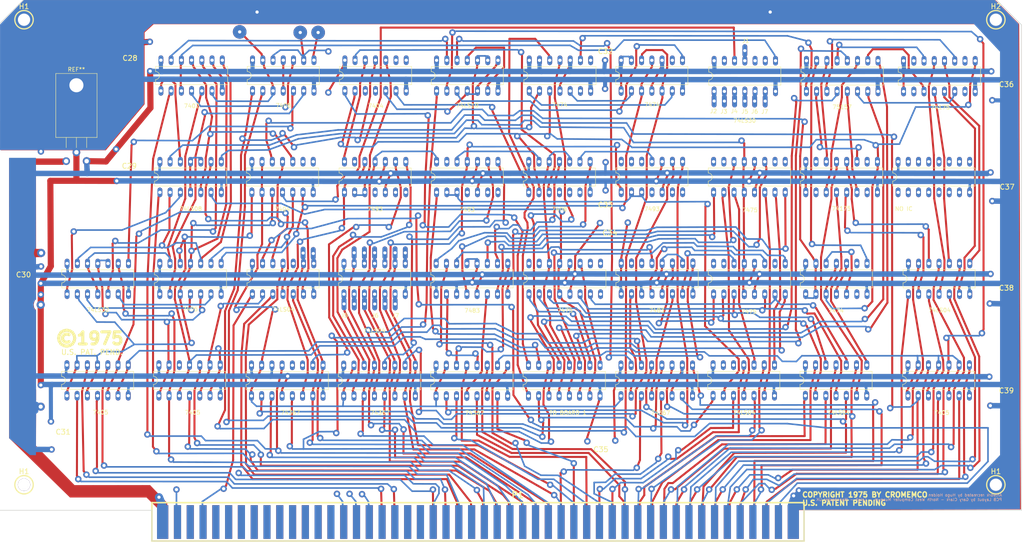
<source format=kicad_pcb>
(kicad_pcb (version 20171130) (host pcbnew "(5.1.12)-1")
  (title_block (date "18 April 2018") (company "Derived from John Monahan's S100 486 design"))
  (layers (0 Front signal) (31 Back signal) (34 B.Paste user hide) (35 F.Paste user hide) (36 B.SilkS user) (37 F.SilkS user) (38 B.Mask user hide) (39 F.Mask user hide) (44 Edge.Cuts user hide))
  (net 0 "")
  (net 1 "Net-(H1-Pad1)")
  (net 2 "Net-(H2-Pad1)")
  (module mals-library-pcb:s100-ejector (layer Front) (at 267.97 143.51)
    (fp_text reference H1 (at 0 -3.302) (layer F.SilkS) (effects (font (size 1.27 1.27) (thickness 0.2032))))
    (fp_text value Mount hide)
    (pad 1 thru_hole circle (at 0 0) (size 3.048 3.048) (drill 3.048) (layers *.Cu *.Mask))
  )
  (module mals-library-pcb:s100-ejector (layer Front) (at 26.67 143.51)
    (fp_text reference H1 (at 0 -3.302) (layer F.SilkS) (effects (font (size 1.27 1.27) (thickness 0.2032))))
    (fp_text value Mount hide)
    (pad 1 thru_hole circle (at 0 0) (size 3.048 3.048) (drill 3.048) (layers *.Cu *.Mask))
  )
  (module Dazzler:DIP-pad (layer Front) (at 96.0628 88.3158)
    (fp_text reference REF** hide)
    (fp_text value DIP-pad)
    (pad 1 thru_hole oval (at -0.1 -2.38) (size 1.2 3.2) (drill 0.762) (layers *.Cu *.Mask))
  )
  (module Dazzler:DIP-pad (layer Front) (at 98.5774 88.4174)
    (fp_text reference REF** hide)
    (fp_text value DIP-pad)
    (pad 1 thru_hole oval (at -0.1 -2.38) (size 1.2 3.2) (drill 0.762) (layers *.Cu *.Mask))
  )
  (module Dazzler:DIP-pad (layer Front) (at 205.74 37.9984)
    (fp_text reference J1 (at 0.127 -4.8006) (layer F.SilkS))
    (fp_text value DIP-pad)
    (pad 1 thru_hole oval (at -0.1 -2.38) (size 1.2 3.2) (drill 0.762) (layers *.Cu *.Mask))
  )
  (module Dazzler:DIP-pad (layer Front) (at 210.7946 50.546)
    (fp_text reference J7 (at -0.2286 0.254) (layer F.SilkS))
    (fp_text value DIP-pad)
    (pad 1 thru_hole oval (at -0.1 -2.38) (size 1.2 3.2) (drill 0.762) (layers *.Cu *.Mask))
  )
  (module Dazzler:DIP-pad (layer Front) (at 208.1784 50.546)
    (fp_text reference J6 (at -0.1016 0.2032) (layer F.SilkS))
    (fp_text value DIP-pad)
    (pad 1 thru_hole oval (at -0.1 -2.38) (size 1.2 3.2) (drill 0.762) (layers *.Cu *.Mask))
  )
  (module Dazzler:overlay_bottom (layer Front) (at 147.955 90.17)
    (fp_text reference G*** hide)
    (fp_text value LOGO hide)
  )
  (module Dazzler:DIP-pad (layer Front) (at 111.3028 100.9396)
    (fp_text reference REF** hide)
    (fp_text value DIP-pad)
    (pad 1 thru_hole oval (at -0.1 -2.38) (size 1.2 3.2) (drill 0.762) (layers *.Cu *.Mask))
  )
  (module Dazzler:DIP-pad (layer Front) (at 118.9228 100.965)
    (fp_text reference J7 (at 0 0.5) (layer F.SilkS))
    (fp_text value DIP-pad)
    (pad 1 thru_hole oval (at -0.1 -2.38) (size 1.2 3.2) (drill 0.762) (layers *.Cu *.Mask))
  )
  (module Dazzler:DIP-pad (layer Front) (at 113.8428 100.965)
    (fp_text reference J6 (at 0 0.5) (layer F.SilkS))
    (fp_text value DIP-pad)
    (pad 1 thru_hole oval (at -0.1 -2.38) (size 1.2 3.2) (drill 0.762) (layers *.Cu *.Mask))
  )
  (module Dazzler:DIP-pad (layer Front) (at 116.3828 100.9396)
    (fp_text reference REF** hide)
    (fp_text value DIP-pad)
    (pad 1 thru_hole oval (at -0.1 -2.38) (size 1.2 3.2) (drill 0.762) (layers *.Cu *.Mask))
  )
  (module Dazzler:DIP-pad (layer Front) (at 113.8174 88.2396)
    (fp_text reference REF** hide)
    (fp_text value DIP-pad)
    (pad 1 thru_hole oval (at -0.1 -2.38) (size 1.2 3.2) (drill 0.762) (layers *.Cu *.Mask))
  )
  (module Dazzler:DIP-pad (layer Front) (at 121.4374 88.265)
    (fp_text reference REF** hide)
    (fp_text value DIP-pad)
    (pad 1 thru_hole oval (at -0.1 -2.38) (size 1.2 3.2) (drill 0.762) (layers *.Cu *.Mask))
  )
  (module Dazzler:DIP-pad (layer Front) (at 116.3574 88.265)
    (fp_text reference REF** hide)
    (fp_text value DIP-pad)
    (pad 1 thru_hole oval (at -0.1 -2.38) (size 1.2 3.2) (drill 0.762) (layers *.Cu *.Mask))
  )
  (module Dazzler:DIP-pad (layer Front) (at 118.8974 88.2396)
    (fp_text reference REF** hide)
    (fp_text value DIP-pad)
    (pad 1 thru_hole oval (at -0.1 -2.38) (size 1.2 3.2) (drill 0.762) (layers *.Cu *.Mask))
  )
  (module Dazzler:DIP-pad (layer Front) (at 108.7374 88.2396)
    (fp_text reference REF** hide)
    (fp_text value DIP-pad)
    (pad 1 thru_hole oval (at -0.1 -2.38) (size 1.2 3.2) (drill 0.762) (layers *.Cu *.Mask))
  )
  (module Dazzler:DIP-pad (layer Front) (at 111.2774 88.265)
    (fp_text reference REF** hide)
    (fp_text value DIP-pad)
    (pad 1 thru_hole oval (at -0.1 -2.38) (size 1.2 3.2) (drill 0.762) (layers *.Cu *.Mask))
  )
  (module Dazzler:DIP-pad (layer Front) (at 106.2228 100.9396)
    (fp_text reference J5 (at 0 0.5) (layer F.SilkS))
    (fp_text value DIP-pad)
    (pad 1 thru_hole oval (at -0.1 -2.38) (size 1.2 3.2) (drill 0.762) (layers *.Cu *.Mask))
  )
  (module Dazzler:DIP-pad (layer Front) (at 108.7628 100.965)
    (fp_text reference REF** hide)
    (fp_text value DIP-pad)
    (pad 1 thru_hole oval (at -0.1 -2.38) (size 1.2 3.2) (drill 0.762) (layers *.Cu *.Mask))
  )
  (module Dazzler:DIP-pad (layer Front) (at 203.2 50.5206)
    (fp_text reference J4 (at -0.1778 0.1524) (layer F.SilkS))
    (fp_text value DIP-pad)
    (pad 1 thru_hole oval (at -0.1 -2.38) (size 1.2 3.2) (drill 0.762) (layers *.Cu *.Mask))
  )
  (module Dazzler:DIP-pad (layer Front) (at 205.74 50.546)
    (fp_text reference J5 (at -0.1016 0.2032) (layer F.SilkS))
    (fp_text value DIP-pad)
    (pad 1 thru_hole oval (at -0.1 -2.38) (size 1.2 3.2) (drill 0.762) (layers *.Cu *.Mask))
  )
  (module Dazzler:DIP-pad (layer Front) (at 200.66 50.546)
    (fp_text reference J3 (at -0.2286 0.2032) (layer F.SilkS))
    (fp_text value DIP-pad)
    (pad 1 thru_hole oval (at -0.1 -2.38) (size 1.2 3.2) (drill 0.762) (layers *.Cu *.Mask))
  )
  (module Dazzler:DIP-pad (layer Front) (at 198.12 50.5206)
    (fp_text reference J2 (at -0.254 0.1524) (layer F.SilkS))
    (fp_text value DIP-pad)
    (pad 1 thru_hole oval (at -0.1 -2.38) (size 1.2 3.2) (drill 0.762) (layers *.Cu *.Mask))
  )
  (module Dazzler:DIP-16_W7.62mm_vintage (layer Front) (at 220.9292 45.7454 90)
    (fp_text reference 75157 (at -3.8862 8.8646) (layer F.SilkS))
    (fp_text value DIP-16_W7.62mm_vintage)
    (pad 1 thru_hole oval (at 0 0 90) (size 2.4 1.2) (drill 0.8) (layers *.Cu *.Mask))
    (pad 9 thru_hole oval (at 7.62 17.78 90) (size 2.4 1.2) (drill 0.8) (layers *.Cu *.Mask))
    (pad 2 thru_hole oval (at 0 2.54 90) (size 2.4 1.2) (drill 0.8) (layers *.Cu *.Mask))
    (pad 10 thru_hole oval (at 7.62 15.24 90) (size 2.4 1.2) (drill 0.8) (layers *.Cu *.Mask))
    (pad 3 thru_hole oval (at 0 5.08 90) (size 2.4 1.2) (drill 0.8) (layers *.Cu *.Mask))
    (pad 11 thru_hole oval (at 7.62 12.7 90) (size 2.4 1.2) (drill 0.8) (layers *.Cu *.Mask))
    (pad 4 thru_hole oval (at 0 7.62 90) (size 2.4 1.2) (drill 0.8) (layers *.Cu *.Mask))
    (pad 12 thru_hole oval (at 7.62 10.16 90) (size 2.4 1.2) (drill 0.8) (layers *.Cu *.Mask))
    (pad 5 thru_hole oval (at 0 10.16 90) (size 2.4 1.2) (drill 0.8) (layers *.Cu *.Mask))
    (pad 13 thru_hole oval (at 7.62 7.62 90) (size 2.4 1.2) (drill 0.8) (layers *.Cu *.Mask))
    (pad 6 thru_hole oval (at 0 12.7 90) (size 2.4 1.2) (drill 0.8) (layers *.Cu *.Mask))
    (pad 14 thru_hole oval (at 7.62 5.08 90) (size 2.4 1.2) (drill 0.8) (layers *.Cu *.Mask))
    (pad 7 thru_hole oval (at 0 15.24 90) (size 2.4 1.2) (drill 0.8) (layers *.Cu *.Mask))
    (pad 15 thru_hole oval (at 7.62 2.54 90) (size 2.4 1.2) (drill 0.8) (layers *.Cu *.Mask))
    (pad 8 thru_hole oval (at 0 17.78 90) (size 2.4 1.2) (drill 0.8) (layers *.Cu *.Mask))
    (pad 16 thru_hole oval (at 7.62 0 90) (size 2.4 1.2) (drill 0.8) (layers *.Cu *.Mask))
  )
  (module Dazzler:DIP-16_W7.62mm_vintage (layer Front) (at 245.0592 45.7708 90)
    (fp_text reference 74175 (at -3.9624 9.0932) (layer F.SilkS))
    (fp_text value DIP-16_W7.62mm_vintage)
    (pad 1 thru_hole oval (at 0 0 90) (size 2.4 1.2) (drill 0.8) (layers *.Cu *.Mask))
    (pad 9 thru_hole oval (at 7.62 17.78 90) (size 2.4 1.2) (drill 0.8) (layers *.Cu *.Mask))
    (pad 2 thru_hole oval (at 0 2.54 90) (size 2.4 1.2) (drill 0.8) (layers *.Cu *.Mask))
    (pad 10 thru_hole oval (at 7.62 15.24 90) (size 2.4 1.2) (drill 0.8) (layers *.Cu *.Mask))
    (pad 3 thru_hole oval (at 0 5.08 90) (size 2.4 1.2) (drill 0.8) (layers *.Cu *.Mask))
    (pad 11 thru_hole oval (at 7.62 12.7 90) (size 2.4 1.2) (drill 0.8) (layers *.Cu *.Mask))
    (pad 4 thru_hole oval (at 0 7.62 90) (size 2.4 1.2) (drill 0.8) (layers *.Cu *.Mask))
    (pad 12 thru_hole oval (at 7.62 10.16 90) (size 2.4 1.2) (drill 0.8) (layers *.Cu *.Mask))
    (pad 5 thru_hole oval (at 0 10.16 90) (size 2.4 1.2) (drill 0.8) (layers *.Cu *.Mask))
    (pad 13 thru_hole oval (at 7.62 7.62 90) (size 2.4 1.2) (drill 0.8) (layers *.Cu *.Mask))
    (pad 6 thru_hole oval (at 0 12.7 90) (size 2.4 1.2) (drill 0.8) (layers *.Cu *.Mask))
    (pad 14 thru_hole oval (at 7.62 5.08 90) (size 2.4 1.2) (drill 0.8) (layers *.Cu *.Mask))
    (pad 7 thru_hole oval (at 0 15.24 90) (size 2.4 1.2) (drill 0.8) (layers *.Cu *.Mask))
    (pad 15 thru_hole oval (at 7.62 2.54 90) (size 2.4 1.2) (drill 0.8) (layers *.Cu *.Mask))
    (pad 8 thru_hole oval (at 0 17.78 90) (size 2.4 1.2) (drill 0.8) (layers *.Cu *.Mask))
    (pad 16 thru_hole oval (at 7.62 0 90) (size 2.4 1.2) (drill 0.8) (layers *.Cu *.Mask))
  )
  (module Dazzler:DIP-16_W7.62mm_vintage (layer Front) (at 243.6876 70.8406 90)
    (fp_text reference "NO IC" (at -4.0894 1.4224) (layer F.SilkS))
    (fp_text value DIP-16_W7.62mm_vintage)
    (pad 1 thru_hole oval (at 0 0 90) (size 2.4 1.2) (drill 0.8) (layers *.Cu *.Mask))
    (pad 9 thru_hole oval (at 7.62 17.78 90) (size 2.4 1.2) (drill 0.8) (layers *.Cu *.Mask))
    (pad 2 thru_hole oval (at 0 2.54 90) (size 2.4 1.2) (drill 0.8) (layers *.Cu *.Mask))
    (pad 10 thru_hole oval (at 7.62 15.24 90) (size 2.4 1.2) (drill 0.8) (layers *.Cu *.Mask))
    (pad 3 thru_hole oval (at 0 5.08 90) (size 2.4 1.2) (drill 0.8) (layers *.Cu *.Mask))
    (pad 11 thru_hole oval (at 7.62 12.7 90) (size 2.4 1.2) (drill 0.8) (layers *.Cu *.Mask))
    (pad 4 thru_hole oval (at 0 7.62 90) (size 2.4 1.2) (drill 0.8) (layers *.Cu *.Mask))
    (pad 12 thru_hole oval (at 7.62 10.16 90) (size 2.4 1.2) (drill 0.8) (layers *.Cu *.Mask))
    (pad 5 thru_hole oval (at 0 10.16 90) (size 2.4 1.2) (drill 0.8) (layers *.Cu *.Mask))
    (pad 13 thru_hole oval (at 7.62 7.62 90) (size 2.4 1.2) (drill 0.8) (layers *.Cu *.Mask))
    (pad 6 thru_hole oval (at 0 12.7 90) (size 2.4 1.2) (drill 0.8) (layers *.Cu *.Mask))
    (pad 14 thru_hole oval (at 7.62 5.08 90) (size 2.4 1.2) (drill 0.8) (layers *.Cu *.Mask))
    (pad 7 thru_hole oval (at 0 15.24 90) (size 2.4 1.2) (drill 0.8) (layers *.Cu *.Mask))
    (pad 15 thru_hole oval (at 7.62 2.54 90) (size 2.4 1.2) (drill 0.8) (layers *.Cu *.Mask))
    (pad 8 thru_hole oval (at 0 17.78 90) (size 2.4 1.2) (drill 0.8) (layers *.Cu *.Mask))
    (pad 16 thru_hole oval (at 7.62 0 90) (size 2.4 1.2) (drill 0.8) (layers *.Cu *.Mask))
  )
  (module Dazzler:DIP-16_W7.62mm_vintage (layer Front) (at 220.7768 70.8406 90)
    (fp_text reference 74175 (at -4.0386 8.8392) (layer F.SilkS))
    (fp_text value DIP-16_W7.62mm_vintage)
    (pad 1 thru_hole oval (at 0 0 90) (size 2.4 1.2) (drill 0.8) (layers *.Cu *.Mask))
    (pad 9 thru_hole oval (at 7.62 17.78 90) (size 2.4 1.2) (drill 0.8) (layers *.Cu *.Mask))
    (pad 2 thru_hole oval (at 0 2.54 90) (size 2.4 1.2) (drill 0.8) (layers *.Cu *.Mask))
    (pad 10 thru_hole oval (at 7.62 15.24 90) (size 2.4 1.2) (drill 0.8) (layers *.Cu *.Mask))
    (pad 3 thru_hole oval (at 0 5.08 90) (size 2.4 1.2) (drill 0.8) (layers *.Cu *.Mask))
    (pad 11 thru_hole oval (at 7.62 12.7 90) (size 2.4 1.2) (drill 0.8) (layers *.Cu *.Mask))
    (pad 4 thru_hole oval (at 0 7.62 90) (size 2.4 1.2) (drill 0.8) (layers *.Cu *.Mask))
    (pad 12 thru_hole oval (at 7.62 10.16 90) (size 2.4 1.2) (drill 0.8) (layers *.Cu *.Mask))
    (pad 5 thru_hole oval (at 0 10.16 90) (size 2.4 1.2) (drill 0.8) (layers *.Cu *.Mask))
    (pad 13 thru_hole oval (at 7.62 7.62 90) (size 2.4 1.2) (drill 0.8) (layers *.Cu *.Mask))
    (pad 6 thru_hole oval (at 0 12.7 90) (size 2.4 1.2) (drill 0.8) (layers *.Cu *.Mask))
    (pad 14 thru_hole oval (at 7.62 5.08 90) (size 2.4 1.2) (drill 0.8) (layers *.Cu *.Mask))
    (pad 7 thru_hole oval (at 0 15.24 90) (size 2.4 1.2) (drill 0.8) (layers *.Cu *.Mask))
    (pad 15 thru_hole oval (at 7.62 2.54 90) (size 2.4 1.2) (drill 0.8) (layers *.Cu *.Mask))
    (pad 8 thru_hole oval (at 0 17.78 90) (size 2.4 1.2) (drill 0.8) (layers *.Cu *.Mask))
    (pad 16 thru_hole oval (at 7.62 0 90) (size 2.4 1.2) (drill 0.8) (layers *.Cu *.Mask))
  )
  (module Dazzler:DIP-16_W7.62mm_vintage (layer Front) (at 197.8914 70.8406 90)
    (fp_text reference 7475 (at -4.4196 9.017) (layer F.SilkS))
    (fp_text value DIP-16_W7.62mm_vintage)
    (pad 1 thru_hole oval (at 0 0 90) (size 2.4 1.2) (drill 0.8) (layers *.Cu *.Mask))
    (pad 9 thru_hole oval (at 7.62 17.78 90) (size 2.4 1.2) (drill 0.8) (layers *.Cu *.Mask))
    (pad 2 thru_hole oval (at 0 2.54 90) (size 2.4 1.2) (drill 0.8) (layers *.Cu *.Mask))
    (pad 10 thru_hole oval (at 7.62 15.24 90) (size 2.4 1.2) (drill 0.8) (layers *.Cu *.Mask))
    (pad 3 thru_hole oval (at 0 5.08 90) (size 2.4 1.2) (drill 0.8) (layers *.Cu *.Mask))
    (pad 11 thru_hole oval (at 7.62 12.7 90) (size 2.4 1.2) (drill 0.8) (layers *.Cu *.Mask))
    (pad 4 thru_hole oval (at 0 7.62 90) (size 2.4 1.2) (drill 0.8) (layers *.Cu *.Mask))
    (pad 12 thru_hole oval (at 7.62 10.16 90) (size 2.4 1.2) (drill 0.8) (layers *.Cu *.Mask))
    (pad 5 thru_hole oval (at 0 10.16 90) (size 2.4 1.2) (drill 0.8) (layers *.Cu *.Mask))
    (pad 13 thru_hole oval (at 7.62 7.62 90) (size 2.4 1.2) (drill 0.8) (layers *.Cu *.Mask))
    (pad 6 thru_hole oval (at 0 12.7 90) (size 2.4 1.2) (drill 0.8) (layers *.Cu *.Mask))
    (pad 14 thru_hole oval (at 7.62 5.08 90) (size 2.4 1.2) (drill 0.8) (layers *.Cu *.Mask))
    (pad 7 thru_hole oval (at 0 15.24 90) (size 2.4 1.2) (drill 0.8) (layers *.Cu *.Mask))
    (pad 15 thru_hole oval (at 7.62 2.54 90) (size 2.4 1.2) (drill 0.8) (layers *.Cu *.Mask))
    (pad 8 thru_hole oval (at 0 17.78 90) (size 2.4 1.2) (drill 0.8) (layers *.Cu *.Mask))
    (pad 16 thru_hole oval (at 7.62 0 90) (size 2.4 1.2) (drill 0.8) (layers *.Cu *.Mask))
  )
  (module Dazzler:DIP-16_W7.62mm_vintage (layer Front) (at 197.8914 96.1644 90)
    (fp_text reference 7475 (at -4.3434 8.763) (layer F.SilkS))
    (fp_text value DIP-16_W7.62mm_vintage)
    (pad 1 thru_hole oval (at 0 0 90) (size 2.4 1.2) (drill 0.8) (layers *.Cu *.Mask))
    (pad 9 thru_hole oval (at 7.62 17.78 90) (size 2.4 1.2) (drill 0.8) (layers *.Cu *.Mask))
    (pad 2 thru_hole oval (at 0 2.54 90) (size 2.4 1.2) (drill 0.8) (layers *.Cu *.Mask))
    (pad 10 thru_hole oval (at 7.62 15.24 90) (size 2.4 1.2) (drill 0.8) (layers *.Cu *.Mask))
    (pad 3 thru_hole oval (at 0 5.08 90) (size 2.4 1.2) (drill 0.8) (layers *.Cu *.Mask))
    (pad 11 thru_hole oval (at 7.62 12.7 90) (size 2.4 1.2) (drill 0.8) (layers *.Cu *.Mask))
    (pad 4 thru_hole oval (at 0 7.62 90) (size 2.4 1.2) (drill 0.8) (layers *.Cu *.Mask))
    (pad 12 thru_hole oval (at 7.62 10.16 90) (size 2.4 1.2) (drill 0.8) (layers *.Cu *.Mask))
    (pad 5 thru_hole oval (at 0 10.16 90) (size 2.4 1.2) (drill 0.8) (layers *.Cu *.Mask))
    (pad 13 thru_hole oval (at 7.62 7.62 90) (size 2.4 1.2) (drill 0.8) (layers *.Cu *.Mask))
    (pad 6 thru_hole oval (at 0 12.7 90) (size 2.4 1.2) (drill 0.8) (layers *.Cu *.Mask))
    (pad 14 thru_hole oval (at 7.62 5.08 90) (size 2.4 1.2) (drill 0.8) (layers *.Cu *.Mask))
    (pad 7 thru_hole oval (at 0 15.24 90) (size 2.4 1.2) (drill 0.8) (layers *.Cu *.Mask))
    (pad 15 thru_hole oval (at 7.62 2.54 90) (size 2.4 1.2) (drill 0.8) (layers *.Cu *.Mask))
    (pad 8 thru_hole oval (at 0 17.78 90) (size 2.4 1.2) (drill 0.8) (layers *.Cu *.Mask))
    (pad 16 thru_hole oval (at 7.62 0 90) (size 2.4 1.2) (drill 0.8) (layers *.Cu *.Mask))
  )
  (module Dazzler:DIP-16_W7.62mm_vintage (layer Front) (at 83.1342 121.4374 90)
    (fp_text reference 74367 (at -4.1148 9.6774) (layer F.SilkS))
    (fp_text value DIP-16_W7.62mm_vintage)
    (pad 16 thru_hole oval (at 7.62 0 90) (size 2.4 1.2) (drill 0.8) (layers *.Cu *.Mask))
    (pad 8 thru_hole oval (at 0 17.78 90) (size 2.4 1.2) (drill 0.8) (layers *.Cu *.Mask))
    (pad 15 thru_hole oval (at 7.62 2.54 90) (size 2.4 1.2) (drill 0.8) (layers *.Cu *.Mask))
    (pad 7 thru_hole oval (at 0 15.24 90) (size 2.4 1.2) (drill 0.8) (layers *.Cu *.Mask))
    (pad 14 thru_hole oval (at 7.62 5.08 90) (size 2.4 1.2) (drill 0.8) (layers *.Cu *.Mask))
    (pad 6 thru_hole oval (at 0 12.7 90) (size 2.4 1.2) (drill 0.8) (layers *.Cu *.Mask))
    (pad 13 thru_hole oval (at 7.62 7.62 90) (size 2.4 1.2) (drill 0.8) (layers *.Cu *.Mask))
    (pad 5 thru_hole oval (at 0 10.16 90) (size 2.4 1.2) (drill 0.8) (layers *.Cu *.Mask))
    (pad 12 thru_hole oval (at 7.62 10.16 90) (size 2.4 1.2) (drill 0.8) (layers *.Cu *.Mask))
    (pad 4 thru_hole oval (at 0 7.62 90) (size 2.4 1.2) (drill 0.8) (layers *.Cu *.Mask))
    (pad 11 thru_hole oval (at 7.62 12.7 90) (size 2.4 1.2) (drill 0.8) (layers *.Cu *.Mask))
    (pad 3 thru_hole oval (at 0 5.08 90) (size 2.4 1.2) (drill 0.8) (layers *.Cu *.Mask))
    (pad 10 thru_hole oval (at 7.62 15.24 90) (size 2.4 1.2) (drill 0.8) (layers *.Cu *.Mask))
    (pad 2 thru_hole oval (at 0 2.54 90) (size 2.4 1.2) (drill 0.8) (layers *.Cu *.Mask))
    (pad 9 thru_hole oval (at 7.62 17.78 90) (size 2.4 1.2) (drill 0.8) (layers *.Cu *.Mask))
    (pad 1 thru_hole oval (at 0 0 90) (size 2.4 1.2) (drill 0.8) (layers *.Cu *.Mask))
  )
  (module Dazzler:DIP-16_W7.62mm_vintage (layer Front) (at 106.045 121.4628 90)
    (fp_text reference 74367 (at -4.1402 9.017) (layer F.SilkS))
    (fp_text value DIP-16_W7.62mm_vintage)
    (pad 1 thru_hole oval (at 0 0 90) (size 2.4 1.2) (drill 0.8) (layers *.Cu *.Mask))
    (pad 9 thru_hole oval (at 7.62 17.78 90) (size 2.4 1.2) (drill 0.8) (layers *.Cu *.Mask))
    (pad 2 thru_hole oval (at 0 2.54 90) (size 2.4 1.2) (drill 0.8) (layers *.Cu *.Mask))
    (pad 10 thru_hole oval (at 7.62 15.24 90) (size 2.4 1.2) (drill 0.8) (layers *.Cu *.Mask))
    (pad 3 thru_hole oval (at 0 5.08 90) (size 2.4 1.2) (drill 0.8) (layers *.Cu *.Mask))
    (pad 11 thru_hole oval (at 7.62 12.7 90) (size 2.4 1.2) (drill 0.8) (layers *.Cu *.Mask))
    (pad 4 thru_hole oval (at 0 7.62 90) (size 2.4 1.2) (drill 0.8) (layers *.Cu *.Mask))
    (pad 12 thru_hole oval (at 7.62 10.16 90) (size 2.4 1.2) (drill 0.8) (layers *.Cu *.Mask))
    (pad 5 thru_hole oval (at 0 10.16 90) (size 2.4 1.2) (drill 0.8) (layers *.Cu *.Mask))
    (pad 13 thru_hole oval (at 7.62 7.62 90) (size 2.4 1.2) (drill 0.8) (layers *.Cu *.Mask))
    (pad 6 thru_hole oval (at 0 12.7 90) (size 2.4 1.2) (drill 0.8) (layers *.Cu *.Mask))
    (pad 14 thru_hole oval (at 7.62 5.08 90) (size 2.4 1.2) (drill 0.8) (layers *.Cu *.Mask))
    (pad 7 thru_hole oval (at 0 15.24 90) (size 2.4 1.2) (drill 0.8) (layers *.Cu *.Mask))
    (pad 15 thru_hole oval (at 7.62 2.54 90) (size 2.4 1.2) (drill 0.8) (layers *.Cu *.Mask))
    (pad 8 thru_hole oval (at 0 17.78 90) (size 2.4 1.2) (drill 0.8) (layers *.Cu *.Mask))
    (pad 16 thru_hole oval (at 7.62 0 90) (size 2.4 1.2) (drill 0.8) (layers *.Cu *.Mask))
  )
  (module Dazzler:DIP-16_W7.62mm_vintage (layer Front) (at 128.9812 121.4628 90)
    (fp_text reference 74367 (at -4.191 9.5504) (layer F.SilkS))
    (fp_text value DIP-16_W7.62mm_vintage)
    (pad 16 thru_hole oval (at 7.62 0 90) (size 2.4 1.2) (drill 0.8) (layers *.Cu *.Mask))
    (pad 8 thru_hole oval (at 0 17.78 90) (size 2.4 1.2) (drill 0.8) (layers *.Cu *.Mask))
    (pad 15 thru_hole oval (at 7.62 2.54 90) (size 2.4 1.2) (drill 0.8) (layers *.Cu *.Mask))
    (pad 7 thru_hole oval (at 0 15.24 90) (size 2.4 1.2) (drill 0.8) (layers *.Cu *.Mask))
    (pad 14 thru_hole oval (at 7.62 5.08 90) (size 2.4 1.2) (drill 0.8) (layers *.Cu *.Mask))
    (pad 6 thru_hole oval (at 0 12.7 90) (size 2.4 1.2) (drill 0.8) (layers *.Cu *.Mask))
    (pad 13 thru_hole oval (at 7.62 7.62 90) (size 2.4 1.2) (drill 0.8) (layers *.Cu *.Mask))
    (pad 5 thru_hole oval (at 0 10.16 90) (size 2.4 1.2) (drill 0.8) (layers *.Cu *.Mask))
    (pad 12 thru_hole oval (at 7.62 10.16 90) (size 2.4 1.2) (drill 0.8) (layers *.Cu *.Mask))
    (pad 4 thru_hole oval (at 0 7.62 90) (size 2.4 1.2) (drill 0.8) (layers *.Cu *.Mask))
    (pad 11 thru_hole oval (at 7.62 12.7 90) (size 2.4 1.2) (drill 0.8) (layers *.Cu *.Mask))
    (pad 3 thru_hole oval (at 0 5.08 90) (size 2.4 1.2) (drill 0.8) (layers *.Cu *.Mask))
    (pad 10 thru_hole oval (at 7.62 15.24 90) (size 2.4 1.2) (drill 0.8) (layers *.Cu *.Mask))
    (pad 2 thru_hole oval (at 0 2.54 90) (size 2.4 1.2) (drill 0.8) (layers *.Cu *.Mask))
    (pad 9 thru_hole oval (at 7.62 17.78 90) (size 2.4 1.2) (drill 0.8) (layers *.Cu *.Mask))
    (pad 1 thru_hole oval (at 0 0 90) (size 2.4 1.2) (drill 0.8) (layers *.Cu *.Mask))
  )
  (module Dazzler:DIP-14_W7.62mm_vintage (layer Front) (at 174.9552 70.8152 90)
    (fp_text reference 7493 (at -4.1656 7.6454) (layer F.SilkS))
    (fp_text value DIP-14_W7.62mm_vintage)
    (pad 1 thru_hole oval (at 0 0 90) (size 2.4 1.2) (drill 0.8) (layers *.Cu *.Mask))
    (pad 8 thru_hole oval (at 7.62 15.24 90) (size 2.4 1.2) (drill 0.8) (layers *.Cu *.Mask))
    (pad 2 thru_hole oval (at 0 2.54 90) (size 2.4 1.2) (drill 0.8) (layers *.Cu *.Mask))
    (pad 9 thru_hole oval (at 7.62 12.7 90) (size 2.4 1.2) (drill 0.8) (layers *.Cu *.Mask))
    (pad 3 thru_hole oval (at 0 5.08 90) (size 2.4 1.2) (drill 0.8) (layers *.Cu *.Mask))
    (pad 10 thru_hole oval (at 7.62 10.16 90) (size 2.4 1.2) (drill 0.8) (layers *.Cu *.Mask))
    (pad 4 thru_hole oval (at 0 7.62 90) (size 2.4 1.2) (drill 0.8) (layers *.Cu *.Mask))
    (pad 11 thru_hole oval (at 7.62 7.62 90) (size 2.4 1.2) (drill 0.8) (layers *.Cu *.Mask))
    (pad 5 thru_hole oval (at 0 10.16 90) (size 2.4 1.2) (drill 0.8) (layers *.Cu *.Mask))
    (pad 12 thru_hole oval (at 7.62 5.08 90) (size 2.4 1.2) (drill 0.8) (layers *.Cu *.Mask))
    (pad 6 thru_hole oval (at 0 12.7 90) (size 2.4 1.2) (drill 0.8) (layers *.Cu *.Mask))
    (pad 13 thru_hole oval (at 7.62 2.54 90) (size 2.4 1.2) (drill 0.8) (layers *.Cu *.Mask))
    (pad 7 thru_hole oval (at 0 15.24 90) (size 2.4 1.2) (drill 0.8) (layers *.Cu *.Mask))
    (pad 14 thru_hole oval (at 7.62 0 90) (size 2.4 1.2) (drill 0.8) (layers *.Cu *.Mask))
  )
  (module Dazzler:DIP-14_W7.62mm_vintage (layer Front) (at 151.9936 70.8406 90)
    (fp_text reference 7408 (at -4.191 7.5946) (layer F.SilkS))
    (fp_text value DIP-14_W7.62mm_vintage)
    (pad 1 thru_hole oval (at 0 0 90) (size 2.4 1.2) (drill 0.8) (layers *.Cu *.Mask))
    (pad 8 thru_hole oval (at 7.62 15.24 90) (size 2.4 1.2) (drill 0.8) (layers *.Cu *.Mask))
    (pad 2 thru_hole oval (at 0 2.54 90) (size 2.4 1.2) (drill 0.8) (layers *.Cu *.Mask))
    (pad 9 thru_hole oval (at 7.62 12.7 90) (size 2.4 1.2) (drill 0.8) (layers *.Cu *.Mask))
    (pad 3 thru_hole oval (at 0 5.08 90) (size 2.4 1.2) (drill 0.8) (layers *.Cu *.Mask))
    (pad 10 thru_hole oval (at 7.62 10.16 90) (size 2.4 1.2) (drill 0.8) (layers *.Cu *.Mask))
    (pad 4 thru_hole oval (at 0 7.62 90) (size 2.4 1.2) (drill 0.8) (layers *.Cu *.Mask))
    (pad 11 thru_hole oval (at 7.62 7.62 90) (size 2.4 1.2) (drill 0.8) (layers *.Cu *.Mask))
    (pad 5 thru_hole oval (at 0 10.16 90) (size 2.4 1.2) (drill 0.8) (layers *.Cu *.Mask))
    (pad 12 thru_hole oval (at 7.62 5.08 90) (size 2.4 1.2) (drill 0.8) (layers *.Cu *.Mask))
    (pad 6 thru_hole oval (at 0 12.7 90) (size 2.4 1.2) (drill 0.8) (layers *.Cu *.Mask))
    (pad 13 thru_hole oval (at 7.62 2.54 90) (size 2.4 1.2) (drill 0.8) (layers *.Cu *.Mask))
    (pad 7 thru_hole oval (at 0 15.24 90) (size 2.4 1.2) (drill 0.8) (layers *.Cu *.Mask))
    (pad 14 thru_hole oval (at 7.62 0 90) (size 2.4 1.2) (drill 0.8) (layers *.Cu *.Mask))
  )
  (module Dazzler:DIP-14_W7.62mm_vintage (layer Front) (at 129.1082 70.8406 90)
    (fp_text reference 7493 (at -4.2926 7.5692) (layer F.SilkS))
    (fp_text value DIP-14_W7.62mm_vintage)
    (pad 1 thru_hole oval (at 0 0 90) (size 2.4 1.2) (drill 0.8) (layers *.Cu *.Mask))
    (pad 8 thru_hole oval (at 7.62 15.24 90) (size 2.4 1.2) (drill 0.8) (layers *.Cu *.Mask))
    (pad 2 thru_hole oval (at 0 2.54 90) (size 2.4 1.2) (drill 0.8) (layers *.Cu *.Mask))
    (pad 9 thru_hole oval (at 7.62 12.7 90) (size 2.4 1.2) (drill 0.8) (layers *.Cu *.Mask))
    (pad 3 thru_hole oval (at 0 5.08 90) (size 2.4 1.2) (drill 0.8) (layers *.Cu *.Mask))
    (pad 10 thru_hole oval (at 7.62 10.16 90) (size 2.4 1.2) (drill 0.8) (layers *.Cu *.Mask))
    (pad 4 thru_hole oval (at 0 7.62 90) (size 2.4 1.2) (drill 0.8) (layers *.Cu *.Mask))
    (pad 11 thru_hole oval (at 7.62 7.62 90) (size 2.4 1.2) (drill 0.8) (layers *.Cu *.Mask))
    (pad 5 thru_hole oval (at 0 10.16 90) (size 2.4 1.2) (drill 0.8) (layers *.Cu *.Mask))
    (pad 12 thru_hole oval (at 7.62 5.08 90) (size 2.4 1.2) (drill 0.8) (layers *.Cu *.Mask))
    (pad 6 thru_hole oval (at 0 12.7 90) (size 2.4 1.2) (drill 0.8) (layers *.Cu *.Mask))
    (pad 13 thru_hole oval (at 7.62 2.54 90) (size 2.4 1.2) (drill 0.8) (layers *.Cu *.Mask))
    (pad 7 thru_hole oval (at 0 15.24 90) (size 2.4 1.2) (drill 0.8) (layers *.Cu *.Mask))
    (pad 14 thru_hole oval (at 7.62 0 90) (size 2.4 1.2) (drill 0.8) (layers *.Cu *.Mask))
  )
  (module Dazzler:DIP-14_W7.62mm_vintage (layer Front) (at 106.2228 70.8406 90)
    (fp_text reference 7493 (at -4.1402 7.5946) (layer F.SilkS))
    (fp_text value DIP-14_W7.62mm_vintage)
    (pad 1 thru_hole oval (at 0 0 90) (size 2.4 1.2) (drill 0.8) (layers *.Cu *.Mask))
    (pad 8 thru_hole oval (at 7.62 15.24 90) (size 2.4 1.2) (drill 0.8) (layers *.Cu *.Mask))
    (pad 2 thru_hole oval (at 0 2.54 90) (size 2.4 1.2) (drill 0.8) (layers *.Cu *.Mask))
    (pad 9 thru_hole oval (at 7.62 12.7 90) (size 2.4 1.2) (drill 0.8) (layers *.Cu *.Mask))
    (pad 3 thru_hole oval (at 0 5.08 90) (size 2.4 1.2) (drill 0.8) (layers *.Cu *.Mask))
    (pad 10 thru_hole oval (at 7.62 10.16 90) (size 2.4 1.2) (drill 0.8) (layers *.Cu *.Mask))
    (pad 4 thru_hole oval (at 0 7.62 90) (size 2.4 1.2) (drill 0.8) (layers *.Cu *.Mask))
    (pad 11 thru_hole oval (at 7.62 7.62 90) (size 2.4 1.2) (drill 0.8) (layers *.Cu *.Mask))
    (pad 5 thru_hole oval (at 0 10.16 90) (size 2.4 1.2) (drill 0.8) (layers *.Cu *.Mask))
    (pad 12 thru_hole oval (at 7.62 5.08 90) (size 2.4 1.2) (drill 0.8) (layers *.Cu *.Mask))
    (pad 6 thru_hole oval (at 0 12.7 90) (size 2.4 1.2) (drill 0.8) (layers *.Cu *.Mask))
    (pad 13 thru_hole oval (at 7.62 2.54 90) (size 2.4 1.2) (drill 0.8) (layers *.Cu *.Mask))
    (pad 7 thru_hole oval (at 0 15.24 90) (size 2.4 1.2) (drill 0.8) (layers *.Cu *.Mask))
    (pad 14 thru_hole oval (at 7.62 0 90) (size 2.4 1.2) (drill 0.8) (layers *.Cu *.Mask))
  )
  (module Dazzler:DIP-16_W7.62mm_vintage (layer Front) (at 151.9174 121.4374 90)
    (fp_text reference "TO BOARD 1" (at -4.1656 9.8044) (layer F.SilkS))
    (fp_text value DIP-16_W7.62mm_vintage)
    (pad 16 thru_hole oval (at 7.62 0 90) (size 2.4 1.2) (drill 0.8) (layers *.Cu *.Mask))
    (pad 8 thru_hole oval (at 0 17.78 90) (size 2.4 1.2) (drill 0.8) (layers *.Cu *.Mask))
    (pad 15 thru_hole oval (at 7.62 2.54 90) (size 2.4 1.2) (drill 0.8) (layers *.Cu *.Mask))
    (pad 7 thru_hole oval (at 0 15.24 90) (size 2.4 1.2) (drill 0.8) (layers *.Cu *.Mask))
    (pad 14 thru_hole oval (at 7.62 5.08 90) (size 2.4 1.2) (drill 0.8) (layers *.Cu *.Mask))
    (pad 6 thru_hole oval (at 0 12.7 90) (size 2.4 1.2) (drill 0.8) (layers *.Cu *.Mask))
    (pad 13 thru_hole oval (at 7.62 7.62 90) (size 2.4 1.2) (drill 0.8) (layers *.Cu *.Mask))
    (pad 5 thru_hole oval (at 0 10.16 90) (size 2.4 1.2) (drill 0.8) (layers *.Cu *.Mask))
    (pad 12 thru_hole oval (at 7.62 10.16 90) (size 2.4 1.2) (drill 0.8) (layers *.Cu *.Mask))
    (pad 4 thru_hole oval (at 0 7.62 90) (size 2.4 1.2) (drill 0.8) (layers *.Cu *.Mask))
    (pad 11 thru_hole oval (at 7.62 12.7 90) (size 2.4 1.2) (drill 0.8) (layers *.Cu *.Mask))
    (pad 3 thru_hole oval (at 0 5.08 90) (size 2.4 1.2) (drill 0.8) (layers *.Cu *.Mask))
    (pad 10 thru_hole oval (at 7.62 15.24 90) (size 2.4 1.2) (drill 0.8) (layers *.Cu *.Mask))
    (pad 2 thru_hole oval (at 0 2.54 90) (size 2.4 1.2) (drill 0.8) (layers *.Cu *.Mask))
    (pad 9 thru_hole oval (at 7.62 17.78 90) (size 2.4 1.2) (drill 0.8) (layers *.Cu *.Mask))
    (pad 1 thru_hole oval (at 0 0 90) (size 2.4 1.2) (drill 0.8) (layers *.Cu *.Mask))
  )
  (module Dazzler:DIP-16_W7.62mm_vintage (layer Front) (at 174.879 121.4374 90)
    (fp_text reference 74367 (at -4.2164 9.8298) (layer F.SilkS))
    (fp_text value DIP-16_W7.62mm_vintage)
    (pad 16 thru_hole oval (at 7.62 0 90) (size 2.4 1.2) (drill 0.8) (layers *.Cu *.Mask))
    (pad 8 thru_hole oval (at 0 17.78 90) (size 2.4 1.2) (drill 0.8) (layers *.Cu *.Mask))
    (pad 15 thru_hole oval (at 7.62 2.54 90) (size 2.4 1.2) (drill 0.8) (layers *.Cu *.Mask))
    (pad 7 thru_hole oval (at 0 15.24 90) (size 2.4 1.2) (drill 0.8) (layers *.Cu *.Mask))
    (pad 14 thru_hole oval (at 7.62 5.08 90) (size 2.4 1.2) (drill 0.8) (layers *.Cu *.Mask))
    (pad 6 thru_hole oval (at 0 12.7 90) (size 2.4 1.2) (drill 0.8) (layers *.Cu *.Mask))
    (pad 13 thru_hole oval (at 7.62 7.62 90) (size 2.4 1.2) (drill 0.8) (layers *.Cu *.Mask))
    (pad 5 thru_hole oval (at 0 10.16 90) (size 2.4 1.2) (drill 0.8) (layers *.Cu *.Mask))
    (pad 12 thru_hole oval (at 7.62 10.16 90) (size 2.4 1.2) (drill 0.8) (layers *.Cu *.Mask))
    (pad 4 thru_hole oval (at 0 7.62 90) (size 2.4 1.2) (drill 0.8) (layers *.Cu *.Mask))
    (pad 11 thru_hole oval (at 7.62 12.7 90) (size 2.4 1.2) (drill 0.8) (layers *.Cu *.Mask))
    (pad 3 thru_hole oval (at 0 5.08 90) (size 2.4 1.2) (drill 0.8) (layers *.Cu *.Mask))
    (pad 10 thru_hole oval (at 7.62 15.24 90) (size 2.4 1.2) (drill 0.8) (layers *.Cu *.Mask))
    (pad 2 thru_hole oval (at 0 2.54 90) (size 2.4 1.2) (drill 0.8) (layers *.Cu *.Mask))
    (pad 9 thru_hole oval (at 7.62 17.78 90) (size 2.4 1.2) (drill 0.8) (layers *.Cu *.Mask))
    (pad 1 thru_hole oval (at 0 0 90) (size 2.4 1.2) (drill 0.8) (layers *.Cu *.Mask))
  )
  (module Dazzler:DIP-16_W7.62mm_vintage (layer Front) (at 174.9552 96.0882 90)
    (fp_text reference 7483 (at -4.0894 8.8392) (layer F.SilkS))
    (fp_text value DIP-16_W7.62mm_vintage)
    (pad 1 thru_hole oval (at 0 0 90) (size 2.4 1.2) (drill 0.8) (layers *.Cu *.Mask))
    (pad 9 thru_hole oval (at 7.62 17.78 90) (size 2.4 1.2) (drill 0.8) (layers *.Cu *.Mask))
    (pad 2 thru_hole oval (at 0 2.54 90) (size 2.4 1.2) (drill 0.8) (layers *.Cu *.Mask))
    (pad 10 thru_hole oval (at 7.62 15.24 90) (size 2.4 1.2) (drill 0.8) (layers *.Cu *.Mask))
    (pad 3 thru_hole oval (at 0 5.08 90) (size 2.4 1.2) (drill 0.8) (layers *.Cu *.Mask))
    (pad 11 thru_hole oval (at 7.62 12.7 90) (size 2.4 1.2) (drill 0.8) (layers *.Cu *.Mask))
    (pad 4 thru_hole oval (at 0 7.62 90) (size 2.4 1.2) (drill 0.8) (layers *.Cu *.Mask))
    (pad 12 thru_hole oval (at 7.62 10.16 90) (size 2.4 1.2) (drill 0.8) (layers *.Cu *.Mask))
    (pad 5 thru_hole oval (at 0 10.16 90) (size 2.4 1.2) (drill 0.8) (layers *.Cu *.Mask))
    (pad 13 thru_hole oval (at 7.62 7.62 90) (size 2.4 1.2) (drill 0.8) (layers *.Cu *.Mask))
    (pad 6 thru_hole oval (at 0 12.7 90) (size 2.4 1.2) (drill 0.8) (layers *.Cu *.Mask))
    (pad 14 thru_hole oval (at 7.62 5.08 90) (size 2.4 1.2) (drill 0.8) (layers *.Cu *.Mask))
    (pad 7 thru_hole oval (at 0 15.24 90) (size 2.4 1.2) (drill 0.8) (layers *.Cu *.Mask))
    (pad 15 thru_hole oval (at 7.62 2.54 90) (size 2.4 1.2) (drill 0.8) (layers *.Cu *.Mask))
    (pad 8 thru_hole oval (at 0 17.78 90) (size 2.4 1.2) (drill 0.8) (layers *.Cu *.Mask))
    (pad 16 thru_hole oval (at 7.62 0 90) (size 2.4 1.2) (drill 0.8) (layers *.Cu *.Mask))
  )
  (module Dazzler:DIP-16_W7.62mm_vintage (layer Front) (at 152.0444 96.139 90)
    (fp_text reference 7475 (at -4.0386 8.9408) (layer F.SilkS))
    (fp_text value DIP-16_W7.62mm_vintage)
    (pad 1 thru_hole oval (at 0 0 90) (size 2.4 1.2) (drill 0.8) (layers *.Cu *.Mask))
    (pad 9 thru_hole oval (at 7.62 17.78 90) (size 2.4 1.2) (drill 0.8) (layers *.Cu *.Mask))
    (pad 2 thru_hole oval (at 0 2.54 90) (size 2.4 1.2) (drill 0.8) (layers *.Cu *.Mask))
    (pad 10 thru_hole oval (at 7.62 15.24 90) (size 2.4 1.2) (drill 0.8) (layers *.Cu *.Mask))
    (pad 3 thru_hole oval (at 0 5.08 90) (size 2.4 1.2) (drill 0.8) (layers *.Cu *.Mask))
    (pad 11 thru_hole oval (at 7.62 12.7 90) (size 2.4 1.2) (drill 0.8) (layers *.Cu *.Mask))
    (pad 4 thru_hole oval (at 0 7.62 90) (size 2.4 1.2) (drill 0.8) (layers *.Cu *.Mask))
    (pad 12 thru_hole oval (at 7.62 10.16 90) (size 2.4 1.2) (drill 0.8) (layers *.Cu *.Mask))
    (pad 5 thru_hole oval (at 0 10.16 90) (size 2.4 1.2) (drill 0.8) (layers *.Cu *.Mask))
    (pad 13 thru_hole oval (at 7.62 7.62 90) (size 2.4 1.2) (drill 0.8) (layers *.Cu *.Mask))
    (pad 6 thru_hole oval (at 0 12.7 90) (size 2.4 1.2) (drill 0.8) (layers *.Cu *.Mask))
    (pad 14 thru_hole oval (at 7.62 5.08 90) (size 2.4 1.2) (drill 0.8) (layers *.Cu *.Mask))
    (pad 7 thru_hole oval (at 0 15.24 90) (size 2.4 1.2) (drill 0.8) (layers *.Cu *.Mask))
    (pad 15 thru_hole oval (at 7.62 2.54 90) (size 2.4 1.2) (drill 0.8) (layers *.Cu *.Mask))
    (pad 8 thru_hole oval (at 0 17.78 90) (size 2.4 1.2) (drill 0.8) (layers *.Cu *.Mask))
    (pad 16 thru_hole oval (at 7.62 0 90) (size 2.4 1.2) (drill 0.8) (layers *.Cu *.Mask))
  )
  (module Dazzler:DIP-16_W7.62mm_vintage (layer Front) (at 129.0066 96.139 90)
    (fp_text reference 7483 (at -4.0894 8.9408) (layer F.SilkS))
    (fp_text value DIP-16_W7.62mm_vintage)
    (pad 16 thru_hole oval (at 7.62 0 90) (size 2.4 1.2) (drill 0.8) (layers *.Cu *.Mask))
    (pad 8 thru_hole oval (at 0 17.78 90) (size 2.4 1.2) (drill 0.8) (layers *.Cu *.Mask))
    (pad 15 thru_hole oval (at 7.62 2.54 90) (size 2.4 1.2) (drill 0.8) (layers *.Cu *.Mask))
    (pad 7 thru_hole oval (at 0 15.24 90) (size 2.4 1.2) (drill 0.8) (layers *.Cu *.Mask))
    (pad 14 thru_hole oval (at 7.62 5.08 90) (size 2.4 1.2) (drill 0.8) (layers *.Cu *.Mask))
    (pad 6 thru_hole oval (at 0 12.7 90) (size 2.4 1.2) (drill 0.8) (layers *.Cu *.Mask))
    (pad 13 thru_hole oval (at 7.62 7.62 90) (size 2.4 1.2) (drill 0.8) (layers *.Cu *.Mask))
    (pad 5 thru_hole oval (at 0 10.16 90) (size 2.4 1.2) (drill 0.8) (layers *.Cu *.Mask))
    (pad 12 thru_hole oval (at 7.62 10.16 90) (size 2.4 1.2) (drill 0.8) (layers *.Cu *.Mask))
    (pad 4 thru_hole oval (at 0 7.62 90) (size 2.4 1.2) (drill 0.8) (layers *.Cu *.Mask))
    (pad 11 thru_hole oval (at 7.62 12.7 90) (size 2.4 1.2) (drill 0.8) (layers *.Cu *.Mask))
    (pad 3 thru_hole oval (at 0 5.08 90) (size 2.4 1.2) (drill 0.8) (layers *.Cu *.Mask))
    (pad 10 thru_hole oval (at 7.62 15.24 90) (size 2.4 1.2) (drill 0.8) (layers *.Cu *.Mask))
    (pad 2 thru_hole oval (at 0 2.54 90) (size 2.4 1.2) (drill 0.8) (layers *.Cu *.Mask))
    (pad 9 thru_hole oval (at 7.62 17.78 90) (size 2.4 1.2) (drill 0.8) (layers *.Cu *.Mask))
    (pad 1 thru_hole oval (at 0 0 90) (size 2.4 1.2) (drill 0.8) (layers *.Cu *.Mask))
  )
  (module Dazzler:DIP-14_W7.62mm_vintage (layer Front) (at 152.1206 45.6438 90)
    (fp_text reference 7474 (at -3.4544 7.5692) (layer F.SilkS))
    (fp_text value DIP-14_W7.62mm_vintage)
    (pad 14 thru_hole oval (at 7.62 0 90) (size 2.4 1.2) (drill 0.8) (layers *.Cu *.Mask))
    (pad 7 thru_hole oval (at 0 15.24 90) (size 2.4 1.2) (drill 0.8) (layers *.Cu *.Mask))
    (pad 13 thru_hole oval (at 7.62 2.54 90) (size 2.4 1.2) (drill 0.8) (layers *.Cu *.Mask))
    (pad 6 thru_hole oval (at 0 12.7 90) (size 2.4 1.2) (drill 0.8) (layers *.Cu *.Mask))
    (pad 12 thru_hole oval (at 7.62 5.08 90) (size 2.4 1.2) (drill 0.8) (layers *.Cu *.Mask))
    (pad 5 thru_hole oval (at 0 10.16 90) (size 2.4 1.2) (drill 0.8) (layers *.Cu *.Mask))
    (pad 11 thru_hole oval (at 7.62 7.62 90) (size 2.4 1.2) (drill 0.8) (layers *.Cu *.Mask))
    (pad 4 thru_hole oval (at 0 7.62 90) (size 2.4 1.2) (drill 0.8) (layers *.Cu *.Mask))
    (pad 10 thru_hole oval (at 7.62 10.16 90) (size 2.4 1.2) (drill 0.8) (layers *.Cu *.Mask))
    (pad 3 thru_hole oval (at 0 5.08 90) (size 2.4 1.2) (drill 0.8) (layers *.Cu *.Mask))
    (pad 9 thru_hole oval (at 7.62 12.7 90) (size 2.4 1.2) (drill 0.8) (layers *.Cu *.Mask))
    (pad 2 thru_hole oval (at 0 2.54 90) (size 2.4 1.2) (drill 0.8) (layers *.Cu *.Mask))
    (pad 8 thru_hole oval (at 7.62 15.24 90) (size 2.4 1.2) (drill 0.8) (layers *.Cu *.Mask))
    (pad 1 thru_hole oval (at 0 0 90) (size 2.4 1.2) (drill 0.8) (layers *.Cu *.Mask))
  )
  (module Dazzler:DIP-14_W7.62mm_vintage (layer Front) (at 246.1514 121.3866 90)
    (fp_text reference 7405 (at -4.2164 8.3566) (layer F.SilkS))
    (fp_text value DIP-14_W7.62mm_vintage)
    (pad 1 thru_hole oval (at 0 0 90) (size 2.4 1.2) (drill 0.8) (layers *.Cu *.Mask))
    (pad 8 thru_hole oval (at 7.62 15.24 90) (size 2.4 1.2) (drill 0.8) (layers *.Cu *.Mask))
    (pad 2 thru_hole oval (at 0 2.54 90) (size 2.4 1.2) (drill 0.8) (layers *.Cu *.Mask))
    (pad 9 thru_hole oval (at 7.62 12.7 90) (size 2.4 1.2) (drill 0.8) (layers *.Cu *.Mask))
    (pad 3 thru_hole oval (at 0 5.08 90) (size 2.4 1.2) (drill 0.8) (layers *.Cu *.Mask))
    (pad 10 thru_hole oval (at 7.62 10.16 90) (size 2.4 1.2) (drill 0.8) (layers *.Cu *.Mask))
    (pad 4 thru_hole oval (at 0 7.62 90) (size 2.4 1.2) (drill 0.8) (layers *.Cu *.Mask))
    (pad 11 thru_hole oval (at 7.62 7.62 90) (size 2.4 1.2) (drill 0.8) (layers *.Cu *.Mask))
    (pad 5 thru_hole oval (at 0 10.16 90) (size 2.4 1.2) (drill 0.8) (layers *.Cu *.Mask))
    (pad 12 thru_hole oval (at 7.62 5.08 90) (size 2.4 1.2) (drill 0.8) (layers *.Cu *.Mask))
    (pad 6 thru_hole oval (at 0 12.7 90) (size 2.4 1.2) (drill 0.8) (layers *.Cu *.Mask))
    (pad 13 thru_hole oval (at 7.62 2.54 90) (size 2.4 1.2) (drill 0.8) (layers *.Cu *.Mask))
    (pad 7 thru_hole oval (at 0 15.24 90) (size 2.4 1.2) (drill 0.8) (layers *.Cu *.Mask))
    (pad 14 thru_hole oval (at 7.62 0 90) (size 2.4 1.2) (drill 0.8) (layers *.Cu *.Mask))
  )
  (module Dazzler:DIP-14_W7.62mm_vintage (layer Front) (at 220.6752 121.3866 90)
    (fp_text reference 74LS04 (at -4.1402 8.2296) (layer F.SilkS))
    (fp_text value DIP-14_W7.62mm_vintage)
    (pad 1 thru_hole oval (at 0 0 90) (size 2.4 1.2) (drill 0.8) (layers *.Cu *.Mask))
    (pad 8 thru_hole oval (at 7.62 15.24 90) (size 2.4 1.2) (drill 0.8) (layers *.Cu *.Mask))
    (pad 2 thru_hole oval (at 0 2.54 90) (size 2.4 1.2) (drill 0.8) (layers *.Cu *.Mask))
    (pad 9 thru_hole oval (at 7.62 12.7 90) (size 2.4 1.2) (drill 0.8) (layers *.Cu *.Mask))
    (pad 3 thru_hole oval (at 0 5.08 90) (size 2.4 1.2) (drill 0.8) (layers *.Cu *.Mask))
    (pad 10 thru_hole oval (at 7.62 10.16 90) (size 2.4 1.2) (drill 0.8) (layers *.Cu *.Mask))
    (pad 4 thru_hole oval (at 0 7.62 90) (size 2.4 1.2) (drill 0.8) (layers *.Cu *.Mask))
    (pad 11 thru_hole oval (at 7.62 7.62 90) (size 2.4 1.2) (drill 0.8) (layers *.Cu *.Mask))
    (pad 5 thru_hole oval (at 0 10.16 90) (size 2.4 1.2) (drill 0.8) (layers *.Cu *.Mask))
    (pad 12 thru_hole oval (at 7.62 5.08 90) (size 2.4 1.2) (drill 0.8) (layers *.Cu *.Mask))
    (pad 6 thru_hole oval (at 0 12.7 90) (size 2.4 1.2) (drill 0.8) (layers *.Cu *.Mask))
    (pad 13 thru_hole oval (at 7.62 2.54 90) (size 2.4 1.2) (drill 0.8) (layers *.Cu *.Mask))
    (pad 7 thru_hole oval (at 0 15.24 90) (size 2.4 1.2) (drill 0.8) (layers *.Cu *.Mask))
    (pad 14 thru_hole oval (at 7.62 0 90) (size 2.4 1.2) (drill 0.8) (layers *.Cu *.Mask))
  )
  (module Dazzler:DIP-14_W7.62mm_vintage (layer Front) (at 197.7644 121.3866 90)
    (fp_text reference 74LS04 (at -4.1656 7.7216) (layer F.SilkS))
    (fp_text value DIP-14_W7.62mm_vintage)
    (pad 1 thru_hole oval (at 0 0 90) (size 2.4 1.2) (drill 0.8) (layers *.Cu *.Mask))
    (pad 8 thru_hole oval (at 7.62 15.24 90) (size 2.4 1.2) (drill 0.8) (layers *.Cu *.Mask))
    (pad 2 thru_hole oval (at 0 2.54 90) (size 2.4 1.2) (drill 0.8) (layers *.Cu *.Mask))
    (pad 9 thru_hole oval (at 7.62 12.7 90) (size 2.4 1.2) (drill 0.8) (layers *.Cu *.Mask))
    (pad 3 thru_hole oval (at 0 5.08 90) (size 2.4 1.2) (drill 0.8) (layers *.Cu *.Mask))
    (pad 10 thru_hole oval (at 7.62 10.16 90) (size 2.4 1.2) (drill 0.8) (layers *.Cu *.Mask))
    (pad 4 thru_hole oval (at 0 7.62 90) (size 2.4 1.2) (drill 0.8) (layers *.Cu *.Mask))
    (pad 11 thru_hole oval (at 7.62 7.62 90) (size 2.4 1.2) (drill 0.8) (layers *.Cu *.Mask))
    (pad 5 thru_hole oval (at 0 10.16 90) (size 2.4 1.2) (drill 0.8) (layers *.Cu *.Mask))
    (pad 12 thru_hole oval (at 7.62 5.08 90) (size 2.4 1.2) (drill 0.8) (layers *.Cu *.Mask))
    (pad 6 thru_hole oval (at 0 12.7 90) (size 2.4 1.2) (drill 0.8) (layers *.Cu *.Mask))
    (pad 13 thru_hole oval (at 7.62 2.54 90) (size 2.4 1.2) (drill 0.8) (layers *.Cu *.Mask))
    (pad 7 thru_hole oval (at 0 15.24 90) (size 2.4 1.2) (drill 0.8) (layers *.Cu *.Mask))
    (pad 14 thru_hole oval (at 7.62 0 90) (size 2.4 1.2) (drill 0.8) (layers *.Cu *.Mask))
  )
  (module Dazzler:DIP-14_W7.62mm_vintage (layer Front) (at 60.1472 121.3866 90)
    (fp_text reference 7405 (at -4.1656 8.382) (layer F.SilkS))
    (fp_text value DIP-14_W7.62mm_vintage)
    (pad 1 thru_hole oval (at 0 0 90) (size 2.4 1.2) (drill 0.8) (layers *.Cu *.Mask))
    (pad 8 thru_hole oval (at 7.62 15.24 90) (size 2.4 1.2) (drill 0.8) (layers *.Cu *.Mask))
    (pad 2 thru_hole oval (at 0 2.54 90) (size 2.4 1.2) (drill 0.8) (layers *.Cu *.Mask))
    (pad 9 thru_hole oval (at 7.62 12.7 90) (size 2.4 1.2) (drill 0.8) (layers *.Cu *.Mask))
    (pad 3 thru_hole oval (at 0 5.08 90) (size 2.4 1.2) (drill 0.8) (layers *.Cu *.Mask))
    (pad 10 thru_hole oval (at 7.62 10.16 90) (size 2.4 1.2) (drill 0.8) (layers *.Cu *.Mask))
    (pad 4 thru_hole oval (at 0 7.62 90) (size 2.4 1.2) (drill 0.8) (layers *.Cu *.Mask))
    (pad 11 thru_hole oval (at 7.62 7.62 90) (size 2.4 1.2) (drill 0.8) (layers *.Cu *.Mask))
    (pad 5 thru_hole oval (at 0 10.16 90) (size 2.4 1.2) (drill 0.8) (layers *.Cu *.Mask))
    (pad 12 thru_hole oval (at 7.62 5.08 90) (size 2.4 1.2) (drill 0.8) (layers *.Cu *.Mask))
    (pad 6 thru_hole oval (at 0 12.7 90) (size 2.4 1.2) (drill 0.8) (layers *.Cu *.Mask))
    (pad 13 thru_hole oval (at 7.62 2.54 90) (size 2.4 1.2) (drill 0.8) (layers *.Cu *.Mask))
    (pad 7 thru_hole oval (at 0 15.24 90) (size 2.4 1.2) (drill 0.8) (layers *.Cu *.Mask))
    (pad 14 thru_hole oval (at 7.62 0 90) (size 2.4 1.2) (drill 0.8) (layers *.Cu *.Mask))
  )
  (module Dazzler:DIP-14_W7.62mm_vintage (layer Front) (at 37.3126 121.3866 90)
    (fp_text reference 7405 (at -4.1402 8.3566) (layer F.SilkS))
    (fp_text value DIP-14_W7.62mm_vintage)
    (pad 1 thru_hole oval (at 0 0 90) (size 2.4 1.2) (drill 0.8) (layers *.Cu *.Mask))
    (pad 8 thru_hole oval (at 7.62 15.24 90) (size 2.4 1.2) (drill 0.8) (layers *.Cu *.Mask))
    (pad 2 thru_hole oval (at 0 2.54 90) (size 2.4 1.2) (drill 0.8) (layers *.Cu *.Mask))
    (pad 9 thru_hole oval (at 7.62 12.7 90) (size 2.4 1.2) (drill 0.8) (layers *.Cu *.Mask))
    (pad 3 thru_hole oval (at 0 5.08 90) (size 2.4 1.2) (drill 0.8) (layers *.Cu *.Mask))
    (pad 10 thru_hole oval (at 7.62 10.16 90) (size 2.4 1.2) (drill 0.8) (layers *.Cu *.Mask))
    (pad 4 thru_hole oval (at 0 7.62 90) (size 2.4 1.2) (drill 0.8) (layers *.Cu *.Mask))
    (pad 11 thru_hole oval (at 7.62 7.62 90) (size 2.4 1.2) (drill 0.8) (layers *.Cu *.Mask))
    (pad 5 thru_hole oval (at 0 10.16 90) (size 2.4 1.2) (drill 0.8) (layers *.Cu *.Mask))
    (pad 12 thru_hole oval (at 7.62 5.08 90) (size 2.4 1.2) (drill 0.8) (layers *.Cu *.Mask))
    (pad 6 thru_hole oval (at 0 12.7 90) (size 2.4 1.2) (drill 0.8) (layers *.Cu *.Mask))
    (pad 13 thru_hole oval (at 7.62 2.54 90) (size 2.4 1.2) (drill 0.8) (layers *.Cu *.Mask))
    (pad 7 thru_hole oval (at 0 15.24 90) (size 2.4 1.2) (drill 0.8) (layers *.Cu *.Mask))
    (pad 14 thru_hole oval (at 7.62 0 90) (size 2.4 1.2) (drill 0.8) (layers *.Cu *.Mask))
  )
  (module Dazzler:DIP-14_W7.62mm_vintage (layer Front) (at 198.0184 45.7454 90)
    (fp_text reference 74LS30 (at -7.2644 7.5692) (layer F.SilkS))
    (fp_text value DIP-14_W7.62mm_vintage)
    (pad 1 thru_hole oval (at 0 0 90) (size 2.4 1.2) (drill 0.8) (layers *.Cu *.Mask))
    (pad 8 thru_hole oval (at 7.62 15.24 90) (size 2.4 1.2) (drill 0.8) (layers *.Cu *.Mask))
    (pad 2 thru_hole oval (at 0 2.54 90) (size 2.4 1.2) (drill 0.8) (layers *.Cu *.Mask))
    (pad 9 thru_hole oval (at 7.62 12.7 90) (size 2.4 1.2) (drill 0.8) (layers *.Cu *.Mask))
    (pad 3 thru_hole oval (at 0 5.08 90) (size 2.4 1.2) (drill 0.8) (layers *.Cu *.Mask))
    (pad 10 thru_hole oval (at 7.62 10.16 90) (size 2.4 1.2) (drill 0.8) (layers *.Cu *.Mask))
    (pad 4 thru_hole oval (at 0 7.62 90) (size 2.4 1.2) (drill 0.8) (layers *.Cu *.Mask))
    (pad 11 thru_hole oval (at 7.62 7.62 90) (size 2.4 1.2) (drill 0.8) (layers *.Cu *.Mask))
    (pad 5 thru_hole oval (at 0 10.16 90) (size 2.4 1.2) (drill 0.8) (layers *.Cu *.Mask))
    (pad 12 thru_hole oval (at 7.62 5.08 90) (size 2.4 1.2) (drill 0.8) (layers *.Cu *.Mask))
    (pad 6 thru_hole oval (at 0 12.7 90) (size 2.4 1.2) (drill 0.8) (layers *.Cu *.Mask))
    (pad 13 thru_hole oval (at 7.62 2.54 90) (size 2.4 1.2) (drill 0.8) (layers *.Cu *.Mask))
    (pad 7 thru_hole oval (at 0 15.24 90) (size 2.4 1.2) (drill 0.8) (layers *.Cu *.Mask))
    (pad 14 thru_hole oval (at 7.62 0 90) (size 2.4 1.2) (drill 0.8) (layers *.Cu *.Mask))
  )
  (module Dazzler:DIP-14_W7.62mm_vintage (layer Front) (at 174.9298 45.6438 90)
    (fp_text reference 7474 (at -3.4036 7.6962) (layer F.SilkS))
    (fp_text value DIP-14_W7.62mm_vintage)
    (pad 1 thru_hole oval (at 0 0 90) (size 2.4 1.2) (drill 0.8) (layers *.Cu *.Mask))
    (pad 8 thru_hole oval (at 7.62 15.24 90) (size 2.4 1.2) (drill 0.8) (layers *.Cu *.Mask))
    (pad 2 thru_hole oval (at 0 2.54 90) (size 2.4 1.2) (drill 0.8) (layers *.Cu *.Mask))
    (pad 9 thru_hole oval (at 7.62 12.7 90) (size 2.4 1.2) (drill 0.8) (layers *.Cu *.Mask))
    (pad 3 thru_hole oval (at 0 5.08 90) (size 2.4 1.2) (drill 0.8) (layers *.Cu *.Mask))
    (pad 10 thru_hole oval (at 7.62 10.16 90) (size 2.4 1.2) (drill 0.8) (layers *.Cu *.Mask))
    (pad 4 thru_hole oval (at 0 7.62 90) (size 2.4 1.2) (drill 0.8) (layers *.Cu *.Mask))
    (pad 11 thru_hole oval (at 7.62 7.62 90) (size 2.4 1.2) (drill 0.8) (layers *.Cu *.Mask))
    (pad 5 thru_hole oval (at 0 10.16 90) (size 2.4 1.2) (drill 0.8) (layers *.Cu *.Mask))
    (pad 12 thru_hole oval (at 7.62 5.08 90) (size 2.4 1.2) (drill 0.8) (layers *.Cu *.Mask))
    (pad 6 thru_hole oval (at 0 12.7 90) (size 2.4 1.2) (drill 0.8) (layers *.Cu *.Mask))
    (pad 13 thru_hole oval (at 7.62 2.54 90) (size 2.4 1.2) (drill 0.8) (layers *.Cu *.Mask))
    (pad 7 thru_hole oval (at 0 15.24 90) (size 2.4 1.2) (drill 0.8) (layers *.Cu *.Mask))
    (pad 14 thru_hole oval (at 7.62 0 90) (size 2.4 1.2) (drill 0.8) (layers *.Cu *.Mask))
  )
  (module Dazzler:DIP-14_W7.62mm_vintage (layer Front) (at 246.253 96.139 90)
    (fp_text reference 74LS04 (at -3.9878 7.7216) (layer F.SilkS))
    (fp_text value DIP-14_W7.62mm_vintage)
    (pad 1 thru_hole oval (at 0 0 90) (size 2.4 1.2) (drill 0.8) (layers *.Cu *.Mask))
    (pad 8 thru_hole oval (at 7.62 15.24 90) (size 2.4 1.2) (drill 0.8) (layers *.Cu *.Mask))
    (pad 2 thru_hole oval (at 0 2.54 90) (size 2.4 1.2) (drill 0.8) (layers *.Cu *.Mask))
    (pad 9 thru_hole oval (at 7.62 12.7 90) (size 2.4 1.2) (drill 0.8) (layers *.Cu *.Mask))
    (pad 3 thru_hole oval (at 0 5.08 90) (size 2.4 1.2) (drill 0.8) (layers *.Cu *.Mask))
    (pad 10 thru_hole oval (at 7.62 10.16 90) (size 2.4 1.2) (drill 0.8) (layers *.Cu *.Mask))
    (pad 4 thru_hole oval (at 0 7.62 90) (size 2.4 1.2) (drill 0.8) (layers *.Cu *.Mask))
    (pad 11 thru_hole oval (at 7.62 7.62 90) (size 2.4 1.2) (drill 0.8) (layers *.Cu *.Mask))
    (pad 5 thru_hole oval (at 0 10.16 90) (size 2.4 1.2) (drill 0.8) (layers *.Cu *.Mask))
    (pad 12 thru_hole oval (at 7.62 5.08 90) (size 2.4 1.2) (drill 0.8) (layers *.Cu *.Mask))
    (pad 6 thru_hole oval (at 0 12.7 90) (size 2.4 1.2) (drill 0.8) (layers *.Cu *.Mask))
    (pad 13 thru_hole oval (at 7.62 2.54 90) (size 2.4 1.2) (drill 0.8) (layers *.Cu *.Mask))
    (pad 7 thru_hole oval (at 0 15.24 90) (size 2.4 1.2) (drill 0.8) (layers *.Cu *.Mask))
    (pad 14 thru_hole oval (at 7.62 0 90) (size 2.4 1.2) (drill 0.8) (layers *.Cu *.Mask))
  )
  (module Dazzler:DIP-14_W7.62mm_vintage (layer Front) (at 220.7514 96.139 90)
    (fp_text reference 7474 (at -4.0894 7.5438) (layer F.SilkS))
    (fp_text value DIP-14_W7.62mm_vintage)
    (pad 1 thru_hole oval (at 0 0 90) (size 2.4 1.2) (drill 0.8) (layers *.Cu *.Mask))
    (pad 8 thru_hole oval (at 7.62 15.24 90) (size 2.4 1.2) (drill 0.8) (layers *.Cu *.Mask))
    (pad 2 thru_hole oval (at 0 2.54 90) (size 2.4 1.2) (drill 0.8) (layers *.Cu *.Mask))
    (pad 9 thru_hole oval (at 7.62 12.7 90) (size 2.4 1.2) (drill 0.8) (layers *.Cu *.Mask))
    (pad 3 thru_hole oval (at 0 5.08 90) (size 2.4 1.2) (drill 0.8) (layers *.Cu *.Mask))
    (pad 10 thru_hole oval (at 7.62 10.16 90) (size 2.4 1.2) (drill 0.8) (layers *.Cu *.Mask))
    (pad 4 thru_hole oval (at 0 7.62 90) (size 2.4 1.2) (drill 0.8) (layers *.Cu *.Mask))
    (pad 11 thru_hole oval (at 7.62 7.62 90) (size 2.4 1.2) (drill 0.8) (layers *.Cu *.Mask))
    (pad 5 thru_hole oval (at 0 10.16 90) (size 2.4 1.2) (drill 0.8) (layers *.Cu *.Mask))
    (pad 12 thru_hole oval (at 7.62 5.08 90) (size 2.4 1.2) (drill 0.8) (layers *.Cu *.Mask))
    (pad 6 thru_hole oval (at 0 12.7 90) (size 2.4 1.2) (drill 0.8) (layers *.Cu *.Mask))
    (pad 13 thru_hole oval (at 7.62 2.54 90) (size 2.4 1.2) (drill 0.8) (layers *.Cu *.Mask))
    (pad 7 thru_hole oval (at 0 15.24 90) (size 2.4 1.2) (drill 0.8) (layers *.Cu *.Mask))
    (pad 14 thru_hole oval (at 7.62 0 90) (size 2.4 1.2) (drill 0.8) (layers *.Cu *.Mask))
  )
  (module Dazzler:DIP-14_W7.62mm_vintage (layer Front) (at 106.0958 96.139 90)
    (fp_text reference 74LS04 (at -9.0932 7.5438) (layer F.SilkS))
    (fp_text value DIP-14_W7.62mm_vintage)
    (pad 1 thru_hole oval (at 0 0 90) (size 2.4 1.2) (drill 0.8) (layers *.Cu *.Mask))
    (pad 8 thru_hole oval (at 7.62 15.24 90) (size 2.4 1.2) (drill 0.8) (layers *.Cu *.Mask))
    (pad 2 thru_hole oval (at 0 2.54 90) (size 2.4 1.2) (drill 0.8) (layers *.Cu *.Mask))
    (pad 9 thru_hole oval (at 7.62 12.7 90) (size 2.4 1.2) (drill 0.8) (layers *.Cu *.Mask))
    (pad 3 thru_hole oval (at 0 5.08 90) (size 2.4 1.2) (drill 0.8) (layers *.Cu *.Mask))
    (pad 10 thru_hole oval (at 7.62 10.16 90) (size 2.4 1.2) (drill 0.8) (layers *.Cu *.Mask))
    (pad 4 thru_hole oval (at 0 7.62 90) (size 2.4 1.2) (drill 0.8) (layers *.Cu *.Mask))
    (pad 11 thru_hole oval (at 7.62 7.62 90) (size 2.4 1.2) (drill 0.8) (layers *.Cu *.Mask))
    (pad 5 thru_hole oval (at 0 10.16 90) (size 2.4 1.2) (drill 0.8) (layers *.Cu *.Mask))
    (pad 12 thru_hole oval (at 7.62 5.08 90) (size 2.4 1.2) (drill 0.8) (layers *.Cu *.Mask))
    (pad 6 thru_hole oval (at 0 12.7 90) (size 2.4 1.2) (drill 0.8) (layers *.Cu *.Mask))
    (pad 13 thru_hole oval (at 7.62 2.54 90) (size 2.4 1.2) (drill 0.8) (layers *.Cu *.Mask))
    (pad 7 thru_hole oval (at 0 15.24 90) (size 2.4 1.2) (drill 0.8) (layers *.Cu *.Mask))
    (pad 14 thru_hole oval (at 7.62 0 90) (size 2.4 1.2) (drill 0.8) (layers *.Cu *.Mask))
  )
  (module Dazzler:DIP-14_W7.62mm_vintage (layer Front) (at 37.3634 96.139 90)
    (fp_text reference 74LS32 (at -3.9116 7.6454) (layer F.SilkS))
    (fp_text value DIP-14_W7.62mm_vintage)
    (pad 1 thru_hole oval (at 0 0 90) (size 2.4 1.2) (drill 0.8) (layers *.Cu *.Mask))
    (pad 8 thru_hole oval (at 7.62 15.24 90) (size 2.4 1.2) (drill 0.8) (layers *.Cu *.Mask))
    (pad 2 thru_hole oval (at 0 2.54 90) (size 2.4 1.2) (drill 0.8) (layers *.Cu *.Mask))
    (pad 9 thru_hole oval (at 7.62 12.7 90) (size 2.4 1.2) (drill 0.8) (layers *.Cu *.Mask))
    (pad 3 thru_hole oval (at 0 5.08 90) (size 2.4 1.2) (drill 0.8) (layers *.Cu *.Mask))
    (pad 10 thru_hole oval (at 7.62 10.16 90) (size 2.4 1.2) (drill 0.8) (layers *.Cu *.Mask))
    (pad 4 thru_hole oval (at 0 7.62 90) (size 2.4 1.2) (drill 0.8) (layers *.Cu *.Mask))
    (pad 11 thru_hole oval (at 7.62 7.62 90) (size 2.4 1.2) (drill 0.8) (layers *.Cu *.Mask))
    (pad 5 thru_hole oval (at 0 10.16 90) (size 2.4 1.2) (drill 0.8) (layers *.Cu *.Mask))
    (pad 12 thru_hole oval (at 7.62 5.08 90) (size 2.4 1.2) (drill 0.8) (layers *.Cu *.Mask))
    (pad 6 thru_hole oval (at 0 12.7 90) (size 2.4 1.2) (drill 0.8) (layers *.Cu *.Mask))
    (pad 13 thru_hole oval (at 7.62 2.54 90) (size 2.4 1.2) (drill 0.8) (layers *.Cu *.Mask))
    (pad 7 thru_hole oval (at 0 15.24 90) (size 2.4 1.2) (drill 0.8) (layers *.Cu *.Mask))
    (pad 14 thru_hole oval (at 7.62 0 90) (size 2.4 1.2) (drill 0.8) (layers *.Cu *.Mask))
  )
  (module Dazzler:DIP-14_W7.62mm_vintage (layer Front) (at 83.3628 96.139 90)
    (fp_text reference 74LS04 (at -3.81 7.6708) (layer F.SilkS))
    (fp_text value DIP-14_W7.62mm_vintage)
    (pad 1 thru_hole oval (at 0 0 90) (size 2.4 1.2) (drill 0.8) (layers *.Cu *.Mask))
    (pad 8 thru_hole oval (at 7.62 15.24 90) (size 2.4 1.2) (drill 0.8) (layers *.Cu *.Mask))
    (pad 2 thru_hole oval (at 0 2.54 90) (size 2.4 1.2) (drill 0.8) (layers *.Cu *.Mask))
    (pad 9 thru_hole oval (at 7.62 12.7 90) (size 2.4 1.2) (drill 0.8) (layers *.Cu *.Mask))
    (pad 3 thru_hole oval (at 0 5.08 90) (size 2.4 1.2) (drill 0.8) (layers *.Cu *.Mask))
    (pad 10 thru_hole oval (at 7.62 10.16 90) (size 2.4 1.2) (drill 0.8) (layers *.Cu *.Mask))
    (pad 4 thru_hole oval (at 0 7.62 90) (size 2.4 1.2) (drill 0.8) (layers *.Cu *.Mask))
    (pad 11 thru_hole oval (at 7.62 7.62 90) (size 2.4 1.2) (drill 0.8) (layers *.Cu *.Mask))
    (pad 5 thru_hole oval (at 0 10.16 90) (size 2.4 1.2) (drill 0.8) (layers *.Cu *.Mask))
    (pad 12 thru_hole oval (at 7.62 5.08 90) (size 2.4 1.2) (drill 0.8) (layers *.Cu *.Mask))
    (pad 6 thru_hole oval (at 0 12.7 90) (size 2.4 1.2) (drill 0.8) (layers *.Cu *.Mask))
    (pad 13 thru_hole oval (at 7.62 2.54 90) (size 2.4 1.2) (drill 0.8) (layers *.Cu *.Mask))
    (pad 7 thru_hole oval (at 0 15.24 90) (size 2.4 1.2) (drill 0.8) (layers *.Cu *.Mask))
    (pad 14 thru_hole oval (at 7.62 0 90) (size 2.4 1.2) (drill 0.8) (layers *.Cu *.Mask))
  )
  (module Dazzler:DIP-14_W7.62mm_vintage (layer Front) (at 60.3758 96.139 90)
    (fp_text reference 7495 (at -3.7338 7.5692) (layer F.SilkS))
    (fp_text value DIP-14_W7.62mm_vintage)
    (pad 1 thru_hole oval (at 0 0 90) (size 2.4 1.2) (drill 0.8) (layers *.Cu *.Mask))
    (pad 8 thru_hole oval (at 7.62 15.24 90) (size 2.4 1.2) (drill 0.8) (layers *.Cu *.Mask))
    (pad 2 thru_hole oval (at 0 2.54 90) (size 2.4 1.2) (drill 0.8) (layers *.Cu *.Mask))
    (pad 9 thru_hole oval (at 7.62 12.7 90) (size 2.4 1.2) (drill 0.8) (layers *.Cu *.Mask))
    (pad 3 thru_hole oval (at 0 5.08 90) (size 2.4 1.2) (drill 0.8) (layers *.Cu *.Mask))
    (pad 10 thru_hole oval (at 7.62 10.16 90) (size 2.4 1.2) (drill 0.8) (layers *.Cu *.Mask))
    (pad 4 thru_hole oval (at 0 7.62 90) (size 2.4 1.2) (drill 0.8) (layers *.Cu *.Mask))
    (pad 11 thru_hole oval (at 7.62 7.62 90) (size 2.4 1.2) (drill 0.8) (layers *.Cu *.Mask))
    (pad 5 thru_hole oval (at 0 10.16 90) (size 2.4 1.2) (drill 0.8) (layers *.Cu *.Mask))
    (pad 12 thru_hole oval (at 7.62 5.08 90) (size 2.4 1.2) (drill 0.8) (layers *.Cu *.Mask))
    (pad 6 thru_hole oval (at 0 12.7 90) (size 2.4 1.2) (drill 0.8) (layers *.Cu *.Mask))
    (pad 13 thru_hole oval (at 7.62 2.54 90) (size 2.4 1.2) (drill 0.8) (layers *.Cu *.Mask))
    (pad 7 thru_hole oval (at 0 15.24 90) (size 2.4 1.2) (drill 0.8) (layers *.Cu *.Mask))
    (pad 14 thru_hole oval (at 7.62 0 90) (size 2.4 1.2) (drill 0.8) (layers *.Cu *.Mask))
  )
  (module Dazzler:DIP-14_W7.62mm_vintage (layer Front) (at 83.2358 70.8406 90)
    (fp_text reference 7404 (at -4.191 7.5692) (layer F.SilkS))
    (fp_text value DIP-14_W7.62mm_vintage)
    (pad 14 thru_hole oval (at 7.62 0 90) (size 2.4 1.2) (drill 0.8) (layers *.Cu *.Mask))
    (pad 7 thru_hole oval (at 0 15.24 90) (size 2.4 1.2) (drill 0.8) (layers *.Cu *.Mask))
    (pad 13 thru_hole oval (at 7.62 2.54 90) (size 2.4 1.2) (drill 0.8) (layers *.Cu *.Mask))
    (pad 6 thru_hole oval (at 0 12.7 90) (size 2.4 1.2) (drill 0.8) (layers *.Cu *.Mask))
    (pad 12 thru_hole oval (at 7.62 5.08 90) (size 2.4 1.2) (drill 0.8) (layers *.Cu *.Mask))
    (pad 5 thru_hole oval (at 0 10.16 90) (size 2.4 1.2) (drill 0.8) (layers *.Cu *.Mask))
    (pad 11 thru_hole oval (at 7.62 7.62 90) (size 2.4 1.2) (drill 0.8) (layers *.Cu *.Mask))
    (pad 4 thru_hole oval (at 0 7.62 90) (size 2.4 1.2) (drill 0.8) (layers *.Cu *.Mask))
    (pad 10 thru_hole oval (at 7.62 10.16 90) (size 2.4 1.2) (drill 0.8) (layers *.Cu *.Mask))
    (pad 3 thru_hole oval (at 0 5.08 90) (size 2.4 1.2) (drill 0.8) (layers *.Cu *.Mask))
    (pad 9 thru_hole oval (at 7.62 12.7 90) (size 2.4 1.2) (drill 0.8) (layers *.Cu *.Mask))
    (pad 2 thru_hole oval (at 0 2.54 90) (size 2.4 1.2) (drill 0.8) (layers *.Cu *.Mask))
    (pad 8 thru_hole oval (at 7.62 15.24 90) (size 2.4 1.2) (drill 0.8) (layers *.Cu *.Mask))
    (pad 1 thru_hole oval (at 0 0 90) (size 2.4 1.2) (drill 0.8) (layers *.Cu *.Mask))
  )
  (module Dazzler:DIP-14_W7.62mm_vintage (layer Front) (at 60.4012 70.8406 90)
    (fp_text reference 74LS08 (at -4.0894 7.6454) (layer F.SilkS))
    (fp_text value DIP-14_W7.62mm_vintage)
    (pad 1 thru_hole oval (at 0 0 90) (size 2.4 1.2) (drill 0.8) (layers *.Cu *.Mask))
    (pad 8 thru_hole oval (at 7.62 15.24 90) (size 2.4 1.2) (drill 0.8) (layers *.Cu *.Mask))
    (pad 2 thru_hole oval (at 0 2.54 90) (size 2.4 1.2) (drill 0.8) (layers *.Cu *.Mask))
    (pad 9 thru_hole oval (at 7.62 12.7 90) (size 2.4 1.2) (drill 0.8) (layers *.Cu *.Mask))
    (pad 3 thru_hole oval (at 0 5.08 90) (size 2.4 1.2) (drill 0.8) (layers *.Cu *.Mask))
    (pad 10 thru_hole oval (at 7.62 10.16 90) (size 2.4 1.2) (drill 0.8) (layers *.Cu *.Mask))
    (pad 4 thru_hole oval (at 0 7.62 90) (size 2.4 1.2) (drill 0.8) (layers *.Cu *.Mask))
    (pad 11 thru_hole oval (at 7.62 7.62 90) (size 2.4 1.2) (drill 0.8) (layers *.Cu *.Mask))
    (pad 5 thru_hole oval (at 0 10.16 90) (size 2.4 1.2) (drill 0.8) (layers *.Cu *.Mask))
    (pad 12 thru_hole oval (at 7.62 5.08 90) (size 2.4 1.2) (drill 0.8) (layers *.Cu *.Mask))
    (pad 6 thru_hole oval (at 0 12.7 90) (size 2.4 1.2) (drill 0.8) (layers *.Cu *.Mask))
    (pad 13 thru_hole oval (at 7.62 2.54 90) (size 2.4 1.2) (drill 0.8) (layers *.Cu *.Mask))
    (pad 7 thru_hole oval (at 0 15.24 90) (size 2.4 1.2) (drill 0.8) (layers *.Cu *.Mask))
    (pad 14 thru_hole oval (at 7.62 0 90) (size 2.4 1.2) (drill 0.8) (layers *.Cu *.Mask))
  )
  (module Dazzler:DIP-14_W7.62mm_vintage (layer Front) (at 129.1082 45.6438 90)
    (fp_text reference 74LS10 (at -3.5814 7.6454) (layer F.SilkS))
    (fp_text value DIP-14_W7.62mm_vintage)
    (pad 14 thru_hole oval (at 7.62 0 90) (size 2.4 1.2) (drill 0.8) (layers *.Cu *.Mask))
    (pad 7 thru_hole oval (at 0 15.24 90) (size 2.4 1.2) (drill 0.8) (layers *.Cu *.Mask))
    (pad 13 thru_hole oval (at 7.62 2.54 90) (size 2.4 1.2) (drill 0.8) (layers *.Cu *.Mask))
    (pad 6 thru_hole oval (at 0 12.7 90) (size 2.4 1.2) (drill 0.8) (layers *.Cu *.Mask))
    (pad 12 thru_hole oval (at 7.62 5.08 90) (size 2.4 1.2) (drill 0.8) (layers *.Cu *.Mask))
    (pad 5 thru_hole oval (at 0 10.16 90) (size 2.4 1.2) (drill 0.8) (layers *.Cu *.Mask))
    (pad 11 thru_hole oval (at 7.62 7.62 90) (size 2.4 1.2) (drill 0.8) (layers *.Cu *.Mask))
    (pad 4 thru_hole oval (at 0 7.62 90) (size 2.4 1.2) (drill 0.8) (layers *.Cu *.Mask))
    (pad 10 thru_hole oval (at 7.62 10.16 90) (size 2.4 1.2) (drill 0.8) (layers *.Cu *.Mask))
    (pad 3 thru_hole oval (at 0 5.08 90) (size 2.4 1.2) (drill 0.8) (layers *.Cu *.Mask))
    (pad 9 thru_hole oval (at 7.62 12.7 90) (size 2.4 1.2) (drill 0.8) (layers *.Cu *.Mask))
    (pad 2 thru_hole oval (at 0 2.54 90) (size 2.4 1.2) (drill 0.8) (layers *.Cu *.Mask))
    (pad 8 thru_hole oval (at 7.62 15.24 90) (size 2.4 1.2) (drill 0.8) (layers *.Cu *.Mask))
    (pad 1 thru_hole oval (at 0 0 90) (size 2.4 1.2) (drill 0.8) (layers *.Cu *.Mask))
  )
  (module Dazzler:DIP-14_W7.62mm_vintage (layer Front) (at 106.3244 45.6184 90)
    (fp_text reference 7404 (at -3.7592 7.6962) (layer F.SilkS))
    (fp_text value DIP-14_W7.62mm_vintage)
    (pad 1 thru_hole oval (at 0 0 90) (size 2.4 1.2) (drill 0.8) (layers *.Cu *.Mask))
    (pad 8 thru_hole oval (at 7.62 15.24 90) (size 2.4 1.2) (drill 0.8) (layers *.Cu *.Mask))
    (pad 2 thru_hole oval (at 0 2.54 90) (size 2.4 1.2) (drill 0.8) (layers *.Cu *.Mask))
    (pad 9 thru_hole oval (at 7.62 12.7 90) (size 2.4 1.2) (drill 0.8) (layers *.Cu *.Mask))
    (pad 3 thru_hole oval (at 0 5.08 90) (size 2.4 1.2) (drill 0.8) (layers *.Cu *.Mask))
    (pad 10 thru_hole oval (at 7.62 10.16 90) (size 2.4 1.2) (drill 0.8) (layers *.Cu *.Mask))
    (pad 4 thru_hole oval (at 0 7.62 90) (size 2.4 1.2) (drill 0.8) (layers *.Cu *.Mask))
    (pad 11 thru_hole oval (at 7.62 7.62 90) (size 2.4 1.2) (drill 0.8) (layers *.Cu *.Mask))
    (pad 5 thru_hole oval (at 0 10.16 90) (size 2.4 1.2) (drill 0.8) (layers *.Cu *.Mask))
    (pad 12 thru_hole oval (at 7.62 5.08 90) (size 2.4 1.2) (drill 0.8) (layers *.Cu *.Mask))
    (pad 6 thru_hole oval (at 0 12.7 90) (size 2.4 1.2) (drill 0.8) (layers *.Cu *.Mask))
    (pad 13 thru_hole oval (at 7.62 2.54 90) (size 2.4 1.2) (drill 0.8) (layers *.Cu *.Mask))
    (pad 7 thru_hole oval (at 0 15.24 90) (size 2.4 1.2) (drill 0.8) (layers *.Cu *.Mask))
    (pad 14 thru_hole oval (at 7.62 0 90) (size 2.4 1.2) (drill 0.8) (layers *.Cu *.Mask))
  )
  (module Dazzler:DIP-14_W7.62mm_vintage (layer Front) (at 83.4136 45.6184 90)
    (fp_text reference 7408 (at -3.6576 7.6454) (layer F.SilkS))
    (fp_text value DIP-14_W7.62mm_vintage)
    (pad 1 thru_hole oval (at 0 0 90) (size 2.4 1.2) (drill 0.8) (layers *.Cu *.Mask))
    (pad 8 thru_hole oval (at 7.62 15.24 90) (size 2.4 1.2) (drill 0.8) (layers *.Cu *.Mask))
    (pad 2 thru_hole oval (at 0 2.54 90) (size 2.4 1.2) (drill 0.8) (layers *.Cu *.Mask))
    (pad 9 thru_hole oval (at 7.62 12.7 90) (size 2.4 1.2) (drill 0.8) (layers *.Cu *.Mask))
    (pad 3 thru_hole oval (at 0 5.08 90) (size 2.4 1.2) (drill 0.8) (layers *.Cu *.Mask))
    (pad 10 thru_hole oval (at 7.62 10.16 90) (size 2.4 1.2) (drill 0.8) (layers *.Cu *.Mask))
    (pad 4 thru_hole oval (at 0 7.62 90) (size 2.4 1.2) (drill 0.8) (layers *.Cu *.Mask))
    (pad 11 thru_hole oval (at 7.62 7.62 90) (size 2.4 1.2) (drill 0.8) (layers *.Cu *.Mask))
    (pad 5 thru_hole oval (at 0 10.16 90) (size 2.4 1.2) (drill 0.8) (layers *.Cu *.Mask))
    (pad 12 thru_hole oval (at 7.62 5.08 90) (size 2.4 1.2) (drill 0.8) (layers *.Cu *.Mask))
    (pad 6 thru_hole oval (at 0 12.7 90) (size 2.4 1.2) (drill 0.8) (layers *.Cu *.Mask))
    (pad 13 thru_hole oval (at 7.62 2.54 90) (size 2.4 1.2) (drill 0.8) (layers *.Cu *.Mask))
    (pad 7 thru_hole oval (at 0 15.24 90) (size 2.4 1.2) (drill 0.8) (layers *.Cu *.Mask))
    (pad 14 thru_hole oval (at 7.62 0 90) (size 2.4 1.2) (drill 0.8) (layers *.Cu *.Mask))
  )
  (module Dazzler:DIP-14_W7.62mm_vintage (layer Front) (at 60.6552 45.6184 90)
    (fp_text reference 7402 (at -3.7592 7.6454) (layer F.SilkS))
    (fp_text value DIP-14_W7.62mm_vintage)
    (pad 14 thru_hole oval (at 7.62 0 90) (size 2.4 1.2) (drill 0.8) (layers *.Cu *.Mask))
    (pad 7 thru_hole oval (at 0 15.24 90) (size 2.4 1.2) (drill 0.8) (layers *.Cu *.Mask))
    (pad 13 thru_hole oval (at 7.62 2.54 90) (size 2.4 1.2) (drill 0.8) (layers *.Cu *.Mask))
    (pad 6 thru_hole oval (at 0 12.7 90) (size 2.4 1.2) (drill 0.8) (layers *.Cu *.Mask))
    (pad 12 thru_hole oval (at 7.62 5.08 90) (size 2.4 1.2) (drill 0.8) (layers *.Cu *.Mask))
    (pad 5 thru_hole oval (at 0 10.16 90) (size 2.4 1.2) (drill 0.8) (layers *.Cu *.Mask))
    (pad 11 thru_hole oval (at 7.62 7.62 90) (size 2.4 1.2) (drill 0.8) (layers *.Cu *.Mask))
    (pad 4 thru_hole oval (at 0 7.62 90) (size 2.4 1.2) (drill 0.8) (layers *.Cu *.Mask))
    (pad 10 thru_hole oval (at 7.62 10.16 90) (size 2.4 1.2) (drill 0.8) (layers *.Cu *.Mask))
    (pad 3 thru_hole oval (at 0 5.08 90) (size 2.4 1.2) (drill 0.8) (layers *.Cu *.Mask))
    (pad 9 thru_hole oval (at 7.62 12.7 90) (size 2.4 1.2) (drill 0.8) (layers *.Cu *.Mask))
    (pad 2 thru_hole oval (at 0 2.54 90) (size 2.4 1.2) (drill 0.8) (layers *.Cu *.Mask))
    (pad 8 thru_hole oval (at 7.62 15.24 90) (size 2.4 1.2) (drill 0.8) (layers *.Cu *.Mask))
    (pad 1 thru_hole oval (at 0 0 90) (size 2.4 1.2) (drill 0.8) (layers *.Cu *.Mask))
  )
  (module Dazzler:overlaytop (layer Front) (at 147.955 90.17)
    (fp_text reference G*** hide)
    (fp_text value LOGO hide)
  )
  (module Package_TO_SOT_THT:TO-220-3_Horizontal_TabDown (layer Front) (at 37.1348 60.8838)
    (fp_text reference REF** (at 2.54 -20.58) (layer F.SilkS))
    (fp_text value TO-220-3_Horizontal_TabDown)
    (pad 3 thru_hole oval (at 5.08 2.2) (size 1.905 2) (drill 1.1) (layers *.Cu *.Mask))
    (pad 2 thru_hole oval (at 2.54 0) (size 1.905 2) (drill 1.1) (layers *.Cu *.Mask))
    (pad 1 thru_hole circle (at 0 2.2) (size 1.905 1.905) (drill 1.1) (layers *.Cu *.Mask))
    (pad "" np_thru_hole oval (at 2.54 -16.66) (size 3.5 3.5) (drill 3.5) (layers *.Cu *.Mask))
  )
  (module S100connector:S100_MALE (layer Front) (at 58.42 157.48)
    (fp_text reference P1 (at 90.805 -11.43) (layer F.SilkS) (effects (font (size 1.524 1.524) (thickness 0.3048))))
    (fp_text value S100_MALE hide)
    (pad 100 connect rect (at 159.258 -4.699) (size 2.794 8.382) (layers Back B.Mask))
    (pad 99 connect rect (at 155.575 -4.699) (size 1.778 8.382) (layers Back B.Mask))
    (pad 98 connect rect (at 152.4 -4.699) (size 1.778 8.382) (layers Back B.Mask))
    (pad 97 connect rect (at 149.225 -4.699) (size 1.778 8.382) (layers Back B.Mask))
    (pad 96 connect rect (at 146.05 -4.699) (size 1.778 8.382) (layers Back B.Mask))
    (pad 95 connect rect (at 142.875 -4.699) (size 1.778 8.382) (layers Back B.Mask))
    (pad 94 connect rect (at 139.7 -4.699) (size 1.778 8.382) (layers Back B.Mask))
    (pad 93 connect rect (at 136.525 -4.699) (size 1.778 8.382) (layers Back B.Mask))
    (pad 92 connect rect (at 133.35 -4.699) (size 1.778 8.382) (layers Back B.Mask))
    (pad 91 connect rect (at 130.175 -4.699) (size 1.778 8.382) (layers Back B.Mask))
    (pad 90 connect rect (at 127 -4.699) (size 1.778 8.382) (layers Back B.Mask))
    (pad 89 connect rect (at 123.825 -4.699) (size 1.778 8.382) (layers Back B.Mask))
    (pad 88 connect rect (at 120.65 -4.699) (size 1.778 8.382) (layers Back B.Mask))
    (pad 87 connect rect (at 117.475 -4.699) (size 1.778 8.382) (layers Back B.Mask))
    (pad 86 connect rect (at 114.3 -4.699) (size 1.778 8.382) (layers Back B.Mask))
    (pad 85 connect rect (at 111.125 -4.699) (size 1.778 8.382) (layers Back B.Mask))
    (pad 84 connect rect (at 107.95 -4.699) (size 1.778 8.382) (layers Back B.Mask))
    (pad 83 connect rect (at 104.775 -4.699) (size 1.778 8.382) (layers Back B.Mask))
    (pad 82 connect rect (at 101.6 -4.699) (size 1.778 8.382) (layers Back B.Mask))
    (pad 81 connect rect (at 98.425 -4.699) (size 1.778 8.382) (layers Back B.Mask))
    (pad 80 connect rect (at 95.25 -4.699) (size 1.778 8.382) (layers Back B.Mask))
    (pad 79 connect rect (at 92.075 -4.699) (size 1.778 8.382) (layers Back B.Mask))
    (pad 78 connect rect (at 88.9 -4.699) (size 1.778 8.382) (layers Back B.Mask))
    (pad 77 connect rect (at 85.725 -4.699) (size 1.778 8.382) (layers Back B.Mask))
    (pad 76 connect rect (at 82.55 -4.699) (size 1.778 8.382) (layers Back B.Mask))
    (pad 75 connect rect (at 79.375 -4.699) (size 1.778 8.382) (layers Back B.Mask))
    (pad 74 connect rect (at 76.2 -4.699) (size 1.778 8.382) (layers Back B.Mask))
    (pad 73 connect rect (at 73.025 -4.699) (size 1.778 8.382) (layers Back B.Mask))
    (pad 72 connect rect (at 69.85 -4.699) (size 1.778 8.382) (layers Back B.Mask))
    (pad 71 connect rect (at 66.675 -4.699) (size 1.778 8.382) (layers Back B.Mask))
    (pad 70 connect rect (at 63.5 -4.699) (size 1.778 8.382) (layers Back B.Mask))
    (pad 69 connect rect (at 60.325 -4.699) (size 1.778 8.382) (layers Back B.Mask))
    (pad 68 connect rect (at 57.15 -4.699) (size 1.778 8.382) (layers Back B.Mask))
    (pad 67 connect rect (at 53.975 -4.699) (size 1.778 8.382) (layers Back B.Mask))
    (pad 66 connect rect (at 50.8 -4.699) (size 1.778 8.382) (layers Back B.Mask))
    (pad 65 connect rect (at 47.625 -4.699) (size 1.778 8.382) (layers Back B.Mask))
    (pad 64 connect rect (at 44.45 -4.699) (size 1.778 8.382) (layers Back B.Mask))
    (pad 63 connect rect (at 41.275 -4.699) (size 1.778 8.382) (layers Back B.Mask))
    (pad 62 connect rect (at 38.1 -4.699) (size 1.778 8.382) (layers Back B.Mask))
    (pad 61 connect rect (at 34.925 -4.699) (size 1.778 8.382) (layers Back B.Mask))
    (pad 60 connect rect (at 31.75 -4.699) (size 1.778 8.382) (layers Back B.Mask))
    (pad 59 connect rect (at 28.575 -4.699) (size 1.778 8.382) (layers Back B.Mask))
    (pad 58 connect rect (at 25.4 -4.699) (size 1.778 8.382) (layers Back B.Mask))
    (pad 57 connect rect (at 22.225 -4.699) (size 1.778 8.382) (layers Back B.Mask))
    (pad 56 connect rect (at 19.05 -4.699) (size 1.778 8.382) (layers Back B.Mask))
    (pad 55 connect rect (at 15.875 -4.699) (size 1.778 8.382) (layers Back B.Mask))
    (pad 54 connect rect (at 12.7 -4.699) (size 1.778 8.382) (layers Back B.Mask))
    (pad 53 connect rect (at 9.525 -4.699) (size 1.778 8.382) (layers Back B.Mask))
    (pad 52 connect rect (at 6.35 -4.699) (size 1.778 8.382) (layers Back B.Mask))
    (pad 51 connect rect (at 2.667 -4.699) (size 2.794 8.382) (layers Back B.Mask))
    (pad 50 connect rect (at 159.258 -4.699) (size 2.794 8.382) (layers Front F.Mask))
    (pad 49 connect rect (at 155.575 -4.699) (size 1.778 8.382) (layers Front F.Mask))
    (pad 48 connect rect (at 152.4 -4.699) (size 1.778 8.382) (layers Front F.Mask))
    (pad 47 connect rect (at 149.225 -4.699) (size 1.778 8.382) (layers Front F.Mask))
    (pad 46 connect rect (at 146.05 -4.699) (size 1.778 8.382) (layers Front F.Mask))
    (pad 45 connect rect (at 142.875 -4.699) (size 1.778 8.382) (layers Front F.Mask))
    (pad 44 connect rect (at 139.7 -4.699) (size 1.778 8.382) (layers Front F.Mask))
    (pad 43 connect rect (at 136.525 -4.699) (size 1.778 8.382) (layers Front F.Mask))
    (pad 42 connect rect (at 133.35 -4.699) (size 1.778 8.382) (layers Front F.Mask))
    (pad 41 connect rect (at 130.175 -4.699) (size 1.778 8.382) (layers Front F.Mask))
    (pad 40 connect rect (at 127 -4.699) (size 1.778 8.382) (layers Front F.Mask))
    (pad 39 connect rect (at 123.825 -4.699) (size 1.778 8.382) (layers Front F.Mask))
    (pad 38 connect rect (at 120.65 -4.699) (size 1.778 8.382) (layers Front F.Mask))
    (pad 37 connect rect (at 117.475 -4.699) (size 1.778 8.382) (layers Front F.Mask))
    (pad 36 connect rect (at 114.3 -4.699) (size 1.778 8.382) (layers Front F.Mask))
    (pad 35 connect rect (at 111.125 -4.699) (size 1.778 8.382) (layers Front F.Mask))
    (pad 34 connect rect (at 107.95 -4.699) (size 1.778 8.382) (layers Front F.Mask))
    (pad 33 connect rect (at 104.775 -4.699) (size 1.778 8.382) (layers Front F.Mask))
    (pad 32 connect rect (at 101.6 -4.699) (size 1.778 8.382) (layers Front F.Mask))
    (pad 31 connect rect (at 98.425 -4.699) (size 1.778 8.382) (layers Front F.Mask))
    (pad 30 connect rect (at 95.25 -4.699) (size 1.778 8.382) (layers Front F.Mask))
    (pad 29 connect rect (at 92.075 -4.699) (size 1.778 8.382) (layers Front F.Mask))
    (pad 28 connect rect (at 88.9 -4.699) (size 1.778 8.382) (layers Front F.Mask))
    (pad 27 connect rect (at 85.725 -4.699) (size 1.778 8.382) (layers Front F.Mask))
    (pad 26 connect rect (at 82.55 -4.699) (size 1.778 8.382) (layers Front F.Mask))
    (pad 25 connect rect (at 79.375 -4.699) (size 1.778 8.382) (layers Front F.Mask))
    (pad 24 connect rect (at 76.2 -4.699) (size 1.778 8.382) (layers Front F.Mask))
    (pad 23 connect rect (at 73.025 -4.699) (size 1.778 8.382) (layers Front F.Mask))
    (pad 22 connect rect (at 69.85 -4.699) (size 1.778 8.382) (layers Front F.Mask))
    (pad 21 connect rect (at 66.675 -4.699) (size 1.778 8.382) (layers Front F.Mask))
    (pad 20 connect rect (at 63.5 -4.699) (size 1.778 8.382) (layers Front F.Mask))
    (pad 19 connect rect (at 60.325 -4.699) (size 1.778 8.382) (layers Front F.Mask))
    (pad 18 connect rect (at 57.15 -4.699) (size 1.778 8.382) (layers Front F.Mask))
    (pad 17 connect rect (at 53.975 -4.699) (size 1.778 8.382) (layers Front F.Mask))
    (pad 16 connect rect (at 50.8 -4.699) (size 1.778 8.382) (layers Front F.Mask))
    (pad 15 connect rect (at 47.625 -4.699) (size 1.778 8.382) (layers Front F.Mask))
    (pad 14 connect rect (at 44.45 -4.699) (size 1.778 8.382) (layers Front F.Mask))
    (pad 13 connect rect (at 41.275 -4.699) (size 1.778 8.382) (layers Front F.Mask))
    (pad 12 connect rect (at 38.1 -4.699) (size 1.778 8.382) (layers Front F.Mask))
    (pad 11 connect rect (at 34.925 -4.699) (size 1.778 8.382) (layers Front F.Mask))
    (pad 10 connect rect (at 31.75 -4.699) (size 1.778 8.382) (layers Front F.Mask))
    (pad 9 connect rect (at 28.575 -4.699) (size 1.778 8.382) (layers Front F.Mask))
    (pad 8 connect rect (at 25.4 -4.699) (size 1.778 8.382) (layers Front F.Mask))
    (pad 7 connect rect (at 22.225 -4.699) (size 1.778 8.382) (layers Front F.Mask))
    (pad 6 connect rect (at 19.05 -4.699) (size 1.778 8.382) (layers Front F.Mask))
    (pad 5 connect rect (at 15.875 -4.699) (size 1.778 8.382) (layers Front F.Mask))
    (pad 4 connect rect (at 12.7 -4.699) (size 1.778 8.382) (layers Front F.Mask))
    (pad 3 connect rect (at 9.525 -4.699) (size 1.778 8.382) (layers Front F.Mask))
    (pad 2 connect rect (at 6.35 -4.699) (size 1.778 8.382) (layers Front F.Mask))
    (pad 1 connect rect (at 2.667 -4.699) (size 2.794 8.382) (layers Front F.Mask))
  )
  (module mals-library-pcb:s100-ejector (layer Front) (at 267.97 27.94)
    (fp_text reference H2 (at 0 -3.302) (layer F.SilkS) (effects (font (size 1.27 1.27) (thickness 0.2032))))
    (fp_text value Ejector hide)
    (pad 1 thru_hole circle (at 0 0) (size 3.048 3.048) (drill 3.048) (layers *.Cu *.Mask) (net 2 "Net-(H2-Pad1)"))
  )
  (module mals-library-pcb:s100-ejector (layer Front) (at 26.67 27.94)
    (fp_text reference H1 (at 0 -3.302) (layer F.SilkS) (effects (font (size 1.27 1.27) (thickness 0.2032))))
    (fp_text value Ejector hide)
    (pad 1 thru_hole circle (at 0 0) (size 3.048 3.048) (drill 3.048) (layers *.Cu *.Mask) (net 1 "Net-(H1-Pad1)"))
  )
  (gr_text "\nArtwork recreated by Hugo Holden \nPCB Layout by Gary Clark - North West Computer Museum - Leigh - Manchester UK" (at 269.5448 146.0754) (layer B.SilkS) (effects (font (size 0.7 0.7) (thickness 0.1)) (justify left mirror)))
  (gr_text C39 (at 270.5862 120.1166) (layer F.SilkS) (effects (font (size 1.27 1.27) (thickness 0.2032))))
  (gr_text C38 (at 270.5862 94.615) (layer F.SilkS) (effects (font (size 1.27 1.27) (thickness 0.2032))))
  (gr_text C37 (at 270.764 69.4944) (layer F.SilkS) (effects (font (size 1.27 1.27) (thickness 0.2032))))
  (gr_text C36 (at 270.5862 44.0182) (layer F.SilkS) (effects (font (size 1.27 1.27) (thickness 0.2032))))
  (gr_text C32 (at 171.0182 35.7886) (layer F.SilkS) (effects (font (size 1.27 1.27) (thickness 0.2032))))
  (gr_text C28 (at 52.9844 37.4904) (layer F.SilkS) (effects (font (size 1.27 1.27) (thickness 0.2032))))
  (gr_text C29 (at 52.8066 64.2874) (layer F.SilkS) (effects (font (size 1.27 1.27) (thickness 0.2032))))
  (gr_text C30 (at 26.543 91.313) (layer F.SilkS) (effects (font (size 1.27 1.27) (thickness 0.2032))))
  (gr_text C33 (at 171.0182 73.9394) (layer F.SilkS) (effects (font (size 1.27 1.27) (thickness 0.2032))))
  (gr_text C34 (at 172.1612 80.9244) (layer F.SilkS) (effects (font (size 1.27 1.27) (thickness 0.2032))))
  (gr_text C35 (at 169.9006 134.747) (layer F.SilkS) (effects (font (size 1.27 1.27) (thickness 0.2032))))
  (gr_text C31 (at 36.3728 130.4036) (layer F.SilkS) (effects (font (size 1.27 1.27) (thickness 0.2032))))
  (gr_text "COPYRIGHT 1975 BY CROMEMCO\nU.S. PATENT PENDING" (at 219.7354 147.0152) (layer F.SilkS) (effects (font (size 1.27 1.27) (thickness 0.3175)) (justify left)))
  (gr_text "U.S. PAT. PEND." (at 43.5356 110.5662) (layer F.SilkS) (effects (font (size 1.27 1.27) (thickness 0.2032))))
  (gr_text ©1975 (at 42.9768 107.1626) (layer F.SilkS) (effects (font (size 3 3) (thickness 0.75))))
  (gr_poly (pts (xy 273.5072 28.956) (xy 273.9136 149.5298) (xy 216.3572 149.7076) (xy 216.3572 148.4884) (xy 216.9414 146.7104) (xy 219.2782 144.2466) (xy 261.2136 144.272) (xy 269.0622 136.144) (xy 269.0368 35.8648) (xy 262.5344 28.9306) (xy 58.6486 28.9306) (xy 56.3626 31.0134) (xy 56.3626 48.8442) (xy 46.736 60.2742) (xy 20.7518 60.2742) (xy 20.7772 29.1338) (xy 26.6446 23.0886) (xy 267.6906 23.0886)) (layer Back) (width 0.1))
  (gr_poly (pts (xy 273.7104 29.0322) (xy 274.1168 149.606) (xy 216.5604 149.7838) (xy 216.5604 148.5646) (xy 217.1446 146.7866) (xy 219.4814 144.3228) (xy 261.4168 144.3482) (xy 269.2654 136.2202) (xy 269.24 35.941) (xy 262.7376 29.0068) (xy 58.8518 29.0068) (xy 56.5658 31.0896) (xy 56.5658 48.9204) (xy 46.9392 60.3504) (xy 20.955 60.3504) (xy 20.9804 29.21) (xy 26.8478 23.1648) (xy 267.8938 23.1648)) (layer Front) (width 0.1))
  (gr_poly (pts (xy 29.5402 84.6836) (xy 29.2862 84.963) (xy 29.1592 85.3948) (xy 29.0576 85.9028) (xy 29.0576 86.0552) (xy 29.1338 86.3854) (xy 29.2354 86.741) (xy 29.5402 87.0966) (xy 29.5656 87.249) (xy 29.6164 97.3836) (xy 29.4386 97.5106) (xy 29.21 97.8408) (xy 29.0322 98.2218) (xy 28.9814 98.6028) (xy 29.0068 99.0346) (xy 29.0068 99.3648) (xy 29.1846 99.695) (xy 29.337 99.9744) (xy 29.6164 100.2284) (xy 29.6164 122.8852) (xy 30.1752 123.0884) (xy 30.1498 125.4252) (xy 29.6164 125.8824) (xy 29.5656 136.1186) (xy 28.1686 136.0932) (xy 23.0378 131.953) (xy 23.0124 62.3062) (xy 29.5656 62.3062)) (layer Back) (width 0.1))
  (gr_poly (pts (xy 36.4236 63.9572) (xy 29.591 63.9572) (xy 29.6164 84.963) (xy 30.9372 84.963) (xy 30.9626 86.8934) (xy 29.591 86.8934) (xy 29.591 97.3836) (xy 29.3116 97.6884) (xy 29.1592 98.0948) (xy 29.083 98.3996) (xy 29.0068 98.7552) (xy 29.083 99.2124) (xy 29.1846 99.6188) (xy 29.4386 99.9236) (xy 29.591 100.1268) (xy 29.591 117.0432) (xy 29.4894 117.3226) (xy 29.337 117.5766) (xy 29.1592 117.9322) (xy 29.083 118.3132) (xy 29.1338 118.9736) (xy 29.2862 119.4054) (xy 29.6164 119.8626) (xy 29.6164 122.5804) (xy 29.3878 122.7582) (xy 29.1846 123.0884) (xy 28.9814 123.3932) (xy 28.9306 123.825) (xy 28.956 124.4346) (xy 29.0576 124.9172) (xy 29.2608 125.2474) (xy 29.6164 125.5776) (xy 29.591 133.8326) (xy 39.1922 143.6624) (xy 57.9374 143.637) (xy 62.1792 148.0566) (xy 62.1792 149.5806) (xy 60.0964 149.5806) (xy 57.0992 146.6342) (xy 38.1 146.6342) (xy 23.0378 131.9276) (xy 23.0124 62.484) (xy 36.4236 62.484)) (layer Front) (width 0.1))
  (gr_line (start 220.345 149.86) (end 220.345 157.48) (angle 90) (layer Edge.Cuts) (width 0.1524))
  (gr_line (start 26.67 22.86) (end 20.32 29.21) (angle 90) (layer Edge.Cuts) (width 0.1524))
  (gr_line (start 267.97 22.86) (end 26.67 22.86) (angle 90) (layer Edge.Cuts) (width 0.1524))
  (gr_line (start 274.32 29.21) (end 267.97 22.86) (angle 90) (layer Edge.Cuts) (width 0.1524))
  (gr_line (start 20.32 29.21) (end 20.32 149.86) (angle 90) (layer Edge.Cuts) (width 0.1524))
  (gr_line (start 58.42 149.86) (end 20.32 149.86) (angle 90) (layer Edge.Cuts) (width 0.1524))
  (gr_line (start 58.42 157.48) (end 58.42 149.86) (angle 90) (layer Edge.Cuts) (width 0.1524))
  (gr_line (start 220.345 157.48) (end 58.42 157.48) (angle 90) (layer Edge.Cuts) (width 0.1524))
  (gr_line (start 274.32 149.86) (end 220.345 149.86) (angle 90) (layer Edge.Cuts) (width 0.1524))
  (gr_line (start 274.32 149.86) (end 274.32 29.21) (angle 90) (layer Edge.Cuts) (width 0.1524))
  (segment (start 61.087 152.781) (end 61.087 150.695014) (width 2.032) (layer Front) (net 0))
  (segment (start 53.34 46.99) (end 52.705 47.625) (width 0.6096) (layer Back) (net 0))
  (via (at 60.1726 146.6088) (size 1.6) (drill 0.8) (layers Front Back) (net 0))
  (via (at 217.7542 146.2532) (size 1.6) (drill 0.8) (layers Front Back) (net 0))
  (via (at 219.075 144.9324) (size 1.6) (drill 0.8) (layers Front Back) (net 0))
  (via (at 131.2672 32.7152) (size 1.6) (drill 0.8) (layers Front Back) (net 0))
  (via (at 133.0452 31.115) (size 1.6) (drill 0.8) (layers Front Back) (net 0))
  (via (at 134.7216 32.7152) (size 1.6) (drill 0.8) (layers Front Back) (net 0))
  (via (at 165.354 32.512) (size 1.6) (drill 0.8) (layers Front Back) (net 0))
  (via (at 171.45 33.782) (size 1.6) (drill 0.8) (layers Front Back) (net 0))
  (via (at 178.816 34.544) (size 1.6) (drill 0.8) (layers Front Back) (net 0))
  (via (at 95.25 31.115) (size 3.4) (drill 0.8) (layers Front Back) (net 0))
  (via (at 99.695 31.115) (size 3.4) (drill 0.8) (layers Front Back) (net 0))
  (via (at 80.2132 30.9626) (size 3.4) (drill 0.8) (layers Front Back) (net 0))
  (segment (start 85.9536 37.9984) (end 85.9536 36.9824) (width 0.508) (layer Front) (net 0))
  (segment (start 96.1136 37.9984) (end 96.012 36.7538) (width 0.508) (layer Front) (net 0))
  (segment (start 96.012 36.7538) (end 95.25 31.115) (width 0.508) (layer Front) (net 0))
  (segment (start 98.6536 37.9984) (end 98.5012 36.8808) (width 0.508) (layer Front) (net 0))
  (segment (start 98.5012 36.8808) (end 99.695 31.115) (width 0.508) (layer Front) (net 0))
  (segment (start 88.4936 45.6184) (end 88.4174 44.0944) (width 0.508) (layer Front) (net 0))
  (segment (start 88.4174 44.0944) (end 86.3092 39.7256) (width 0.508) (layer Front) (net 0))
  (segment (start 86.3092 39.7256) (end 85.9536 37.9984) (width 0.508) (layer Front) (net 0))
  (segment (start 91.0336 45.6184) (end 91.0336 37.9984) (width 0.508) (layer Front) (net 0))
  (via (at 102.235 35.814) (size 1.6) (drill 0.8) (layers Front Back) (net 0))
  (via (at 102.235 46.0248) (size 1.6) (drill 0.8) (layers Front Back) (net 0))
  (via (at 91.567 49.6824) (size 1.6) (drill 0.8) (layers Front Back) (net 0))
  (via (at 71.501 50.927) (size 1.6) (drill 0.8) (layers Front Back) (net 0))
  (via (at 72.9234 56.3372) (size 1.6) (drill 0.8) (layers Front Back) (net 0))
  (via (at 80.899 57.4802) (size 1.6) (drill 0.8) (layers Front Back) (net 0))
  (via (at 87.4014 53.0606) (size 1.6) (drill 0.8) (layers Front Back) (net 0))
  (via (at 92.8116 54.9148) (size 1.6) (drill 0.8) (layers Front Back) (net 0))
  (via (at 90.8558 56.1594) (size 1.6) (drill 0.8) (layers Front Back) (net 0))
  (via (at 93.7006 59.6138) (size 1.6) (drill 0.8) (layers Front Back) (net 0))
  (via (at 88.4682 56.2356) (size 1.6) (drill 0.8) (layers Front Back) (net 0))
  (via (at 105.3338 58.8264) (size 1.6) (drill 0.8) (layers Front Back) (net 0))
  (via (at 109.4994 57.8358) (size 1.6) (drill 0.8) (layers Front Back) (net 0))
  (via (at 126.9238 51.7144) (size 1.6) (drill 0.8) (layers Front Back) (net 0))
  (via (at 131.8006 50.7492) (size 1.6) (drill 0.8) (layers Front Back) (net 0))
  (via (at 138.3792 54.3814) (size 1.6) (drill 0.8) (layers Front Back) (net 0))
  (via (at 142.9004 49.6824) (size 1.6) (drill 0.8) (layers Front Back) (net 0))
  (via (at 53.9242 58.293) (size 1.6) (drill 0.8) (layers Front Back) (net 0))
  (via (at 57.912 33.4264) (size 1.6) (drill 0.8) (layers Front Back) (net 0))
  (via (at 57.9882 40.7162) (size 1.6) (drill 0.8) (layers Front Back) (net 0))
  (via (at 150.0886 35.9918) (size 1.6) (drill 0.8) (layers Front Back) (net 0))
  (via (at 152.0952 54.6354) (size 1.6) (drill 0.8) (layers Front Back) (net 0))
  (via (at 156.591 56.8706) (size 1.6) (drill 0.8) (layers Front Back) (net 0))
  (via (at 149.1234 56.8706) (size 1.6) (drill 0.8) (layers Front Back) (net 0))
  (via (at 137.3124 59.0042) (size 1.6) (drill 0.8) (layers Front Back) (net 0))
  (via (at 117.7036 66.1162) (size 1.6) (drill 0.8) (layers Front Back) (net 0))
  (via (at 114.8588 68.1228) (size 1.6) (drill 0.8) (layers Front Back) (net 0))
  (via (at 170.942 38.0238) (size 1.6) (drill 0.8) (layers Front Back) (net 0))
  (via (at 170.942 45.1104) (size 1.6) (drill 0.8) (layers Front Back) (net 0))
  (via (at 174.498 50.7238) (size 1.6) (drill 0.8) (layers Front Back) (net 0))
  (segment (start 134.1882 38.0238) (end 134.1882 33.4264) (width 0.508) (layer Front) (net 0))
  (segment (start 134.1882 33.4264) (end 134.7216 32.7152) (width 0.508) (layer Front) (net 0))
  (segment (start 131.2672 32.7152) (end 131.6736 33.6042) (width 0.508) (layer Front) (net 0))
  (segment (start 131.6736 33.6042) (end 131.6482 38.0238) (width 0.508) (layer Front) (net 0))
  (segment (start 133.0452 31.115) (end 132.969 31.9786) (width 0.508) (layer Front) (net 0))
  (segment (start 132.969 31.9786) (end 132.8928 40.005) (width 0.508) (layer Front) (net 0))
  (segment (start 132.8928 40.005) (end 131.6482 44.1706) (width 0.508) (layer Front) (net 0))
  (segment (start 131.6482 44.1706) (end 131.6482 45.6438) (width 0.508) (layer Front) (net 0))
  (segment (start 136.7282 38.0238) (end 137.033 36.7792) (width 0.508) (layer Front) (net 0))
  (segment (start 137.033 36.7792) (end 138.8618 34.8996) (width 0.508) (layer Front) (net 0))
  (segment (start 138.8618 34.8996) (end 145.8722 34.8996) (width 0.508) (layer Front) (net 0))
  (segment (start 145.8722 34.8996) (end 145.8722 39.751) (width 0.508) (layer Front) (net 0))
  (segment (start 145.8722 39.751) (end 141.8082 44.0436) (width 0.508) (layer Front) (net 0))
  (segment (start 141.8082 44.0436) (end 141.8082 45.6438) (width 0.508) (layer Front) (net 0))
  (segment (start 139.2682 45.6438) (end 139.2682 44.5008) (width 0.508) (layer Front) (net 0))
  (segment (start 139.2682 44.5008) (end 143.8402 39.4208) (width 0.508) (layer Front) (net 0))
  (segment (start 143.8402 39.4208) (end 144.3482 38.0238) (width 0.508) (layer Front) (net 0))
  (segment (start 139.2682 38.0238) (end 139.1666 39.7256) (width 0.508) (layer Front) (net 0))
  (segment (start 139.1666 39.7256) (end 138.0998 43.942) (width 0.508) (layer Front) (net 0))
  (segment (start 138.0998 43.942) (end 138.1252 53.3654) (width 0.508) (layer Front) (net 0))
  (segment (start 138.1252 53.3654) (end 138.3792 54.3814) (width 0.508) (layer Front) (net 0))
  (segment (start 109.4994 57.8358) (end 110.1852 57.0992) (width 0.508) (layer Front) (net 0))
  (segment (start 110.1852 57.0992) (end 112.5982 46.99) (width 0.508) (layer Front) (net 0))
  (segment (start 112.5982 46.99) (end 112.5982 43.6372) (width 0.508) (layer Front) (net 0))
  (segment (start 112.5982 43.6372) (end 113.6904 39.751) (width 0.508) (layer Front) (net 0))
  (segment (start 113.6904 39.751) (end 113.9444 37.9984) (width 0.508) (layer Front) (net 0))
  (segment (start 102.235 46.0248) (end 102.5906 45.1866) (width 0.508) (layer Front) (net 0))
  (segment (start 102.5906 45.1866) (end 105.9434 39.497) (width 0.508) (layer Front) (net 0))
  (segment (start 105.9434 39.497) (end 106.3244 37.9984) (width 0.508) (layer Front) (net 0))
  (segment (start 93.5736 37.9984) (end 93.2942 39.6748) (width 0.508) (layer Front) (net 0))
  (segment (start 93.2942 39.6748) (end 92.202 44.069) (width 0.508) (layer Front) (net 0))
  (segment (start 92.202 44.069) (end 92.202 49.0728) (width 0.508) (layer Front) (net 0))
  (segment (start 92.202 49.0728) (end 91.567 49.6824) (width 0.508) (layer Front) (net 0))
  (segment (start 65.7352 37.9984) (end 65.5828 39.5224) (width 0.508) (layer Front) (net 0))
  (segment (start 65.5828 39.5224) (end 65.5828 44.2468) (width 0.508) (layer Front) (net 0))
  (segment (start 65.5828 44.2468) (end 65.7352 45.6184) (width 0.508) (layer Front) (net 0))
  (segment (start 60.6552 45.6184) (end 60.7314 43.8912) (width 0.508) (layer Front) (net 0))
  (segment (start 60.7314 43.8912) (end 61.341 42.8244) (width 0.508) (layer Front) (net 0))
  (segment (start 61.341 42.8244) (end 63.0936 42.8244) (width 0.508) (layer Front) (net 0))
  (segment (start 63.0936 42.8244) (end 64.262 43.942) (width 0.508) (layer Front) (net 0))
  (segment (start 64.262 43.942) (end 64.262 46.5836) (width 0.508) (layer Front) (net 0))
  (segment (start 64.262 46.5836) (end 65.3542 61.468) (width 0.508) (layer Front) (net 0))
  (segment (start 80.2132 30.9626) (end 81.4324 32.131) (width 0.508) (layer Front) (net 0))
  (segment (start 81.4324 32.131) (end 85.6488 36.449) (width 0.508) (layer Front) (net 0))
  (segment (start 85.6488 36.449) (end 85.9536 37.9984) (width 0.508) (layer Front) (net 0))
  (segment (start 93.5736 45.6184) (end 93.2942 46.8884) (width 0.508) (layer Front) (net 0))
  (segment (start 93.2942 46.8884) (end 93.2942 54.102) (width 0.508) (layer Front) (net 0))
  (segment (start 93.2942 54.102) (end 92.8116 54.9148) (width 0.508) (layer Front) (net 0))
  (segment (start 90.8558 56.1594) (end 91.5162 56.6928) (width 0.508) (layer Front) (net 0))
  (segment (start 91.5162 56.6928) (end 93.1926 58.8264) (width 0.508) (layer Front) (net 0))
  (segment (start 93.1926 58.8264) (end 93.7006 59.6138) (width 0.508) (layer Front) (net 0))
  (segment (start 70.5612 70.8406) (end 70.5612 69.1896) (width 0.508) (layer Front) (net 0))
  (segment (start 70.5612 69.1896) (end 71.7804 64.6684) (width 0.508) (layer Front) (net 0))
  (segment (start 71.7804 64.6684) (end 71.7804 62.3316) (width 0.508) (layer Front) (net 0))
  (segment (start 71.7804 62.3316) (end 72.5932 57.3532) (width 0.508) (layer Front) (net 0))
  (segment (start 72.5932 57.3532) (end 72.9234 56.3372) (width 0.508) (layer Front) (net 0))
  (segment (start 72.9234 56.3372) (end 72.7964 55.4736) (width 0.508) (layer Front) (net 0))
  (segment (start 72.7964 55.4736) (end 73.3552 52.0192) (width 0.508) (layer Front) (net 0))
  (segment (start 73.3552 52.0192) (end 71.882 47.3202) (width 0.508) (layer Front) (net 0))
  (segment (start 71.882 47.3202) (end 71.882 44.1706) (width 0.508) (layer Front) (net 0))
  (segment (start 71.882 44.1706) (end 68.7324 39.5986) (width 0.508) (layer Front) (net 0))
  (segment (start 68.7324 39.5986) (end 68.2752 37.9984) (width 0.508) (layer Front) (net 0))
  (segment (start 70.8152 37.9984) (end 71.12 39.5986) (width 0.508) (layer Front) (net 0))
  (segment (start 71.12 39.5986) (end 74.4728 43.9674) (width 0.508) (layer Front) (net 0))
  (segment (start 74.2696 79.6798) (end 74.4728 43.9674) (width 0.508) (layer Front) (net 0))
  (via (at 72.4154 77.47) (size 1.6) (drill 0.8) (layers Front Back) (net 0))
  (via (at 68.707 78.486) (size 1.6) (drill 0.8) (layers Front Back) (net 0))
  (via (at 73.5838 80.5688) (size 1.6) (drill 0.8) (layers Front Back) (net 0))
  (via (at 66.5734 81.8896) (size 1.6) (drill 0.8) (layers Front Back) (net 0))
  (via (at 60.9346 84.0232) (size 1.6) (drill 0.8) (layers Front Back) (net 0))
  (via (at 55.2196 81.1276) (size 1.6) (drill 0.8) (layers Front Back) (net 0))
  (via (at 49.3268 82.9056) (size 1.6) (drill 0.8) (layers Front Back) (net 0))
  (via (at 39.0144 80.5688) (size 1.6) (drill 0.8) (layers Front Back) (net 0))
  (via (at 65.2526 85.3186) (size 1.6) (drill 0.8) (layers Front Back) (net 0))
  (via (at 68.2498 85.3694) (size 1.6) (drill 0.8) (layers Front Back) (net 0))
  (via (at 82.7278 81.6102) (size 1.6) (drill 0.8) (layers Front Back) (net 0))
  (via (at 88.4428 78.486) (size 1.6) (drill 0.8) (layers Front Back) (net 0))
  (via (at 90.4748 78.74) (size 1.6) (drill 0.8) (layers Front Back) (net 0))
  (via (at 91.5924 75.9968) (size 1.6) (drill 0.8) (layers Front Back) (net 0))
  (via (at 96.4438 74.5236) (size 1.6) (drill 0.8) (layers Front Back) (net 0))
  (via (at 96.4438 78.3336) (size 1.6) (drill 0.8) (layers Front Back) (net 0))
  (via (at 94.2594 81.153) (size 1.6) (drill 0.8) (layers Front Back) (net 0))
  (via (at 91.9734 81.915) (size 1.6) (drill 0.8) (layers Front Back) (net 0))
  (via (at 88.1126 82.7278) (size 1.6) (drill 0.8) (layers Front Back) (net 0))
  (via (at 30.8864 89.2556) (size 1.6) (drill 0.8) (layers Front Back) (net 0))
  (via (at 30.8356 93.472) (size 1.6) (drill 0.8) (layers Front Back) (net 0))
  (via (at 30.8356 96.2406) (size 1.6) (drill 0.8) (layers Front Back) (net 0))
  (via (at 46.8884 101.0666) (size 1.6) (drill 0.8) (layers Front Back) (net 0))
  (via (at 51.8668 100.965) (size 1.6) (drill 0.8) (layers Front Back) (net 0))
  (via (at 62.1538 103.0478) (size 1.6) (drill 0.8) (layers Front Back) (net 0))
  (via (at 63.3222 100.965) (size 1.6) (drill 0.8) (layers Front Back) (net 0))
  (via (at 68.199 100.1014) (size 1.6) (drill 0.8) (layers Front Back) (net 0))
  (via (at 70.8914 100.1014) (size 1.6) (drill 0.8) (layers Front Back) (net 0))
  (via (at 75.5142 99.0854) (size 1.6) (drill 0.8) (layers Front Back) (net 0))
  (via (at 79.4258 100.0506) (size 1.6) (drill 0.8) (layers Front Back) (net 0))
  (via (at 89.0524 99.9236) (size 1.6) (drill 0.8) (layers Front Back) (net 0))
  (via (at 95.1992 83.1088) (size 1.6) (drill 0.8) (layers Front Back) (net 0))
  (via (at 49.6824 67.9958) (size 1.6) (drill 0.8) (layers Front Back) (net 0))
  (via (at 49.53 60.1218) (size 1.6) (drill 0.8) (layers Front Back) (net 0))
  (via (at 104.013 72.6186) (size 1.6) (drill 0.8) (layers Front Back) (net 0))
  (via (at 105.5878 79.7306) (size 1.6) (drill 0.8) (layers Front Back) (net 0))
  (via (at 109.1438 79.4512) (size 1.6) (drill 0.8) (layers Front Back) (net 0))
  (via (at 108.3564 81.407) (size 1.6) (drill 0.8) (layers Front Back) (net 0))
  (via (at 117.2464 79.4512) (size 1.6) (drill 0.8) (layers Front Back) (net 0))
  (via (at 122.301 78.9178) (size 1.6) (drill 0.8) (layers Front Back) (net 0))
  (via (at 122.3772 81.8642) (size 1.6) (drill 0.8) (layers Front Back) (net 0))
  (via (at 124.5108 76.6318) (size 1.6) (drill 0.8) (layers Front Back) (net 0))
  (via (at 125.6792 79.0194) (size 1.6) (drill 0.8) (layers Front Back) (net 0))
  (via (at 124.6886 98.6536) (size 1.6) (drill 0.8) (layers Front Back) (net 0))
  (via (at 125.7554 103.6828) (size 1.6) (drill 0.8) (layers Front Back) (net 0))
  (via (at 128.8288 105.3592) (size 1.6) (drill 0.8) (layers Front Back) (net 0))
  (via (at 123.4186 108.204) (size 1.6) (drill 0.8) (layers Front Back) (net 0))
  (via (at 124.7394 110.0074) (size 1.6) (drill 0.8) (layers Front Back) (net 0))
  (via (at 129.8194 108.585) (size 1.6) (drill 0.8) (layers Front Back) (net 0))
  (via (at 132.1308 110.8202) (size 1.6) (drill 0.8) (layers Front Back) (net 0))
  (via (at 134.5946 109.6518) (size 1.6) (drill 0.8) (layers Front Back) (net 0))
  (via (at 112.141 105.0544) (size 1.6) (drill 0.8) (layers Front Back) (net 0))
  (via (at 103.0732 106.4768) (size 1.6) (drill 0.8) (layers Front Back) (net 0))
  (via (at 106.9086 110.6424) (size 1.6) (drill 0.8) (layers Front Back) (net 0))
  (via (at 68.2752 108.2548) (size 1.6) (drill 0.8) (layers Front Back) (net 0))
  (via (at 74.93 109.6518) (size 1.6) (drill 0.8) (layers Front Back) (net 0))
  (via (at 219.583 35.1536) (size 1.6) (drill 0.8) (layers Front Back) (net 0))
  (via (at 221.4372 33.655) (size 1.6) (drill 0.8) (layers Front Back) (net 0))
  (via (at 226.7712 33.2994) (size 1.6) (drill 0.8) (layers Front Back) (net 0))
  (via (at 229.0826 34.1884) (size 1.6) (drill 0.8) (layers Front Back) (net 0))
  (via (at 217.8812 47.4218) (size 1.6) (drill 0.8) (layers Front Back) (net 0))
  (via (at 204.8256 57.9882) (size 1.6) (drill 0.8) (layers Front Back) (net 0))
  (via (at 220.472 53.2892) (size 1.6) (drill 0.8) (layers Front Back) (net 0))
  (via (at 224.282 59.5884) (size 1.6) (drill 0.8) (layers Front Back) (net 0))
  (via (at 233.8832 59.6646) (size 1.6) (drill 0.8) (layers Front Back) (net 0))
  (via (at 238.125 59.1312) (size 1.6) (drill 0.8) (layers Front Back) (net 0))
  (via (at 242.6716 57.023) (size 1.6) (drill 0.8) (layers Front Back) (net 0))
  (via (at 261.1374 49.0982) (size 1.6) (drill 0.8) (layers Front Back) (net 0))
  (via (at 267.081 47.9552) (size 1.6) (drill 0.8) (layers Front Back) (net 0))
  (via (at 266.827 40.767) (size 1.6) (drill 0.8) (layers Front Back) (net 0))
  (via (at 264.0584 32.766) (size 1.6) (drill 0.8) (layers Front Back) (net 0))
  (via (at 266.6492 65.8876) (size 1.6) (drill 0.8) (layers Front Back) (net 0))
  (via (at 267.081 72.9996) (size 1.6) (drill 0.8) (layers Front Back) (net 0))
  (via (at 250.571 79.2988) (size 1.6) (drill 0.8) (layers Front Back) (net 0))
  (via (at 249.3264 81.4324) (size 1.6) (drill 0.8) (layers Front Back) (net 0))
  (via (at 233.172 78.4098) (size 1.6) (drill 0.8) (layers Front Back) (net 0))
  (via (at 231.1146 80.3656) (size 1.6) (drill 0.8) (layers Front Back) (net 0))
  (via (at 232.1052 85.6488) (size 1.6) (drill 0.8) (layers Front Back) (net 0))
  (via (at 222.3262 83.693) (size 1.6) (drill 0.8) (layers Front Back) (net 0))
  (via (at 215.7476 84.836) (size 1.6) (drill 0.8) (layers Front Back) (net 0))
  (via (at 208.5594 83.8708) (size 1.6) (drill 0.8) (layers Front Back) (net 0))
  (via (at 202.7936 82.7024) (size 1.6) (drill 0.8) (layers Front Back) (net 0))
  (via (at 197.5358 81.915) (size 1.6) (drill 0.8) (layers Front Back) (net 0))
  (via (at 196.3928 73.7362) (size 1.6) (drill 0.8) (layers Front Back) (net 0))
  (via (at 186.3598 66.0146) (size 1.6) (drill 0.8) (layers Front Back) (net 0))
  (via (at 183.642 68.0466) (size 1.6) (drill 0.8) (layers Front Back) (net 0))
  (via (at 206.7052 68.072) (size 1.6) (drill 0.8) (layers Front Back) (net 0))
  (via (at 209.3468 66.0146) (size 1.6) (drill 0.8) (layers Front Back) (net 0))
  (via (at 175.26 74.7268) (size 1.6) (drill 0.8) (layers Front Back) (net 0))
  (via (at 176.5808 78.359) (size 1.6) (drill 0.8) (layers Front Back) (net 0))
  (via (at 171.069 70.358) (size 1.6) (drill 0.8) (layers Front Back) (net 0))
  (via (at 171.069 63.3476) (size 1.6) (drill 0.8) (layers Front Back) (net 0))
  (via (at 173.9138 59.0804) (size 1.6) (drill 0.8) (layers Front Back) (net 0))
  (via (at 169.672 78.4606) (size 1.6) (drill 0.8) (layers Front Back) (net 0))
  (via (at 165.481 78.8162) (size 1.6) (drill 0.8) (layers Front Back) (net 0))
  (via (at 162.56 77.5716) (size 1.6) (drill 0.8) (layers Front Back) (net 0))
  (via (at 160.2486 75.6158) (size 1.6) (drill 0.8) (layers Front Back) (net 0))
  (via (at 157.861 77.6478) (size 1.6) (drill 0.8) (layers Front Back) (net 0))
  (via (at 152.527 76.581) (size 1.6) (drill 0.8) (layers Front Back) (net 0))
  (via (at 148.3868 77.1144) (size 1.6) (drill 0.8) (layers Front Back) (net 0))
  (via (at 158.242 85.8266) (size 1.6) (drill 0.8) (layers Front Back) (net 0))
  (via (at 148.6408 80.5942) (size 1.6) (drill 0.8) (layers Front Back) (net 0))
  (via (at 146.2532 78.359) (size 1.6) (drill 0.8) (layers Front Back) (net 0))
  (via (at 144.0434 79.4258) (size 1.6) (drill 0.8) (layers Front Back) (net 0))
  (via (at 141.478 77.8256) (size 1.6) (drill 0.8) (layers Front Back) (net 0))
  (via (at 141.8336 83.3374) (size 1.6) (drill 0.8) (layers Front Back) (net 0))
  (via (at 145.2118 84.4042) (size 1.6) (drill 0.8) (layers Front Back) (net 0))
  (via (at 135.4582 84.3026) (size 1.6) (drill 0.8) (layers Front Back) (net 0))
  (via (at 135.382 81.026) (size 1.6) (drill 0.8) (layers Front Back) (net 0))
  (via (at 181.991 84.4804) (size 1.6) (drill 0.8) (layers Front Back) (net 0))
  (via (at 185.6486 84.9376) (size 1.6) (drill 0.8) (layers Front Back) (net 0))
  (via (at 191.4144 86.0044) (size 1.6) (drill 0.8) (layers Front Back) (net 0))
  (via (at 186.182 91.1606) (size 1.6) (drill 0.8) (layers Front Back) (net 0))
  (via (at 183.769 93.2942) (size 1.6) (drill 0.8) (layers Front Back) (net 0))
  (via (at 206.7814 93.2942) (size 1.6) (drill 0.8) (layers Front Back) (net 0))
  (via (at 209.2706 91.1606) (size 1.6) (drill 0.8) (layers Front Back) (net 0))
  (via (at 209.9818 100.1522) (size 1.6) (drill 0.8) (layers Front Back) (net 0))
  (via (at 203.1492 101.2952) (size 1.6) (drill 0.8) (layers Front Back) (net 0))
  (via (at 199.6694 102.1842) (size 1.6) (drill 0.8) (layers Front Back) (net 0))
  (via (at 197.2818 103.2002) (size 1.6) (drill 0.8) (layers Front Back) (net 0))
  (via (at 184.3024 103.3526) (size 1.6) (drill 0.8) (layers Front Back) (net 0))
  (via (at 178.8922 107.7976) (size 1.6) (drill 0.8) (layers Front Back) (net 0))
  (via (at 194.5132 111.8108) (size 1.6) (drill 0.8) (layers Front Back) (net 0))
  (via (at 214.7824 110.109) (size 1.6) (drill 0.8) (layers Front Back) (net 0))
  (via (at 218.948 108.331) (size 1.6) (drill 0.8) (layers Front Back) (net 0))
  (via (at 215.7476 104.3432) (size 1.6) (drill 0.8) (layers Front Back) (net 0))
  (via (at 220.1926 103.4542) (size 1.6) (drill 0.8) (layers Front Back) (net 0))
  (via (at 222.0468 102.3112) (size 1.6) (drill 0.8) (layers Front Back) (net 0))
  (via (at 220.5482 100.1776) (size 1.6) (drill 0.8) (layers Front Back) (net 0))
  (via (at 222.5802 98.933) (size 1.6) (drill 0.8) (layers Front Back) (net 0))
  (via (at 235.3818 99.6442) (size 1.6) (drill 0.8) (layers Front Back) (net 0))
  (via (at 235.458 102.3112) (size 1.6) (drill 0.8) (layers Front Back) (net 0))
  (via (at 236.2708 104.8766) (size 1.6) (drill 0.8) (layers Front Back) (net 0))
  (via (at 255.7018 107.0102) (size 1.6) (drill 0.8) (layers Front Back) (net 0))
  (via (at 264.5156 105.8418) (size 1.6) (drill 0.8) (layers Front Back) (net 0))
  (via (at 266.4714 98.4758) (size 1.6) (drill 0.8) (layers Front Back) (net 0))
  (via (at 266.6492 91.1098) (size 1.6) (drill 0.8) (layers Front Back) (net 0))
  (via (at 171.8818 111.8616) (size 1.6) (drill 0.8) (layers Front Back) (net 0))
  (via (at 162.9918 101.0412) (size 1.6) (drill 0.8) (layers Front Back) (net 0))
  (via (at 163.8046 106.5276) (size 1.6) (drill 0.8) (layers Front Back) (net 0))
  (via (at 159.5374 104.4956) (size 1.6) (drill 0.8) (layers Front Back) (net 0))
  (via (at 155.8036 102.997) (size 1.6) (drill 0.8) (layers Front Back) (net 0))
  (via (at 152.4254 101.9302) (size 1.6) (drill 0.8) (layers Front Back) (net 0))
  (via (at 153.5684 108.7628) (size 1.6) (drill 0.8) (layers Front Back) (net 0))
  (via (at 147.7264 99.3394) (size 1.6) (drill 0.8) (layers Front Back) (net 0))
  (via (at 145.0594 109.8296) (size 1.6) (drill 0.8) (layers Front Back) (net 0))
  (via (at 142.3924 108.7628) (size 1.6) (drill 0.8) (layers Front Back) (net 0))
  (via (at 138.7602 110.8964) (size 1.6) (drill 0.8) (layers Front Back) (net 0))
  (via (at 137.9474 93.218) (size 1.6) (drill 0.8) (layers Front Back) (net 0))
  (via (at 140.4366 91.2622) (size 1.6) (drill 0.8) (layers Front Back) (net 0))
  (via (at 137.9474 67.9958) (size 1.6) (drill 0.8) (layers Front Back) (net 0))
  (via (at 140.6144 66.1162) (size 1.6) (drill 0.8) (layers Front Back) (net 0))
  (via (at 117.7036 83.3374) (size 1.6) (drill 0.8) (layers Front Back) (net 0))
  (via (at 112.5474 83.3374) (size 1.6) (drill 0.8) (layers Front Back) (net 0))
  (via (at 92.1258 116.5352) (size 1.6) (drill 0.8) (layers Front Back) (net 0))
  (via (at 124.714 125.4252) (size 1.6) (drill 0.8) (layers Front Back) (net 0))
  (via (at 132.0038 125.5014) (size 1.6) (drill 0.8) (layers Front Back) (net 0))
  (via (at 120.904 129.7686) (size 1.6) (drill 0.8) (layers Front Back) (net 0))
  (via (at 118.7704 129.8448) (size 1.6) (drill 0.8) (layers Front Back) (net 0))
  (via (at 115.57 129.8448) (size 1.6) (drill 0.8) (layers Front Back) (net 0))
  (via (at 112.8268 128.7018) (size 1.6) (drill 0.8) (layers Front Back) (net 0))
  (via (at 110.236 130.8354) (size 1.6) (drill 0.8) (layers Front Back) (net 0))
  (via (at 104.1908 130.6576) (size 1.6) (drill 0.8) (layers Front Back) (net 0))
  (via (at 100.203 131.9022) (size 1.6) (drill 0.8) (layers Front Back) (net 0))
  (via (at 97.6376 133.0452) (size 1.6) (drill 0.8) (layers Front Back) (net 0))
  (via (at 92.6592 133.9342) (size 1.6) (drill 0.8) (layers Front Back) (net 0))
  (via (at 89.8144 135.0518) (size 1.6) (drill 0.8) (layers Front Back) (net 0))
  (via (at 87.6808 136.1186) (size 1.6) (drill 0.8) (layers Front Back) (net 0))
  (via (at 85.471 136.0424) (size 1.6) (drill 0.8) (layers Front Back) (net 0))
  (via (at 83.3374 135.9916) (size 1.6) (drill 0.8) (layers Front Back) (net 0))
  (via (at 85.1916 125.7808) (size 1.6) (drill 0.8) (layers Front Back) (net 0))
  (via (at 76.9366 127.9144) (size 1.6) (drill 0.8) (layers Front Back) (net 0))
  (via (at 74.7268 128.9812) (size 1.6) (drill 0.8) (layers Front Back) (net 0))
  (via (at 69.6468 133.1468) (size 1.6) (drill 0.8) (layers Front Back) (net 0))
  (via (at 67.3354 134.0358) (size 1.6) (drill 0.8) (layers Front Back) (net 0))
  (via (at 63.1698 137.2362) (size 1.6) (drill 0.8) (layers Front Back) (net 0))
  (via (at 59.5376 135.2042) (size 1.6) (drill 0.8) (layers Front Back) (net 0))
  (via (at 57.3024 131.0132) (size 1.6) (drill 0.8) (layers Front Back) (net 0))
  (via (at 64.516 144.7038) (size 1.6) (drill 0.8) (layers Front Back) (net 0))
  (via (at 76.2254 144.5006) (size 1.6) (drill 0.8) (layers Front Back) (net 0))
  (via (at 79.9592 140.589) (size 1.6) (drill 0.8) (layers Front Back) (net 0))
  (via (at 104.3686 145.7706) (size 1.6) (drill 0.8) (layers Front Back) (net 0))
  (via (at 107.4928 145.7706) (size 1.6) (drill 0.8) (layers Front Back) (net 0))
  (via (at 110.5916 145.8468) (size 1.6) (drill 0.8) (layers Front Back) (net 0))
  (via (at 115.316 144.526) (size 1.6) (drill 0.8) (layers Front Back) (net 0))
  (via (at 118.491 144.6022) (size 1.6) (drill 0.8) (layers Front Back) (net 0))
  (via (at 128.1938 144.7038) (size 1.6) (drill 0.8) (layers Front Back) (net 0))
  (via (at 131.191 144.7038) (size 1.6) (drill 0.8) (layers Front Back) (net 0))
  (via (at 139.1158 144.8308) (size 1.6) (drill 0.8) (layers Front Back) (net 0))
  (via (at 158.2928 146.0754) (size 1.6) (drill 0.8) (layers Front Back) (net 0))
  (via (at 157.3022 143.51) (size 1.6) (drill 0.8) (layers Front Back) (net 0))
  (via (at 160.6804 140.2334) (size 1.6) (drill 0.8) (layers Front Back) (net 0))
  (via (at 163.1696 138.176) (size 1.6) (drill 0.8) (layers Front Back) (net 0))
  (via (at 169.6466 144.5768) (size 1.6) (drill 0.8) (layers Front Back) (net 0))
  (via (at 172.7708 144.5768) (size 1.6) (drill 0.8) (layers Front Back) (net 0))
  (via (at 175.8696 144.653) (size 1.6) (drill 0.8) (layers Front Back) (net 0))
  (via (at 179.2732 144.5768) (size 1.6) (drill 0.8) (layers Front Back) (net 0))
  (via (at 182.4736 144.5514) (size 1.6) (drill 0.8) (layers Front Back) (net 0))
  (via (at 187.325 144.6784) (size 1.6) (drill 0.8) (layers Front Back) (net 0))
  (via (at 190.5508 144.6784) (size 1.6) (drill 0.8) (layers Front Back) (net 0))
  (via (at 193.802 144.6784) (size 1.6) (drill 0.8) (layers Front Back) (net 0))
  (via (at 196.7738 144.6784) (size 1.6) (drill 0.8) (layers Front Back) (net 0))
  (via (at 200.152 144.6784) (size 1.6) (drill 0.8) (layers Front Back) (net 0))
  (via (at 203.6572 144.6784) (size 1.6) (drill 0.8) (layers Front Back) (net 0))
  (via (at 205.8416 144.6784) (size 1.6) (drill 0.8) (layers Front Back) (net 0))
  (via (at 209.6516 144.6784) (size 1.6) (drill 0.8) (layers Front Back) (net 0))
  (via (at 212.3186 144.7546) (size 1.6) (drill 0.8) (layers Front Back) (net 0))
  (via (at 213.9188 141.8336) (size 1.6) (drill 0.8) (layers Front Back) (net 0))
  (via (at 209.804 129.9718) (size 1.6) (drill 0.8) (layers Front Back) (net 0))
  (via (at 207.4926 129.9718) (size 1.6) (drill 0.8) (layers Front Back) (net 0))
  (via (at 193.0146 128.6256) (size 1.6) (drill 0.8) (layers Front Back) (net 0))
  (via (at 190.8048 128.7272) (size 1.6) (drill 0.8) (layers Front Back) (net 0))
  (via (at 189.103 134.9248) (size 1.6) (drill 0.8) (layers Front Back) (net 0))
  (via (at 186.6138 136.525) (size 1.6) (drill 0.8) (layers Front Back) (net 0))
  (via (at 184.1246 137.0584) (size 1.6) (drill 0.8) (layers Front Back) (net 0))
  (via (at 186.3598 124.1044) (size 1.6) (drill 0.8) (layers Front Back) (net 0))
  (via (at 182.9054 129.5146) (size 1.6) (drill 0.8) (layers Front Back) (net 0))
  (via (at 181.2036 124.1806) (size 1.6) (drill 0.8) (layers Front Back) (net 0))
  (via (at 177.7492 126.492) (size 1.6) (drill 0.8) (layers Front Back) (net 0))
  (via (at 175.6156 130.5052) (size 1.6) (drill 0.8) (layers Front Back) (net 0))
  (via (at 173.482 132.5372) (size 1.6) (drill 0.8) (layers Front Back) (net 0))
  (via (at 178.816 139.2936) (size 1.6) (drill 0.8) (layers Front Back) (net 0))
  (via (at 166.5478 132.715) (size 1.6) (drill 0.8) (layers Front Back) (net 0))
  (via (at 157.5054 132.7912) (size 1.6) (drill 0.8) (layers Front Back) (net 0))
  (via (at 155.3718 131.572) (size 1.6) (drill 0.8) (layers Front Back) (net 0))
  (via (at 155.0924 127.381) (size 1.6) (drill 0.8) (layers Front Back) (net 0))
  (via (at 152.527 127.381) (size 1.6) (drill 0.8) (layers Front Back) (net 0))
  (via (at 151.4602 133.0706) (size 1.6) (drill 0.8) (layers Front Back) (net 0))
  (via (at 148.6916 133.1468) (size 1.6) (drill 0.8) (layers Front Back) (net 0))
  (via (at 133.5024 131.9276) (size 1.6) (drill 0.8) (layers Front Back) (net 0))
  (via (at 230.0224 127.762) (size 1.6) (drill 0.8) (layers Front Back) (net 0))
  (via (at 232.3338 126.5174) (size 1.6) (drill 0.8) (layers Front Back) (net 0))
  (via (at 237.998 123.0376) (size 1.6) (drill 0.8) (layers Front Back) (net 0))
  (via (at 239.0648 125.2728) (size 1.6) (drill 0.8) (layers Front Back) (net 0))
  (via (at 241.7318 124.46) (size 1.6) (drill 0.8) (layers Front Back) (net 0))
  (via (at 243.967 134.9502) (size 1.6) (drill 0.8) (layers Front Back) (net 0))
  (via (at 246.7102 131.7498) (size 1.6) (drill 0.8) (layers Front Back) (net 0))
  (via (at 250.6218 138.2268) (size 1.6) (drill 0.8) (layers Front Back) (net 0))
  (via (at 251.9426 135.382) (size 1.6) (drill 0.8) (layers Front Back) (net 0))
  (via (at 255.3208 140.3604) (size 1.6) (drill 0.8) (layers Front Back) (net 0))
  (via (at 256.8448 134.1374) (size 1.6) (drill 0.8) (layers Front Back) (net 0))
  (via (at 260.4008 141.5288) (size 1.6) (drill 0.8) (layers Front Back) (net 0))
  (via (at 261.6454 139.2936) (size 1.6) (drill 0.8) (layers Front Back) (net 0))
  (via (at 262.1788 137.16) (size 1.6) (drill 0.8) (layers Front Back) (net 0))
  (via (at 266.5984 123.8504) (size 1.6) (drill 0.8) (layers Front Back) (net 0))
  (via (at 266.3444 116.6622) (size 1.6) (drill 0.8) (layers Front Back) (net 0))
  (segment (start 152.0952 54.6354) (end 152.5778 54.0766) (width 0.508) (layer Front) (net 0))
  (segment (start 152.5778 54.0766) (end 152.5778 49.7586) (width 0.508) (layer Front) (net 0))
  (segment (start 152.5778 49.7586) (end 154.0002 46.9392) (width 0.508) (layer Front) (net 0))
  (segment (start 154.0002 46.9392) (end 154.6606 45.6438) (width 0.508) (layer Front) (net 0))
  (segment (start 157.2006 45.6438) (end 157.2006 56.2356) (width 0.508) (layer Front) (net 0))
  (segment (start 157.2006 56.2356) (end 156.591 56.8706) (width 0.508) (layer Front) (net 0))
  (segment (start 174.498 50.7238) (end 176.1998 46.9392) (width 0.508) (layer Front) (net 0))
  (segment (start 176.1998 46.9392) (end 176.149 44.2214) (width 0.508) (layer Front) (net 0))
  (segment (start 178.689 39.3954) (end 176.149 44.2214) (width 0.508) (layer Front) (net 0))
  (segment (start 178.689 39.3954) (end 178.6636 35.5346) (width 0.508) (layer Front) (net 0))
  (segment (start 178.6636 35.5346) (end 178.816 34.544) (width 0.508) (layer Front) (net 0))
  (segment (start 174.9298 45.6438) (end 174.9298 38.0238) (width 0.508) (layer Front) (net 0))
  (segment (start 159.7406 45.6438) (end 159.7406 44.1452) (width 0.508) (layer Front) (net 0))
  (segment (start 159.7406 44.1452) (end 162.0266 39.6748) (width 0.508) (layer Front) (net 0))
  (segment (start 162.0266 39.6748) (end 162.2806 38.0238) (width 0.508) (layer Front) (net 0))
  (segment (start 157.2006 38.0238) (end 156.9974 36.7284) (width 0.508) (layer Front) (net 0))
  (segment (start 156.9974 36.7284) (end 153.5938 32.6898) (width 0.508) (layer Front) (net 0))
  (segment (start 153.5938 32.6898) (end 147.193 32.6898) (width 0.508) (layer Front) (net 0))
  (segment (start 147.193 32.6898) (end 147.1168 56.2356) (width 0.508) (layer Front) (net 0))
  (segment (start 147.1168 56.2356) (end 153.2382 69.5706) (width 0.508) (layer Front) (net 0))
  (segment (start 153.2382 69.5706) (end 153.1874 72.2884) (width 0.508) (layer Front) (net 0))
  (segment (start 153.1874 72.2884) (end 150.9522 75.8952) (width 0.508) (layer Front) (net 0))
  (segment (start 150.9522 75.8952) (end 150.9522 77.1398) (width 0.508) (layer Front) (net 0))
  (segment (start 150.9522 77.1398) (end 151.638 78.359) (width 0.508) (layer Front) (net 0))
  (segment (start 151.638 78.359) (end 151.7396 79.6036) (width 0.508) (layer Front) (net 0))
  (segment (start 151.7396 79.6036) (end 150.5204 86.5632) (width 0.508) (layer Front) (net 0))
  (segment (start 150.5204 86.5632) (end 150.5204 108.4834) (width 0.508) (layer Front) (net 0))
  (segment (start 150.5204 108.4834) (end 151.4856 112.3188) (width 0.508) (layer Front) (net 0))
  (segment (start 183.769 93.2942) (end 184.0738 92.5322) (width 0.508) (layer Front) (net 0))
  (segment (start 184.0738 92.5322) (end 185.039 90.0938) (width 0.508) (layer Front) (net 0))
  (segment (start 185.039 90.0938) (end 185.1152 88.4682) (width 0.508) (layer Front) (net 0))
  (segment (start 186.182 91.1606) (end 186.1058 91.948) (width 0.508) (layer Front) (net 0))
  (segment (start 186.1058 91.948) (end 185.1152 94.488) (width 0.508) (layer Front) (net 0))
  (segment (start 185.1152 94.488) (end 185.1152 96.0882) (width 0.508) (layer Front) (net 0))
  (segment (start 187.6552 88.4682) (end 187.7314 90.0684) (width 0.508) (layer Front) (net 0))
  (segment (start 187.7314 90.0684) (end 187.8076 92.0496) (width 0.508) (layer Front) (net 0))
  (segment (start 187.8076 92.0496) (end 186.3598 94.2848) (width 0.508) (layer Front) (net 0))
  (segment (start 186.3598 94.2848) (end 186.3598 98.0186) (width 0.508) (layer Front) (net 0))
  (segment (start 186.3598 98.0186) (end 184.9374 102.6668) (width 0.508) (layer Front) (net 0))
  (segment (start 184.9374 102.6668) (end 184.3024 103.3526) (width 0.508) (layer Front) (net 0))
  (segment (start 191.4144 86.0044) (end 191.4652 89.789) (width 0.508) (layer Front) (net 0))
  (segment (start 191.4652 89.789) (end 190.1444 94.5896) (width 0.508) (layer Front) (net 0))
  (segment (start 190.1444 94.5896) (end 190.1952 96.0882) (width 0.508) (layer Front) (net 0))
  (via (at 163.449 91.1098) (size 1.6) (drill 0.8) (layers Front Back) (net 0))
  (via (at 160.9344 93.2942) (size 1.6) (drill 0.8) (layers Front Back) (net 0))
  (segment (start 162.2044 96.139) (end 162.3568 94.7166) (width 0.508) (layer Front) (net 0))
  (segment (start 162.3568 94.7166) (end 163.449 91.1098) (width 0.508) (layer Front) (net 0))
  (segment (start 160.9344 93.2942) (end 161.1376 92.5322) (width 0.508) (layer Front) (net 0))
  (segment (start 161.1376 92.5322) (end 161.925 90.1192) (width 0.508) (layer Front) (net 0))
  (segment (start 161.925 90.1192) (end 162.2044 88.519) (width 0.508) (layer Front) (net 0))
  (segment (start 159.6644 96.139) (end 159.385 94.9452) (width 0.508) (layer Front) (net 0))
  (segment (start 159.385 94.9452) (end 159.385 90.2716) (width 0.508) (layer Front) (net 0))
  (segment (start 159.385 90.2716) (end 159.6644 88.519) (width 0.508) (layer Front) (net 0))
  (segment (start 174.9552 96.0882) (end 174.9044 94.6912) (width 0.508) (layer Front) (net 0))
  (segment (start 174.9044 94.6912) (end 174.9044 90.043) (width 0.508) (layer Front) (net 0))
  (segment (start 174.9044 90.043) (end 174.9552 88.4682) (width 0.508) (layer Front) (net 0))
  (segment (start 174.9552 88.4682) (end 174.9552 87.1982) (width 0.508) (layer Front) (net 0))
  (segment (start 174.9552 87.1982) (end 176.3522 79.3496) (width 0.508) (layer Front) (net 0))
  (segment (start 176.3522 79.3496) (end 176.5808 78.359) (width 0.508) (layer Front) (net 0))
  (segment (start 169.672 78.4606) (end 169.0878 79.2988) (width 0.508) (layer Front) (net 0))
  (segment (start 169.0878 79.2988) (end 163.5252 86.6394) (width 0.508) (layer Front) (net 0))
  (segment (start 163.5252 86.6394) (end 163.449 91.1098) (width 0.508) (layer Front) (net 0))
  (segment (start 158.242 85.8266) (end 158.3436 86.5886) (width 0.508) (layer Front) (net 0))
  (segment (start 158.3436 86.5886) (end 158.4198 97.3328) (width 0.508) (layer Front) (net 0))
  (via (at 194.7164 121.3612) (size 1.6) (drill 0.8) (layers Front Back) (net 0))
  (segment (start 194.7164 121.3612) (end 194.437 120.6246) (width 0.508) (layer Front) (net 0))
  (segment (start 194.437 120.6246) (end 192.9892 115.4938) (width 0.508) (layer Front) (net 0))
  (segment (start 192.9892 115.4938) (end 192.659 113.8174) (width 0.508) (layer Front) (net 0))
  (segment (start 177.7492 126.492) (end 178.5366 125.857) (width 0.508) (layer Front) (net 0))
  (segment (start 178.5366 125.857) (end 178.5874 119.9388) (width 0.508) (layer Front) (net 0))
  (segment (start 178.5874 119.9388) (end 181.1782 115.443) (width 0.508) (layer Front) (net 0))
  (segment (start 181.1782 115.443) (end 181.229 112.5728) (width 0.508) (layer Front) (net 0))
  (segment (start 181.229 112.5728) (end 178.6382 97.9678) (width 0.508) (layer Front) (net 0))
  (segment (start 178.6382 97.9678) (end 178.6636 87.1474) (width 0.508) (layer Front) (net 0))
  (segment (start 178.6636 87.1474) (end 186.3598 72.5424) (width 0.508) (layer Front) (net 0))
  (segment (start 186.3598 72.5424) (end 186.3598 69.5706) (width 0.508) (layer Front) (net 0))
  (segment (start 186.3598 69.5706) (end 187.8584 66.8782) (width 0.508) (layer Front) (net 0))
  (segment (start 187.8584 66.8782) (end 187.9092 65.151) (width 0.508) (layer Front) (net 0))
  (segment (start 92.1258 116.5352) (end 91.821 117.3988) (width 0.508) (layer Front) (net 0))
  (segment (start 91.821 117.3988) (end 90.7288 119.888) (width 0.508) (layer Front) (net 0))
  (segment (start 90.7288 119.888) (end 90.7542 121.4374) (width 0.508) (layer Front) (net 0))
  (segment (start 85.1916 125.7808) (end 85.5472 124.9934) (width 0.508) (layer Front) (net 0))
  (segment (start 85.5472 124.9934) (end 85.6742 121.4374) (width 0.508) (layer Front) (net 0))
  (segment (start 74.93 109.6518) (end 75.2602 110.5154) (width 0.508) (layer Front) (net 0))
  (segment (start 75.2602 110.5154) (end 75.3872 113.7666) (width 0.508) (layer Front) (net 0))
  (segment (start 75.3872 113.7666) (end 75.184 115.3668) (width 0.508) (layer Front) (net 0))
  (segment (start 75.184 115.3668) (end 73.025 119.8372) (width 0.508) (layer Front) (net 0))
  (segment (start 73.025 119.8372) (end 72.8472 121.3866) (width 0.508) (layer Front) (net 0))
  (segment (start 70.3072 121.3866) (end 70.5866 119.888) (width 0.508) (layer Front) (net 0))
  (segment (start 70.5866 119.888) (end 72.6186 115.2906) (width 0.508) (layer Front) (net 0))
  (segment (start 72.6186 115.2906) (end 72.8472 113.7666) (width 0.508) (layer Front) (net 0))
  (segment (start 62.6872 121.3866) (end 62.7888 120.015) (width 0.508) (layer Front) (net 0))
  (segment (start 62.7888 120.015) (end 64.008 115.189) (width 0.508) (layer Front) (net 0))
  (segment (start 64.008 115.189) (end 64.008 102.7938) (width 0.508) (layer Front) (net 0))
  (segment (start 64.008 102.7938) (end 63.3222 100.965) (width 0.508) (layer Front) (net 0))
  (segment (start 62.1538 103.0478) (end 62.5094 103.8606) (width 0.508) (layer Front) (net 0))
  (segment (start 62.5094 103.8606) (end 62.5348 112.395) (width 0.508) (layer Front) (net 0))
  (segment (start 62.5348 112.395) (end 62.6872 113.7666) (width 0.508) (layer Front) (net 0))
  (segment (start 60.1472 121.3866) (end 60.5536 120.015) (width 0.508) (layer Front) (net 0))
  (segment (start 60.5536 120.015) (end 62.4078 115.2906) (width 0.508) (layer Front) (net 0))
  (segment (start 62.4078 115.2906) (end 62.6872 113.7666) (width 0.508) (layer Front) (net 0))
  (segment (start 65.2272 121.3866) (end 65.3034 120.0404) (width 0.508) (layer Front) (net 0))
  (segment (start 65.3034 120.0404) (end 67.4878 115.3414) (width 0.508) (layer Front) (net 0))
  (segment (start 67.4878 115.3414) (end 67.7672 113.7666) (width 0.508) (layer Front) (net 0))
  (segment (start 50.0126 121.3866) (end 50.038 119.9642) (width 0.508) (layer Front) (net 0))
  (segment (start 50.038 119.9642) (end 52.197 115.316) (width 0.508) (layer Front) (net 0))
  (segment (start 52.197 115.316) (end 52.5526 113.7666) (width 0.508) (layer Front) (net 0))
  (segment (start 47.4726 121.3866) (end 47.4472 119.9388) (width 0.508) (layer Front) (net 0))
  (segment (start 47.4472 119.9388) (end 49.6316 115.2906) (width 0.508) (layer Front) (net 0))
  (segment (start 49.6316 115.2906) (end 50.0126 113.7666) (width 0.508) (layer Front) (net 0))
  (segment (start 50.0126 113.7666) (end 50.2158 112.3442) (width 0.508) (layer Front) (net 0))
  (segment (start 50.2158 112.3442) (end 53.848 103.632) (width 0.508) (layer Front) (net 0))
  (segment (start 53.848 103.632) (end 54.5592 81.8134) (width 0.508) (layer Front) (net 0))
  (segment (start 54.5592 81.8134) (end 55.2196 81.1276) (width 0.508) (layer Front) (net 0))
  (segment (start 51.8668 100.965) (end 51.308 99.441) (width 0.508) (layer Front) (net 0))
  (segment (start 51.308 99.441) (end 51.3588 94.5388) (width 0.508) (layer Front) (net 0))
  (segment (start 51.3588 94.5388) (end 50.2666 90.17) (width 0.508) (layer Front) (net 0))
  (segment (start 50.2666 90.17) (end 50.0634 88.519) (width 0.508) (layer Front) (net 0))
  (segment (start 47.5234 96.139) (end 47.5996 94.488) (width 0.508) (layer Front) (net 0))
  (segment (start 47.5996 94.488) (end 48.7426 90.1954) (width 0.508) (layer Front) (net 0))
  (segment (start 48.7426 90.1954) (end 48.6664 83.566) (width 0.508) (layer Front) (net 0))
  (segment (start 48.6664 83.566) (end 49.3268 82.9056) (width 0.508) (layer Front) (net 0))
  (segment (start 44.9834 88.519) (end 45.1104 90.043) (width 0.508) (layer Front) (net 0))
  (segment (start 45.1104 90.043) (end 46.101 94.5388) (width 0.508) (layer Front) (net 0))
  (segment (start 46.101 94.5388) (end 46.2026 99.441) (width 0.508) (layer Front) (net 0))
  (segment (start 46.2026 99.441) (end 46.8884 101.0666) (width 0.508) (layer Front) (net 0))
  (segment (start 44.9834 96.139) (end 44.7802 94.615) (width 0.508) (layer Front) (net 0))
  (segment (start 44.7802 94.615) (end 42.6466 90.043) (width 0.508) (layer Front) (net 0))
  (segment (start 42.6466 90.043) (end 42.4434 88.519) (width 0.508) (layer Front) (net 0))
  (segment (start 52.6034 88.519) (end 52.6034 86.9442) (width 0.508) (layer Front) (net 0))
  (segment (start 52.6034 86.9442) (end 53.3654 59.1566) (width 0.508) (layer Front) (net 0))
  (segment (start 53.3654 59.1566) (end 53.9242 58.293) (width 0.508) (layer Front) (net 0))
  (segment (start 71.501 50.927) (end 71.5772 51.8668) (width 0.508) (layer Front) (net 0))
  (segment (start 71.5772 51.8668) (end 69.2404 61.8744) (width 0.508) (layer Front) (net 0))
  (segment (start 69.2404 61.8744) (end 69.2404 72.5932) (width 0.508) (layer Front) (net 0))
  (segment (start 69.2404 72.5932) (end 63.5762 84.328) (width 0.508) (layer Front) (net 0))
  (segment (start 63.5762 84.328) (end 64.1858 87.376) (width 0.508) (layer Front) (net 0))
  (segment (start 64.1858 87.376) (end 64.1858 89.916) (width 0.508) (layer Front) (net 0))
  (segment (start 64.1858 89.916) (end 62.8904 94.6404) (width 0.508) (layer Front) (net 0))
  (segment (start 62.8904 94.6404) (end 62.9158 96.139) (width 0.508) (layer Front) (net 0))
  (segment (start 65.4558 88.519) (end 65.2526 85.3186) (width 0.508) (layer Front) (net 0))
  (segment (start 65.2526 85.3186) (end 66.5734 81.8896) (width 0.508) (layer Front) (net 0))
  (segment (start 66.5734 81.8896) (end 66.7512 89.8652) (width 0.508) (layer Front) (net 0))
  (segment (start 66.7512 89.8652) (end 64.1604 94.5134) (width 0.508) (layer Front) (net 0))
  (segment (start 64.1604 94.5134) (end 64.1096 97.409) (width 0.508) (layer Front) (net 0))
  (segment (start 64.1096 97.409) (end 67.691 112.3442) (width 0.508) (layer Front) (net 0))
  (segment (start 67.691 112.3442) (end 67.7672 113.7666) (width 0.508) (layer Front) (net 0))
  (segment (start 68.2752 108.2548) (end 67.818 107.5944) (width 0.508) (layer Front) (net 0))
  (segment (start 67.818 107.5944) (end 65.4558 97.663) (width 0.508) (layer Front) (net 0))
  (segment (start 65.4558 97.663) (end 65.4558 96.139) (width 0.508) (layer Front) (net 0))
  (segment (start 67.9958 96.139) (end 67.818 97.6122) (width 0.508) (layer Front) (net 0))
  (segment (start 67.818 97.6122) (end 67.818 99.314) (width 0.508) (layer Front) (net 0))
  (segment (start 67.818 99.314) (end 68.199 100.1014) (width 0.508) (layer Front) (net 0))
  (segment (start 70.8914 100.1014) (end 70.4088 99.568) (width 0.508) (layer Front) (net 0))
  (segment (start 70.4088 99.568) (end 70.5358 96.139) (width 0.508) (layer Front) (net 0))
  (segment (start 65.4558 96.139) (end 65.532 94.615) (width 0.508) (layer Front) (net 0))
  (segment (start 65.532 94.615) (end 67.7672 89.9922) (width 0.508) (layer Front) (net 0))
  (segment (start 67.9958 88.519) (end 67.7672 89.9922) (width 0.508) (layer Front) (net 0))
  (segment (start 67.9958 88.519) (end 68.2498 85.3694) (width 0.508) (layer Front) (net 0))
  (segment (start 68.2498 85.3694) (end 68.326 79.3496) (width 0.508) (layer Front) (net 0))
  (segment (start 68.326 79.3496) (end 68.707 78.486) (width 0.508) (layer Front) (net 0))
  (segment (start 68.2498 85.3694) (end 74.7014 82.3468) (width 0.508) (layer Front) (net 0))
  (segment (start 74.7014 82.3468) (end 76.8604 73.8632) (width 0.508) (layer Front) (net 0))
  (segment (start 76.8604 73.8632) (end 76.9366 43.688) (width 0.508) (layer Front) (net 0))
  (segment (start 76.9366 43.688) (end 73.7362 39.5732) (width 0.508) (layer Front) (net 0))
  (segment (start 73.7362 39.5732) (end 73.3552 37.9984) (width 0.508) (layer Front) (net 0))
  (segment (start 75.8952 37.9984) (end 76.2762 39.5732) (width 0.508) (layer Front) (net 0))
  (segment (start 76.2762 39.5732) (end 77.9272 43.2308) (width 0.508) (layer Front) (net 0))
  (segment (start 77.9272 43.2308) (end 78.0288 73.6346) (width 0.508) (layer Front) (net 0))
  (segment (start 78.0288 73.6346) (end 75.5396 83.2104) (width 0.508) (layer Front) (net 0))
  (segment (start 75.5396 83.2104) (end 70.8152 87.122) (width 0.508) (layer Front) (net 0))
  (segment (start 70.8152 87.122) (end 70.5358 88.519) (width 0.508) (layer Front) (net 0))
  (segment (start 72.4154 77.47) (end 71.7296 76.2254) (width 0.508) (layer Front) (net 0))
  (segment (start 71.7296 76.2254) (end 71.8058 69.6214) (width 0.508) (layer Front) (net 0))
  (segment (start 71.8058 69.6214) (end 72.9234 64.7446) (width 0.508) (layer Front) (net 0))
  (segment (start 72.9234 64.7446) (end 73.1012 63.2206) (width 0.508) (layer Front) (net 0))
  (segment (start 82.7278 81.6102) (end 83.1596 80.9752) (width 0.508) (layer Front) (net 0))
  (segment (start 83.1596 80.9752) (end 83.2358 70.8406) (width 0.508) (layer Front) (net 0))
  (segment (start 85.7758 70.8406) (end 85.725 69.4436) (width 0.508) (layer Front) (net 0))
  (segment (start 85.725 69.4436) (end 85.7758 64.7954) (width 0.508) (layer Front) (net 0))
  (segment (start 85.7758 64.7954) (end 85.7758 63.2206) (width 0.508) (layer Front) (net 0))
  (segment (start 79.121 99.2124) (end 79.4258 100.0506) (width 0.508) (layer Front) (net 0))
  (segment (start 84.6582 89.6874) (end 79.121 99.2124) (width 0.508) (layer Front) (net 0))
  (segment (start 85.7758 83.7184) (end 84.6074 86.36) (width 0.508) (layer Front) (net 0))
  (segment (start 84.6074 86.36) (end 84.6582 89.6874) (width 0.508) (layer Front) (net 0))
  (segment (start 85.7758 70.8406) (end 85.7758 83.7184) (width 0.508) (layer Front) (net 0))
  (segment (start 85.9028 88.519) (end 85.9282 87.1728) (width 0.508) (layer Front) (net 0))
  (segment (start 85.9282 87.1728) (end 88.1126 82.7278) (width 0.508) (layer Front) (net 0))
  (segment (start 88.4428 88.519) (end 88.3666 87.0458) (width 0.508) (layer Front) (net 0))
  (segment (start 88.3666 87.0458) (end 90.1954 81.2292) (width 0.508) (layer Front) (net 0))
  (segment (start 90.1954 81.2292) (end 91.9734 79.7814) (width 0.508) (layer Front) (net 0))
  (segment (start 91.9734 79.7814) (end 92.1512 76.9366) (width 0.508) (layer Front) (net 0))
  (segment (start 92.1512 76.9366) (end 91.5924 75.9968) (width 0.508) (layer Front) (net 0))
  (segment (start 91.9734 81.915) (end 93.4212 79.2734) (width 0.508) (layer Front) (net 0))
  (segment (start 93.4212 79.2734) (end 93.3958 70.8406) (width 0.508) (layer Front) (net 0))
  (segment (start 96.4438 74.5236) (end 95.8342 74.0156) (width 0.508) (layer Front) (net 0))
  (segment (start 95.8342 74.0156) (end 95.9358 70.8406) (width 0.508) (layer Front) (net 0))
  (segment (start 96.4438 74.5236) (end 95.8596 75.0824) (width 0.508) (layer Front) (net 0))
  (segment (start 95.8596 75.0824) (end 94.2594 81.153) (width 0.508) (layer Front) (net 0))
  (segment (start 96.4438 78.3336) (end 97.1042 79.9846) (width 0.508) (layer Front) (net 0))
  (segment (start 97.1042 79.9846) (end 97.282 89.7636) (width 0.508) (layer Front) (net 0))
  (segment (start 97.282 89.7636) (end 95.8088 94.6404) (width 0.508) (layer Front) (net 0))
  (segment (start 95.8088 94.6404) (end 96.0628 96.139) (width 0.508) (layer Front) (net 0))
  (segment (start 91.9734 81.915) (end 92.202 89.8144) (width 0.508) (layer Front) (net 0))
  (segment (start 92.202 89.8144) (end 90.7796 94.615) (width 0.508) (layer Front) (net 0))
  (segment (start 90.7796 94.615) (end 90.9828 96.139) (width 0.508) (layer Front) (net 0))
  (segment (start 90.9828 88.519) (end 90.7288 90.2208) (width 0.508) (layer Front) (net 0))
  (segment (start 90.7288 90.2208) (end 89.5604 94.3102) (width 0.508) (layer Front) (net 0))
  (segment (start 89.5604 94.3102) (end 89.5604 97.4344) (width 0.508) (layer Front) (net 0))
  (segment (start 89.5604 97.4344) (end 82.4738 103.7082) (width 0.508) (layer Front) (net 0))
  (segment (start 82.4738 103.7082) (end 81.7372 110.9218) (width 0.508) (layer Front) (net 0))
  (segment (start 81.7372 110.9218) (end 81.788 138.3284) (width 0.508) (layer Front) (net 0))
  (segment (start 81.788 138.3284) (end 83.8454 141.0208) (width 0.508) (layer Front) (net 0))
  (segment (start 83.8454 141.0208) (end 132.2324 140.9954) (width 0.508) (layer Front) (net 0))
  (segment (start 132.2324 140.9954) (end 137.6426 147.9042) (width 0.508) (layer Front) (net 0))
  (segment (start 137.6426 147.9042) (end 137.795 152.781) (width 0.508) (layer Front) (net 0))
  (segment (start 140.97 152.781) (end 140.6398 147.828) (width 0.508) (layer Front) (net 0))
  (segment (start 140.6398 147.828) (end 139.446 145.6944) (width 0.508) (layer Front) (net 0))
  (segment (start 139.446 145.6944) (end 139.1158 144.8308) (width 0.508) (layer Front) (net 0))
  (segment (start 131.191 144.7038) (end 131.445 152.781) (width 0.508) (layer Front) (net 0))
  (segment (start 128.1938 144.7038) (end 128.27 152.781) (width 0.508) (layer Front) (net 0))
  (segment (start 118.491 144.6022) (end 118.745 152.781) (width 0.508) (layer Front) (net 0))
  (segment (start 115.316 144.526) (end 115.57 152.781) (width 0.508) (layer Front) (net 0))
  (segment (start 134.62 152.781) (end 134.1374 147.8026) (width 0.508) (layer Front) (net 0))
  (segment (start 134.1374 147.8026) (end 131.6482 142.113) (width 0.508) (layer Front) (net 0))
  (segment (start 131.6482 142.113) (end 83.4136 142.113) (width 0.508) (layer Front) (net 0))
  (segment (start 83.4136 142.113) (end 80.5942 138.557) (width 0.508) (layer Front) (net 0))
  (segment (start 80.5942 138.557) (end 80.645 111.252) (width 0.508) (layer Front) (net 0))
  (segment (start 80.645 111.252) (end 81.3308 103.5304) (width 0.508) (layer Front) (net 0))
  (segment (start 81.3308 103.5304) (end 87.63 97.3074) (width 0.508) (layer Front) (net 0))
  (segment (start 87.63 97.3074) (end 88.4428 96.139) (width 0.508) (layer Front) (net 0))
  (segment (start 83.3628 96.139) (end 78.6892 103.9114) (width 0.508) (layer Front) (net 0))
  (segment (start 78.6892 103.9114) (end 78.5876 137.414) (width 0.508) (layer Front) (net 0))
  (segment (start 78.5876 137.414) (end 76.835 143.7386) (width 0.508) (layer Front) (net 0))
  (segment (start 76.835 143.7386) (end 76.2254 144.5006) (width 0.508) (layer Front) (net 0))
  (segment (start 83.3374 135.9916) (end 82.9564 136.6774) (width 0.508) (layer Front) (net 0))
  (segment (start 82.9564 136.6774) (end 82.9564 137.5156) (width 0.508) (layer Front) (net 0))
  (segment (start 82.9564 137.5156) (end 84.6836 139.954) (width 0.508) (layer Front) (net 0))
  (segment (start 84.6836 139.954) (end 133.9596 139.9794) (width 0.508) (layer Front) (net 0))
  (segment (start 133.9596 139.9794) (end 142.1892 145.0086) (width 0.508) (layer Front) (net 0))
  (segment (start 142.1892 145.0086) (end 143.8148 147.828) (width 0.508) (layer Front) (net 0))
  (segment (start 143.8148 147.828) (end 144.145 152.781) (width 0.508) (layer Front) (net 0))
  (segment (start 133.5024 131.9276) (end 134.0104 131.445) (width 0.508) (layer Front) (net 0))
  (segment (start 134.0104 131.445) (end 134.0612 121.4628) (width 0.508) (layer Front) (net 0))
  (segment (start 132.0038 125.5014) (end 131.572 124.8156) (width 0.508) (layer Front) (net 0))
  (segment (start 131.572 124.8156) (end 131.5212 121.4628) (width 0.508) (layer Front) (net 0))
  (segment (start 128.9812 121.4628) (end 128.9304 120.0912) (width 0.508) (layer Front) (net 0))
  (segment (start 128.9304 120.0912) (end 131.0386 115.4176) (width 0.508) (layer Front) (net 0))
  (segment (start 131.0386 115.4176) (end 131.5212 113.8428) (width 0.508) (layer Front) (net 0))
  (segment (start 134.0612 113.8428) (end 134.0866 110.4646) (width 0.508) (layer Front) (net 0))
  (segment (start 134.0866 110.4646) (end 134.5946 109.6518) (width 0.508) (layer Front) (net 0))
  (segment (start 139.1412 113.8428) (end 139.2428 112.5728) (width 0.508) (layer Front) (net 0))
  (segment (start 139.2428 112.5728) (end 139.319 111.5822) (width 0.508) (layer Front) (net 0))
  (segment (start 139.319 111.5822) (end 138.7602 110.8964) (width 0.508) (layer Front) (net 0))
  (segment (start 142.3924 108.7628) (end 142.9512 109.3978) (width 0.508) (layer Front) (net 0))
  (segment (start 142.9512 109.3978) (end 142.9766 115.5446) (width 0.508) (layer Front) (net 0))
  (segment (start 142.9766 115.5446) (end 141.5288 119.9134) (width 0.508) (layer Front) (net 0))
  (segment (start 141.5288 119.9134) (end 141.6812 121.4628) (width 0.508) (layer Front) (net 0))
  (segment (start 146.7612 113.8428) (end 146.2532 115.3414) (width 0.508) (layer Front) (net 0))
  (segment (start 146.2532 115.3414) (end 142.9766 119.4562) (width 0.508) (layer Front) (net 0))
  (segment (start 142.9766 119.4562) (end 142.9766 130.6322) (width 0.508) (layer Front) (net 0))
  (segment (start 142.9766 130.6322) (end 147.7518 133.2992) (width 0.508) (layer Front) (net 0))
  (segment (start 147.7518 133.2992) (end 148.6916 133.1468) (width 0.508) (layer Front) (net 0))
  (segment (start 151.4602 133.0706) (end 150.9776 132.4356) (width 0.508) (layer Front) (net 0))
  (segment (start 150.9776 132.4356) (end 144.1958 129.6924) (width 0.508) (layer Front) (net 0))
  (segment (start 144.1958 129.6924) (end 144.2212 121.4628) (width 0.508) (layer Front) (net 0))
  (segment (start 115.57 129.8448) (end 116.1034 129.0828) (width 0.508) (layer Front) (net 0))
  (segment (start 116.1034 129.0828) (end 116.205 121.4628) (width 0.508) (layer Front) (net 0))
  (segment (start 112.8268 128.7018) (end 112.3442 128.0414) (width 0.508) (layer Front) (net 0))
  (segment (start 112.3442 128.0414) (end 112.3442 120.142) (width 0.508) (layer Front) (net 0))
  (segment (start 112.3442 120.142) (end 113.538 115.3922) (width 0.508) (layer Front) (net 0))
  (segment (start 113.538 115.3922) (end 113.665 113.8428) (width 0.508) (layer Front) (net 0))
  (segment (start 110.236 130.8354) (end 110.7694 130.2004) (width 0.508) (layer Front) (net 0))
  (segment (start 110.7694 130.2004) (end 110.7694 122.7836) (width 0.508) (layer Front) (net 0))
  (segment (start 110.7694 122.7836) (end 111.125 121.4628) (width 0.508) (layer Front) (net 0))
  (segment (start 118.745 113.8428) (end 118.6434 115.316) (width 0.508) (layer Front) (net 0))
  (segment (start 118.6434 115.316) (end 117.475 119.3038) (width 0.508) (layer Front) (net 0))
  (segment (start 117.475 119.3038) (end 117.475 137.7696) (width 0.508) (layer Front) (net 0))
  (segment (start 117.475 137.7696) (end 135.1534 137.7696) (width 0.508) (layer Front) (net 0))
  (segment (start 135.1534 137.7696) (end 150.3172 147.7518) (width 0.508) (layer Front) (net 0))
  (segment (start 150.3172 147.7518) (end 150.495 152.781) (width 0.508) (layer Front) (net 0))
  (segment (start 147.32 152.781) (end 147.0152 147.7264) (width 0.508) (layer Front) (net 0))
  (segment (start 147.0152 147.7264) (end 145.5928 145.9992) (width 0.508) (layer Front) (net 0))
  (segment (start 145.5928 145.9992) (end 134.3914 138.7856) (width 0.508) (layer Front) (net 0))
  (segment (start 134.3914 138.7856) (end 85.4456 138.7856) (width 0.508) (layer Front) (net 0))
  (segment (start 85.4456 138.7856) (end 85.471 136.0424) (width 0.508) (layer Front) (net 0))
  (segment (start 87.6808 136.1186) (end 87.9094 135.4836) (width 0.508) (layer Front) (net 0))
  (segment (start 87.9094 135.4836) (end 87.9602 123.1138) (width 0.508) (layer Front) (net 0))
  (segment (start 87.9602 123.1138) (end 88.2142 121.4374) (width 0.508) (layer Front) (net 0))
  (segment (start 89.8144 135.0518) (end 89.4842 134.366) (width 0.508) (layer Front) (net 0))
  (segment (start 89.4842 134.366) (end 89.4588 119.9134) (width 0.508) (layer Front) (net 0))
  (segment (start 89.4588 119.9134) (end 90.5764 115.5192) (width 0.508) (layer Front) (net 0))
  (segment (start 90.5764 115.5192) (end 90.7542 113.8174) (width 0.508) (layer Front) (net 0))
  (segment (start 92.6592 133.9342) (end 93.1672 133.1722) (width 0.508) (layer Front) (net 0))
  (segment (start 93.1672 133.1722) (end 93.1672 123.1392) (width 0.508) (layer Front) (net 0))
  (segment (start 93.1672 123.1392) (end 93.2942 121.4374) (width 0.508) (layer Front) (net 0))
  (segment (start 97.6376 133.0452) (end 98.3234 132.3848) (width 0.508) (layer Front) (net 0))
  (segment (start 98.3234 132.3848) (end 98.3234 122.936) (width 0.508) (layer Front) (net 0))
  (segment (start 98.3234 122.936) (end 98.3742 121.4374) (width 0.508) (layer Front) (net 0))
  (segment (start 100.203 131.9022) (end 99.568 131.4704) (width 0.508) (layer Front) (net 0))
  (segment (start 99.568 131.4704) (end 99.568 119.9896) (width 0.508) (layer Front) (net 0))
  (segment (start 99.568 119.9896) (end 100.7364 115.4176) (width 0.508) (layer Front) (net 0))
  (segment (start 100.7364 115.4176) (end 100.9142 113.8174) (width 0.508) (layer Front) (net 0))
  (segment (start 98.3742 121.4374) (end 98.3996 119.9388) (width 0.508) (layer Front) (net 0))
  (segment (start 98.3996 119.9388) (end 99.6188 115.3668) (width 0.508) (layer Front) (net 0))
  (segment (start 99.6188 115.3668) (end 99.6188 112.4712) (width 0.508) (layer Front) (net 0))
  (segment (start 99.6188 112.4712) (end 93.472 97.7646) (width 0.508) (layer Front) (net 0))
  (segment (start 93.472 97.7646) (end 93.5228 96.139) (width 0.508) (layer Front) (net 0))
  (segment (start 100.9142 113.8174) (end 100.6602 112.395) (width 0.508) (layer Front) (net 0))
  (segment (start 100.6602 112.395) (end 94.615 97.536) (width 0.508) (layer Front) (net 0))
  (segment (start 94.615 97.536) (end 94.615 94.5134) (width 0.508) (layer Front) (net 0))
  (segment (start 94.615 94.5134) (end 95.758 89.916) (width 0.508) (layer Front) (net 0))
  (segment (start 95.758 89.916) (end 96.0628 88.519) (width 0.508) (layer Front) (net 0))
  (segment (start 89.0524 99.9236) (end 88.3666 100.5078) (width 0.508) (layer Front) (net 0))
  (segment (start 88.3666 100.5078) (end 85.7758 112.268) (width 0.508) (layer Front) (net 0))
  (segment (start 85.7758 112.268) (end 85.6742 113.8174) (width 0.508) (layer Front) (net 0))
  (segment (start 85.6742 113.8174) (end 85.2932 115.316) (width 0.508) (layer Front) (net 0))
  (segment (start 85.2932 115.316) (end 83.058 119.9388) (width 0.508) (layer Front) (net 0))
  (segment (start 83.058 119.9388) (end 83.1342 121.4374) (width 0.508) (layer Front) (net 0))
  (segment (start 95.8342 121.4374) (end 95.9866 119.8626) (width 0.508) (layer Front) (net 0))
  (segment (start 95.9866 119.8626) (end 97.1042 115.7224) (width 0.508) (layer Front) (net 0))
  (segment (start 97.1042 115.7224) (end 97.1042 112.4712) (width 0.508) (layer Front) (net 0))
  (segment (start 97.1042 112.4712) (end 92.075 97.536) (width 0.508) (layer Front) (net 0))
  (segment (start 92.075 97.536) (end 92.1512 94.4118) (width 0.508) (layer Front) (net 0))
  (segment (start 92.1512 94.4118) (end 94.6912 89.3826) (width 0.508) (layer Front) (net 0))
  (segment (start 94.6912 89.3826) (end 94.615 83.7692) (width 0.508) (layer Front) (net 0))
  (segment (start 94.615 83.7692) (end 95.1992 83.1088) (width 0.508) (layer Front) (net 0))
  (segment (start 112.5474 83.3374) (end 112.4712 90.0176) (width 0.508) (layer Front) (net 0))
  (segment (start 112.4712 90.0176) (end 109.855 94.4118) (width 0.508) (layer Front) (net 0))
  (segment (start 109.855 94.4118) (end 109.855 100.838) (width 0.508) (layer Front) (net 0))
  (segment (start 109.855 100.838) (end 111.4298 104.4448) (width 0.508) (layer Front) (net 0))
  (segment (start 111.4298 104.4448) (end 112.141 105.0544) (width 0.508) (layer Front) (net 0))
  (segment (start 112.141 105.0544) (end 112.0648 105.8926) (width 0.508) (layer Front) (net 0))
  (segment (start 112.0648 105.8926) (end 114.8842 112.7252) (width 0.508) (layer Front) (net 0))
  (segment (start 114.8842 112.7252) (end 114.8588 115.697) (width 0.508) (layer Front) (net 0))
  (segment (start 114.8588 115.697) (end 113.6396 119.7356) (width 0.508) (layer Front) (net 0))
  (segment (start 113.6396 119.7356) (end 113.665 121.4628) (width 0.508) (layer Front) (net 0))
  (segment (start 111.125 121.4628) (end 111.0234 119.9134) (width 0.508) (layer Front) (net 0))
  (segment (start 111.0234 119.9134) (end 112.2426 115.8748) (width 0.508) (layer Front) (net 0))
  (segment (start 112.2426 115.8748) (end 112.395 112.4458) (width 0.508) (layer Front) (net 0))
  (segment (start 112.395 112.4458) (end 106.2736 100.4062) (width 0.508) (layer Front) (net 0))
  (segment (start 103.0732 106.4768) (end 104.394 107.95) (width 0.508) (layer Front) (net 0))
  (segment (start 104.394 107.95) (end 104.521 129.8956) (width 0.508) (layer Front) (net 0))
  (segment (start 104.521 129.8956) (end 104.1908 130.6576) (width 0.508) (layer Front) (net 0))
  (segment (start 106.9086 110.6424) (end 106.9594 109.8042) (width 0.508) (layer Front) (net 0))
  (segment (start 106.9594 109.8042) (end 102.4382 101.9556) (width 0.508) (layer Front) (net 0))
  (segment (start 102.4382 101.9556) (end 102.3874 83.7692) (width 0.508) (layer Front) (net 0))
  (segment (start 102.3874 83.7692) (end 108.3056 79.6036) (width 0.508) (layer Front) (net 0))
  (segment (start 108.3056 79.6036) (end 109.1438 79.4512) (width 0.508) (layer Front) (net 0))
  (segment (start 108.3564 81.407) (end 108.1786 82.2452) (width 0.508) (layer Front) (net 0))
  (segment (start 108.1786 82.2452) (end 104.9274 84.3534) (width 0.508) (layer Front) (net 0))
  (segment (start 104.9274 84.3534) (end 103.4288 86.6902) (width 0.508) (layer Front) (net 0))
  (segment (start 103.4288 86.6902) (end 103.4288 101.4984) (width 0.508) (layer Front) (net 0))
  (segment (start 103.4288 101.4984) (end 109.7788 112.4966) (width 0.508) (layer Front) (net 0))
  (segment (start 109.7788 112.4966) (end 109.7026 115.9002) (width 0.508) (layer Front) (net 0))
  (segment (start 109.7026 115.9002) (end 108.3056 120.1166) (width 0.508) (layer Front) (net 0))
  (segment (start 108.3056 120.1166) (end 108.585 121.4628) (width 0.508) (layer Front) (net 0))
  (segment (start 106.045 121.4628) (end 106.045 119.9642) (width 0.508) (layer Front) (net 0))
  (segment (start 106.045 119.9642) (end 108.077 115.3414) (width 0.508) (layer Front) (net 0))
  (segment (start 108.077 115.3414) (end 108.585 113.8428) (width 0.508) (layer Front) (net 0))
  (segment (start 116.205 121.4628) (end 116.205 119.9896) (width 0.508) (layer Front) (net 0))
  (segment (start 116.205 119.9896) (end 117.475 115.5446) (width 0.508) (layer Front) (net 0))
  (segment (start 117.475 115.5446) (end 117.5512 112.5982) (width 0.508) (layer Front) (net 0))
  (segment (start 117.5512 112.5982) (end 111.2774 100.2284) (width 0.508) (layer Front) (net 0))
  (segment (start 123.4186 108.204) (end 122.8852 107.5944) (width 0.508) (layer Front) (net 0))
  (segment (start 122.8852 107.5944) (end 123.0122 82.6008) (width 0.508) (layer Front) (net 0))
  (segment (start 123.0122 82.6008) (end 122.3772 81.8642) (width 0.508) (layer Front) (net 0))
  (segment (start 124.6886 98.6536) (end 124.1552 92.1766) (width 0.508) (layer Front) (net 0))
  (segment (start 124.1552 92.1766) (end 124.079 77.3684) (width 0.508) (layer Front) (net 0))
  (segment (start 124.079 77.3684) (end 124.5108 76.6318) (width 0.508) (layer Front) (net 0))
  (segment (start 117.2464 79.4512) (end 117.9068 78.8924) (width 0.508) (layer Front) (net 0))
  (segment (start 117.9068 78.8924) (end 120.2182 72.1106) (width 0.508) (layer Front) (net 0))
  (segment (start 120.2182 72.1106) (end 120.1928 69.5706) (width 0.508) (layer Front) (net 0))
  (segment (start 120.1928 69.5706) (end 118.9736 64.8462) (width 0.508) (layer Front) (net 0))
  (segment (start 118.9736 64.8462) (end 118.9228 63.2206) (width 0.508) (layer Front) (net 0))
  (segment (start 117.7036 66.1162) (end 116.4082 69.3166) (width 0.508) (layer Front) (net 0))
  (segment (start 116.4082 69.3166) (end 116.3828 70.8406) (width 0.508) (layer Front) (net 0))
  (segment (start 114.8588 68.1228) (end 116.078 64.7954) (width 0.508) (layer Front) (net 0))
  (segment (start 116.078 64.7954) (end 116.3828 63.2206) (width 0.508) (layer Front) (net 0))
  (segment (start 113.8428 63.2206) (end 113.538 64.77) (width 0.508) (layer Front) (net 0))
  (segment (start 113.538 64.77) (end 112.4712 69.0626) (width 0.508) (layer Front) (net 0))
  (segment (start 112.4712 69.0626) (end 112.4712 80.645) (width 0.508) (layer Front) (net 0))
  (segment (start 112.4712 80.645) (end 105.6894 85.0646) (width 0.508) (layer Front) (net 0))
  (segment (start 105.6894 85.0646) (end 104.4702 87.1982) (width 0.508) (layer Front) (net 0))
  (segment (start 104.4702 87.1982) (end 104.521 100.5586) (width 0.508) (layer Front) (net 0))
  (segment (start 104.521 100.5586) (end 110.9218 112.4204) (width 0.508) (layer Front) (net 0))
  (segment (start 110.9218 112.4204) (end 111.125 113.8428) (width 0.508) (layer Front) (net 0))
  (segment (start 113.665 113.8428) (end 113.6904 112.3188) (width 0.508) (layer Front) (net 0))
  (segment (start 113.6904 112.3188) (end 107.4166 99.9744) (width 0.508) (layer Front) (net 0))
  (segment (start 107.4166 99.9744) (end 107.3912 94.488) (width 0.508) (layer Front) (net 0))
  (segment (start 107.3912 94.488) (end 108.5088 90.0176) (width 0.508) (layer Front) (net 0))
  (segment (start 108.5088 90.0176) (end 108.6358 88.519) (width 0.508) (layer Front) (net 0))
  (segment (start 113.7158 88.519) (end 113.7666 90.1446) (width 0.508) (layer Front) (net 0))
  (segment (start 113.7666 90.1446) (end 112.4204 94.4626) (width 0.508) (layer Front) (net 0))
  (segment (start 112.4204 94.4626) (end 112.3696 100.076) (width 0.508) (layer Front) (net 0))
  (segment (start 112.3696 100.076) (end 118.618 112.3188) (width 0.508) (layer Front) (net 0))
  (segment (start 118.618 112.3188) (end 118.745 113.8428) (width 0.508) (layer Front) (net 0))
  (segment (start 123.825 113.8428) (end 123.8504 112.5728) (width 0.508) (layer Front) (net 0))
  (segment (start 123.8504 112.5728) (end 117.6782 100.203) (width 0.508) (layer Front) (net 0))
  (segment (start 117.6782 100.203) (end 117.6782 94.5388) (width 0.508) (layer Front) (net 0))
  (segment (start 117.6782 94.5388) (end 118.745 89.9414) (width 0.508) (layer Front) (net 0))
  (segment (start 118.745 89.9414) (end 118.7958 88.519) (width 0.508) (layer Front) (net 0))
  (segment (start 125.7554 103.6828) (end 126.2634 103.0732) (width 0.508) (layer Front) (net 0))
  (segment (start 126.2634 103.0732) (end 126.619 98.552) (width 0.508) (layer Front) (net 0))
  (segment (start 126.619 98.552) (end 126.7968 82.7278) (width 0.508) (layer Front) (net 0))
  (segment (start 126.7968 82.7278) (end 126.9746 80.6958) (width 0.508) (layer Front) (net 0))
  (segment (start 126.9746 80.6958) (end 127.635 64.7192) (width 0.508) (layer Front) (net 0))
  (segment (start 127.635 64.7192) (end 129.1336 47.3202) (width 0.508) (layer Front) (net 0))
  (segment (start 129.1336 47.3202) (end 129.1082 45.6438) (width 0.508) (layer Front) (net 0))
  (segment (start 126.9238 51.7144) (end 127.127 52.6034) (width 0.508) (layer Front) (net 0))
  (segment (start 127.127 52.6034) (end 126.238 68.6562) (width 0.508) (layer Front) (net 0))
  (segment (start 126.238 68.6562) (end 126.1364 78.3336) (width 0.508) (layer Front) (net 0))
  (segment (start 126.1364 78.3336) (end 125.6792 79.0194) (width 0.508) (layer Front) (net 0))
  (segment (start 129.1082 70.8406) (end 129.1082 72.4662) (width 0.508) (layer Front) (net 0))
  (segment (start 129.1082 72.4662) (end 127.6604 87.0966) (width 0.508) (layer Front) (net 0))
  (segment (start 127.6604 87.0966) (end 127.635 98.6536) (width 0.508) (layer Front) (net 0))
  (segment (start 127.635 98.6536) (end 128.2192 104.6988) (width 0.508) (layer Front) (net 0))
  (segment (start 128.2192 104.6988) (end 128.8288 105.3592) (width 0.508) (layer Front) (net 0))
  (segment (start 129.8194 108.585) (end 130.2004 107.8992) (width 0.508) (layer Front) (net 0))
  (segment (start 130.2004 107.8992) (end 130.2512 94.5134) (width 0.508) (layer Front) (net 0))
  (segment (start 130.2512 94.5134) (end 131.6228 90.1446) (width 0.508) (layer Front) (net 0))
  (segment (start 131.6228 90.1446) (end 131.5466 88.519) (width 0.508) (layer Front) (net 0))
  (segment (start 131.5466 96.139) (end 131.8006 97.6884) (width 0.508) (layer Front) (net 0))
  (segment (start 131.8006 97.6884) (end 131.6228 109.8804) (width 0.508) (layer Front) (net 0))
  (segment (start 131.6228 109.8804) (end 132.1308 110.8202) (width 0.508) (layer Front) (net 0))
  (segment (start 116.4844 100.2284) (end 122.5804 112.5982) (width 0.508) (layer Front) (net 0))
  (segment (start 122.5804 112.5982) (end 122.5804 115.4176) (width 0.508) (layer Front) (net 0))
  (segment (start 122.5804 115.4176) (end 121.3358 119.9896) (width 0.508) (layer Front) (net 0))
  (segment (start 121.3358 119.9896) (end 121.285 121.4628) (width 0.508) (layer Front) (net 0))
  (segment (start 121.285 121.4628) (end 121.1326 122.809) (width 0.508) (layer Front) (net 0))
  (segment (start 121.1326 122.809) (end 123.3424 134.7216) (width 0.508) (layer Front) (net 0))
  (segment (start 123.3424 134.7216) (end 138.4554 134.7216) (width 0.508) (layer Front) (net 0))
  (segment (start 138.4554 134.7216) (end 158.2928 146.0754) (width 0.508) (layer Front) (net 0))
  (segment (start 157.3022 143.51) (end 139.4206 133.7056) (width 0.508) (layer Front) (net 0))
  (segment (start 139.4206 133.7056) (end 124.5362 133.6802) (width 0.508) (layer Front) (net 0))
  (segment (start 124.5362 133.6802) (end 122.5042 122.7836) (width 0.508) (layer Front) (net 0))
  (segment (start 122.5042 122.7836) (end 122.5042 120.1674) (width 0.508) (layer Front) (net 0))
  (segment (start 122.5042 120.1674) (end 123.8504 115.5192) (width 0.508) (layer Front) (net 0))
  (segment (start 123.8504 115.5192) (end 123.825 113.8428) (width 0.508) (layer Front) (net 0))
  (segment (start 118.745 121.4628) (end 118.6942 119.9896) (width 0.508) (layer Front) (net 0))
  (segment (start 118.6942 119.9896) (end 119.9896 115.443) (width 0.508) (layer Front) (net 0))
  (segment (start 119.9896 115.443) (end 120.015 112.522) (width 0.508) (layer Front) (net 0))
  (segment (start 120.015 112.522) (end 115.0366 100.076) (width 0.508) (layer Front) (net 0))
  (segment (start 115.0366 100.076) (end 115.0366 94.488) (width 0.508) (layer Front) (net 0))
  (segment (start 115.0366 94.488) (end 117.6274 89.7382) (width 0.508) (layer Front) (net 0))
  (segment (start 117.6274 89.7382) (end 117.7036 83.3374) (width 0.508) (layer Front) (net 0))
  (segment (start 122.301 78.9178) (end 122.6058 78.1558) (width 0.508) (layer Front) (net 0))
  (segment (start 122.6058 78.1558) (end 122.6566 69.5706) (width 0.508) (layer Front) (net 0))
  (segment (start 122.6566 69.5706) (end 121.7676 64.7954) (width 0.508) (layer Front) (net 0))
  (segment (start 121.7676 64.7954) (end 121.4628 63.2206) (width 0.508) (layer Front) (net 0))
  (segment (start 135.382 81.026) (end 135.4074 69.3928) (width 0.508) (layer Front) (net 0))
  (segment (start 135.4074 69.3928) (end 136.6012 64.8716) (width 0.508) (layer Front) (net 0))
  (segment (start 136.6012 64.8716) (end 136.7282 63.2206) (width 0.508) (layer Front) (net 0))
  (segment (start 137.9474 67.9958) (end 139.0142 64.8716) (width 0.508) (layer Front) (net 0))
  (segment (start 139.0142 64.8716) (end 139.2682 63.2206) (width 0.508) (layer Front) (net 0))
  (segment (start 140.6144 66.1162) (end 139.3698 69.2912) (width 0.508) (layer Front) (net 0))
  (segment (start 139.3698 69.2912) (end 139.2682 70.8406) (width 0.508) (layer Front) (net 0))
  (segment (start 141.478 77.8256) (end 143.129 71.9582) (width 0.508) (layer Front) (net 0))
  (segment (start 143.129 71.9582) (end 143.1036 69.2912) (width 0.508) (layer Front) (net 0))
  (segment (start 143.1036 69.2912) (end 142.0368 64.7954) (width 0.508) (layer Front) (net 0))
  (segment (start 142.0368 64.7954) (end 141.8082 63.2206) (width 0.508) (layer Front) (net 0))
  (segment (start 146.2532 78.359) (end 145.796 77.8256) (width 0.508) (layer Front) (net 0))
  (segment (start 145.796 77.8256) (end 145.8722 69.0118) (width 0.508) (layer Front) (net 0))
  (segment (start 145.8722 69.0118) (end 144.8054 64.7446) (width 0.508) (layer Front) (net 0))
  (segment (start 144.8054 64.7446) (end 144.3482 63.2206) (width 0.508) (layer Front) (net 0))
  (segment (start 136.7282 63.2206) (end 136.8044 59.9186) (width 0.508) (layer Front) (net 0))
  (segment (start 136.8044 59.9186) (end 137.3124 59.0042) (width 0.508) (layer Front) (net 0))
  (segment (start 151.9936 70.8406) (end 151.7142 69.469) (width 0.508) (layer Front) (net 0))
  (segment (start 151.7142 69.469) (end 142.9766 50.6476) (width 0.508) (layer Front) (net 0))
  (segment (start 142.9766 50.6476) (end 142.9004 49.6824) (width 0.508) (layer Front) (net 0))
  (segment (start 131.8006 50.7492) (end 132.588 50.165) (width 0.508) (layer Front) (net 0))
  (segment (start 132.588 50.165) (end 136.1186 46.8376) (width 0.508) (layer Front) (net 0))
  (segment (start 136.1186 46.8376) (end 136.7282 45.6438) (width 0.508) (layer Front) (net 0))
  (segment (start 149.1234 56.8706) (end 149.86 57.4548) (width 0.508) (layer Front) (net 0))
  (segment (start 149.86 57.4548) (end 153.3144 61.4934) (width 0.508) (layer Front) (net 0))
  (segment (start 153.3144 61.4934) (end 153.3652 64.8208) (width 0.508) (layer Front) (net 0))
  (segment (start 153.3652 64.8208) (end 154.6098 69.4182) (width 0.508) (layer Front) (net 0))
  (segment (start 154.6098 69.4182) (end 154.5336 70.8406) (width 0.508) (layer Front) (net 0))
  (segment (start 157.0736 63.2206) (end 155.7274 69.088) (width 0.508) (layer Front) (net 0))
  (segment (start 155.7274 69.088) (end 155.7782 72.1868) (width 0.508) (layer Front) (net 0))
  (segment (start 155.7782 72.1868) (end 156.972 86.995) (width 0.508) (layer Front) (net 0))
  (segment (start 156.972 86.995) (end 157.1244 88.519) (width 0.508) (layer Front) (net 0))
  (segment (start 152.527 76.581) (end 153.2382 78.486) (width 0.508) (layer Front) (net 0))
  (segment (start 153.2382 78.486) (end 153.3144 98.0186) (width 0.508) (layer Front) (net 0))
  (segment (start 153.3144 98.0186) (end 154.1272 100.6348) (width 0.508) (layer Front) (net 0))
  (segment (start 154.1272 100.6348) (end 154.2796 103.8098) (width 0.508) (layer Front) (net 0))
  (segment (start 154.2796 103.8098) (end 159.385 112.3442) (width 0.508) (layer Front) (net 0))
  (segment (start 159.385 112.3442) (end 159.5374 113.8174) (width 0.508) (layer Front) (net 0))
  (segment (start 153.5684 108.7628) (end 153.8986 109.5248) (width 0.508) (layer Front) (net 0))
  (segment (start 153.8986 109.5248) (end 154.5082 112.3188) (width 0.508) (layer Front) (net 0))
  (segment (start 154.5082 112.3188) (end 154.4574 113.8174) (width 0.508) (layer Front) (net 0))
  (segment (start 152.4254 101.9302) (end 152.527 102.8446) (width 0.508) (layer Front) (net 0))
  (segment (start 152.527 102.8446) (end 158.1912 112.3442) (width 0.508) (layer Front) (net 0))
  (segment (start 158.1912 112.3442) (end 158.2166 115.316) (width 0.508) (layer Front) (net 0))
  (segment (start 158.2166 115.316) (end 156.9974 119.761) (width 0.508) (layer Front) (net 0))
  (segment (start 156.9974 119.761) (end 156.9974 121.4374) (width 0.508) (layer Front) (net 0))
  (segment (start 159.5374 121.4374) (end 159.512 119.888) (width 0.508) (layer Front) (net 0))
  (segment (start 159.512 119.888) (end 160.7566 115.316) (width 0.508) (layer Front) (net 0))
  (segment (start 160.7566 115.316) (end 160.8582 112.5474) (width 0.508) (layer Front) (net 0))
  (segment (start 160.8582 112.5474) (end 156.1084 104.0384) (width 0.508) (layer Front) (net 0))
  (segment (start 156.1084 104.0384) (end 155.8036 102.997) (width 0.508) (layer Front) (net 0))
  (segment (start 159.5374 104.4956) (end 160.147 105.029) (width 0.508) (layer Front) (net 0))
  (segment (start 160.147 105.029) (end 163.3982 112.522) (width 0.508) (layer Front) (net 0))
  (segment (start 163.3982 112.522) (end 163.2966 115.2144) (width 0.508) (layer Front) (net 0))
  (segment (start 163.2966 115.2144) (end 161.9504 119.9134) (width 0.508) (layer Front) (net 0))
  (segment (start 161.9504 119.9134) (end 162.0774 121.4374) (width 0.508) (layer Front) (net 0))
  (segment (start 164.6174 121.4374) (end 164.6174 120.0404) (width 0.508) (layer Front) (net 0))
  (segment (start 164.6174 120.0404) (end 165.9128 115.7478) (width 0.508) (layer Front) (net 0))
  (segment (start 165.9128 115.7478) (end 165.9636 112.7252) (width 0.508) (layer Front) (net 0))
  (segment (start 165.9636 112.7252) (end 163.8046 106.5276) (width 0.508) (layer Front) (net 0))
  (segment (start 162.9918 101.0412) (end 163.6014 101.6762) (width 0.508) (layer Front) (net 0))
  (segment (start 163.6014 101.6762) (end 167.132 112.1156) (width 0.508) (layer Front) (net 0))
  (segment (start 167.132 112.1156) (end 167.1574 113.8174) (width 0.508) (layer Front) (net 0))
  (segment (start 162.0774 113.8174) (end 162.0266 112.5982) (width 0.508) (layer Front) (net 0))
  (segment (start 162.0266 112.5982) (end 157.3022 103.8098) (width 0.508) (layer Front) (net 0))
  (segment (start 157.3022 103.8098) (end 157.3022 101.473) (width 0.508) (layer Front) (net 0))
  (segment (start 157.3022 101.473) (end 155.829 97.8408) (width 0.508) (layer Front) (net 0))
  (segment (start 155.829 97.8408) (end 155.7782 94.488) (width 0.508) (layer Front) (net 0))
  (segment (start 155.7782 94.488) (end 156.972 90.0938) (width 0.508) (layer Front) (net 0))
  (segment (start 156.972 90.0938) (end 157.1244 88.519) (width 0.508) (layer Front) (net 0))
  (segment (start 164.7444 88.519) (end 165.1508 89.8398) (width 0.508) (layer Front) (net 0))
  (segment (start 165.1508 89.8398) (end 165.989 94.4118) (width 0.508) (layer Front) (net 0))
  (segment (start 165.989 94.4118) (end 165.989 97.3582) (width 0.508) (layer Front) (net 0))
  (segment (start 165.989 97.3582) (end 169.8244 112.3442) (width 0.508) (layer Front) (net 0))
  (segment (start 169.8244 112.3442) (end 169.6974 113.8174) (width 0.508) (layer Front) (net 0))
  (segment (start 171.8818 111.8616) (end 172.2628 111.0488) (width 0.508) (layer Front) (net 0))
  (segment (start 172.2882 35.941) (end 171.45 33.782) (width 0.508) (layer Front) (net 0))
  (segment (start 165.354 32.512) (end 164.9984 32.9438) (width 0.508) (layer Front) (net 0))
  (segment (start 164.9984 32.9438) (end 164.8206 38.0238) (width 0.508) (layer Front) (net 0))
  (segment (start 159.7406 38.0238) (end 159.5628 39.4716) (width 0.508) (layer Front) (net 0))
  (segment (start 159.5628 39.4716) (end 158.4706 43.7134) (width 0.508) (layer Front) (net 0))
  (segment (start 158.4706 43.7134) (end 158.4706 47.3964) (width 0.508) (layer Front) (net 0))
  (segment (start 158.4706 47.3964) (end 161.0106 61.849) (width 0.508) (layer Front) (net 0))
  (segment (start 161.0106 61.849) (end 160.9598 72.517) (width 0.508) (layer Front) (net 0))
  (segment (start 160.9598 72.517) (end 162.8902 76.7588) (width 0.508) (layer Front) (net 0))
  (segment (start 162.8902 76.7588) (end 162.56 77.5716) (width 0.508) (layer Front) (net 0))
  (segment (start 172.2628 111.0488) (end 172.6692 87.5284) (width 0.508) (layer Front) (net 0))
  (segment (start 172.6692 87.5284) (end 172.5168 69.6468) (width 0.508) (layer Front) (net 0))
  (segment (start 172.5168 69.6468) (end 172.4406 57.9882) (width 0.508) (layer Front) (net 0))
  (segment (start 172.4406 57.9882) (end 172.2882 35.941) (width 0.508) (layer Front) (net 0))
  (segment (start 150.0886 35.9918) (end 150.3172 36.8554) (width 0.508) (layer Front) (net 0))
  (segment (start 150.3172 36.8554) (end 150.2156 55.245) (width 0.508) (layer Front) (net 0))
  (segment (start 150.2156 55.245) (end 158.4452 61.5442) (width 0.508) (layer Front) (net 0))
  (segment (start 158.4452 61.5442) (end 158.4452 64.516) (width 0.508) (layer Front) (net 0))
  (segment (start 158.4452 64.516) (end 156.8196 69.4182) (width 0.508) (layer Front) (net 0))
  (segment (start 156.8196 69.4182) (end 157.0736 70.8406) (width 0.508) (layer Front) (net 0))
  (segment (start 159.6136 63.2206) (end 159.4612 64.7192) (width 0.508) (layer Front) (net 0))
  (segment (start 159.4612 64.7192) (end 158.3436 68.8594) (width 0.508) (layer Front) (net 0))
  (segment (start 158.3436 68.8594) (end 158.369 76.6826) (width 0.508) (layer Front) (net 0))
  (segment (start 158.369 76.6826) (end 157.861 77.6478) (width 0.508) (layer Front) (net 0))
  (segment (start 160.2486 75.6158) (end 159.9692 76.2254) (width 0.508) (layer Front) (net 0))
  (segment (start 159.9692 76.2254) (end 159.9946 87.1728) (width 0.508) (layer Front) (net 0))
  (segment (start 159.9946 87.1728) (end 159.6644 88.519) (width 0.508) (layer Front) (net 0))
  (segment (start 148.3868 77.1144) (end 150.4696 80.5434) (width 0.508) (layer Front) (net 0))
  (segment (start 150.4696 80.5434) (end 149.2504 86.5124) (width 0.508) (layer Front) (net 0))
  (segment (start 149.2504 86.5124) (end 149.2504 113.7412) (width 0.508) (layer Front) (net 0))
  (segment (start 149.2504 113.7412) (end 151.4602 120.0658) (width 0.508) (layer Front) (net 0))
  (segment (start 151.4602 120.0658) (end 151.9174 121.4374) (width 0.508) (layer Front) (net 0))
  (segment (start 147.7264 99.3394) (end 148.1074 100.2284) (width 0.508) (layer Front) (net 0))
  (segment (start 148.1074 100.2284) (end 148.1836 121.2088) (width 0.508) (layer Front) (net 0))
  (segment (start 148.1836 121.2088) (end 151.9428 126.746) (width 0.508) (layer Front) (net 0))
  (segment (start 151.9428 126.746) (end 152.527 127.381) (width 0.508) (layer Front) (net 0))
  (segment (start 155.0924 127.381) (end 154.559 126.746) (width 0.508) (layer Front) (net 0))
  (segment (start 154.559 126.746) (end 154.4574 121.4374) (width 0.508) (layer Front) (net 0))
  (segment (start 155.0924 127.381) (end 155.575 128.0668) (width 0.508) (layer Front) (net 0))
  (segment (start 155.575 128.0668) (end 155.3718 131.572) (width 0.508) (layer Front) (net 0))
  (segment (start 157.5054 132.7912) (end 157.0228 132.08) (width 0.508) (layer Front) (net 0))
  (segment (start 157.0228 132.08) (end 157.0228 126.0856) (width 0.508) (layer Front) (net 0))
  (segment (start 157.0228 126.0856) (end 155.6258 123.571) (width 0.508) (layer Front) (net 0))
  (segment (start 155.6258 123.571) (end 155.702 119.9134) (width 0.508) (layer Front) (net 0))
  (segment (start 155.702 119.9134) (end 156.6672 115.2652) (width 0.508) (layer Front) (net 0))
  (segment (start 156.6672 115.2652) (end 156.9974 113.8174) (width 0.508) (layer Front) (net 0))
  (segment (start 166.5478 132.715) (end 166.497 131.7752) (width 0.508) (layer Front) (net 0))
  (segment (start 166.497 131.7752) (end 169.3672 122.9106) (width 0.508) (layer Front) (net 0))
  (segment (start 169.3672 122.9106) (end 169.6974 121.4374) (width 0.508) (layer Front) (net 0))
  (segment (start 167.1574 121.4374) (end 167.0812 119.9388) (width 0.508) (layer Front) (net 0))
  (segment (start 167.0812 119.9388) (end 168.4782 115.2906) (width 0.508) (layer Front) (net 0))
  (segment (start 168.4782 115.2906) (end 168.5036 112.4712) (width 0.508) (layer Front) (net 0))
  (segment (start 168.5036 112.4712) (end 164.719 100.4316) (width 0.508) (layer Front) (net 0))
  (segment (start 164.719 100.4316) (end 160.2994 97.5868) (width 0.508) (layer Front) (net 0))
  (segment (start 160.2994 97.5868) (end 159.6644 96.139) (width 0.508) (layer Front) (net 0))
  (segment (start 158.4198 97.3328) (end 164.5412 112.2426) (width 0.508) (layer Front) (net 0))
  (segment (start 164.5412 112.2426) (end 164.6174 113.8174) (width 0.508) (layer Front) (net 0))
  (segment (start 141.7066 96.139) (end 141.4526 97.4598) (width 0.508) (layer Front) (net 0))
  (segment (start 141.4526 97.4598) (end 140.3858 110.4138) (width 0.508) (layer Front) (net 0))
  (segment (start 140.3858 110.4138) (end 140.3604 115.3414) (width 0.508) (layer Front) (net 0))
  (segment (start 140.3604 115.3414) (end 136.6774 119.9134) (width 0.508) (layer Front) (net 0))
  (segment (start 136.6774 119.9134) (end 136.6012 121.4628) (width 0.508) (layer Front) (net 0))
  (segment (start 136.6012 113.8428) (end 136.398 115.443) (width 0.508) (layer Front) (net 0))
  (segment (start 136.398 115.443) (end 135.382 119.1514) (width 0.508) (layer Front) (net 0))
  (segment (start 135.382 119.1514) (end 135.3566 132.5372) (width 0.508) (layer Front) (net 0))
  (segment (start 135.3566 132.5372) (end 139.4968 132.5372) (width 0.508) (layer Front) (net 0))
  (segment (start 139.4968 132.5372) (end 147.2184 136.5758) (width 0.508) (layer Front) (net 0))
  (segment (start 147.2184 136.5758) (end 166.2684 136.6012) (width 0.508) (layer Front) (net 0))
  (segment (start 166.2684 136.6012) (end 166.37 152.781) (width 0.508) (layer Front) (net 0))
  (segment (start 169.6466 144.5768) (end 169.5196 145.3896) (width 0.508) (layer Front) (net 0))
  (segment (start 169.5196 145.3896) (end 169.545 152.781) (width 0.508) (layer Front) (net 0))
  (segment (start 172.7708 144.5768) (end 172.72 152.781) (width 0.508) (layer Front) (net 0))
  (segment (start 175.8696 144.653) (end 175.8696 142.7734) (width 0.508) (layer Front) (net 0))
  (segment (start 175.8696 142.7734) (end 167.4622 134.6708) (width 0.508) (layer Front) (net 0))
  (segment (start 167.4622 134.6708) (end 147.955 134.62) (width 0.508) (layer Front) (net 0))
  (segment (start 147.955 134.62) (end 140.462 130.3782) (width 0.508) (layer Front) (net 0))
  (segment (start 140.462 130.3782) (end 140.4112 119.7356) (width 0.508) (layer Front) (net 0))
  (segment (start 140.4112 119.7356) (end 141.6304 115.443) (width 0.508) (layer Front) (net 0))
  (segment (start 141.6304 115.443) (end 141.6812 113.8428) (width 0.508) (layer Front) (net 0))
  (segment (start 139.1412 121.4628) (end 139.0904 122.7582) (width 0.508) (layer Front) (net 0))
  (segment (start 139.0904 122.7582) (end 139.1412 131.0894) (width 0.508) (layer Front) (net 0))
  (segment (start 139.1412 131.0894) (end 147.701 135.6106) (width 0.508) (layer Front) (net 0))
  (segment (start 147.701 135.6106) (end 166.878 135.6106) (width 0.508) (layer Front) (net 0))
  (segment (start 166.878 135.6106) (end 174.4726 143.5862) (width 0.508) (layer Front) (net 0))
  (segment (start 174.4726 143.5862) (end 174.4726 146.3802) (width 0.508) (layer Front) (net 0))
  (segment (start 174.4726 146.3802) (end 175.6664 147.7772) (width 0.508) (layer Front) (net 0))
  (segment (start 175.6664 147.7772) (end 175.895 152.781) (width 0.508) (layer Front) (net 0))
  (segment (start 179.07 152.781) (end 179.5526 147.7772) (width 0.508) (layer Front) (net 0))
  (segment (start 179.5526 147.7772) (end 180.6702 146.1008) (width 0.508) (layer Front) (net 0))
  (segment (start 180.6702 146.1008) (end 180.6702 144.0942) (width 0.508) (layer Front) (net 0))
  (segment (start 180.6702 144.0942) (end 198.501 131.445) (width 0.508) (layer Front) (net 0))
  (segment (start 198.501 131.445) (end 220.4974 131.4196) (width 0.508) (layer Front) (net 0))
  (segment (start 220.4974 131.4196) (end 220.3704 122.9106) (width 0.508) (layer Front) (net 0))
  (segment (start 220.3704 122.9106) (end 220.6752 121.3866) (width 0.508) (layer Front) (net 0))
  (segment (start 207.4926 129.9718) (end 208.0514 129.4384) (width 0.508) (layer Front) (net 0))
  (segment (start 208.0514 129.4384) (end 208.1276 123.2408) (width 0.508) (layer Front) (net 0))
  (segment (start 208.1276 123.2408) (end 207.9244 121.3866) (width 0.508) (layer Front) (net 0))
  (segment (start 209.804 129.9718) (end 209.2706 129.2352) (width 0.508) (layer Front) (net 0))
  (segment (start 209.2706 129.2352) (end 209.1944 119.6848) (width 0.508) (layer Front) (net 0))
  (segment (start 209.1944 119.6848) (end 210.185 115.3922) (width 0.508) (layer Front) (net 0))
  (segment (start 210.185 115.3922) (end 210.4644 113.7666) (width 0.508) (layer Front) (net 0))
  (segment (start 205.3844 113.7666) (end 205.3336 115.3668) (width 0.508) (layer Front) (net 0))
  (segment (start 205.3336 115.3668) (end 204.1144 119.507) (width 0.508) (layer Front) (net 0))
  (segment (start 204.1144 119.507) (end 204.1398 130.4544) (width 0.508) (layer Front) (net 0))
  (segment (start 204.1398 130.4544) (end 197.739 130.4544) (width 0.508) (layer Front) (net 0))
  (segment (start 197.739 130.4544) (end 188.7728 137.033) (width 0.508) (layer Front) (net 0))
  (segment (start 188.7728 137.033) (end 187.2742 137.0838) (width 0.508) (layer Front) (net 0))
  (segment (start 187.2742 137.0838) (end 186.6138 136.525) (width 0.508) (layer Front) (net 0))
  (segment (start 189.103 134.9248) (end 189.9158 134.8994) (width 0.508) (layer Front) (net 0))
  (segment (start 189.9158 134.8994) (end 197.1548 129.413) (width 0.508) (layer Front) (net 0))
  (segment (start 197.1548 129.413) (end 202.7174 129.3876) (width 0.508) (layer Front) (net 0))
  (segment (start 202.7174 129.3876) (end 202.7428 123.1138) (width 0.508) (layer Front) (net 0))
  (segment (start 202.7428 123.1138) (end 202.8444 121.3866) (width 0.508) (layer Front) (net 0))
  (segment (start 197.7644 121.3866) (end 197.5358 122.8598) (width 0.508) (layer Front) (net 0))
  (segment (start 197.5358 122.8598) (end 193.675 127.9144) (width 0.508) (layer Front) (net 0))
  (segment (start 193.675 127.9144) (end 193.0146 128.6256) (width 0.508) (layer Front) (net 0))
  (segment (start 190.8048 128.7272) (end 191.3636 128.0668) (width 0.508) (layer Front) (net 0))
  (segment (start 191.3636 128.0668) (end 191.3382 112.141) (width 0.508) (layer Front) (net 0))
  (segment (start 191.3382 112.141) (end 188.9506 97.917) (width 0.508) (layer Front) (net 0))
  (segment (start 188.9506 97.917) (end 188.9252 72.4154) (width 0.508) (layer Front) (net 0))
  (segment (start 188.9252 72.4154) (end 189.0268 69.5452) (width 0.508) (layer Front) (net 0))
  (segment (start 189.0268 69.5452) (end 190.1444 64.8462) (width 0.508) (layer Front) (net 0))
  (segment (start 190.1444 64.8462) (end 190.1952 63.1952) (width 0.508) (layer Front) (net 0))
  (segment (start 187.9092 65.151) (end 187.6552 63.1952) (width 0.508) (layer Front) (net 0))
  (segment (start 186.3598 66.0146) (end 186.3852 66.802) (width 0.508) (layer Front) (net 0))
  (segment (start 186.3852 66.802) (end 185.3692 69.1896) (width 0.508) (layer Front) (net 0))
  (segment (start 185.3692 69.1896) (end 185.1152 70.8152) (width 0.508) (layer Front) (net 0))
  (segment (start 184.912 64.8208) (end 185.1152 63.1952) (width 0.508) (layer Front) (net 0))
  (segment (start 206.7052 68.072) (end 208.1022 64.77) (width 0.508) (layer Front) (net 0))
  (segment (start 208.1022 64.77) (end 208.0514 63.2206) (width 0.508) (layer Front) (net 0))
  (segment (start 209.3468 66.0146) (end 209.2452 66.8782) (width 0.508) (layer Front) (net 0))
  (segment (start 209.2452 66.8782) (end 208.3816 69.2912) (width 0.508) (layer Front) (net 0))
  (segment (start 208.3816 69.2912) (end 208.0514 70.8406) (width 0.508) (layer Front) (net 0))
  (segment (start 208.5594 83.8708) (end 209.3722 82.2198) (width 0.508) (layer Front) (net 0))
  (segment (start 209.3722 82.2198) (end 209.3722 69.6214) (width 0.508) (layer Front) (net 0))
  (segment (start 209.3722 69.6214) (end 210.8962 66.675) (width 0.508) (layer Front) (net 0))
  (segment (start 210.8962 66.675) (end 210.9978 64.7954) (width 0.508) (layer Front) (net 0))
  (segment (start 210.9978 64.7954) (end 210.5914 63.2206) (width 0.508) (layer Front) (net 0))
  (segment (start 210.5914 70.8406) (end 210.8454 72.2122) (width 0.508) (layer Front) (net 0))
  (segment (start 210.8454 72.2122) (end 211.8614 85.1408) (width 0.508) (layer Front) (net 0))
  (segment (start 211.8614 85.1408) (end 211.7852 114.9604) (width 0.508) (layer Front) (net 0))
  (segment (start 211.7852 114.9604) (end 210.566 119.8118) (width 0.508) (layer Front) (net 0))
  (segment (start 210.566 119.8118) (end 210.4644 121.3866) (width 0.508) (layer Front) (net 0))
  (segment (start 205.3844 121.3866) (end 205.4352 120.1674) (width 0.508) (layer Front) (net 0))
  (segment (start 205.4352 120.1674) (end 206.6798 115.2144) (width 0.508) (layer Front) (net 0))
  (segment (start 206.6798 115.2144) (end 206.6036 112.395) (width 0.508) (layer Front) (net 0))
  (segment (start 206.6036 112.395) (end 201.7014 105.156) (width 0.508) (layer Front) (net 0))
  (segment (start 201.7014 105.156) (end 201.6252 86.2838) (width 0.508) (layer Front) (net 0))
  (segment (start 201.6252 86.2838) (end 200.1012 72.263) (width 0.508) (layer Front) (net 0))
  (segment (start 200.1012 72.263) (end 200.4314 70.8406) (width 0.508) (layer Front) (net 0))
  (segment (start 197.8914 70.8406) (end 197.9676 72.263) (width 0.508) (layer Front) (net 0))
  (segment (start 197.9676 72.263) (end 198.0438 81.1022) (width 0.508) (layer Front) (net 0))
  (segment (start 198.0438 81.1022) (end 197.5358 81.915) (width 0.508) (layer Front) (net 0))
  (segment (start 202.7936 82.7024) (end 202.2602 81.9404) (width 0.508) (layer Front) (net 0))
  (segment (start 202.2602 81.9404) (end 201.6252 69.4944) (width 0.508) (layer Front) (net 0))
  (segment (start 201.6252 69.4944) (end 202.8952 64.77) (width 0.508) (layer Front) (net 0))
  (segment (start 202.8952 64.77) (end 202.9714 63.2206) (width 0.508) (layer Front) (net 0))
  (segment (start 205.5114 63.2206) (end 205.3336 64.7446) (width 0.508) (layer Front) (net 0))
  (segment (start 205.3336 64.7446) (end 205.232 69.3674) (width 0.508) (layer Front) (net 0))
  (segment (start 205.232 69.3674) (end 205.5114 70.8406) (width 0.508) (layer Front) (net 0))
  (segment (start 205.5114 70.8406) (end 205.3844 72.4916) (width 0.508) (layer Front) (net 0))
  (segment (start 205.3844 72.4916) (end 205.4352 87.0204) (width 0.508) (layer Front) (net 0))
  (segment (start 213.1314 70.8406) (end 213.3854 72.4154) (width 0.508) (layer Front) (net 0))
  (segment (start 213.3854 72.4154) (end 214.3506 85.8266) (width 0.508) (layer Front) (net 0))
  (segment (start 214.3506 85.8266) (end 214.4268 97.4344) (width 0.508) (layer Front) (net 0))
  (segment (start 214.4268 97.4344) (end 212.9028 100.1522) (width 0.508) (layer Front) (net 0))
  (segment (start 212.9028 100.1522) (end 213.0044 113.7666) (width 0.508) (layer Front) (net 0))
  (segment (start 214.7824 110.109) (end 214.4014 109.6518) (width 0.508) (layer Front) (net 0))
  (segment (start 214.4014 109.6518) (end 214.2998 100.584) (width 0.508) (layer Front) (net 0))
  (segment (start 214.2998 100.584) (end 215.5444 97.9424) (width 0.508) (layer Front) (net 0))
  (segment (start 209.9818 100.1522) (end 210.6422 99.4664) (width 0.508) (layer Front) (net 0))
  (segment (start 210.6422 99.4664) (end 210.6676 98.044) (width 0.508) (layer Front) (net 0))
  (segment (start 220.1926 103.4542) (end 221.0054 104.013) (width 0.508) (layer Front) (net 0))
  (segment (start 221.0054 104.013) (end 224.5106 112.2172) (width 0.508) (layer Front) (net 0))
  (segment (start 224.5106 112.2172) (end 224.5106 115.316) (width 0.508) (layer Front) (net 0))
  (segment (start 224.5106 115.316) (end 223.1644 119.8626) (width 0.508) (layer Front) (net 0))
  (segment (start 223.1644 119.8626) (end 223.2152 121.3866) (width 0.508) (layer Front) (net 0))
  (segment (start 223.2152 113.7666) (end 222.9612 115.57) (width 0.508) (layer Front) (net 0))
  (segment (start 222.9612 115.57) (end 221.9452 119.9134) (width 0.508) (layer Front) (net 0))
  (segment (start 221.9452 119.9134) (end 221.9452 132.4102) (width 0.508) (layer Front) (net 0))
  (segment (start 221.9452 132.4102) (end 199.0344 132.4102) (width 0.508) (layer Front) (net 0))
  (segment (start 199.0344 132.4102) (end 185.166 142.9004) (width 0.508) (layer Front) (net 0))
  (segment (start 185.166 142.9004) (end 182.7022 147.6502) (width 0.508) (layer Front) (net 0))
  (segment (start 182.7022 147.6502) (end 182.245 152.781) (width 0.508) (layer Front) (net 0))
  (segment (start 185.42 152.781) (end 185.6232 147.828) (width 0.508) (layer Front) (net 0))
  (segment (start 185.6232 147.828) (end 185.674 144.5514) (width 0.508) (layer Front) (net 0))
  (segment (start 185.674 144.5514) (end 186.6646 143.0782) (width 0.508) (layer Front) (net 0))
  (segment (start 186.6646 143.0782) (end 187.7314 143.1036) (width 0.508) (layer Front) (net 0))
  (segment (start 187.7314 143.1036) (end 199.9742 133.477) (width 0.508) (layer Front) (net 0))
  (segment (start 199.9742 133.477) (end 225.679 133.4008) (width 0.508) (layer Front) (net 0))
  (segment (start 225.679 133.4008) (end 225.7044 123.1138) (width 0.508) (layer Front) (net 0))
  (segment (start 225.7044 123.1138) (end 225.7552 121.3866) (width 0.508) (layer Front) (net 0))
  (segment (start 228.2952 121.3866) (end 228.2698 120.0658) (width 0.508) (layer Front) (net 0))
  (segment (start 228.2698 120.0658) (end 229.5652 115.4938) (width 0.508) (layer Front) (net 0))
  (segment (start 229.5652 115.4938) (end 229.5652 112.7252) (width 0.508) (layer Front) (net 0))
  (segment (start 229.5652 112.7252) (end 222.9358 100.9396) (width 0.508) (layer Front) (net 0))
  (segment (start 222.9358 100.9396) (end 221.1324 100.965) (width 0.508) (layer Front) (net 0))
  (segment (start 221.1324 100.965) (end 220.5482 100.1776) (width 0.508) (layer Front) (net 0))
  (segment (start 222.0468 102.3112) (end 222.6564 102.997) (width 0.508) (layer Front) (net 0))
  (segment (start 222.6564 102.997) (end 225.6028 112.1664) (width 0.508) (layer Front) (net 0))
  (segment (start 225.6028 112.1664) (end 225.7552 113.7666) (width 0.508) (layer Front) (net 0))
  (segment (start 230.8352 113.7666) (end 230.9114 112.4204) (width 0.508) (layer Front) (net 0))
  (segment (start 230.9114 112.4204) (end 223.3422 99.6188) (width 0.508) (layer Front) (net 0))
  (segment (start 223.3422 99.6188) (end 222.5802 98.933) (width 0.508) (layer Front) (net 0))
  (segment (start 228.2952 113.7666) (end 228.092 115.3414) (width 0.508) (layer Front) (net 0))
  (segment (start 228.092 115.3414) (end 227.0252 119.7356) (width 0.508) (layer Front) (net 0))
  (segment (start 227.0252 119.7356) (end 227.0252 134.493) (width 0.508) (layer Front) (net 0))
  (segment (start 227.0252 134.493) (end 200.4568 134.5438) (width 0.508) (layer Front) (net 0))
  (segment (start 200.4568 134.5438) (end 188.3156 144.6276) (width 0.508) (layer Front) (net 0))
  (segment (start 188.3156 144.6276) (end 187.325 144.6784) (width 0.508) (layer Front) (net 0))
  (segment (start 190.5508 144.6784) (end 190.1952 145.3896) (width 0.508) (layer Front) (net 0))
  (segment (start 190.1952 145.3896) (end 188.6712 148.0312) (width 0.508) (layer Front) (net 0))
  (segment (start 188.6712 148.0312) (end 188.595 152.781) (width 0.508) (layer Front) (net 0))
  (segment (start 191.77 152.781) (end 192.1002 147.828) (width 0.508) (layer Front) (net 0))
  (segment (start 192.1002 147.828) (end 193.3702 145.6182) (width 0.508) (layer Front) (net 0))
  (segment (start 193.3702 145.6182) (end 193.802 144.6784) (width 0.508) (layer Front) (net 0))
  (segment (start 194.945 152.781) (end 195.3768 143.9672) (width 0.508) (layer Front) (net 0))
  (segment (start 195.3768 143.9672) (end 203.0222 135.6106) (width 0.508) (layer Front) (net 0))
  (segment (start 203.0222 135.6106) (end 230.759 135.5344) (width 0.508) (layer Front) (net 0))
  (segment (start 230.759 135.5344) (end 230.759 128.4986) (width 0.508) (layer Front) (net 0))
  (segment (start 230.759 128.4986) (end 230.0224 127.762) (width 0.508) (layer Front) (net 0))
  (segment (start 230.0224 127.762) (end 230.7844 127.1778) (width 0.508) (layer Front) (net 0))
  (segment (start 230.7844 127.1778) (end 230.7336 122.9868) (width 0.508) (layer Front) (net 0))
  (segment (start 230.7336 122.9868) (end 230.8352 121.3866) (width 0.508) (layer Front) (net 0))
  (segment (start 232.3338 126.5174) (end 232.1052 127.3048) (width 0.508) (layer Front) (net 0))
  (segment (start 232.1052 127.3048) (end 232.1814 136.6012) (width 0.508) (layer Front) (net 0))
  (segment (start 232.1814 136.6012) (end 203.6826 136.6012) (width 0.508) (layer Front) (net 0))
  (segment (start 203.6826 136.6012) (end 197.485 143.9672) (width 0.508) (layer Front) (net 0))
  (segment (start 197.485 143.9672) (end 196.7738 144.6784) (width 0.508) (layer Front) (net 0))
  (segment (start 200.152 144.6784) (end 198.3232 147.9296) (width 0.508) (layer Front) (net 0))
  (segment (start 198.3232 147.9296) (end 198.12 152.781) (width 0.508) (layer Front) (net 0))
  (segment (start 201.295 152.781) (end 201.9046 147.955) (width 0.508) (layer Front) (net 0))
  (segment (start 201.9046 147.955) (end 203.1492 145.6182) (width 0.508) (layer Front) (net 0))
  (segment (start 203.1492 145.6182) (end 203.6572 144.6784) (width 0.508) (layer Front) (net 0))
  (segment (start 205.8416 144.6784) (end 204.5716 148.3868) (width 0.508) (layer Front) (net 0))
  (segment (start 204.5716 148.3868) (end 204.47 152.781) (width 0.508) (layer Front) (net 0))
  (segment (start 207.645 152.781) (end 208.0006 148.1582) (width 0.508) (layer Front) (net 0))
  (segment (start 208.0006 148.1582) (end 208.026 137.5918) (width 0.508) (layer Front) (net 0))
  (segment (start 208.026 137.5918) (end 237.5408 137.5918) (width 0.508) (layer Front) (net 0))
  (segment (start 237.5408 137.5918) (end 237.49 124.0028) (width 0.508) (layer Front) (net 0))
  (segment (start 237.49 124.0028) (end 237.998 123.0376) (width 0.508) (layer Front) (net 0))
  (segment (start 239.0648 125.2728) (end 239.5982 125.9586) (width 0.508) (layer Front) (net 0))
  (segment (start 239.5982 125.9586) (end 239.5982 138.6332) (width 0.508) (layer Front) (net 0))
  (segment (start 239.5982 138.6332) (end 209.7786 138.684) (width 0.508) (layer Front) (net 0))
  (segment (start 209.7786 138.684) (end 209.8294 143.764) (width 0.508) (layer Front) (net 0))
  (segment (start 209.8294 143.764) (end 209.6516 144.6784) (width 0.508) (layer Front) (net 0))
  (segment (start 213.9188 141.8336) (end 214.7316 141.7066) (width 0.508) (layer Front) (net 0))
  (segment (start 214.7316 141.7066) (end 217.5002 139.7762) (width 0.508) (layer Front) (net 0))
  (segment (start 217.5002 139.7762) (end 248.539 139.7762) (width 0.508) (layer Front) (net 0))
  (segment (start 248.539 139.7762) (end 248.5136 122.9614) (width 0.508) (layer Front) (net 0))
  (segment (start 248.5136 122.9614) (end 248.6914 121.3866) (width 0.508) (layer Front) (net 0))
  (segment (start 241.7318 124.46) (end 242.2398 123.9012) (width 0.508) (layer Front) (net 0))
  (segment (start 242.2398 123.9012) (end 242.189 57.9628) (width 0.508) (layer Front) (net 0))
  (segment (start 242.189 57.9628) (end 242.6716 57.023) (width 0.508) (layer Front) (net 0))
  (segment (start 238.125 59.1312) (end 238.633 59.6646) (width 0.508) (layer Front) (net 0))
  (segment (start 238.633 59.6646) (end 238.7092 61.849) (width 0.508) (layer Front) (net 0))
  (segment (start 238.7092 61.849) (end 238.5568 63.2206) (width 0.508) (layer Front) (net 0))
  (segment (start 233.8832 59.6646) (end 233.5276 60.4012) (width 0.508) (layer Front) (net 0))
  (segment (start 233.5276 60.4012) (end 233.4768 63.2206) (width 0.508) (layer Front) (net 0))
  (segment (start 220.7768 63.2206) (end 220.7768 70.8406) (width 0.508) (layer Front) (net 0))
  (segment (start 228.3968 63.2206) (end 228.4476 64.9732) (width 0.508) (layer Front) (net 0))
  (segment (start 228.4476 64.9732) (end 227.1522 69.6976) (width 0.508) (layer Front) (net 0))
  (segment (start 227.1522 69.6976) (end 227.1522 72.4662) (width 0.508) (layer Front) (net 0))
  (segment (start 227.1522 72.4662) (end 224.5614 86.995) (width 0.508) (layer Front) (net 0))
  (segment (start 224.5614 86.995) (end 224.5614 97.4344) (width 0.508) (layer Front) (net 0))
  (segment (start 224.5614 97.4344) (end 234.6706 112.6744) (width 0.508) (layer Front) (net 0))
  (segment (start 234.6706 112.6744) (end 234.6198 115.4938) (width 0.508) (layer Front) (net 0))
  (segment (start 234.6198 115.4938) (end 233.4514 119.7356) (width 0.508) (layer Front) (net 0))
  (segment (start 233.4514 119.7356) (end 233.3752 121.3866) (width 0.508) (layer Front) (net 0))
  (segment (start 233.3752 113.7666) (end 233.172 115.2906) (width 0.508) (layer Front) (net 0))
  (segment (start 233.172 115.2906) (end 232.1306 119.7356) (width 0.508) (layer Front) (net 0))
  (segment (start 232.1306 119.7356) (end 232.1306 125.6284) (width 0.508) (layer Front) (net 0))
  (segment (start 232.1306 125.6284) (end 232.3338 126.5174) (width 0.508) (layer Front) (net 0))
  (segment (start 246.1514 121.3866) (end 245.872 120.269) (width 0.508) (layer Front) (net 0))
  (segment (start 245.872 120.269) (end 248.2342 115.1382) (width 0.508) (layer Front) (net 0))
  (segment (start 248.2342 115.1382) (end 248.6914 113.7666) (width 0.508) (layer Front) (net 0))
  (segment (start 251.2314 113.7666) (end 251.1298 115.3414) (width 0.508) (layer Front) (net 0))
  (segment (start 251.1298 115.3414) (end 249.8852 120.0912) (width 0.508) (layer Front) (net 0))
  (segment (start 249.8852 120.0912) (end 249.9868 136.7028) (width 0.508) (layer Front) (net 0))
  (segment (start 249.9868 136.7028) (end 250.6218 138.2268) (width 0.508) (layer Front) (net 0))
  (segment (start 251.9426 135.382) (end 252.3998 134.5438) (width 0.508) (layer Front) (net 0))
  (segment (start 252.3998 134.5438) (end 252.5014 119.6594) (width 0.508) (layer Front) (net 0))
  (segment (start 252.5014 119.6594) (end 254.9652 115.1636) (width 0.508) (layer Front) (net 0))
  (segment (start 254.9652 115.1636) (end 254.8636 112.522) (width 0.508) (layer Front) (net 0))
  (segment (start 254.8636 112.522) (end 251.3584 97.8662) (width 0.508) (layer Front) (net 0))
  (segment (start 251.3584 97.8662) (end 251.333 96.139) (width 0.508) (layer Front) (net 0))
  (segment (start 255.7018 107.0102) (end 256.159 107.5944) (width 0.508) (layer Front) (net 0))
  (segment (start 256.159 107.5944) (end 256.2098 112.4458) (width 0.508) (layer Front) (net 0))
  (segment (start 256.2098 112.4458) (end 256.3114 113.7666) (width 0.508) (layer Front) (net 0))
  (segment (start 256.3114 113.7666) (end 256.2098 115.3414) (width 0.508) (layer Front) (net 0))
  (segment (start 256.2098 115.3414) (end 254.9652 119.761) (width 0.508) (layer Front) (net 0))
  (segment (start 254.9652 119.761) (end 254.9398 139.4714) (width 0.508) (layer Front) (net 0))
  (segment (start 254.9398 139.4714) (end 255.3208 140.3604) (width 0.508) (layer Front) (net 0))
  (segment (start 256.8448 134.1374) (end 257.4798 133.4008) (width 0.508) (layer Front) (net 0))
  (segment (start 257.4798 133.4008) (end 257.5306 119.888) (width 0.508) (layer Front) (net 0))
  (segment (start 257.5306 119.888) (end 260.0706 115.4176) (width 0.508) (layer Front) (net 0))
  (segment (start 260.0706 115.4176) (end 260.0452 111.9378) (width 0.508) (layer Front) (net 0))
  (segment (start 260.0452 111.9378) (end 252.5014 97.5614) (width 0.508) (layer Front) (net 0))
  (segment (start 252.5014 97.5614) (end 252.5268 94.5896) (width 0.508) (layer Front) (net 0))
  (segment (start 252.5268 94.5896) (end 253.7714 90.1192) (width 0.508) (layer Front) (net 0))
  (segment (start 253.7714 90.1192) (end 253.873 88.519) (width 0.508) (layer Front) (net 0))
  (segment (start 253.873 96.139) (end 255.1684 90.1192) (width 0.508) (layer Front) (net 0))
  (segment (start 255.1684 90.1192) (end 255.2192 87.757) (width 0.508) (layer Front) (net 0))
  (segment (start 255.2192 87.757) (end 252.6538 72.3646) (width 0.508) (layer Front) (net 0))
  (segment (start 252.6538 72.3646) (end 252.5776 61.5696) (width 0.508) (layer Front) (net 0))
  (segment (start 252.5776 61.5696) (end 251.3584 47.2186) (width 0.508) (layer Front) (net 0))
  (segment (start 251.3584 47.2186) (end 251.333 44.4754) (width 0.508) (layer Front) (net 0))
  (segment (start 251.333 44.4754) (end 252.5776 39.9542) (width 0.508) (layer Front) (net 0))
  (segment (start 252.5776 39.9542) (end 252.6792 38.1508) (width 0.508) (layer Front) (net 0))
  (segment (start 261.1374 49.0982) (end 261.5184 48.5648) (width 0.508) (layer Front) (net 0))
  (segment (start 261.5184 48.5648) (end 261.5946 44.0182) (width 0.508) (layer Front) (net 0))
  (segment (start 261.5946 44.0182) (end 262.7884 39.7002) (width 0.508) (layer Front) (net 0))
  (segment (start 262.7884 39.7002) (end 262.8392 38.1508) (width 0.508) (layer Front) (net 0))
  (segment (start 255.2192 38.1508) (end 255.2954 39.497) (width 0.508) (layer Front) (net 0))
  (segment (start 255.2954 39.497) (end 256.4384 44.2722) (width 0.508) (layer Front) (net 0))
  (segment (start 256.4384 44.2722) (end 256.4384 47.1678) (width 0.508) (layer Front) (net 0))
  (segment (start 256.4384 47.1678) (end 263.8298 54.3052) (width 0.508) (layer Front) (net 0))
  (segment (start 263.8298 54.3052) (end 263.8806 85.2424) (width 0.508) (layer Front) (net 0))
  (segment (start 263.8806 85.2424) (end 262.1026 87.3252) (width 0.508) (layer Front) (net 0))
  (segment (start 262.1026 87.3252) (end 261.493 88.519) (width 0.508) (layer Front) (net 0))
  (segment (start 256.413 88.519) (end 256.286 87.3506) (width 0.508) (layer Front) (net 0))
  (segment (start 256.286 87.3506) (end 255.1176 72.3646) (width 0.508) (layer Front) (net 0))
  (segment (start 255.1176 72.3646) (end 255.1684 62.23) (width 0.508) (layer Front) (net 0))
  (segment (start 255.1684 62.23) (end 252.9078 47.2186) (width 0.508) (layer Front) (net 0))
  (segment (start 252.9078 47.2186) (end 252.6792 45.7708) (width 0.508) (layer Front) (net 0))
  (segment (start 255.2192 45.7708) (end 255.1684 47.2186) (width 0.508) (layer Front) (net 0))
  (segment (start 255.1684 47.2186) (end 262.7884 54.991) (width 0.508) (layer Front) (net 0))
  (segment (start 262.7884 54.991) (end 262.7376 84.1502) (width 0.508) (layer Front) (net 0))
  (segment (start 262.7376 84.1502) (end 260.1722 87.0966) (width 0.508) (layer Front) (net 0))
  (segment (start 260.1722 87.0966) (end 260.1976 89.9668) (width 0.508) (layer Front) (net 0))
  (segment (start 260.1976 89.9668) (end 258.826 94.6912) (width 0.508) (layer Front) (net 0))
  (segment (start 258.826 94.6912) (end 258.953 96.139) (width 0.508) (layer Front) (net 0))
  (segment (start 258.953 88.519) (end 258.9784 90.043) (width 0.508) (layer Front) (net 0))
  (segment (start 258.9784 90.043) (end 257.6322 94.5896) (width 0.508) (layer Front) (net 0))
  (segment (start 257.6322 94.5896) (end 257.6322 97.282) (width 0.508) (layer Front) (net 0))
  (segment (start 257.6322 97.282) (end 263.8298 111.633) (width 0.508) (layer Front) (net 0))
  (segment (start 263.8298 111.633) (end 263.906 137.541) (width 0.508) (layer Front) (net 0))
  (segment (start 263.906 137.541) (end 262.5598 138.8872) (width 0.508) (layer Front) (net 0))
  (segment (start 262.5598 138.8872) (end 261.6454 139.2936) (width 0.508) (layer Front) (net 0))
  (segment (start 262.1788 137.16) (end 262.7884 136.6012) (width 0.508) (layer Front) (net 0))
  (segment (start 262.7884 136.6012) (end 262.7884 111.8108) (width 0.508) (layer Front) (net 0))
  (segment (start 262.7884 111.8108) (end 256.6162 97.7138) (width 0.508) (layer Front) (net 0))
  (segment (start 256.6162 97.7138) (end 256.413 96.139) (width 0.508) (layer Front) (net 0))
  (segment (start 246.253 96.139) (end 244.5512 111.7346) (width 0.508) (layer Front) (net 0))
  (segment (start 244.5512 111.7346) (end 244.602 134.2898) (width 0.508) (layer Front) (net 0))
  (segment (start 244.602 134.2898) (end 243.967 134.9502) (width 0.508) (layer Front) (net 0))
  (segment (start 246.7102 131.7498) (end 247.3198 131.0894) (width 0.508) (layer Front) (net 0))
  (segment (start 247.3198 131.0894) (end 247.3452 119.7864) (width 0.508) (layer Front) (net 0))
  (segment (start 247.3452 119.7864) (end 249.8598 114.8334) (width 0.508) (layer Front) (net 0))
  (segment (start 249.8598 114.8334) (end 249.8598 112.268) (width 0.508) (layer Front) (net 0))
  (segment (start 249.8598 112.268) (end 247.4214 97.536) (width 0.508) (layer Front) (net 0))
  (segment (start 247.4214 97.536) (end 247.4214 94.3102) (width 0.508) (layer Front) (net 0))
  (segment (start 247.4214 94.3102) (end 248.6914 89.9668) (width 0.508) (layer Front) (net 0))
  (segment (start 248.6914 89.9668) (end 248.793 88.519) (width 0.508) (layer Front) (net 0))
  (segment (start 135.4582 84.3026) (end 135.509 90.2716) (width 0.508) (layer Front) (net 0))
  (segment (start 135.509 90.2716) (end 136.398 94.615) (width 0.508) (layer Front) (net 0))
  (segment (start 136.398 94.615) (end 136.6266 96.139) (width 0.508) (layer Front) (net 0))
  (segment (start 137.9474 93.218) (end 138.0998 92.5068) (width 0.508) (layer Front) (net 0))
  (segment (start 138.0998 92.5068) (end 139.1158 90.0176) (width 0.508) (layer Front) (net 0))
  (segment (start 139.1158 90.0176) (end 139.1666 88.519) (width 0.508) (layer Front) (net 0))
  (segment (start 140.4366 91.2622) (end 139.1158 94.742) (width 0.508) (layer Front) (net 0))
  (segment (start 139.1158 94.742) (end 139.1666 96.139) (width 0.508) (layer Front) (net 0))
  (segment (start 144.2466 96.139) (end 144.2466 94.742) (width 0.508) (layer Front) (net 0))
  (segment (start 144.2466 94.742) (end 145.5674 90.1192) (width 0.508) (layer Front) (net 0))
  (segment (start 145.5674 90.1192) (end 145.4658 85.344) (width 0.508) (layer Front) (net 0))
  (segment (start 145.4658 85.344) (end 145.2118 84.4042) (width 0.508) (layer Front) (net 0))
  (segment (start 144.2466 88.519) (end 144.2466 87.2236) (width 0.508) (layer Front) (net 0))
  (segment (start 144.2466 87.2236) (end 143.6878 85.9536) (width 0.508) (layer Front) (net 0))
  (segment (start 143.6878 85.9536) (end 143.637 80.3402) (width 0.508) (layer Front) (net 0))
  (segment (start 143.637 80.3402) (end 144.0434 79.4258) (width 0.508) (layer Front) (net 0))
  (segment (start 141.8336 83.3374) (end 141.7574 84.0486) (width 0.508) (layer Front) (net 0))
  (segment (start 141.7574 84.0486) (end 141.7574 86.8426) (width 0.508) (layer Front) (net 0))
  (segment (start 141.7574 86.8426) (end 141.7066 88.519) (width 0.508) (layer Front) (net 0))
  (segment (start 146.7866 88.519) (end 146.9898 89.7382) (width 0.508) (layer Front) (net 0))
  (segment (start 146.9898 89.7382) (end 145.4658 94.615) (width 0.508) (layer Front) (net 0))
  (segment (start 145.4658 94.615) (end 145.6182 109.0676) (width 0.508) (layer Front) (net 0))
  (segment (start 145.6182 109.0676) (end 145.0594 109.8296) (width 0.508) (layer Front) (net 0))
  (segment (start 146.7866 96.139) (end 146.685 94.6658) (width 0.508) (layer Front) (net 0))
  (segment (start 146.685 94.6658) (end 148.209 90.9066) (width 0.508) (layer Front) (net 0))
  (segment (start 148.209 90.9066) (end 148.1074 81.5086) (width 0.508) (layer Front) (net 0))
  (segment (start 148.1074 81.5086) (end 148.6408 80.5942) (width 0.508) (layer Front) (net 0))
  (segment (start 178.8922 107.7976) (end 179.1462 108.5596) (width 0.508) (layer Front) (net 0))
  (segment (start 179.1462 108.5596) (end 179.6034 112.268) (width 0.508) (layer Front) (net 0))
  (segment (start 179.6034 112.268) (end 179.959 113.8174) (width 0.508) (layer Front) (net 0))
  (segment (start 187.6552 96.0882) (end 187.6806 97.7646) (width 0.508) (layer Front) (net 0))
  (segment (start 187.6806 97.7646) (end 183.7182 112.3696) (width 0.508) (layer Front) (net 0))
  (segment (start 183.7182 112.3696) (end 183.7182 115.2144) (width 0.508) (layer Front) (net 0))
  (segment (start 183.7182 115.2144) (end 182.499 119.9134) (width 0.508) (layer Front) (net 0))
  (segment (start 182.499 119.9134) (end 182.499 121.4374) (width 0.508) (layer Front) (net 0))
  (segment (start 182.5752 96.0882) (end 182.245 94.9452) (width 0.508) (layer Front) (net 0))
  (segment (start 182.245 94.9452) (end 182.1942 92.6084) (width 0.508) (layer Front) (net 0))
  (segment (start 182.1942 92.6084) (end 183.769 89.916) (width 0.508) (layer Front) (net 0))
  (segment (start 183.769 89.916) (end 183.769 87.1982) (width 0.508) (layer Front) (net 0))
  (segment (start 183.769 87.1982) (end 184.8866 85.3694) (width 0.508) (layer Front) (net 0))
  (segment (start 184.8866 85.3694) (end 185.6486 84.9376) (width 0.508) (layer Front) (net 0))
  (segment (start 181.991 84.4804) (end 182.5498 86.7918) (width 0.508) (layer Front) (net 0))
  (segment (start 182.5498 86.7918) (end 182.5752 88.4682) (width 0.508) (layer Front) (net 0))
  (segment (start 177.4952 96.0882) (end 177.1904 97.663) (width 0.508) (layer Front) (net 0))
  (segment (start 177.1904 97.663) (end 177.1904 109.3724) (width 0.508) (layer Front) (net 0))
  (segment (start 177.1904 109.3724) (end 178.5112 112.268) (width 0.508) (layer Front) (net 0))
  (segment (start 178.5112 112.268) (end 178.6636 115.2144) (width 0.508) (layer Front) (net 0))
  (segment (start 178.6636 115.2144) (end 177.292 119.888) (width 0.508) (layer Front) (net 0))
  (segment (start 177.292 119.888) (end 177.419 121.4374) (width 0.508) (layer Front) (net 0))
  (segment (start 174.879 113.8174) (end 174.752 115.1128) (width 0.508) (layer Front) (net 0))
  (segment (start 174.752 115.1128) (end 173.1264 120.142) (width 0.508) (layer Front) (net 0))
  (segment (start 173.1264 120.142) (end 173.3296 131.4704) (width 0.508) (layer Front) (net 0))
  (segment (start 173.3296 131.4704) (end 173.482 132.5372) (width 0.508) (layer Front) (net 0))
  (segment (start 175.6156 130.5052) (end 176.022 129.794) (width 0.508) (layer Front) (net 0))
  (segment (start 176.022 129.794) (end 176.1744 86.9696) (width 0.508) (layer Front) (net 0))
  (segment (start 176.1744 86.9696) (end 181.2798 72.1106) (width 0.508) (layer Front) (net 0))
  (segment (start 181.2798 72.1106) (end 181.2798 61.722) (width 0.508) (layer Front) (net 0))
  (segment (start 181.2798 61.722) (end 185.1914 47.2948) (width 0.508) (layer Front) (net 0))
  (segment (start 185.1914 47.2948) (end 185.0898 45.6438) (width 0.508) (layer Front) (net 0))
  (segment (start 185.0898 45.6438) (end 185.1914 44.1706) (width 0.508) (layer Front) (net 0))
  (segment (start 185.1914 44.1706) (end 186.3598 39.8526) (width 0.508) (layer Front) (net 0))
  (segment (start 186.3598 39.8526) (end 186.3598 36.6014) (width 0.508) (layer Front) (net 0))
  (segment (start 186.3598 36.6014) (end 185.1914 35.4838) (width 0.508) (layer Front) (net 0))
  (segment (start 185.1914 35.4838) (end 181.1782 35.4838) (width 0.508) (layer Front) (net 0))
  (segment (start 181.1782 35.4838) (end 180.1114 36.4998) (width 0.508) (layer Front) (net 0))
  (segment (start 180.1114 36.4998) (end 180.0098 38.0238) (width 0.508) (layer Front) (net 0))
  (segment (start 182.5498 38.0238) (end 182.6006 39.5986) (width 0.508) (layer Front) (net 0))
  (segment (start 182.6006 39.5986) (end 179.959 43.9928) (width 0.508) (layer Front) (net 0))
  (segment (start 179.959 43.9928) (end 180.0098 45.6438) (width 0.508) (layer Front) (net 0))
  (segment (start 180.0098 45.6438) (end 180.0098 47.0408) (width 0.508) (layer Front) (net 0))
  (segment (start 180.0098 47.0408) (end 176.1744 61.722) (width 0.508) (layer Front) (net 0))
  (segment (start 176.1744 61.722) (end 176.2252 72.6948) (width 0.508) (layer Front) (net 0))
  (segment (start 176.2252 72.6948) (end 175.26 74.7268) (width 0.508) (layer Front) (net 0))
  (segment (start 174.9552 70.8152) (end 174.7012 69.4944) (width 0.508) (layer Front) (net 0))
  (segment (start 174.7012 69.4944) (end 173.736 68.326) (width 0.508) (layer Front) (net 0))
  (segment (start 173.736 68.326) (end 173.6344 60.0964) (width 0.508) (layer Front) (net 0))
  (segment (start 173.6344 60.0964) (end 173.9138 59.0804) (width 0.508) (layer Front) (net 0))
  (segment (start 167.2336 63.2206) (end 167.2844 64.6176) (width 0.508) (layer Front) (net 0))
  (segment (start 167.2844 64.6176) (end 166.0652 69.2404) (width 0.508) (layer Front) (net 0))
  (segment (start 166.0652 69.2404) (end 166.0652 77.9018) (width 0.508) (layer Front) (net 0))
  (segment (start 166.0652 77.9018) (end 165.481 78.8162) (width 0.508) (layer Front) (net 0))
  (segment (start 196.3928 73.7362) (end 195.8594 74.295) (width 0.508) (layer Front) (net 0))
  (segment (start 195.8594 74.295) (end 195.7578 104.0638) (width 0.508) (layer Front) (net 0))
  (segment (start 195.7578 104.0638) (end 204.1144 112.2426) (width 0.508) (layer Front) (net 0))
  (segment (start 204.1144 112.2426) (end 204.1652 115.189) (width 0.508) (layer Front) (net 0))
  (segment (start 204.1652 115.189) (end 200.66 119.5324) (width 0.508) (layer Front) (net 0))
  (segment (start 200.66 119.5324) (end 200.3044 121.3866) (width 0.508) (layer Front) (net 0))
  (segment (start 187.579 121.4374) (end 187.4774 119.9388) (width 0.508) (layer Front) (net 0))
  (segment (start 187.4774 119.9388) (end 189.8396 115.6462) (width 0.508) (layer Front) (net 0))
  (segment (start 189.8396 115.6462) (end 190.119 113.8174) (width 0.508) (layer Front) (net 0))
  (segment (start 187.579 113.8174) (end 187.4774 115.2398) (width 0.508) (layer Front) (net 0))
  (segment (start 187.4774 115.2398) (end 186.2582 119.9388) (width 0.508) (layer Front) (net 0))
  (segment (start 186.2582 119.9388) (end 186.3598 124.1044) (width 0.508) (layer Front) (net 0))
  (segment (start 181.2036 124.1806) (end 181.1274 119.888) (width 0.508) (layer Front) (net 0))
  (segment (start 181.1274 119.888) (end 182.3466 115.3922) (width 0.508) (layer Front) (net 0))
  (segment (start 182.3466 115.3922) (end 182.499 113.8174) (width 0.508) (layer Front) (net 0))
  (segment (start 179.959 121.4374) (end 179.6542 122.7328) (width 0.508) (layer Front) (net 0))
  (segment (start 179.6542 122.7328) (end 179.6034 137.3632) (width 0.508) (layer Front) (net 0))
  (segment (start 179.6034 137.3632) (end 178.816 139.2936) (width 0.508) (layer Front) (net 0))
  (segment (start 182.9054 129.5146) (end 183.515 128.6764) (width 0.508) (layer Front) (net 0))
  (segment (start 183.515 128.6764) (end 183.6674 119.8118) (width 0.508) (layer Front) (net 0))
  (segment (start 183.6674 119.8118) (end 184.9882 115.2906) (width 0.508) (layer Front) (net 0))
  (segment (start 184.9882 115.2906) (end 185.039 113.8174) (width 0.508) (layer Front) (net 0))
  (segment (start 185.039 121.4374) (end 184.8358 122.6312) (width 0.508) (layer Front) (net 0))
  (segment (start 184.8358 122.6312) (end 184.9374 135.636) (width 0.508) (layer Front) (net 0))
  (segment (start 184.9374 135.636) (end 184.1246 137.0584) (width 0.508) (layer Front) (net 0))
  (segment (start 194.5132 111.8108) (end 193.8528 111.5314) (width 0.508) (layer Front) (net 0))
  (segment (start 193.8528 111.5314) (end 191.4652 97.9678) (width 0.508) (layer Front) (net 0))
  (segment (start 191.4652 97.9678) (end 191.4652 94.9198) (width 0.508) (layer Front) (net 0))
  (segment (start 191.4652 94.9198) (end 192.6844 90.2208) (width 0.508) (layer Front) (net 0))
  (segment (start 192.6844 90.2208) (end 192.7352 88.4682) (width 0.508) (layer Front) (net 0))
  (segment (start 202.9714 70.8406) (end 203.3524 72.39) (width 0.508) (layer Front) (net 0))
  (segment (start 203.3524 72.39) (end 204.216 75.0824) (width 0.508) (layer Front) (net 0))
  (segment (start 204.216 75.0824) (end 204.216 98.7298) (width 0.508) (layer Front) (net 0))
  (segment (start 204.216 98.7298) (end 208.026 112.1664) (width 0.508) (layer Front) (net 0))
  (segment (start 208.026 112.1664) (end 207.9244 113.7666) (width 0.508) (layer Front) (net 0))
  (segment (start 204.8256 57.9882) (end 205.486 58.6486) (width 0.508) (layer Front) (net 0))
  (segment (start 205.486 58.6486) (end 205.5114 63.2206) (width 0.508) (layer Front) (net 0))
  (segment (start 182.5498 45.6438) (end 182.499 44.2976) (width 0.508) (layer Front) (net 0))
  (segment (start 182.499 44.2976) (end 184.8866 39.7002) (width 0.508) (layer Front) (net 0))
  (segment (start 184.8866 39.7002) (end 185.0898 38.0238) (width 0.508) (layer Front) (net 0))
  (segment (start 203.0984 38.1254) (end 202.8952 29.8958) (width 0.508) (layer Front) (net 0))
  (segment (start 202.8952 29.8958) (end 115.2398 29.8958) (width 0.508) (layer Front) (net 0))
  (segment (start 115.2398 29.8958) (end 115.2398 47.244) (width 0.508) (layer Front) (net 0))
  (segment (start 115.2398 47.244) (end 109.9566 61.9252) (width 0.508) (layer Front) (net 0))
  (segment (start 109.9566 61.9252) (end 109.9566 64.516) (width 0.508) (layer Front) (net 0))
  (segment (start 109.9566 64.516) (end 108.9406 66.1416) (width 0.508) (layer Front) (net 0))
  (segment (start 108.9406 66.1416) (end 106.553 66.2432) (width 0.508) (layer Front) (net 0))
  (segment (start 106.553 66.2432) (end 104.4448 69.2404) (width 0.508) (layer Front) (net 0))
  (segment (start 104.4448 69.2404) (end 104.5972 71.8566) (width 0.508) (layer Front) (net 0))
  (segment (start 104.5972 71.8566) (end 104.013 72.6186) (width 0.508) (layer Front) (net 0))
  (segment (start 111.3028 63.2206) (end 111.125 64.643) (width 0.508) (layer Front) (net 0))
  (segment (start 111.125 64.643) (end 109.6518 67.945) (width 0.508) (layer Front) (net 0))
  (segment (start 109.6518 67.945) (end 107.0102 67.945) (width 0.508) (layer Front) (net 0))
  (segment (start 107.0102 67.945) (end 106.299 69.215) (width 0.508) (layer Front) (net 0))
  (segment (start 106.299 69.215) (end 106.2228 70.8406) (width 0.508) (layer Front) (net 0))
  (segment (start 106.2228 63.2206) (end 106.1974 61.849) (width 0.508) (layer Front) (net 0))
  (segment (start 106.1974 61.849) (end 110.109 46.8376) (width 0.508) (layer Front) (net 0))
  (segment (start 110.109 46.8376) (end 110.109 43.7896) (width 0.508) (layer Front) (net 0))
  (segment (start 110.109 43.7896) (end 111.1758 39.751) (width 0.508) (layer Front) (net 0))
  (segment (start 111.1758 39.751) (end 111.4044 37.9984) (width 0.508) (layer Front) (net 0))
  (segment (start 116.4844 37.9984) (end 116.7638 39.497) (width 0.508) (layer Front) (net 0))
  (segment (start 116.7638 39.497) (end 117.6782 43.561) (width 0.508) (layer Front) (net 0))
  (segment (start 117.6782 43.561) (end 117.7798 46.9646) (width 0.508) (layer Front) (net 0))
  (segment (start 117.7798 46.9646) (end 112.5474 61.6204) (width 0.508) (layer Front) (net 0))
  (segment (start 112.5474 61.6204) (end 112.5474 64.4652) (width 0.508) (layer Front) (net 0))
  (segment (start 112.5474 64.4652) (end 111.2774 69.0372) (width 0.508) (layer Front) (net 0))
  (segment (start 111.2774 69.0372) (end 111.3028 70.8406) (width 0.508) (layer Front) (net 0))
  (segment (start 105.3338 58.8264) (end 105.7402 58.166) (width 0.508) (layer Front) (net 0))
  (segment (start 105.7402 58.166) (end 108.6866 47.3202) (width 0.508) (layer Front) (net 0))
  (segment (start 108.6866 47.3202) (end 108.8644 45.6184) (width 0.508) (layer Front) (net 0))
  (segment (start 106.2228 70.8406) (end 106.0958 72.2122) (width 0.508) (layer Front) (net 0))
  (segment (start 106.0958 72.2122) (end 106.1466 78.74) (width 0.508) (layer Front) (net 0))
  (segment (start 106.1466 78.74) (end 105.5878 79.7306) (width 0.508) (layer Front) (net 0))
  (segment (start 88.4428 78.486) (end 88.2142 77.8764) (width 0.508) (layer Front) (net 0))
  (segment (start 88.2142 77.8764) (end 88.3158 70.8406) (width 0.508) (layer Front) (net 0))
  (segment (start 90.4748 78.74) (end 89.5858 77.1652) (width 0.508) (layer Front) (net 0))
  (segment (start 89.5858 77.1652) (end 89.6366 69.1134) (width 0.508) (layer Front) (net 0))
  (segment (start 89.6366 69.1134) (end 90.805 64.897) (width 0.508) (layer Front) (net 0))
  (segment (start 90.805 64.897) (end 90.8558 63.2206) (width 0.508) (layer Front) (net 0))
  (segment (start 68.0212 70.8406) (end 67.9704 69.5706) (width 0.508) (layer Front) (net 0))
  (segment (start 67.9704 69.5706) (end 67.9196 64.6938) (width 0.508) (layer Front) (net 0))
  (segment (start 67.9196 64.6938) (end 68.0212 63.2206) (width 0.508) (layer Front) (net 0))
  (segment (start 88.4682 56.2356) (end 89.1286 56.5912) (width 0.508) (layer Front) (net 0))
  (segment (start 89.1286 56.5912) (end 92.9386 61.7728) (width 0.508) (layer Front) (net 0))
  (segment (start 92.9386 61.7728) (end 93.3958 63.2206) (width 0.508) (layer Front) (net 0))
  (segment (start 87.4014 53.0606) (end 86.8426 53.7972) (width 0.508) (layer Front) (net 0))
  (segment (start 86.8426 53.7972) (end 86.8426 57.9628) (width 0.508) (layer Front) (net 0))
  (segment (start 86.8426 57.9628) (end 87.9602 61.468) (width 0.508) (layer Front) (net 0))
  (segment (start 87.9602 61.468) (end 88.3158 63.2206) (width 0.508) (layer Front) (net 0))
  (segment (start 60.9346 84.0232) (end 62.7888 80.391) (width 0.508) (layer Front) (net 0))
  (segment (start 62.7888 80.391) (end 62.7888 72.3138) (width 0.508) (layer Front) (net 0))
  (segment (start 62.7888 72.3138) (end 62.9412 70.8406) (width 0.508) (layer Front) (net 0))
  (segment (start 60.4012 70.8406) (end 60.0456 72.1106) (width 0.508) (layer Front) (net 0))
  (segment (start 60.0456 72.1106) (end 58.7248 92.1512) (width 0.508) (layer Front) (net 0))
  (segment (start 58.7248 92.1512) (end 58.674 134.0612) (width 0.508) (layer Front) (net 0))
  (segment (start 58.674 134.0612) (end 59.5376 135.2042) (width 0.508) (layer Front) (net 0))
  (segment (start 57.3024 131.0132) (end 57.3024 92.7862) (width 0.508) (layer Front) (net 0))
  (segment (start 57.3024 92.7862) (end 58.7248 62.484) (width 0.508) (layer Front) (net 0))
  (segment (start 58.7248 62.484) (end 62.6364 46.99) (width 0.508) (layer Front) (net 0))
  (segment (start 62.6364 46.99) (end 63.1952 45.6184) (width 0.508) (layer Front) (net 0))
  (segment (start 70.8152 45.6184) (end 66.7004 61.8998) (width 0.508) (layer Front) (net 0))
  (segment (start 66.7004 61.8998) (end 66.7004 72.4154) (width 0.508) (layer Front) (net 0))
  (segment (start 66.7004 72.4154) (end 62.3316 84.6582) (width 0.508) (layer Front) (net 0))
  (segment (start 62.3316 84.6582) (end 62.8396 86.7664) (width 0.508) (layer Front) (net 0))
  (segment (start 62.8396 86.7664) (end 62.9158 88.519) (width 0.508) (layer Front) (net 0))
  (segment (start 80.899 57.4802) (end 81.3562 58.0136) (width 0.508) (layer Front) (net 0))
  (segment (start 81.3562 58.0136) (end 80.5434 61.595) (width 0.508) (layer Front) (net 0))
  (segment (start 80.5434 61.595) (end 80.5434 73.7362) (width 0.508) (layer Front) (net 0))
  (segment (start 80.5434 73.7362) (end 78.867 94.7928) (width 0.508) (layer Front) (net 0))
  (segment (start 78.867 94.7928) (end 76.581 100.3554) (width 0.508) (layer Front) (net 0))
  (segment (start 76.581 100.3554) (end 76.581 124.9172) (width 0.508) (layer Front) (net 0))
  (segment (start 76.581 124.9172) (end 74.7268 128.9812) (width 0.508) (layer Front) (net 0))
  (segment (start 76.9366 127.9144) (end 77.4954 127.127) (width 0.508) (layer Front) (net 0))
  (segment (start 77.4954 127.127) (end 77.5462 100.2792) (width 0.508) (layer Front) (net 0))
  (segment (start 77.5462 100.2792) (end 79.7306 95.1738) (width 0.508) (layer Front) (net 0))
  (segment (start 79.7306 95.1738) (end 81.5086 74.4474) (width 0.508) (layer Front) (net 0))
  (segment (start 81.5086 74.4474) (end 81.5086 61.5442) (width 0.508) (layer Front) (net 0))
  (segment (start 81.5086 61.5442) (end 85.5726 47.0916) (width 0.508) (layer Front) (net 0))
  (segment (start 85.5726 47.0916) (end 85.9536 45.6184) (width 0.508) (layer Front) (net 0))
  (segment (start 83.4136 45.6184) (end 81.6102 56.6166) (width 0.508) (layer Front) (net 0))
  (segment (start 81.6102 56.6166) (end 80.899 57.4802) (width 0.508) (layer Front) (net 0))
  (segment (start 37.3634 96.139) (end 37.3634 94.5896) (width 0.508) (layer Front) (net 0))
  (segment (start 37.3634 94.5896) (end 38.6334 90.0176) (width 0.508) (layer Front) (net 0))
  (segment (start 38.6334 90.0176) (end 38.5318 81.5848) (width 0.508) (layer Front) (net 0))
  (segment (start 38.5318 81.5848) (end 39.0144 80.5688) (width 0.508) (layer Front) (net 0))
  (segment (start 75.5142 99.0854) (end 75.4888 99.9744) (width 0.508) (layer Front) (net 0))
  (segment (start 75.4888 99.9744) (end 72.5424 112.6236) (width 0.508) (layer Front) (net 0))
  (segment (start 72.5424 112.6236) (end 72.8472 113.7666) (width 0.508) (layer Front) (net 0))
  (segment (start 70.3072 113.7666) (end 70.358 115.3668) (width 0.508) (layer Front) (net 0))
  (segment (start 70.358 115.3668) (end 68.9864 120.0404) (width 0.508) (layer Front) (net 0))
  (segment (start 68.9864 120.0404) (end 68.9864 131.826) (width 0.508) (layer Front) (net 0))
  (segment (start 68.9864 131.826) (end 69.6468 133.1468) (width 0.508) (layer Front) (net 0))
  (segment (start 67.3354 134.0358) (end 67.6656 133.1976) (width 0.508) (layer Front) (net 0))
  (segment (start 67.6656 133.1976) (end 67.7672 121.3866) (width 0.508) (layer Front) (net 0))
  (segment (start 62.6872 121.3866) (end 62.6872 136.398) (width 0.508) (layer Front) (net 0))
  (segment (start 62.6872 136.398) (end 63.1698 137.2362) (width 0.508) (layer Front) (net 0))
  (segment (start 37.3126 121.3866) (end 37.465 119.9134) (width 0.508) (layer Front) (net 0))
  (segment (start 37.465 119.9134) (end 39.3446 115.2398) (width 0.508) (layer Front) (net 0))
  (segment (start 39.3446 115.2398) (end 39.8526 113.7666) (width 0.508) (layer Front) (net 0))
  (segment (start 42.3926 121.3866) (end 42.3418 120.015) (width 0.508) (layer Front) (net 0))
  (segment (start 42.3418 120.015) (end 44.6278 115.3414) (width 0.508) (layer Front) (net 0))
  (segment (start 44.6278 115.3414) (end 44.9326 113.7666) (width 0.508) (layer Front) (net 0))
  (via (at 33.3502 127.7874) (size 1.6) (drill 0.8) (layers Front Back) (net 0))
  (via (at 33.5026 134.747) (size 1.6) (drill 0.8) (layers Front Back) (net 0))
  (via (at 46.5328 138.7348) (size 1.6) (drill 0.8) (layers Front Back) (net 0))
  (via (at 44.45 140.081) (size 1.6) (drill 0.8) (layers Front Back) (net 0))
  (via (at 42.164 140.9954) (size 1.6) (drill 0.8) (layers Front Back) (net 0))
  (via (at 40.132 142.113) (size 1.6) (drill 0.8) (layers Front Back) (net 0))
  (segment (start 46.5328 138.7348) (end 46.1518 138.0236) (width 0.508) (layer Front) (net 0))
  (segment (start 46.1518 138.0236) (end 46.1518 119.9388) (width 0.508) (layer Front) (net 0))
  (segment (start 46.1518 119.9388) (end 47.1678 115.316) (width 0.508) (layer Front) (net 0))
  (segment (start 47.1678 115.316) (end 47.4726 113.7666) (width 0.508) (layer Front) (net 0))
  (segment (start 42.3926 113.7666) (end 42.2402 115.3668) (width 0.508) (layer Front) (net 0))
  (segment (start 42.2402 115.3668) (end 41.0718 120.396) (width 0.508) (layer Front) (net 0))
  (segment (start 41.0718 120.396) (end 41.4782 140.081) (width 0.508) (layer Front) (net 0))
  (segment (start 41.4782 140.081) (end 42.164 140.9954) (width 0.508) (layer Front) (net 0))
  (segment (start 40.132 142.113) (end 39.8018 141.2494) (width 0.508) (layer Front) (net 0))
  (segment (start 39.8018 141.2494) (end 39.8526 121.3866) (width 0.508) (layer Front) (net 0))
  (segment (start 44.9326 121.3866) (end 44.7294 122.8344) (width 0.508) (layer Front) (net 0))
  (segment (start 44.7294 122.8344) (end 44.7802 139.065) (width 0.508) (layer Front) (net 0))
  (segment (start 44.7802 139.065) (end 44.45 140.081) (width 0.508) (layer Front) (net 0))
  (segment (start 261.3914 113.7666) (end 261.4168 115.4176) (width 0.508) (layer Front) (net 0))
  (segment (start 261.4168 115.4176) (end 260.0452 119.7356) (width 0.508) (layer Front) (net 0))
  (segment (start 260.0452 119.7356) (end 260.096 140.4366) (width 0.508) (layer Front) (net 0))
  (segment (start 260.096 140.4366) (end 260.4008 141.5288) (width 0.508) (layer Front) (net 0))
  (segment (start 258.8514 121.3866) (end 258.8768 142.0622) (width 0.508) (layer Front) (net 0))
  (segment (start 258.8768 142.0622) (end 218.4654 142.113) (width 0.508) (layer Front) (net 0))
  (segment (start 218.4654 142.113) (end 211.0994 147.701) (width 0.508) (layer Front) (net 0))
  (segment (start 211.0994 147.701) (end 210.82 152.781) (width 0.508) (layer Front) (net 0))
  (segment (start 212.3186 144.7546) (end 213.2838 144.5006) (width 0.508) (layer Front) (net 0))
  (segment (start 213.2838 144.5006) (end 218.4654 140.7922) (width 0.508) (layer Front) (net 0))
  (segment (start 218.4654 140.7922) (end 253.5428 140.7922) (width 0.508) (layer Front) (net 0))
  (segment (start 253.5428 140.7922) (end 253.5936 123.0376) (width 0.508) (layer Front) (net 0))
  (segment (start 253.5936 123.0376) (end 253.7714 121.3866) (width 0.508) (layer Front) (net 0))
  (segment (start 251.2314 121.3866) (end 250.952 120.0912) (width 0.508) (layer Front) (net 0))
  (segment (start 250.952 120.0912) (end 253.4412 115.2144) (width 0.508) (layer Front) (net 0))
  (segment (start 253.4412 115.2144) (end 253.7714 113.7666) (width 0.508) (layer Front) (net 0))
  (segment (start 258.8514 113.7666) (end 258.6228 115.2398) (width 0.508) (layer Front) (net 0))
  (segment (start 258.6228 115.2398) (end 256.3368 119.6086) (width 0.508) (layer Front) (net 0))
  (segment (start 256.3368 119.6086) (end 256.3114 121.3866) (width 0.508) (layer Front) (net 0))
  (segment (start 235.9152 113.7666) (end 235.712 112.522) (width 0.508) (layer Front) (net 0))
  (segment (start 235.712 112.522) (end 227.0506 97.8662) (width 0.508) (layer Front) (net 0))
  (segment (start 227.0506 97.8662) (end 227.0506 94.7166) (width 0.508) (layer Front) (net 0))
  (segment (start 227.0506 94.7166) (end 229.6414 89.7636) (width 0.508) (layer Front) (net 0))
  (segment (start 229.6414 89.7636) (end 229.5906 86.868) (width 0.508) (layer Front) (net 0))
  (segment (start 229.5906 86.868) (end 228.473 72.5932) (width 0.508) (layer Front) (net 0))
  (segment (start 228.473 72.5932) (end 228.3968 70.8406) (width 0.508) (layer Front) (net 0))
  (segment (start 230.9368 70.8406) (end 230.6574 72.1868) (width 0.508) (layer Front) (net 0))
  (segment (start 230.6574 72.1868) (end 230.505 79.5528) (width 0.508) (layer Front) (net 0))
  (segment (start 230.505 79.5528) (end 231.1146 80.3656) (width 0.508) (layer Front) (net 0))
  (segment (start 233.172 78.4098) (end 232.791 77.7748) (width 0.508) (layer Front) (net 0))
  (segment (start 232.791 77.7748) (end 232.1814 72.4916) (width 0.508) (layer Front) (net 0))
  (segment (start 232.1814 72.4916) (end 232.2322 70.1294) (width 0.508) (layer Front) (net 0))
  (segment (start 232.2322 70.1294) (end 231.013 64.7954) (width 0.508) (layer Front) (net 0))
  (segment (start 231.013 64.7954) (end 230.9368 63.2206) (width 0.508) (layer Front) (net 0))
  (segment (start 225.8568 70.8406) (end 225.8822 69.5706) (width 0.508) (layer Front) (net 0))
  (segment (start 225.8822 69.5706) (end 227.1014 65.0494) (width 0.508) (layer Front) (net 0))
  (segment (start 227.1014 65.0494) (end 227.1014 61.2394) (width 0.508) (layer Front) (net 0))
  (segment (start 227.1014 61.2394) (end 229.743 47.244) (width 0.508) (layer Front) (net 0))
  (segment (start 229.743 47.244) (end 229.743 44.196) (width 0.508) (layer Front) (net 0))
  (segment (start 229.743 44.196) (end 233.2482 39.7002) (width 0.508) (layer Front) (net 0))
  (segment (start 233.2482 39.7002) (end 233.6292 38.1254) (width 0.508) (layer Front) (net 0))
  (segment (start 228.5492 38.1254) (end 228.6762 36.9062) (width 0.508) (layer Front) (net 0))
  (segment (start 228.6762 36.9062) (end 228.727 35.2298) (width 0.508) (layer Front) (net 0))
  (segment (start 228.727 35.2298) (end 229.0826 34.1884) (width 0.508) (layer Front) (net 0))
  (segment (start 226.7712 33.2994) (end 227.3046 34.0614) (width 0.508) (layer Front) (net 0))
  (segment (start 227.3046 34.0614) (end 227.3046 39.8018) (width 0.508) (layer Front) (net 0))
  (segment (start 227.3046 39.8018) (end 225.8822 44.1706) (width 0.508) (layer Front) (net 0))
  (segment (start 225.8822 44.1706) (end 226.0092 45.7454) (width 0.508) (layer Front) (net 0))
  (segment (start 236.1692 38.1254) (end 236.22 36.703) (width 0.508) (layer Front) (net 0))
  (segment (start 236.22 36.703) (end 237.3884 35.2806) (width 0.508) (layer Front) (net 0))
  (segment (start 237.3884 35.2806) (end 244.9576 35.2806) (width 0.508) (layer Front) (net 0))
  (segment (start 244.9576 35.2806) (end 246.3292 36.7538) (width 0.508) (layer Front) (net 0))
  (segment (start 246.3292 36.7538) (end 246.3292 40.0558) (width 0.508) (layer Front) (net 0))
  (segment (start 246.3292 40.0558) (end 249.7836 44.2214) (width 0.508) (layer Front) (net 0))
  (segment (start 249.7836 44.2214) (end 250.1392 45.7708) (width 0.508) (layer Front) (net 0))
  (segment (start 245.0592 38.1508) (end 245.0592 45.7708) (width 0.508) (layer Front) (net 0))
  (segment (start 221.4372 33.655) (end 222.2246 35.3314) (width 0.508) (layer Front) (net 0))
  (segment (start 222.2246 35.3314) (end 222.1738 39.5986) (width 0.508) (layer Front) (net 0))
  (segment (start 222.1738 39.5986) (end 220.8022 44.1706) (width 0.508) (layer Front) (net 0))
  (segment (start 220.8022 44.1706) (end 220.9292 45.7454) (width 0.508) (layer Front) (net 0))
  (segment (start 223.4692 45.7454) (end 223.3422 47.4726) (width 0.508) (layer Front) (net 0))
  (segment (start 223.3422 47.4726) (end 224.663 58.6232) (width 0.508) (layer Front) (net 0))
  (segment (start 224.663 58.6232) (end 224.282 59.5884) (width 0.508) (layer Front) (net 0))
  (segment (start 219.583 35.1536) (end 219.5322 35.9918) (width 0.508) (layer Front) (net 0))
  (segment (start 219.5322 35.9918) (end 219.4814 48.3362) (width 0.508) (layer Front) (net 0))
  (segment (start 219.4814 48.3362) (end 218.313 61.722) (width 0.508) (layer Front) (net 0))
  (segment (start 218.313 61.722) (end 218.313 104.9528) (width 0.508) (layer Front) (net 0))
  (segment (start 218.313 104.9528) (end 219.329 107.4674) (width 0.508) (layer Front) (net 0))
  (segment (start 219.329 107.4674) (end 218.948 108.331) (width 0.508) (layer Front) (net 0))
  (segment (start 215.7476 104.3432) (end 216.3318 103.6574) (width 0.508) (layer Front) (net 0))
  (segment (start 216.3318 103.6574) (end 217.2462 99.5934) (width 0.508) (layer Front) (net 0))
  (segment (start 217.2462 99.5934) (end 217.297 61.7982) (width 0.508) (layer Front) (net 0))
  (segment (start 217.297 61.7982) (end 218.4146 48.4632) (width 0.508) (layer Front) (net 0))
  (segment (start 218.4146 48.4632) (end 217.8812 47.4218) (width 0.508) (layer Front) (net 0))
  (segment (start 220.472 53.2892) (end 220.091 54.0004) (width 0.508) (layer Front) (net 0))
  (segment (start 220.091 54.0004) (end 219.3798 61.849) (width 0.508) (layer Front) (net 0))
  (segment (start 219.3798 61.849) (end 219.3798 82.5246) (width 0.508) (layer Front) (net 0))
  (segment (start 219.3798 82.5246) (end 222.5294 87.0204) (width 0.508) (layer Front) (net 0))
  (segment (start 222.5294 87.0204) (end 223.2914 88.519) (width 0.508) (layer Front) (net 0))
  (segment (start 223.2914 88.519) (end 223.2406 90.0938) (width 0.508) (layer Front) (net 0))
  (segment (start 223.2406 90.0938) (end 223.139 94.5642) (width 0.508) (layer Front) (net 0))
  (segment (start 223.139 94.5642) (end 223.2914 96.139) (width 0.508) (layer Front) (net 0))
  (segment (start 225.8314 96.139) (end 225.7806 94.7674) (width 0.508) (layer Front) (net 0))
  (segment (start 225.7806 94.7674) (end 228.0666 90.1954) (width 0.508) (layer Front) (net 0))
  (segment (start 228.0666 90.1954) (end 228.3714 88.519) (width 0.508) (layer Front) (net 0))
  (segment (start 228.3714 96.139) (end 228.4222 94.7928) (width 0.508) (layer Front) (net 0))
  (segment (start 228.4222 94.7928) (end 230.7082 90.2208) (width 0.508) (layer Front) (net 0))
  (segment (start 230.7082 90.2208) (end 230.9114 88.519) (width 0.508) (layer Front) (net 0))
  (segment (start 230.9114 96.139) (end 230.9114 94.8436) (width 0.508) (layer Front) (net 0))
  (segment (start 230.9114 94.8436) (end 232.1814 90.5764) (width 0.508) (layer Front) (net 0))
  (segment (start 232.1814 90.5764) (end 232.1052 85.6488) (width 0.508) (layer Front) (net 0))
  (segment (start 208.0514 88.5444) (end 208.026 89.8652) (width 0.508) (layer Front) (net 0))
  (segment (start 208.026 89.8652) (end 206.7814 93.2942) (width 0.508) (layer Front) (net 0))
  (segment (start 209.2706 91.1606) (end 208.1276 94.4626) (width 0.508) (layer Front) (net 0))
  (segment (start 208.1276 94.4626) (end 208.0514 96.1644) (width 0.508) (layer Front) (net 0))
  (segment (start 205.5114 96.1644) (end 205.2574 94.9198) (width 0.508) (layer Front) (net 0))
  (segment (start 205.2574 94.9198) (end 205.2574 90.0684) (width 0.508) (layer Front) (net 0))
  (segment (start 205.2574 90.0684) (end 205.5114 88.5444) (width 0.508) (layer Front) (net 0))
  (segment (start 197.8914 96.1644) (end 197.8914 102.4128) (width 0.508) (layer Front) (net 0))
  (segment (start 197.8914 102.4128) (end 197.2818 103.2002) (width 0.508) (layer Front) (net 0))
  (segment (start 200.4314 96.1644) (end 200.1774 97.5614) (width 0.508) (layer Front) (net 0))
  (segment (start 200.1774 97.5614) (end 200.3044 101.3968) (width 0.508) (layer Front) (net 0))
  (segment (start 200.3044 101.3968) (end 199.6694 102.1842) (width 0.508) (layer Front) (net 0))
  (segment (start 203.1492 101.2952) (end 202.819 100.6602) (width 0.508) (layer Front) (net 0))
  (segment (start 202.819 100.6602) (end 202.9714 96.1644) (width 0.508) (layer Front) (net 0))
  (segment (start 215.7476 84.836) (end 215.7476 84.2772) (width 0.508) (layer Front) (net 0))
  (segment (start 215.7476 84.2772) (end 215.6714 70.8406) (width 0.508) (layer Front) (net 0))
  (segment (start 222.3262 83.693) (end 222.0722 82.8802) (width 0.508) (layer Front) (net 0))
  (segment (start 222.0722 82.8802) (end 222.1484 43.9674) (width 0.508) (layer Front) (net 0))
  (segment (start 222.1484 43.9674) (end 223.2406 39.4462) (width 0.508) (layer Front) (net 0))
  (segment (start 223.2406 39.4462) (end 223.4692 38.1254) (width 0.508) (layer Front) (net 0))
  (segment (start 226.0092 38.1254) (end 225.8314 39.7002) (width 0.508) (layer Front) (net 0))
  (segment (start 225.8314 39.7002) (end 224.6122 44.0182) (width 0.508) (layer Front) (net 0))
  (segment (start 224.6122 44.0182) (end 224.7138 47.0662) (width 0.508) (layer Front) (net 0))
  (segment (start 224.7138 47.0662) (end 226.0346 61.5188) (width 0.508) (layer Front) (net 0))
  (segment (start 226.0346 61.5188) (end 225.8568 63.2206) (width 0.508) (layer Front) (net 0))
  (segment (start 231.0892 45.7454) (end 231.0638 47.1424) (width 0.508) (layer Front) (net 0))
  (segment (start 231.0638 47.1424) (end 232.283 61.9252) (width 0.508) (layer Front) (net 0))
  (segment (start 232.283 61.9252) (end 232.283 64.8208) (width 0.508) (layer Front) (net 0))
  (segment (start 232.283 64.8208) (end 233.3244 69.469) (width 0.508) (layer Front) (net 0))
  (segment (start 233.3244 69.469) (end 233.4768 70.8406) (width 0.508) (layer Front) (net 0))
  (segment (start 238.5568 63.2206) (end 238.6584 64.8716) (width 0.508) (layer Front) (net 0))
  (segment (start 238.6584 64.8716) (end 237.2868 69.4182) (width 0.508) (layer Front) (net 0))
  (segment (start 237.2868 69.4182) (end 237.2868 97.9678) (width 0.508) (layer Front) (net 0))
  (segment (start 237.2868 97.9678) (end 236.2454 99.1108) (width 0.508) (layer Front) (net 0))
  (segment (start 236.2454 99.1108) (end 235.3818 99.6442) (width 0.508) (layer Front) (net 0))
  (segment (start 235.458 102.3112) (end 236.1692 101.981) (width 0.508) (layer Front) (net 0))
  (segment (start 236.1692 101.981) (end 240.0046 97.409) (width 0.508) (layer Front) (net 0))
  (segment (start 240.0046 97.409) (end 240.0046 57.4294) (width 0.508) (layer Front) (net 0))
  (segment (start 240.0046 57.4294) (end 236.347 47.3202) (width 0.508) (layer Front) (net 0))
  (segment (start 236.347 47.3202) (end 236.1692 45.7454) (width 0.508) (layer Front) (net 0))
  (segment (start 236.2708 104.8766) (end 237.0074 104.4194) (width 0.508) (layer Front) (net 0))
  (segment (start 237.0074 104.4194) (end 241.046 98.2472) (width 0.508) (layer Front) (net 0))
  (segment (start 241.046 98.2472) (end 240.9444 49.5808) (width 0.508) (layer Front) (net 0))
  (segment (start 240.9444 49.5808) (end 239.2426 39.624) (width 0.508) (layer Front) (net 0))
  (segment (start 239.2426 39.624) (end 238.7092 38.1254) (width 0.508) (layer Front) (net 0))
  (segment (start 264.0584 32.766) (end 264.8712 33.8836) (width 0.508) (layer Front) (net 0))
  (segment (start 264.8712 33.8836) (end 264.922 104.8258) (width 0.508) (layer Front) (net 0))
  (segment (start 264.922 104.8258) (end 264.5156 105.8418) (width 0.508) (layer Front) (net 0))
  (segment (start 251.333 88.519) (end 251.3076 80.1116) (width 0.508) (layer Front) (net 0))
  (segment (start 251.3076 80.1116) (end 250.571 79.2988) (width 0.508) (layer Front) (net 0))
  (segment (start 249.3264 81.4324) (end 249.9868 81.9912) (width 0.508) (layer Front) (net 0))
  (segment (start 249.9868 81.9912) (end 249.9868 90.5256) (width 0.508) (layer Front) (net 0))
  (segment (start 249.9868 90.5256) (end 248.7676 94.5388) (width 0.508) (layer Front) (net 0))
  (segment (start 248.7676 94.5388) (end 248.793 96.139) (width 0.508) (layer Front) (net 0))
  (segment (start 124.7394 110.0074) (end 125.1712 110.7948) (width 0.508) (layer Front) (net 0))
  (segment (start 125.1712 110.7948) (end 125.1712 124.7648) (width 0.508) (layer Front) (net 0))
  (segment (start 125.1712 124.7648) (end 124.714 125.4252) (width 0.508) (layer Front) (net 0))
  (segment (start 118.7704 129.8448) (end 118.7958 136.7028) (width 0.508) (layer Front) (net 0))
  (segment (start 118.7958 136.7028) (end 136.4488 136.7028) (width 0.508) (layer Front) (net 0))
  (segment (start 136.4488 136.7028) (end 153.6954 148.1328) (width 0.508) (layer Front) (net 0))
  (segment (start 153.6954 148.1328) (end 153.67 152.781) (width 0.508) (layer Front) (net 0))
  (segment (start 156.845 152.781) (end 156.8958 148.2598) (width 0.508) (layer Front) (net 0))
  (segment (start 156.8958 148.2598) (end 137.4648 135.7376) (width 0.508) (layer Front) (net 0))
  (segment (start 137.4648 135.7376) (end 120.8786 135.7376) (width 0.508) (layer Front) (net 0))
  (segment (start 120.8786 135.7376) (end 120.904 129.7686) (width 0.508) (layer Front) (net 0))
  (segment (start 160.6804 140.2334) (end 159.893 140.5636) (width 0.508) (layer Front) (net 0))
  (segment (start 159.893 140.5636) (end 160.02 152.781) (width 0.508) (layer Front) (net 0))
  (segment (start 163.1696 138.176) (end 163.195 152.781) (width 0.508) (layer Front) (net 0))
  (segment (start 49.53 60.1218) (end 58.0644 49.8348) (width 1.524) (layer Front) (net 0))
  (segment (start 58.0644 49.8348) (end 57.9882 40.7162) (width 1.524) (layer Front) (net 0))
  (segment (start 55.5244 33.6042) (end 57.912 33.4264) (width 1.524) (layer Front) (net 0))
  (segment (start 49.53 60.1218) (end 47.0154 63.1698) (width 1.524) (layer Front) (net 0))
  (segment (start 47.0154 63.1698) (end 42.2148 63.0838) (width 1.524) (layer Front) (net 0))
  (segment (start 39.6748 60.8838) (end 39.6748 67.9704) (width 1.524) (layer Front) (net 0))
  (segment (start 39.6748 67.9704) (end 49.6824 67.9958) (width 1.524) (layer Front) (net 0))
  (segment (start 39.6748 67.9704) (end 33.1978 67.9704) (width 1.524) (layer Front) (net 0))
  (segment (start 33.1978 67.9704) (end 33.3248 89.1794) (width 1.524) (layer Front) (net 0))
  (segment (start 33.3248 89.1794) (end 30.8356 93.472) (width 1.524) (layer Front) (net 0))
  (segment (start 30.8356 93.472) (end 30.8356 96.2406) (width 1.524) (layer Front) (net 0))
  (via (at 30.8356 118.745) (size 1.6) (drill 0.8) (layers Front Back) (net 0))
  (via (at 30.9118 85.9028) (size 2.032) (drill 1.016) (layers Front Back) (net 0))
  (via (at 30.8102 124.1044) (size 2.032) (drill 1.016) (layers Front Back) (net 0))
  (via (at 30.8102 98.7806) (size 2.032) (drill 1.016) (layers Front Back) (net 0))
  (segment (start 30.8356 96.2406) (end 30.8102 98.7806) (width 1.524) (layer Front) (net 0))
  (segment (start 30.8102 98.7806) (end 30.8356 118.745) (width 1.524) (layer Front) (net 0))
  (segment (start 106.2736 100.4062) (end 106.1228 98.5596) (width 0.508) (layer Front) (net 0))
  (segment (start 111.2774 100.2284) (end 111.2028 98.5596) (width 0.508) (layer Front) (net 0))
  (segment (start 116.4844 100.2284) (end 116.2828 98.5596) (width 0.508) (layer Front) (net 0))
  (segment (start 125.6792 79.0194) (end 126.6952 79.4512) (width 0.4) (layer Back) (net 0))
  (segment (start 126.6952 79.4512) (end 132.1054 79.4512) (width 0.4) (layer Back) (net 0))
  (segment (start 132.1054 79.4512) (end 135.0518 76.327) (width 0.4) (layer Back) (net 0))
  (segment (start 135.0518 76.327) (end 146.3294 76.3778) (width 0.4) (layer Back) (net 0))
  (segment (start 146.3294 76.3778) (end 147.1422 76.4286) (width 0.4) (layer Back) (net 0))
  (segment (start 147.1422 76.4286) (end 147.6756 76.5302) (width 0.4) (layer Back) (net 0))
  (segment (start 147.6756 76.5302) (end 148.3868 77.1144) (width 0.4) (layer Back) (net 0))
  (segment (start 146.2532 78.359) (end 145.6182 77.851) (width 0.4) (layer Back) (net 0))
  (segment (start 145.6182 77.851) (end 143.6116 77.851) (width 0.4) (layer Back) (net 0))
  (segment (start 143.6116 77.851) (end 142.3162 79.4004) (width 0.4) (layer Back) (net 0))
  (segment (start 142.3162 79.4004) (end 134.7978 79.4258) (width 0.4) (layer Back) (net 0))
  (segment (start 134.7978 79.4258) (end 131.9784 82.4992) (width 0.4) (layer Back) (net 0))
  (segment (start 131.9784 82.4992) (end 122.9614 82.4992) (width 0.4) (layer Back) (net 0))
  (segment (start 122.9614 82.4992) (end 122.3772 81.8642) (width 0.4) (layer Back) (net 0))
  (segment (start 122.301 78.9178) (end 121.666 79.5528) (width 0.4) (layer Back) (net 0))
  (segment (start 121.666 79.5528) (end 115.3668 81.915) (width 0.4) (layer Back) (net 0))
  (segment (start 115.3668 81.915) (end 109.0422 81.915) (width 0.4) (layer Back) (net 0))
  (segment (start 109.1438 79.4512) (end 109.982 78.9686) (width 0.4) (layer Back) (net 0))
  (segment (start 109.982 78.9686) (end 116.459 78.9686) (width 0.4) (layer Back) (net 0))
  (segment (start 116.459 78.9686) (end 117.2464 79.4512) (width 0.4) (layer Back) (net 0))
  (segment (start 112.5474 83.3374) (end 113.4872 83.5152) (width 0.4) (layer Back) (net 0))
  (segment (start 113.4872 83.5152) (end 121.0564 80.6196) (width 0.4) (layer Back) (net 0))
  (segment (start 121.0564 80.6196) (end 132.5372 80.5434) (width 0.4) (layer Back) (net 0))
  (segment (start 132.5372 80.5434) (end 134.7978 77.9526) (width 0.4) (layer Back) (net 0))
  (segment (start 134.7978 77.9526) (end 140.5382 77.9272) (width 0.4) (layer Back) (net 0))
  (segment (start 140.5382 77.9272) (end 141.478 77.8256) (width 0.4) (layer Back) (net 0))
  (segment (start 135.382 81.026) (end 134.5692 81.1784) (width 0.4) (layer Back) (net 0))
  (segment (start 134.5692 81.1784) (end 132.2832 83.6676) (width 0.4) (layer Back) (net 0))
  (segment (start 132.2832 83.6676) (end 118.5418 83.7438) (width 0.4) (layer Back) (net 0))
  (segment (start 118.5418 83.7438) (end 117.7036 83.3374) (width 0.4) (layer Back) (net 0))
  (segment (start 124.5108 76.6318) (end 123.9266 77.3176) (width 0.4) (layer Back) (net 0))
  (segment (start 123.9266 77.3176) (end 107.1372 77.3684) (width 0.4) (layer Back) (net 0))
  (segment (start 107.1372 77.3684) (end 97.9932 79.8322) (width 0.4) (layer Back) (net 0))
  (segment (start 97.9932 79.8322) (end 91.9988 79.8576) (width 0.4) (layer Back) (net 0))
  (segment (start 91.9988 79.8576) (end 88.8492 82.2198) (width 0.4) (layer Back) (net 0))
  (segment (start 88.8492 82.2198) (end 88.1126 82.7278) (width 0.4) (layer Back) (net 0))
  (segment (start 91.9734 81.915) (end 91.948 82.7786) (width 0.4) (layer Back) (net 0))
  (segment (start 91.948 82.7786) (end 90.551 84.5058) (width 0.4) (layer Back) (net 0))
  (segment (start 90.551 84.5058) (end 76.4032 84.5566) (width 0.4) (layer Back) (net 0))
  (segment (start 76.4032 84.5566) (end 73.2028 87.249) (width 0.4) (layer Back) (net 0))
  (segment (start 73.2028 87.249) (end 73.0758 88.519) (width 0.4) (layer Back) (net 0))
  (segment (start 75.6158 88.519) (end 75.8444 86.9696) (width 0.4) (layer Back) (net 0))
  (segment (start 75.8444 86.9696) (end 76.8858 85.8266) (width 0.4) (layer Back) (net 0))
  (segment (start 76.8858 85.8266) (end 90.6526 85.7758) (width 0.4) (layer Back) (net 0))
  (segment (start 90.6526 85.7758) (end 93.853 81.9912) (width 0.4) (layer Back) (net 0))
  (segment (start 93.853 81.9912) (end 94.2594 81.153) (width 0.4) (layer Back) (net 0))
  (segment (start 95.1992 83.1088) (end 96.012 82.5246) (width 0.4) (layer Back) (net 0))
  (segment (start 96.012 82.5246) (end 104.9528 80.391) (width 0.4) (layer Back) (net 0))
  (segment (start 109.0422 81.915) (end 108.3564 81.407) (width 0.4) (layer Back) (net 0))
  (segment (start 104.9528 80.391) (end 105.5878 79.7306) (width 0.4) (layer Back) (net 0))
  (segment (start 89.0524 99.9236) (end 88.265 99.3902) (width 0.4) (layer Back) (net 0))
  (segment (start 88.265 99.3902) (end 87.9348 99.3394) (width 0.4) (layer Back) (net 0))
  (segment (start 87.9348 99.3394) (end 79.9338 99.3902) (width 0.4) (layer Back) (net 0))
  (segment (start 79.9338 99.3902) (end 79.4258 100.0506) (width 0.4) (layer Back) (net 0))
  (segment (start 75.5142 99.0854) (end 76.3016 98.4758) (width 0.4) (layer Back) (net 0))
  (segment (start 76.3016 98.4758) (end 84.8614 98.5012) (width 0.4) (layer Back) (net 0))
  (segment (start 84.8614 98.5012) (end 85.8266 97.3836) (width 0.4) (layer Back) (net 0))
  (segment (start 85.8266 97.3836) (end 85.9028 96.139) (width 0.4) (layer Back) (net 0))
  (segment (start 68.199 100.1014) (end 67.4116 99.5934) (width 0.4) (layer Back) (net 0))
  (segment (start 67.4116 99.5934) (end 43.8912 99.5934) (width 0.4) (layer Back) (net 0))
  (segment (start 43.8912 99.5934) (end 42.3418 97.5868) (width 0.4) (layer Back) (net 0))
  (segment (start 42.3418 97.5868) (end 42.4434 96.139) (width 0.4) (layer Back) (net 0))
  (segment (start 39.9034 96.139) (end 40.3606 97.7392) (width 0.4) (layer Back) (net 0))
  (segment (start 40.3606 97.7392) (end 44.7294 103.0732) (width 0.4) (layer Back) (net 0))
  (segment (start 44.7294 103.0732) (end 49.1998 103.0986) (width 0.4) (layer Back) (net 0))
  (segment (start 49.1998 103.0986) (end 54.0512 108.6358) (width 0.4) (layer Back) (net 0))
  (segment (start 54.0512 108.6358) (end 67.3862 108.5596) (width 0.4) (layer Back) (net 0))
  (segment (start 67.3862 108.5596) (end 68.2752 108.2548) (width 0.4) (layer Back) (net 0))
  (segment (start 54.0512 108.6358) (end 50.9524 110.4392) (width 0.4) (layer Back) (net 0))
  (segment (start 50.9524 110.4392) (end 46.228 110.4138) (width 0.4) (layer Back) (net 0))
  (segment (start 46.228 110.4138) (end 44.7802 111.4552) (width 0.4) (layer Back) (net 0))
  (segment (start 44.7802 111.4552) (end 44.8564 112.268) (width 0.4) (layer Back) (net 0))
  (segment (start 44.8564 112.268) (end 44.9326 113.7666) (width 0.4) (layer Back) (net 0))
  (segment (start 44.7802 111.4552) (end 39.7764 111.4552) (width 0.4) (layer Back) (net 0))
  (segment (start 39.7764 111.4552) (end 39.8526 113.7666) (width 0.4) (layer Back) (net 0))
  (segment (start 46.8884 101.0666) (end 47.6758 100.711) (width 0.4) (layer Back) (net 0))
  (segment (start 47.6758 100.711) (end 49.5808 100.7364) (width 0.4) (layer Back) (net 0))
  (segment (start 49.5808 100.7364) (end 50.9016 102.489) (width 0.4) (layer Back) (net 0))
  (segment (start 50.9016 102.489) (end 61.5696 102.489) (width 0.4) (layer Back) (net 0))
  (segment (start 61.5696 102.489) (end 62.1538 103.0478) (width 0.4) (layer Back) (net 0))
  (segment (start 62.1538 103.0478) (end 62.7126 102.5398) (width 0.4) (layer Back) (net 0))
  (segment (start 62.7126 102.5398) (end 68.6054 102.5144) (width 0.4) (layer Back) (net 0))
  (segment (start 68.6054 102.5144) (end 70.4088 100.9142) (width 0.4) (layer Back) (net 0))
  (segment (start 70.4088 100.9142) (end 70.8914 100.1014) (width 0.4) (layer Back) (net 0))
  (segment (start 63.3222 100.965) (end 62.5856 101.4984) (width 0.4) (layer Back) (net 0))
  (segment (start 62.5856 101.4984) (end 52.5526 101.4984) (width 0.4) (layer Back) (net 0))
  (segment (start 52.5526 101.4984) (end 51.8668 100.965) (width 0.4) (layer Back) (net 0))
  (segment (start 50.0634 96.139) (end 50.6476 97.4598) (width 0.4) (layer Back) (net 0))
  (segment (start 50.6476 97.4598) (end 51.5366 98.7298) (width 0.4) (layer Back) (net 0))
  (segment (start 51.5366 98.7298) (end 71.6026 98.7552) (width 0.4) (layer Back) (net 0))
  (segment (start 71.6026 98.7552) (end 72.8472 97.4852) (width 0.4) (layer Back) (net 0))
  (segment (start 72.8472 97.4852) (end 73.0758 96.139) (width 0.4) (layer Back) (net 0))
  (segment (start 124.6886 98.6536) (end 125.5776 98.7806) (width 0.4) (layer Back) (net 0))
  (segment (start 125.5776 98.7806) (end 147.1422 98.7552) (width 0.4) (layer Back) (net 0))
  (segment (start 147.1422 98.7552) (end 147.7264 99.3394) (width 0.4) (layer Back) (net 0))
  (segment (start 144.2212 113.8428) (end 144.5768 112.3188) (width 0.4) (layer Back) (net 0))
  (segment (start 144.5768 112.3188) (end 145.6944 111.4044) (width 0.4) (layer Back) (net 0))
  (segment (start 145.6944 111.4044) (end 169.7228 111.4298) (width 0.4) (layer Back) (net 0))
  (segment (start 169.7228 111.4298) (end 171.2722 110.3884) (width 0.4) (layer Back) (net 0))
  (segment (start 171.2722 110.3884) (end 176.7332 110.3884) (width 0.4) (layer Back) (net 0))
  (segment (start 176.7332 110.3884) (end 178.1302 111.4806) (width 0.4) (layer Back) (net 0))
  (segment (start 178.1302 111.4806) (end 193.6242 111.4806) (width 0.4) (layer Back) (net 0))
  (segment (start 193.6242 111.4806) (end 194.5132 111.8108) (width 0.4) (layer Back) (net 0))
  (segment (start 214.7824 110.109) (end 214.0712 109.5756) (width 0.4) (layer Back) (net 0))
  (segment (start 214.0712 109.5756) (end 178.8922 109.601) (width 0.4) (layer Back) (net 0))
  (segment (start 178.8922 109.601) (end 177.419 108.3818) (width 0.4) (layer Back) (net 0))
  (segment (start 177.419 108.3818) (end 168.2496 108.3818) (width 0.4) (layer Back) (net 0))
  (segment (start 168.2496 108.3818) (end 166.3446 109.4232) (width 0.4) (layer Back) (net 0))
  (segment (start 166.3446 109.4232) (end 156.1084 109.4486) (width 0.4) (layer Back) (net 0))
  (segment (start 156.1084 109.4486) (end 154.4066 107.3658) (width 0.4) (layer Back) (net 0))
  (segment (start 154.4066 107.3658) (end 148.8948 107.3658) (width 0.4) (layer Back) (net 0))
  (segment (start 148.8948 107.3658) (end 143.6116 104.7496) (width 0.4) (layer Back) (net 0))
  (segment (start 143.6116 104.7496) (end 130.5814 104.775) (width 0.4) (layer Back) (net 0))
  (segment (start 130.5814 104.775) (end 129.8448 103.886) (width 0.4) (layer Back) (net 0))
  (segment (start 129.8448 103.886) (end 128.2192 103.886) (width 0.4) (layer Back) (net 0))
  (segment (start 128.2192 103.886) (end 126.6952 105.5878) (width 0.4) (layer Back) (net 0))
  (segment (start 126.6952 105.5878) (end 120.4976 105.5878) (width 0.4) (layer Back) (net 0))
  (segment (start 120.4976 105.5878) (end 117.8814 108.0008) (width 0.4) (layer Back) (net 0))
  (segment (start 117.8814 108.0008) (end 99.3394 108.0262) (width 0.4) (layer Back) (net 0))
  (segment (start 99.3394 108.0262) (end 97.3328 110.236) (width 0.4) (layer Back) (net 0))
  (segment (start 97.3328 110.236) (end 75.5142 110.2614) (width 0.4) (layer Back) (net 0))
  (segment (start 75.5142 110.2614) (end 74.93 109.6518) (width 0.4) (layer Back) (net 0))
  (segment (start 74.93 109.6518) (end 74.422 110.2614) (width 0.4) (layer Back) (net 0))
  (segment (start 74.422 110.2614) (end 55.2958 110.2106) (width 0.4) (layer Back) (net 0))
  (segment (start 55.2958 110.2106) (end 52.8574 112.4966) (width 0.4) (layer Back) (net 0))
  (segment (start 52.8574 112.4966) (end 52.5526 113.7666) (width 0.4) (layer Back) (net 0))
  (segment (start 67.7672 113.7666) (end 68.1482 112.522) (width 0.4) (layer Back) (net 0))
  (segment (start 68.1482 112.522) (end 69.469 111.2774) (width 0.4) (layer Back) (net 0))
  (segment (start 69.469 111.2774) (end 97.9932 111.2266) (width 0.4) (layer Back) (net 0))
  (segment (start 97.9932 111.2266) (end 100.0252 108.9914) (width 0.4) (layer Back) (net 0))
  (segment (start 100.0252 108.9914) (end 118.491 108.9914) (width 0.4) (layer Back) (net 0))
  (segment (start 118.491 108.9914) (end 121.0564 106.7562) (width 0.4) (layer Back) (net 0))
  (segment (start 121.0564 106.7562) (end 125.0188 106.7562) (width 0.4) (layer Back) (net 0))
  (segment (start 125.0188 106.7562) (end 126.3396 107.3404) (width 0.4) (layer Back) (net 0))
  (segment (start 126.3396 107.3404) (end 143.7132 107.315) (width 0.4) (layer Back) (net 0))
  (segment (start 143.7132 107.315) (end 149.8092 110.4138) (width 0.4) (layer Back) (net 0))
  (segment (start 149.8092 110.4138) (end 166.9796 110.4138) (width 0.4) (layer Back) (net 0))
  (segment (start 166.9796 110.4138) (end 168.8084 109.5248) (width 0.4) (layer Back) (net 0))
  (segment (start 168.8084 109.5248) (end 177.3174 109.5248) (width 0.4) (layer Back) (net 0))
  (segment (start 177.3174 109.5248) (end 178.562 110.49) (width 0.4) (layer Back) (net 0))
  (segment (start 178.562 110.49) (end 195.58 110.49) (width 0.4) (layer Back) (net 0))
  (segment (start 195.58 110.49) (end 196.7992 111.4806) (width 0.4) (layer Back) (net 0))
  (segment (start 196.7992 111.4806) (end 213.6902 111.4806) (width 0.4) (layer Back) (net 0))
  (segment (start 213.6902 111.4806) (end 214.9602 112.8522) (width 0.4) (layer Back) (net 0))
  (segment (start 214.9602 112.8522) (end 218.44 112.8776) (width 0.4) (layer Back) (net 0))
  (segment (start 218.44 112.8776) (end 219.8116 111.4552) (width 0.4) (layer Back) (net 0))
  (segment (start 257.2512 111.4552) (end 258.5212 112.4712) (width 0.4) (layer Back) (net 0))
  (segment (start 258.5212 112.4712) (end 258.8514 113.7666) (width 0.4) (layer Back) (net 0))
  (segment (start 253.7714 113.7666) (end 253.7206 112.522) (width 0.4) (layer Back) (net 0))
  (segment (start 253.7206 111.4552) (end 253.7206 112.522) (width 0.4) (layer Back) (net 0))
  (segment (start 253.7206 111.4552) (end 257.2512 111.4552) (width 0.4) (layer Back) (net 0))
  (segment (start 248.6914 113.7666) (end 248.539 112.4458) (width 0.4) (layer Back) (net 0))
  (segment (start 248.539 112.4458) (end 248.539 111.8108) (width 0.4) (layer Back) (net 0))
  (segment (start 248.539 111.8108) (end 248.4628 111.4552) (width 0.4) (layer Back) (net 0))
  (segment (start 248.4628 111.4552) (end 253.7206 111.4552) (width 0.4) (layer Back) (net 0))
  (segment (start 219.8116 111.4552) (end 248.4628 111.4552) (width 0.4) (layer Back) (net 0))
  (segment (start 255.7018 107.0102) (end 256.2606 106.4514) (width 0.4) (layer Back) (net 0))
  (segment (start 256.2606 106.4514) (end 263.8044 106.4768) (width 0.4) (layer Back) (net 0))
  (segment (start 263.8044 106.4768) (end 264.5156 105.8418) (width 0.4) (layer Back) (net 0))
  (segment (start 260.4008 141.5288) (end 259.715 141.986) (width 0.4) (layer Back) (net 0))
  (segment (start 259.715 141.986) (end 218.5162 141.9606) (width 0.4) (layer Back) (net 0))
  (segment (start 218.5162 141.9606) (end 210.8962 148.2344) (width 0.4) (layer Back) (net 0))
  (segment (start 210.8962 148.2344) (end 210.82 152.781) (width 0.4) (layer Back) (net 0))
  (segment (start 213.995 152.781) (end 214.4522 147.7772) (width 0.4) (layer Back) (net 0))
  (segment (start 214.4522 147.7772) (end 218.6686 143.1036) (width 0.4) (layer Back) (net 0))
  (segment (start 218.6686 143.1036) (end 260.8834 143.1036) (width 0.4) (layer Back) (net 0))
  (segment (start 260.8834 143.1036) (end 266.0142 137.7188) (width 0.4) (layer Back) (net 0))
  (segment (start 266.0142 137.7188) (end 266.0142 129.3622) (width 0.4) (layer Back) (net 0))
  (segment (start 266.0142 129.3622) (end 226.1616 129.3876) (width 0.4) (layer Back) (net 0))
  (segment (start 226.1616 129.3876) (end 216.1794 128.3208) (width 0.4) (layer Back) (net 0))
  (segment (start 216.1794 128.3208) (end 196.8754 128.2954) (width 0.4) (layer Back) (net 0))
  (segment (start 196.8754 128.2954) (end 193.1924 131.5212) (width 0.4) (layer Back) (net 0))
  (segment (start 193.1924 131.5212) (end 178.6128 131.5212) (width 0.4) (layer Back) (net 0))
  (segment (start 178.6128 131.5212) (end 176.4284 129.159) (width 0.4) (layer Back) (net 0))
  (segment (start 176.4284 129.159) (end 154.9908 129.159) (width 0.4) (layer Back) (net 0))
  (segment (start 154.9908 129.159) (end 153.035 128.1938) (width 0.4) (layer Back) (net 0))
  (segment (start 153.035 128.1938) (end 152.527 127.381) (width 0.4) (layer Back) (net 0))
  (segment (start 157.5054 132.7912) (end 156.8196 133.1468) (width 0.4) (layer Back) (net 0))
  (segment (start 156.8196 133.1468) (end 155.0924 133.1468) (width 0.4) (layer Back) (net 0))
  (segment (start 155.0924 133.1468) (end 149.5552 130.302) (width 0.4) (layer Back) (net 0))
  (segment (start 149.5552 130.302) (end 123.825 130.302) (width 0.4) (layer Back) (net 0))
  (segment (start 123.825 130.302) (end 121.158 127.3302) (width 0.4) (layer Back) (net 0))
  (segment (start 121.158 127.3302) (end 88.392 127.3302) (width 0.4) (layer Back) (net 0))
  (segment (start 88.392 127.3302) (end 86.233 129.54) (width 0.4) (layer Back) (net 0))
  (segment (start 86.233 129.54) (end 75.3364 129.5654) (width 0.4) (layer Back) (net 0))
  (segment (start 75.3364 129.5654) (end 74.7268 128.9812) (width 0.4) (layer Back) (net 0))
  (segment (start 76.9366 127.9144) (end 77.8764 127.508) (width 0.4) (layer Back) (net 0))
  (segment (start 77.8764 127.508) (end 86.106 127.508) (width 0.4) (layer Back) (net 0))
  (segment (start 86.106 127.508) (end 87.249 126.4666) (width 0.4) (layer Back) (net 0))
  (segment (start 87.249 126.4666) (end 121.7676 126.4666) (width 0.4) (layer Back) (net 0))
  (segment (start 121.7676 126.4666) (end 123.4948 128.143) (width 0.4) (layer Back) (net 0))
  (segment (start 123.4948 128.143) (end 129.0574 128.143) (width 0.4) (layer Back) (net 0))
  (segment (start 129.0574 128.143) (end 130.2766 129.3622) (width 0.4) (layer Back) (net 0))
  (segment (start 130.2766 129.3622) (end 149.987 129.3622) (width 0.4) (layer Back) (net 0))
  (segment (start 149.987 129.3622) (end 154.4828 131.2926) (width 0.4) (layer Back) (net 0))
  (segment (start 154.4828 131.2926) (end 155.3718 131.572) (width 0.4) (layer Back) (net 0))
  (segment (start 148.6916 133.1468) (end 150.9776 138.8872) (width 0.4) (layer Back) (net 0))
  (segment (start 150.9776 138.8872) (end 155.0162 141.1478) (width 0.4) (layer Back) (net 0))
  (segment (start 155.0162 141.1478) (end 159.2834 141.1732) (width 0.4) (layer Back) (net 0))
  (segment (start 159.2834 141.1732) (end 169.545 148.0058) (width 0.4) (layer Back) (net 0))
  (segment (start 169.545 148.0058) (end 169.545 152.781) (width 0.4) (layer Back) (net 0))
  (segment (start 163.195 152.781) (end 163.1696 148.0058) (width 0.4) (layer Back) (net 0))
  (segment (start 163.1696 148.0058) (end 158.1912 143.8402) (width 0.4) (layer Back) (net 0))
  (segment (start 158.1912 143.8402) (end 157.3022 143.51) (width 0.4) (layer Back) (net 0))
  (segment (start 158.2928 146.0754) (end 158.9786 146.7358) (width 0.4) (layer Back) (net 0))
  (segment (start 158.9786 146.7358) (end 159.9438 148.1582) (width 0.4) (layer Back) (net 0))
  (segment (start 159.9438 148.1582) (end 160.02 152.781) (width 0.4) (layer Back) (net 0))
  (segment (start 156.845 152.781) (end 156.8704 148.0312) (width 0.4) (layer Back) (net 0))
  (segment (start 156.8704 148.0312) (end 135.5344 133.604) (width 0.4) (layer Back) (net 0))
  (segment (start 135.5344 133.604) (end 128.27 133.6294) (width 0.4) (layer Back) (net 0))
  (segment (start 128.27 133.6294) (end 125.984 131.4196) (width 0.4) (layer Back) (net 0))
  (segment (start 125.984 131.4196) (end 110.998 131.3942) (width 0.4) (layer Back) (net 0))
  (segment (start 110.998 131.3942) (end 110.236 130.8354) (width 0.4) (layer Back) (net 0))
  (segment (start 115.57 129.8448) (end 116.4336 130.1242) (width 0.4) (layer Back) (net 0))
  (segment (start 116.4336 130.1242) (end 117.9576 130.1242) (width 0.4) (layer Back) (net 0))
  (segment (start 117.9576 130.1242) (end 118.7704 129.8448) (width 0.4) (layer Back) (net 0))
  (segment (start 120.904 129.7686) (end 119.7864 128.3208) (width 0.4) (layer Back) (net 0))
  (segment (start 119.7864 128.3208) (end 113.665 128.3208) (width 0.4) (layer Back) (net 0))
  (segment (start 113.665 128.3208) (end 112.8268 128.7018) (width 0.4) (layer Back) (net 0))
  (segment (start 100.203 131.9022) (end 100.9396 132.461) (width 0.4) (layer Back) (net 0))
  (segment (start 100.9396 132.461) (end 125.3998 132.4864) (width 0.4) (layer Back) (net 0))
  (segment (start 125.3998 132.4864) (end 127.635 134.5438) (width 0.4) (layer Back) (net 0))
  (segment (start 127.635 134.5438) (end 134.6454 134.5692) (width 0.4) (layer Back) (net 0))
  (segment (start 134.6454 134.5692) (end 151.7904 145.9738) (width 0.4) (layer Back) (net 0))
  (segment (start 151.7904 145.9738) (end 153.6954 148.1582) (width 0.4) (layer Back) (net 0))
  (segment (start 153.6954 148.1582) (end 153.67 152.781) (width 0.4) (layer Back) (net 0))
  (segment (start 150.495 152.781) (end 150.495 147.9296) (width 0.4) (layer Back) (net 0))
  (segment (start 150.495 147.9296) (end 146.2278 143.7132) (width 0.4) (layer Back) (net 0))
  (segment (start 146.2278 143.7132) (end 134.366 135.6614) (width 0.4) (layer Back) (net 0))
  (segment (start 134.366 135.6614) (end 127.3556 135.636) (width 0.4) (layer Back) (net 0))
  (segment (start 127.3556 135.636) (end 125.1204 133.5024) (width 0.4) (layer Back) (net 0))
  (segment (start 125.1204 133.5024) (end 98.4758 133.477) (width 0.4) (layer Back) (net 0))
  (segment (start 98.4758 133.477) (end 97.6376 133.0452) (width 0.4) (layer Back) (net 0))
  (segment (start 104.1908 130.6576) (end 103.3018 130.302) (width 0.4) (layer Back) (net 0))
  (segment (start 103.3018 130.302) (end 99.8728 130.3274) (width 0.4) (layer Back) (net 0))
  (segment (start 99.8728 130.3274) (end 96.0628 132.207) (width 0.4) (layer Back) (net 0))
  (segment (start 96.0628 132.207) (end 96.0628 134.62) (width 0.4) (layer Back) (net 0))
  (segment (start 96.0628 134.62) (end 93.345 134.62) (width 0.4) (layer Back) (net 0))
  (segment (start 93.345 134.62) (end 92.6592 133.9342) (width 0.4) (layer Back) (net 0))
  (segment (start 96.0628 134.62) (end 124.4092 134.5692) (width 0.4) (layer Back) (net 0))
  (segment (start 124.4092 134.5692) (end 126.4666 136.6012) (width 0.4) (layer Back) (net 0))
  (segment (start 126.4666 136.6012) (end 133.6294 136.6266) (width 0.4) (layer Back) (net 0))
  (segment (start 133.6294 136.6266) (end 144.1704 143.6624) (width 0.4) (layer Back) (net 0))
  (segment (start 144.1704 143.6624) (end 147.3454 148.1074) (width 0.4) (layer Back) (net 0))
  (segment (start 147.3454 148.1074) (end 147.32 152.781) (width 0.4) (layer Back) (net 0))
  (segment (start 144.145 152.781) (end 144.0688 148.2344) (width 0.4) (layer Back) (net 0))
  (segment (start 144.0688 148.2344) (end 143.5354 147.7518) (width 0.4) (layer Back) (net 0))
  (segment (start 143.5354 147.7518) (end 141.478 143.2306) (width 0.4) (layer Back) (net 0))
  (segment (start 141.478 143.2306) (end 133.1722 137.7188) (width 0.4) (layer Back) (net 0))
  (segment (start 133.1722 137.7188) (end 126.0602 137.6934) (width 0.4) (layer Back) (net 0))
  (segment (start 126.0602 137.6934) (end 123.952 135.636) (width 0.4) (layer Back) (net 0))
  (segment (start 123.952 135.636) (end 90.551 135.6106) (width 0.4) (layer Back) (net 0))
  (segment (start 90.551 135.6106) (end 89.8144 135.0518) (width 0.4) (layer Back) (net 0))
  (segment (start 89.8144 135.0518) (end 89.0778 134.62) (width 0.4) (layer Back) (net 0))
  (segment (start 89.0778 134.62) (end 86.5886 134.5946) (width 0.4) (layer Back) (net 0))
  (segment (start 86.5886 134.5946) (end 84.6328 132.5372) (width 0.4) (layer Back) (net 0))
  (segment (start 84.6328 132.5372) (end 71.7296 132.5372) (width 0.4) (layer Back) (net 0))
  (segment (start 71.7296 132.5372) (end 70.6882 131.4196) (width 0.4) (layer Back) (net 0))
  (segment (start 70.6882 131.4196) (end 58.1406 131.4196) (width 0.4) (layer Back) (net 0))
  (segment (start 58.1406 131.4196) (end 57.3024 131.0132) (width 0.4) (layer Back) (net 0))
  (segment (start 69.6468 133.1468) (end 70.358 133.6294) (width 0.4) (layer Back) (net 0))
  (segment (start 70.358 133.6294) (end 83.7184 133.6294) (width 0.4) (layer Back) (net 0))
  (segment (start 83.7184 133.6294) (end 85.2678 135.2296) (width 0.4) (layer Back) (net 0))
  (segment (start 85.2678 135.2296) (end 85.471 136.0424) (width 0.4) (layer Back) (net 0))
  (segment (start 83.3374 135.9916) (end 82.6516 135.6614) (width 0.4) (layer Back) (net 0))
  (segment (start 82.6516 135.6614) (end 81.6864 134.6454) (width 0.4) (layer Back) (net 0))
  (segment (start 81.6864 134.6454) (end 67.9958 134.5946) (width 0.4) (layer Back) (net 0))
  (segment (start 67.9958 134.5946) (end 67.3354 134.0358) (width 0.4) (layer Back) (net 0))
  (segment (start 63.1698 137.2362) (end 63.7794 137.8712) (width 0.4) (layer Back) (net 0))
  (segment (start 63.7794 137.8712) (end 81.4578 137.9474) (width 0.4) (layer Back) (net 0))
  (segment (start 81.4578 137.9474) (end 82.4992 138.9126) (width 0.4) (layer Back) (net 0))
  (segment (start 82.4992 138.9126) (end 122.2756 138.9634) (width 0.4) (layer Back) (net 0))
  (segment (start 122.2756 138.9634) (end 124.3076 140.8938) (width 0.4) (layer Back) (net 0))
  (segment (start 124.3076 140.8938) (end 131.5466 140.9192) (width 0.4) (layer Back) (net 0))
  (segment (start 131.5466 140.9192) (end 134.6454 148.1328) (width 0.4) (layer Back) (net 0))
  (segment (start 134.6454 148.1328) (end 134.62 152.781) (width 0.4) (layer Back) (net 0))
  (segment (start 128.27 152.781) (end 128.397 148.0312) (width 0.4) (layer Back) (net 0))
  (segment (start 128.397 148.0312) (end 129.6924 145.669) (width 0.4) (layer Back) (net 0))
  (segment (start 129.6924 145.669) (end 129.6924 144.145) (width 0.4) (layer Back) (net 0))
  (segment (start 129.6924 144.145) (end 128.8796 143.3068) (width 0.4) (layer Back) (net 0))
  (segment (start 128.8796 143.3068) (end 123.3424 143.2814) (width 0.4) (layer Back) (net 0))
  (segment (start 123.3424 143.2814) (end 121.158 141.1732) (width 0.4) (layer Back) (net 0))
  (segment (start 121.158 141.1732) (end 80.5688 141.1732) (width 0.4) (layer Back) (net 0))
  (segment (start 80.5688 141.1732) (end 79.9592 140.589) (width 0.4) (layer Back) (net 0))
  (segment (start 76.2254 144.5006) (end 75.4888 144.6022) (width 0.4) (layer Back) (net 0))
  (segment (start 75.4888 144.6022) (end 70.9422 147.6756) (width 0.4) (layer Back) (net 0))
  (segment (start 70.9422 147.6756) (end 71.12 152.781) (width 0.4) (layer Back) (net 0))
  (segment (start 64.516 144.7038) (end 64.516 148.4376) (width 0.4) (layer Back) (net 0))
  (segment (start 64.516 148.4376) (end 64.77 152.781) (width 0.4) (layer Back) (net 0))
  (segment (start 40.132 142.113) (end 40.8432 142.6972) (width 0.4) (layer Back) (net 0))
  (segment (start 40.8432 142.6972) (end 76.9366 142.7226) (width 0.4) (layer Back) (net 0))
  (segment (start 76.9366 142.7226) (end 78.4098 144.3228) (width 0.4) (layer Back) (net 0))
  (segment (start 78.4098 144.3228) (end 114.4016 144.3228) (width 0.4) (layer Back) (net 0))
  (segment (start 114.4016 144.3228) (end 115.316 144.526) (width 0.4) (layer Back) (net 0))
  (segment (start 118.491 144.6022) (end 117.8306 144.1196) (width 0.4) (layer Back) (net 0))
  (segment (start 117.8306 144.1196) (end 116.9162 143.3068) (width 0.4) (layer Back) (net 0))
  (segment (start 116.9162 143.3068) (end 78.8924 143.3068) (width 0.4) (layer Back) (net 0))
  (segment (start 78.8924 143.3068) (end 77.3938 141.6304) (width 0.4) (layer Back) (net 0))
  (segment (start 77.3938 141.6304) (end 42.8498 141.6304) (width 0.4) (layer Back) (net 0))
  (segment (start 42.8498 141.6304) (end 42.164 140.9954) (width 0.4) (layer Back) (net 0))
  (segment (start 44.45 140.081) (end 45.1358 140.5382) (width 0.4) (layer Back) (net 0))
  (segment (start 45.1358 140.5382) (end 77.724 140.5382) (width 0.4) (layer Back) (net 0))
  (segment (start 77.724 140.5382) (end 79.1718 142.1384) (width 0.4) (layer Back) (net 0))
  (segment (start 79.1718 142.1384) (end 79.4258 142.1892) (width 0.4) (layer Back) (net 0))
  (segment (start 79.4258 142.1892) (end 120.0912 142.24) (width 0.4) (layer Back) (net 0))
  (segment (start 120.0912 142.24) (end 123.0376 145.1102) (width 0.4) (layer Back) (net 0))
  (segment (start 123.0376 145.1102) (end 127.381 145.1102) (width 0.4) (layer Back) (net 0))
  (segment (start 127.381 145.1102) (end 128.1938 144.7038) (width 0.4) (layer Back) (net 0))
  (segment (start 131.191 144.7038) (end 130.0734 142.0368) (width 0.4) (layer Back) (net 0))
  (segment (start 130.0734 142.0368) (end 123.7234 142.0622) (width 0.4) (layer Back) (net 0))
  (segment (start 123.7234 142.0622) (end 121.6914 140.1064) (width 0.4) (layer Back) (net 0))
  (segment (start 121.6914 140.1064) (end 82.0928 140.0556) (width 0.4) (layer Back) (net 0))
  (segment (start 82.0928 140.0556) (end 81.0514 139.065) (width 0.4) (layer Back) (net 0))
  (segment (start 81.0514 139.065) (end 47.3456 139.065) (width 0.4) (layer Back) (net 0))
  (segment (start 47.3456 139.065) (end 46.5328 138.7348) (width 0.4) (layer Back) (net 0))
  (segment (start 59.5376 135.2042) (end 60.1472 135.7376) (width 0.4) (layer Back) (net 0))
  (segment (start 60.1472 135.7376) (end 81.026 135.7122) (width 0.4) (layer Back) (net 0))
  (segment (start 81.026 135.7122) (end 83.0072 137.8458) (width 0.4) (layer Back) (net 0))
  (segment (start 83.0072 137.8458) (end 122.6566 137.8458) (width 0.4) (layer Back) (net 0))
  (segment (start 122.6566 137.8458) (end 124.7648 139.9032) (width 0.4) (layer Back) (net 0))
  (segment (start 124.7648 139.9032) (end 132.0292 139.8778) (width 0.4) (layer Back) (net 0))
  (segment (start 132.0292 139.8778) (end 138.5062 144.2974) (width 0.4) (layer Back) (net 0))
  (segment (start 138.5062 144.2974) (end 139.1158 144.8308) (width 0.4) (layer Back) (net 0))
  (segment (start 140.97 152.781) (end 140.7668 144.0942) (width 0.4) (layer Back) (net 0))
  (segment (start 140.7668 144.0942) (end 132.6642 138.7602) (width 0.4) (layer Back) (net 0))
  (segment (start 132.6642 138.7602) (end 125.5014 138.7348) (width 0.4) (layer Back) (net 0))
  (segment (start 125.5014 138.7348) (end 123.4694 136.7282) (width 0.4) (layer Back) (net 0))
  (segment (start 123.4694 136.7282) (end 88.265 136.7028) (width 0.4) (layer Back) (net 0))
  (segment (start 88.265 136.7028) (end 87.6808 136.1186) (width 0.4) (layer Back) (net 0))
  (segment (start 85.1916 125.7808) (end 85.852 125.349) (width 0.4) (layer Back) (net 0))
  (segment (start 85.852 125.349) (end 122.301 125.3236) (width 0.4) (layer Back) (net 0))
  (segment (start 122.301 125.3236) (end 123.952 127.127) (width 0.4) (layer Back) (net 0))
  (segment (start 123.952 127.127) (end 129.5146 127.1524) (width 0.4) (layer Back) (net 0))
  (segment (start 129.5146 127.1524) (end 130.8354 128.397) (width 0.4) (layer Back) (net 0))
  (segment (start 130.8354 128.397) (end 150.5458 128.4224) (width 0.4) (layer Back) (net 0))
  (segment (start 150.5458 128.4224) (end 154.8638 130.1242) (width 0.4) (layer Back) (net 0))
  (segment (start 154.8638 130.1242) (end 174.8028 130.0988) (width 0.4) (layer Back) (net 0))
  (segment (start 174.8028 130.0988) (end 175.6156 130.5052) (width 0.4) (layer Back) (net 0))
  (segment (start 177.7492 126.492) (end 177.2412 125.9586) (width 0.4) (layer Back) (net 0))
  (segment (start 177.2412 125.9586) (end 177.0126 125.8824) (width 0.4) (layer Back) (net 0))
  (segment (start 177.0126 125.8824) (end 134.1374 125.8824) (width 0.4) (layer Back) (net 0))
  (segment (start 134.1374 125.8824) (end 132.7912 127.254) (width 0.4) (layer Back) (net 0))
  (segment (start 132.7912 127.254) (end 130.937 127.254) (width 0.4) (layer Back) (net 0))
  (segment (start 130.937 127.254) (end 129.0066 125.0696) (width 0.4) (layer Back) (net 0))
  (segment (start 129.0066 125.0696) (end 125.5014 125.0696) (width 0.4) (layer Back) (net 0))
  (segment (start 125.5014 125.0696) (end 124.714 125.4252) (width 0.4) (layer Back) (net 0))
  (segment (start 132.0038 125.5014) (end 132.7658 124.9426) (width 0.4) (layer Back) (net 0))
  (segment (start 132.7658 124.9426) (end 179.8828 124.9934) (width 0.4) (layer Back) (net 0))
  (segment (start 179.8828 124.9934) (end 185.4708 128.0922) (width 0.4) (layer Back) (net 0))
  (segment (start 185.4708 128.0922) (end 190.246 128.0922) (width 0.4) (layer Back) (net 0))
  (segment (start 190.246 128.0922) (end 190.8048 128.7272) (width 0.4) (layer Back) (net 0))
  (segment (start 193.0146 128.6256) (end 192.4812 129.3876) (width 0.4) (layer Back) (net 0))
  (segment (start 192.4812 129.3876) (end 191.9986 130.1496) (width 0.4) (layer Back) (net 0))
  (segment (start 191.9986 130.1496) (end 189.7888 130.1496) (width 0.4) (layer Back) (net 0))
  (segment (start 189.7888 130.1496) (end 188.7982 129.1082) (width 0.4) (layer Back) (net 0))
  (segment (start 188.7982 129.1082) (end 183.5658 129.0574) (width 0.4) (layer Back) (net 0))
  (segment (start 183.5658 129.0574) (end 182.9054 129.5146) (width 0.4) (layer Back) (net 0))
  (segment (start 182.9054 129.5146) (end 182.499 129.1082) (width 0.4) (layer Back) (net 0))
  (segment (start 182.499 129.1082) (end 178.2064 129.0828) (width 0.4) (layer Back) (net 0))
  (segment (start 178.2064 129.0828) (end 175.9458 126.8476) (width 0.4) (layer Back) (net 0))
  (segment (start 175.9458 126.8476) (end 155.7274 126.8222) (width 0.4) (layer Back) (net 0))
  (segment (start 155.7274 126.8222) (end 155.0924 127.381) (width 0.4) (layer Back) (net 0))
  (segment (start 135.4582 84.3026) (end 136.4996 84.1756) (width 0.4) (layer Back) (net 0))
  (segment (start 136.4996 84.1756) (end 141.8082 81.7626) (width 0.4) (layer Back) (net 0))
  (segment (start 141.8082 81.7626) (end 146.1262 81.7626) (width 0.4) (layer Back) (net 0))
  (segment (start 146.1262 81.7626) (end 147.193 83.058) (width 0.4) (layer Back) (net 0))
  (segment (start 147.193 83.058) (end 153.924 83.0834) (width 0.4) (layer Back) (net 0))
  (segment (start 153.924 83.0834) (end 155.3972 81.28) (width 0.4) (layer Back) (net 0))
  (segment (start 155.3972 81.28) (end 181.102 81.28) (width 0.4) (layer Back) (net 0))
  (segment (start 181.102 81.28) (end 183.9468 80.5434) (width 0.4) (layer Back) (net 0))
  (segment (start 183.9468 80.5434) (end 202.7428 80.4926) (width 0.4) (layer Back) (net 0))
  (segment (start 202.7428 80.4926) (end 206.6036 84.3534) (width 0.4) (layer Back) (net 0))
  (segment (start 206.6036 84.3534) (end 207.8482 84.3534) (width 0.4) (layer Back) (net 0))
  (segment (start 207.8482 84.3534) (end 208.5594 83.8708) (width 0.4) (layer Back) (net 0))
  (segment (start 202.7936 82.7024) (end 202.0062 83.2612) (width 0.4) (layer Back) (net 0))
  (segment (start 202.0062 83.2612) (end 194.1322 83.2612) (width 0.4) (layer Back) (net 0))
  (segment (start 194.1322 83.2612) (end 193.294 82.3468) (width 0.4) (layer Back) (net 0))
  (segment (start 193.294 82.3468) (end 184.277 82.3976) (width 0.4) (layer Back) (net 0))
  (segment (start 184.277 82.3976) (end 181.3814 83.185) (width 0.4) (layer Back) (net 0))
  (segment (start 181.3814 83.185) (end 156.7942 83.185) (width 0.4) (layer Back) (net 0))
  (segment (start 156.7942 83.185) (end 155.3464 84.7852) (width 0.4) (layer Back) (net 0))
  (segment (start 155.3464 84.7852) (end 145.923 84.8614) (width 0.4) (layer Back) (net 0))
  (segment (start 145.923 84.8614) (end 145.2118 84.4042) (width 0.4) (layer Back) (net 0))
  (segment (start 148.6408 80.5942) (end 149.3774 81.1276) (width 0.4) (layer Back) (net 0))
  (segment (start 149.3774 81.1276) (end 153.0096 81.1276) (width 0.4) (layer Back) (net 0))
  (segment (start 153.0096 81.1276) (end 154.559 79.3496) (width 0.4) (layer Back) (net 0))
  (segment (start 154.559 79.3496) (end 164.7952 79.3496) (width 0.4) (layer Back) (net 0))
  (segment (start 164.7952 79.3496) (end 165.481 78.8162) (width 0.4) (layer Back) (net 0))
  (segment (start 162.56 77.5716) (end 161.9504 78.105) (width 0.4) (layer Back) (net 0))
  (segment (start 161.9504 78.105) (end 160.2994 78.105) (width 0.4) (layer Back) (net 0))
  (segment (start 160.2994 78.105) (end 158.4452 76.2508) (width 0.4) (layer Back) (net 0))
  (segment (start 158.4452 76.2508) (end 153.289 76.2508) (width 0.4) (layer Back) (net 0))
  (segment (start 153.289 76.2508) (end 152.527 76.581) (width 0.4) (layer Back) (net 0))
  (segment (start 157.861 77.6478) (end 157.226 78.232) (width 0.4) (layer Back) (net 0))
  (segment (start 157.226 78.232) (end 154.0256 78.232) (width 0.4) (layer Back) (net 0))
  (segment (start 154.0256 78.232) (end 152.4508 80.264) (width 0.4) (layer Back) (net 0))
  (segment (start 152.4508 80.264) (end 150.4696 80.264) (width 0.4) (layer Back) (net 0))
  (segment (start 150.4696 80.264) (end 149.352 78.9686) (width 0.4) (layer Back) (net 0))
  (segment (start 149.352 78.9686) (end 148.1074 78.9178) (width 0.4) (layer Back) (net 0))
  (segment (start 148.1074 78.9178) (end 146.9898 79.8576) (width 0.4) (layer Back) (net 0))
  (segment (start 146.9898 79.8576) (end 144.8816 79.8576) (width 0.4) (layer Back) (net 0))
  (segment (start 144.8816 79.8576) (end 144.0434 79.4258) (width 0.4) (layer Back) (net 0))
  (segment (start 134.0866 88.519) (end 134.1374 87.2744) (width 0.4) (layer Back) (net 0))
  (segment (start 134.1374 87.2744) (end 134.5692 87.0204) (width 0.4) (layer Back) (net 0))
  (segment (start 134.5692 87.0204) (end 135.6106 85.7504) (width 0.4) (layer Back) (net 0))
  (segment (start 135.6106 85.7504) (end 156.4894 85.6996) (width 0.4) (layer Back) (net 0))
  (segment (start 156.4894 85.6996) (end 157.5562 84.455) (width 0.4) (layer Back) (net 0))
  (segment (start 157.5562 84.455) (end 159.4358 84.4042) (width 0.4) (layer Back) (net 0))
  (segment (start 159.4358 84.4042) (end 159.9946 85.09) (width 0.4) (layer Back) (net 0))
  (segment (start 159.9946 85.09) (end 181.3814 85.1408) (width 0.4) (layer Back) (net 0))
  (segment (start 181.3814 85.1408) (end 181.991 84.4804) (width 0.4) (layer Back) (net 0))
  (segment (start 96.4438 74.5236) (end 97.2566 74.168) (width 0.4) (layer Back) (net 0))
  (segment (start 97.2566 74.168) (end 174.5996 74.1934) (width 0.4) (layer Back) (net 0))
  (segment (start 174.5996 74.1934) (end 175.26 74.7268) (width 0.4) (layer Back) (net 0))
  (segment (start 104.013 72.6186) (end 103.251 73.0758) (width 0.4) (layer Back) (net 0))
  (segment (start 103.251 73.0758) (end 91.7956 73.0758) (width 0.4) (layer Back) (net 0))
  (segment (start 91.7956 73.0758) (end 91.186 72.2122) (width 0.4) (layer Back) (net 0))
  (segment (start 91.186 72.2122) (end 90.8558 70.8406) (width 0.4) (layer Back) (net 0))
  (segment (start 93.7006 59.6138) (end 94.4626 59.055) (width 0.4) (layer Back) (net 0))
  (segment (start 94.4626 59.055) (end 105.283 57.2008) (width 0.4) (layer Back) (net 0))
  (segment (start 105.283 57.2008) (end 108.8644 57.2008) (width 0.4) (layer Back) (net 0))
  (segment (start 108.8644 57.2008) (end 109.4994 57.8358) (width 0.4) (layer Back) (net 0))
  (segment (start 133.985 57.277) (end 136.0932 54.8894) (width 0.4) (layer Back) (net 0))
  (segment (start 136.0932 54.8894) (end 137.7696 54.9402) (width 0.4) (layer Back) (net 0))
  (segment (start 137.7696 54.9402) (end 138.3792 54.3814) (width 0.4) (layer Back) (net 0))
  (segment (start 138.3792 54.3814) (end 139.065 54.9656) (width 0.4) (layer Back) (net 0))
  (segment (start 139.065 54.9656) (end 151.1046 54.9656) (width 0.4) (layer Back) (net 0))
  (segment (start 151.1046 54.9656) (end 152.0952 54.6354) (width 0.4) (layer Back) (net 0))
  (segment (start 149.1234 56.8706) (end 148.6916 56.2864) (width 0.4) (layer Back) (net 0))
  (segment (start 148.6916 56.2864) (end 136.525 56.2864) (width 0.4) (layer Back) (net 0))
  (segment (start 136.525 56.2864) (end 134.5946 58.2676) (width 0.4) (layer Back) (net 0))
  (segment (start 134.5946 58.2676) (end 114.5286 58.293) (width 0.4) (layer Back) (net 0))
  (segment (start 114.5286 58.293) (end 113.3094 59.4868) (width 0.4) (layer Back) (net 0))
  (segment (start 113.3094 59.4868) (end 105.9688 59.4868) (width 0.4) (layer Back) (net 0))
  (segment (start 105.9688 59.4868) (end 105.3338 58.8264) (width 0.4) (layer Back) (net 0))
  (segment (start 87.4014 53.0606) (end 88.0872 53.5686) (width 0.4) (layer Back) (net 0))
  (segment (start 88.0872 53.5686) (end 132.6388 53.5686) (width 0.4) (layer Back) (net 0))
  (segment (start 132.6388 53.5686) (end 135.5852 50.2412) (width 0.4) (layer Back) (net 0))
  (segment (start 135.5852 50.2412) (end 140.462 50.2412) (width 0.4) (layer Back) (net 0))
  (segment (start 140.462 50.2412) (end 141.9098 51.7398) (width 0.4) (layer Back) (net 0))
  (segment (start 141.9098 51.7398) (end 148.1836 51.7398) (width 0.4) (layer Back) (net 0))
  (segment (start 148.1836 51.7398) (end 149.7076 50.5714) (width 0.4) (layer Back) (net 0))
  (segment (start 149.7076 50.5714) (end 153.162 50.5714) (width 0.4) (layer Back) (net 0))
  (segment (start 153.162 50.5714) (end 155.448 52.451) (width 0.4) (layer Back) (net 0))
  (segment (start 155.448 52.451) (end 218.0844 52.5526) (width 0.4) (layer Back) (net 0))
  (segment (start 218.0844 52.5526) (end 219.8116 52.705) (width 0.4) (layer Back) (net 0))
  (segment (start 219.8116 52.705) (end 220.472 53.2892) (width 0.4) (layer Back) (net 0))
  (segment (start 204.8256 57.9882) (end 204.089 58.42) (width 0.4) (layer Back) (net 0))
  (segment (start 204.089 58.42) (end 178.0032 58.4454) (width 0.4) (layer Back) (net 0))
  (segment (start 178.0032 58.4454) (end 175.5648 54.7624) (width 0.4) (layer Back) (net 0))
  (segment (start 175.5648 54.7624) (end 154.8638 54.61) (width 0.4) (layer Back) (net 0))
  (segment (start 154.8638 54.61) (end 153.0604 53.0098) (width 0.4) (layer Back) (net 0))
  (segment (start 153.0604 53.0098) (end 150.9268 52.959) (width 0.4) (layer Back) (net 0))
  (segment (start 150.9268 52.959) (end 149.8092 54.102) (width 0.4) (layer Back) (net 0))
  (segment (start 149.8092 54.102) (end 140.335 54.0258) (width 0.4) (layer Back) (net 0))
  (segment (start 140.335 54.0258) (end 139.3444 52.9336) (width 0.4) (layer Back) (net 0))
  (segment (start 139.3444 52.9336) (end 136.525 52.9082) (width 0.4) (layer Back) (net 0))
  (segment (start 136.525 52.9082) (end 133.5024 56.2356) (width 0.4) (layer Back) (net 0))
  (segment (start 133.5024 56.2356) (end 105.3592 56.2356) (width 0.4) (layer Back) (net 0))
  (segment (start 105.3592 56.2356) (end 94.8182 57.531) (width 0.4) (layer Back) (net 0))
  (segment (start 94.8182 57.531) (end 87.2998 60.2996) (width 0.4) (layer Back) (net 0))
  (segment (start 87.2998 60.2996) (end 77.4954 60.4266) (width 0.4) (layer Back) (net 0))
  (segment (start 77.4954 60.4266) (end 75.7428 61.6712) (width 0.4) (layer Back) (net 0))
  (segment (start 75.7428 61.6712) (end 75.6412 63.2206) (width 0.4) (layer Back) (net 0))
  (segment (start 70.5612 63.2206) (end 70.5104 62.23) (width 0.4) (layer Back) (net 0))
  (segment (start 70.5104 62.23) (end 68.707 62.2046) (width 0.4) (layer Back) (net 0))
  (segment (start 68.707 62.2046) (end 68.0212 63.2206) (width 0.4) (layer Back) (net 0))
  (segment (start 90.8558 56.1594) (end 90.6272 56.8198) (width 0.4) (layer Back) (net 0))
  (segment (start 90.6272 56.8198) (end 88.0872 57.8612) (width 0.4) (layer Back) (net 0))
  (segment (start 88.0872 57.8612) (end 81.8388 57.8612) (width 0.4) (layer Back) (net 0))
  (segment (start 81.8388 57.8612) (end 80.899 57.4802) (width 0.4) (layer Back) (net 0))
  (segment (start 72.9234 56.3372) (end 73.6092 55.8292) (width 0.4) (layer Back) (net 0))
  (segment (start 73.6092 55.8292) (end 87.7316 55.8038) (width 0.4) (layer Back) (net 0))
  (segment (start 87.7316 55.8038) (end 88.4682 56.2356) (width 0.4) (layer Back) (net 0))
  (segment (start 92.8116 54.9148) (end 92.075 54.483) (width 0.4) (layer Back) (net 0))
  (segment (start 92.075 54.483) (end 72.517 54.4576) (width 0.4) (layer Back) (net 0))
  (segment (start 72.517 54.4576) (end 68.4784 57.9882) (width 0.4) (layer Back) (net 0))
  (segment (start 68.4784 57.9882) (end 54.6608 57.9374) (width 0.4) (layer Back) (net 0))
  (segment (start 54.6608 57.9374) (end 53.9242 58.293) (width 0.4) (layer Back) (net 0))
  (segment (start 62.9412 63.2206) (end 62.9666 61.849) (width 0.4) (layer Back) (net 0))
  (segment (start 62.9666 61.849) (end 66.0654 59.1058) (width 0.4) (layer Back) (net 0))
  (segment (start 66.0654 59.1058) (end 87.6554 59.0804) (width 0.4) (layer Back) (net 0))
  (segment (start 87.6554 59.0804) (end 94.2848 56.5658) (width 0.4) (layer Back) (net 0))
  (segment (start 94.2848 56.5658) (end 104.648 55.3212) (width 0.4) (layer Back) (net 0))
  (segment (start 104.648 55.3212) (end 132.8674 55.3212) (width 0.4) (layer Back) (net 0))
  (segment (start 132.8674 55.3212) (end 136.0678 51.6382) (width 0.4) (layer Back) (net 0))
  (segment (start 136.0678 51.6382) (end 139.7508 51.6382) (width 0.4) (layer Back) (net 0))
  (segment (start 139.7508 51.6382) (end 141.0462 52.9082) (width 0.4) (layer Back) (net 0))
  (segment (start 141.0462 52.9082) (end 148.6916 52.9336) (width 0.4) (layer Back) (net 0))
  (segment (start 148.6916 52.9336) (end 150.3172 51.689) (width 0.4) (layer Back) (net 0))
  (segment (start 150.3172 51.689) (end 152.908 51.689) (width 0.4) (layer Back) (net 0))
  (segment (start 152.908 51.689) (end 155.321 53.594) (width 0.4) (layer Back) (net 0))
  (segment (start 155.321 53.594) (end 176.276 53.594) (width 0.4) (layer Back) (net 0))
  (segment (start 176.276 53.594) (end 178.054 56.3372) (width 0.4) (layer Back) (net 0))
  (segment (start 178.054 56.3372) (end 240.2332 56.4642) (width 0.4) (layer Back) (net 0))
  (segment (start 240.2332 56.4642) (end 241.9096 56.5912) (width 0.4) (layer Back) (net 0))
  (segment (start 241.9096 56.5912) (end 242.6716 57.023) (width 0.4) (layer Back) (net 0))
  (segment (start 238.125 59.1312) (end 237.4646 58.547) (width 0.4) (layer Back) (net 0))
  (segment (start 237.4646 58.547) (end 235.2294 57.7596) (width 0.4) (layer Back) (net 0))
  (segment (start 235.2294 57.7596) (end 223.3676 57.7596) (width 0.4) (layer Back) (net 0))
  (segment (start 223.3676 57.7596) (end 221.7674 59.6392) (width 0.4) (layer Back) (net 0))
  (segment (start 221.7674 59.6392) (end 177.6476 59.6646) (width 0.4) (layer Back) (net 0))
  (segment (start 177.6476 59.6646) (end 175.0568 57.6834) (width 0.4) (layer Back) (net 0))
  (segment (start 175.0568 57.6834) (end 159.0548 57.5564) (width 0.4) (layer Back) (net 0))
  (segment (start 159.0548 57.5564) (end 157.3276 56.261) (width 0.4) (layer Back) (net 0))
  (segment (start 157.3276 56.261) (end 156.591 56.8706) (width 0.4) (layer Back) (net 0))
  (segment (start 156.591 56.8706) (end 156.1084 56.3372) (width 0.4) (layer Back) (net 0))
  (segment (start 156.1084 56.3372) (end 149.7584 56.3372) (width 0.4) (layer Back) (net 0))
  (segment (start 149.7584 56.3372) (end 149.1234 56.8706) (width 0.4) (layer Back) (net 0))
  (segment (start 174.498 50.7238) (end 173.7868 50.419) (width 0.4) (layer Back) (net 0))
  (segment (start 173.7868 50.419) (end 154.7622 50.419) (width 0.4) (layer Back) (net 0))
  (segment (start 154.7622 50.419) (end 152.3492 48.1584) (width 0.4) (layer Back) (net 0))
  (segment (start 152.3492 48.1584) (end 135.382 48.1584) (width 0.4) (layer Back) (net 0))
  (segment (start 135.382 48.1584) (end 134.5438 46.863) (width 0.4) (layer Back) (net 0))
  (segment (start 134.5438 46.863) (end 134.1882 45.6438) (width 0.4) (layer Back) (net 0))
  (segment (start 136.7282 45.6438) (end 136.7282 46.4312) (width 0.4) (layer Back) (net 0))
  (segment (start 136.7282 46.4312) (end 138.5824 46.4312) (width 0.4) (layer Back) (net 0))
  (segment (start 139.2682 45.6438) (end 139.2682 46.355) (width 0.4) (layer Back) (net 0))
  (segment (start 139.2682 46.355) (end 138.5824 46.4312) (width 0.4) (layer Back) (net 0))
  (segment (start 152.1206 45.6438) (end 152.4508 46.736) (width 0.4) (layer Back) (net 0))
  (segment (start 152.4508 46.736) (end 155.1686 49.1236) (width 0.4) (layer Back) (net 0))
  (segment (start 155.1686 49.1236) (end 185.7756 49.1236) (width 0.4) (layer Back) (net 0))
  (segment (start 185.7756 49.1236) (end 187.452 47.244) (width 0.4) (layer Back) (net 0))
  (segment (start 187.452 47.244) (end 187.6298 45.6438) (width 0.4) (layer Back) (net 0))
  (segment (start 177.4698 45.6438) (end 177.1142 47.0662) (width 0.4) (layer Back) (net 0))
  (segment (start 177.1142 47.0662) (end 176.0728 48.0822) (width 0.4) (layer Back) (net 0))
  (segment (start 176.0728 48.0822) (end 164.0586 48.1076) (width 0.4) (layer Back) (net 0))
  (segment (start 164.0586 48.1076) (end 162.7632 46.7614) (width 0.4) (layer Back) (net 0))
  (segment (start 162.7632 46.7614) (end 162.2806 45.6438) (width 0.4) (layer Back) (net 0))
  (segment (start 173.9138 59.0804) (end 173.3042 59.4614) (width 0.4) (layer Back) (net 0))
  (segment (start 173.3042 59.4614) (end 138.176 59.4868) (width 0.4) (layer Back) (net 0))
  (segment (start 138.176 59.4868) (end 137.3124 59.0042) (width 0.4) (layer Back) (net 0))
  (segment (start 134.1882 63.2206) (end 134.2136 62.0522) (width 0.4) (layer Back) (net 0))
  (segment (start 134.2136 62.0522) (end 136.0678 60.6552) (width 0.4) (layer Back) (net 0))
  (segment (start 136.0678 60.6552) (end 152.9842 60.6806) (width 0.4) (layer Back) (net 0))
  (segment (start 152.9842 60.6806) (end 154.1526 61.8998) (width 0.4) (layer Back) (net 0))
  (segment (start 154.1526 61.8998) (end 154.5336 63.2206) (width 0.4) (layer Back) (net 0))
  (segment (start 157.0736 63.2206) (end 157.1752 61.7982) (width 0.4) (layer Back) (net 0))
  (segment (start 157.1752 61.7982) (end 158.3436 60.7314) (width 0.4) (layer Back) (net 0))
  (segment (start 158.3436 60.7314) (end 161.036 60.7314) (width 0.4) (layer Back) (net 0))
  (segment (start 161.036 60.7314) (end 162.1028 61.976) (width 0.4) (layer Back) (net 0))
  (segment (start 162.1028 61.976) (end 162.1536 63.2206) (width 0.4) (layer Back) (net 0))
  (segment (start 164.6936 63.2206) (end 165.0238 61.8744) (width 0.4) (layer Back) (net 0))
  (segment (start 165.0238 61.8744) (end 166.0144 60.7314) (width 0.4) (layer Back) (net 0))
  (segment (start 166.0144 60.7314) (end 181.4576 60.7314) (width 0.4) (layer Back) (net 0))
  (segment (start 181.4576 60.7314) (end 182.499 61.976) (width 0.4) (layer Back) (net 0))
  (segment (start 182.499 61.976) (end 182.5752 63.1952) (width 0.4) (layer Back) (net 0))
  (segment (start 177.4952 70.8152) (end 177.4952 71.8058) (width 0.4) (layer Back) (net 0))
  (segment (start 177.4952 71.8058) (end 179.197 71.8058) (width 0.4) (layer Back) (net 0))
  (segment (start 180.0352 70.8152) (end 180.0352 71.8312) (width 0.4) (layer Back) (net 0))
  (segment (start 180.0352 71.8312) (end 179.197 71.8058) (width 0.4) (layer Back) (net 0))
  (segment (start 177.4952 70.8152) (end 177.1142 72.2884) (width 0.4) (layer Back) (net 0))
  (segment (start 177.1142 72.2884) (end 176.2252 73.152) (width 0.4) (layer Back) (net 0))
  (segment (start 176.2252 73.152) (end 135.1534 73.152) (width 0.4) (layer Back) (net 0))
  (segment (start 135.1534 73.152) (end 134.4676 72.39) (width 0.4) (layer Back) (net 0))
  (segment (start 134.4676 72.39) (end 134.1882 70.8406) (width 0.4) (layer Back) (net 0))
  (segment (start 134.1882 70.8406) (end 134.0866 71.501) (width 0.4) (layer Back) (net 0))
  (segment (start 134.0866 71.501) (end 132.6388 71.501) (width 0.4) (layer Back) (net 0))
  (segment (start 131.6482 70.8406) (end 131.699 71.5264) (width 0.4) (layer Back) (net 0))
  (segment (start 131.699 71.5264) (end 132.6388 71.501) (width 0.4) (layer Back) (net 0))
  (segment (start 160.2486 75.6158) (end 160.02 75.057) (width 0.4) (layer Back) (net 0))
  (segment (start 160.02 75.057) (end 101.3206 75.1078) (width 0.4) (layer Back) (net 0))
  (segment (start 101.3206 75.1078) (end 96.3168 76.2508) (width 0.4) (layer Back) (net 0))
  (segment (start 96.3168 76.2508) (end 90.5002 73.5838) (width 0.4) (layer Back) (net 0))
  (segment (start 90.5002 73.5838) (end 74.3966 73.5838) (width 0.4) (layer Back) (net 0))
  (segment (start 74.3966 73.5838) (end 73.4568 72.2376) (width 0.4) (layer Back) (net 0))
  (segment (start 73.4568 72.2376) (end 73.1012 70.8406) (width 0.4) (layer Back) (net 0))
  (segment (start 65.4812 70.8406) (end 65.2018 72.1868) (width 0.4) (layer Back) (net 0))
  (segment (start 65.2018 72.1868) (end 61.8236 75.8952) (width 0.4) (layer Back) (net 0))
  (segment (start 61.8236 75.8952) (end 50.9778 80.2132) (width 0.4) (layer Back) (net 0))
  (segment (start 50.9778 80.2132) (end 39.9288 80.2132) (width 0.4) (layer Back) (net 0))
  (segment (start 39.9288 80.2132) (end 39.0144 80.5688) (width 0.4) (layer Back) (net 0))
  (segment (start 49.3268 82.9056) (end 50.0634 83.4136) (width 0.4) (layer Back) (net 0))
  (segment (start 50.0634 83.4136) (end 55.0164 83.4136) (width 0.4) (layer Back) (net 0))
  (segment (start 55.0164 83.4136) (end 60.6044 80.2132) (width 0.4) (layer Back) (net 0))
  (segment (start 60.6044 80.2132) (end 72.7456 80.2132) (width 0.4) (layer Back) (net 0))
  (segment (start 72.7456 80.2132) (end 73.5838 80.5688) (width 0.4) (layer Back) (net 0))
  (segment (start 68.707 78.486) (end 69.5198 79.0194) (width 0.4) (layer Back) (net 0))
  (segment (start 69.5198 79.0194) (end 87.6046 79.0194) (width 0.4) (layer Back) (net 0))
  (segment (start 87.6046 79.0194) (end 88.4428 78.486) (width 0.4) (layer Back) (net 0))
  (segment (start 72.4154 77.47) (end 73.1266 77.8764) (width 0.4) (layer Back) (net 0))
  (segment (start 73.1266 77.8764) (end 86.9442 77.8764) (width 0.4) (layer Back) (net 0))
  (segment (start 86.9442 77.8764) (end 87.8332 77.0636) (width 0.4) (layer Back) (net 0))
  (segment (start 87.8332 77.0636) (end 89.1794 77.0636) (width 0.4) (layer Back) (net 0))
  (segment (start 89.1794 77.0636) (end 90.297 77.8764) (width 0.4) (layer Back) (net 0))
  (segment (start 90.297 77.8764) (end 90.4748 78.74) (width 0.4) (layer Back) (net 0))
  (segment (start 90.4748 78.74) (end 91.3384 78.3336) (width 0.4) (layer Back) (net 0))
  (segment (start 91.3384 78.3336) (end 96.4438 78.3336) (width 0.4) (layer Back) (net 0))
  (segment (start 91.5924 75.9968) (end 90.6526 75.7174) (width 0.4) (layer Back) (net 0))
  (segment (start 90.6526 75.7174) (end 65.4812 75.7174) (width 0.4) (layer Back) (net 0))
  (segment (start 65.4812 75.7174) (end 55.7784 80.4418) (width 0.4) (layer Back) (net 0))
  (segment (start 55.7784 80.4418) (end 55.2196 81.1276) (width 0.4) (layer Back) (net 0))
  (segment (start 82.7278 81.6102) (end 81.9912 82.0166) (width 0.4) (layer Back) (net 0))
  (segment (start 81.9912 82.0166) (end 66.5734 81.8896) (width 0.4) (layer Back) (net 0))
  (segment (start 60.9346 84.0232) (end 60.5028 84.5312) (width 0.4) (layer Back) (net 0))
  (segment (start 60.5028 84.5312) (end 43.2054 84.5312) (width 0.4) (layer Back) (net 0))
  (segment (start 43.2054 84.5312) (end 40.1574 87.1474) (width 0.4) (layer Back) (net 0))
  (segment (start 40.1574 87.1474) (end 39.9034 88.519) (width 0.4) (layer Back) (net 0))
  (segment (start 42.4434 88.519) (end 42.7228 87.1474) (width 0.4) (layer Back) (net 0))
  (segment (start 42.7228 87.1474) (end 44.196 85.9282) (width 0.4) (layer Back) (net 0))
  (segment (start 44.196 85.9282) (end 61.7728 85.9282) (width 0.4) (layer Back) (net 0))
  (segment (start 61.7728 85.9282) (end 62.7888 86.9696) (width 0.4) (layer Back) (net 0))
  (segment (start 62.7888 86.9696) (end 62.9158 88.519) (width 0.4) (layer Back) (net 0))
  (segment (start 47.5234 88.519) (end 47.5234 87.757) (width 0.4) (layer Back) (net 0))
  (segment (start 47.5234 87.757) (end 45.847 87.757) (width 0.4) (layer Back) (net 0))
  (segment (start 44.9834 88.519) (end 44.9834 87.7824) (width 0.4) (layer Back) (net 0))
  (segment (start 44.9834 87.7824) (end 45.847 87.757) (width 0.4) (layer Back) (net 0))
  (segment (start 70.5358 88.519) (end 70.5104 87.0966) (width 0.4) (layer Back) (net 0))
  (segment (start 70.5104 87.0966) (end 69.3674 83.4136) (width 0.4) (layer Back) (net 0))
  (segment (start 69.3674 83.4136) (end 64.7954 83.3882) (width 0.4) (layer Back) (net 0))
  (segment (start 64.7954 83.3882) (end 64.516 83.3882) (width 0.4) (layer Back) (net 0))
  (segment (start 64.516 83.3882) (end 62.4332 84.5058) (width 0.4) (layer Back) (net 0))
  (segment (start 62.4332 84.5058) (end 61.6712 84.6074) (width 0.4) (layer Back) (net 0))
  (segment (start 61.6712 84.6074) (end 60.9346 84.0232) (width 0.4) (layer Back) (net 0))
  (segment (start 207.4926 129.9718) (end 207.3148 130.7846) (width 0.4) (layer Back) (net 0))
  (segment (start 207.3148 130.7846) (end 206.629 131.3434) (width 0.4) (layer Back) (net 0))
  (segment (start 206.629 131.3434) (end 198.7042 131.3434) (width 0.4) (layer Back) (net 0))
  (segment (start 198.7042 131.3434) (end 180.2638 144.399) (width 0.4) (layer Back) (net 0))
  (segment (start 180.2638 144.399) (end 179.2732 144.5768) (width 0.4) (layer Back) (net 0))
  (segment (start 179.2732 144.5768) (end 179.07 152.781) (width 0.4) (layer Back) (net 0))
  (segment (start 182.245 152.781) (end 182.4736 144.5514) (width 0.4) (layer Back) (net 0))
  (segment (start 175.895 152.781) (end 175.8696 144.653) (width 0.4) (layer Back) (net 0))
  (segment (start 185.42 152.781) (end 185.5724 147.6248) (width 0.4) (layer Back) (net 0))
  (segment (start 185.5724 147.6248) (end 187.325 144.6784) (width 0.4) (layer Back) (net 0))
  (segment (start 169.6466 144.5768) (end 170.561 144.5514) (width 0.4) (layer Back) (net 0))
  (segment (start 170.561 144.5514) (end 173.4566 141.986) (width 0.4) (layer Back) (net 0))
  (segment (start 173.4566 141.986) (end 179.8574 141.986) (width 0.4) (layer Back) (net 0))
  (segment (start 179.8574 141.986) (end 186.182 137.4648) (width 0.4) (layer Back) (net 0))
  (segment (start 186.182 137.4648) (end 186.6138 136.525) (width 0.4) (layer Back) (net 0))
  (segment (start 189.103 134.9248) (end 188.5442 135.382) (width 0.4) (layer Back) (net 0))
  (segment (start 188.5442 135.382) (end 188.5442 137.1854) (width 0.4) (layer Back) (net 0))
  (segment (start 188.5442 137.1854) (end 180.3908 143.002) (width 0.4) (layer Back) (net 0))
  (segment (start 180.3908 143.002) (end 174.8028 142.9766) (width 0.4) (layer Back) (net 0))
  (segment (start 174.8028 142.9766) (end 173.5328 144.0942) (width 0.4) (layer Back) (net 0))
  (segment (start 173.5328 144.0942) (end 172.7708 144.5768) (width 0.4) (layer Back) (net 0))
  (segment (start 182.4736 144.5514) (end 199.5932 132.3848) (width 0.4) (layer Back) (net 0))
  (segment (start 199.5932 132.3848) (end 207.391 132.3848) (width 0.4) (layer Back) (net 0))
  (segment (start 207.391 132.3848) (end 209.804 129.9718) (width 0.4) (layer Back) (net 0))
  (segment (start 213.9188 141.8336) (end 213.1314 141.9098) (width 0.4) (layer Back) (net 0))
  (segment (start 213.1314 141.9098) (end 211.455 141.0462) (width 0.4) (layer Back) (net 0))
  (segment (start 211.455 141.0462) (end 206.883 141.0462) (width 0.4) (layer Back) (net 0))
  (segment (start 206.883 141.0462) (end 204.2414 144.018) (width 0.4) (layer Back) (net 0))
  (segment (start 204.2414 144.018) (end 203.6572 144.6784) (width 0.4) (layer Back) (net 0))
  (segment (start 212.3186 144.7546) (end 211.6328 144.3482) (width 0.4) (layer Back) (net 0))
  (segment (start 211.6328 144.3482) (end 210.566 143.2306) (width 0.4) (layer Back) (net 0))
  (segment (start 210.566 143.2306) (end 209.1944 143.2306) (width 0.4) (layer Back) (net 0))
  (segment (start 209.1944 143.2306) (end 204.6986 147.955) (width 0.4) (layer Back) (net 0))
  (segment (start 204.6986 147.955) (end 204.47 152.781) (width 0.4) (layer Back) (net 0))
  (segment (start 196.7738 144.6784) (end 194.945 148.2598) (width 0.4) (layer Back) (net 0))
  (segment (start 194.945 148.2598) (end 194.945 152.781) (width 0.4) (layer Back) (net 0))
  (segment (start 188.595 152.781) (end 188.8998 147.9042) (width 0.4) (layer Back) (net 0))
  (segment (start 188.8998 147.9042) (end 188.9252 143.9418) (width 0.4) (layer Back) (net 0))
  (segment (start 188.9252 143.9418) (end 201.5744 133.4262) (width 0.4) (layer Back) (net 0))
  (segment (start 201.5744 133.4262) (end 241.0206 133.4262) (width 0.4) (layer Back) (net 0))
  (segment (start 241.0206 133.4262) (end 242.1636 132.334) (width 0.4) (layer Back) (net 0))
  (segment (start 242.1636 132.334) (end 246.2022 132.4102) (width 0.4) (layer Back) (net 0))
  (segment (start 246.2022 132.4102) (end 246.7102 131.7498) (width 0.4) (layer Back) (net 0))
  (segment (start 243.967 134.9502) (end 242.7732 135.382) (width 0.4) (layer Back) (net 0))
  (segment (start 242.7732 135.382) (end 202.2856 135.4328) (width 0.4) (layer Back) (net 0))
  (segment (start 202.2856 135.4328) (end 192.2526 144.0434) (width 0.4) (layer Back) (net 0))
  (segment (start 192.2526 144.0434) (end 192.0494 148.209) (width 0.4) (layer Back) (net 0))
  (segment (start 192.0494 148.209) (end 191.77 152.781) (width 0.4) (layer Back) (net 0))
  (segment (start 190.5508 144.6784) (end 190.8302 143.9164) (width 0.4) (layer Back) (net 0))
  (segment (start 190.8302 143.9164) (end 201.9554 134.3914) (width 0.4) (layer Back) (net 0))
  (segment (start 201.9554 134.3914) (end 241.554 134.4422) (width 0.4) (layer Back) (net 0))
  (segment (start 241.554 134.4422) (end 242.7986 133.4516) (width 0.4) (layer Back) (net 0))
  (segment (start 242.7986 133.4516) (end 256.286 133.4262) (width 0.4) (layer Back) (net 0))
  (segment (start 256.286 133.4262) (end 256.8448 134.1374) (width 0.4) (layer Back) (net 0))
  (segment (start 251.9426 135.382) (end 249.4534 135.382) (width 0.4) (layer Back) (net 0))
  (segment (start 249.4534 135.382) (end 248.2596 136.5504) (width 0.4) (layer Back) (net 0))
  (segment (start 248.2596 136.5504) (end 203.0476 136.5504) (width 0.4) (layer Back) (net 0))
  (segment (start 203.0476 136.5504) (end 193.802 144.6784) (width 0.4) (layer Back) (net 0))
  (segment (start 198.12 152.781) (end 198.374 147.828) (width 0.4) (layer Back) (net 0))
  (segment (start 198.374 147.828) (end 198.4248 144.1704) (width 0.4) (layer Back) (net 0))
  (segment (start 198.4248 144.1704) (end 204.1144 137.6426) (width 0.4) (layer Back) (net 0))
  (segment (start 204.1144 137.6426) (end 248.9708 137.541) (width 0.4) (layer Back) (net 0))
  (segment (start 248.9708 137.541) (end 250.2154 136.5504) (width 0.4) (layer Back) (net 0))
  (segment (start 250.2154 136.5504) (end 251.1044 136.5504) (width 0.4) (layer Back) (net 0))
  (segment (start 251.1044 136.5504) (end 252.73 137.668) (width 0.4) (layer Back) (net 0))
  (segment (start 252.73 137.668) (end 261.3914 137.7188) (width 0.4) (layer Back) (net 0))
  (segment (start 261.3914 137.7188) (end 262.1788 137.16) (width 0.4) (layer Back) (net 0))
  (segment (start 261.6454 139.2936) (end 260.858 138.7602) (width 0.4) (layer Back) (net 0))
  (segment (start 260.858 138.7602) (end 254.381 138.7602) (width 0.4) (layer Back) (net 0))
  (segment (start 254.381 138.7602) (end 252.7554 139.7508) (width 0.4) (layer Back) (net 0))
  (segment (start 252.7554 139.7508) (end 206.121 139.7254) (width 0.4) (layer Back) (net 0))
  (segment (start 206.121 139.7254) (end 202.0316 144.1196) (width 0.4) (layer Back) (net 0))
  (segment (start 202.0316 144.1196) (end 201.4728 148.082) (width 0.4) (layer Back) (net 0))
  (segment (start 201.4728 148.082) (end 201.295 152.781) (width 0.4) (layer Back) (net 0))
  (segment (start 200.152 144.6784) (end 205.3082 138.6332) (width 0.4) (layer Back) (net 0))
  (segment (start 205.3082 138.6332) (end 249.7074 138.6078) (width 0.4) (layer Back) (net 0))
  (segment (start 249.7074 138.6078) (end 250.6218 138.2268) (width 0.4) (layer Back) (net 0))
  (segment (start 255.3208 140.3604) (end 254.6604 140.8176) (width 0.4) (layer Back) (net 0))
  (segment (start 254.6604 140.8176) (end 217.8812 140.8684) (width 0.4) (layer Back) (net 0))
  (segment (start 217.8812 140.8684) (end 214.122 143.6878) (width 0.4) (layer Back) (net 0))
  (segment (start 214.122 143.6878) (end 211.074 142.1638) (width 0.4) (layer Back) (net 0))
  (segment (start 211.074 142.1638) (end 207.7466 142.1892) (width 0.4) (layer Back) (net 0))
  (segment (start 207.7466 142.1892) (end 206.4766 143.9418) (width 0.4) (layer Back) (net 0))
  (segment (start 206.4766 143.9418) (end 205.8416 144.6784) (width 0.4) (layer Back) (net 0))
  (segment (start 209.6516 144.6784) (end 209.4992 145.5674) (width 0.4) (layer Back) (net 0))
  (segment (start 209.4992 145.5674) (end 207.9752 148.1328) (width 0.4) (layer Back) (net 0))
  (segment (start 207.9752 148.1328) (end 207.645 152.781) (width 0.4) (layer Back) (net 0))
  (segment (start 237.998 123.0376) (end 237.6678 123.6726) (width 0.4) (layer Back) (net 0))
  (segment (start 237.6678 123.6726) (end 194.564 123.698) (width 0.4) (layer Back) (net 0))
  (segment (start 194.564 123.698) (end 194.564 122.3518) (width 0.4) (layer Back) (net 0))
  (segment (start 194.564 122.3518) (end 194.7164 121.3612) (width 0.4) (layer Back) (net 0))
  (segment (start 186.3598 124.1044) (end 187.3504 124.206) (width 0.4) (layer Back) (net 0))
  (segment (start 187.3504 124.206) (end 190.5508 125.8824) (width 0.4) (layer Back) (net 0))
  (segment (start 190.5508 125.8824) (end 231.6734 125.8824) (width 0.4) (layer Back) (net 0))
  (segment (start 231.6734 125.8824) (end 232.3338 126.5174) (width 0.4) (layer Back) (net 0))
  (segment (start 190.119 121.4374) (end 190.373 122.6566) (width 0.4) (layer Back) (net 0))
  (segment (start 190.373 122.6566) (end 192.6082 124.7648) (width 0.4) (layer Back) (net 0))
  (segment (start 192.6082 124.7648) (end 238.1504 124.7902) (width 0.4) (layer Back) (net 0))
  (segment (start 238.1504 124.7902) (end 239.0648 125.2728) (width 0.4) (layer Back) (net 0))
  (segment (start 241.7318 124.46) (end 242.3414 124.206) (width 0.4) (layer Back) (net 0))
  (segment (start 242.3414 124.206) (end 246.7356 124.1552) (width 0.4) (layer Back) (net 0))
  (segment (start 246.7356 124.1552) (end 248.3612 122.8344) (width 0.4) (layer Back) (net 0))
  (segment (start 248.3612 122.8344) (end 248.6914 121.3866) (width 0.4) (layer Back) (net 0))
  (segment (start 230.0224 127.762) (end 229.489 127.2032) (width 0.4) (layer Back) (net 0))
  (segment (start 229.489 127.2032) (end 186.2836 127.1778) (width 0.4) (layer Back) (net 0))
  (segment (start 186.2836 127.1778) (end 181.2036 124.1806) (width 0.4) (layer Back) (net 0))
  (segment (start 174.879 121.4374) (end 174.8028 122.5296) (width 0.4) (layer Back) (net 0))
  (segment (start 174.8028 122.5296) (end 173.4058 124.079) (width 0.4) (layer Back) (net 0))
  (segment (start 173.4058 124.079) (end 128.9812 124.0282) (width 0.4) (layer Back) (net 0))
  (segment (start 128.9812 124.0282) (end 128.9812 121.4628) (width 0.4) (layer Back) (net 0))
  (segment (start 128.9812 124.0282) (end 105.8418 124.0028) (width 0.4) (layer Back) (net 0))
  (segment (start 105.8418 124.0028) (end 106.045 121.4628) (width 0.4) (layer Back) (net 0))
  (segment (start 105.8418 124.0028) (end 84.4042 124.0028) (width 0.4) (layer Back) (net 0))
  (segment (start 84.4042 124.0028) (end 83.185 122.9106) (width 0.4) (layer Back) (net 0))
  (segment (start 83.185 122.9106) (end 83.1342 121.4374) (width 0.4) (layer Back) (net 0))
  (segment (start 98.3742 113.8174) (end 98.425 112.4712) (width 0.4) (layer Back) (net 0))
  (segment (start 98.425 112.4712) (end 99.695 111.2266) (width 0.4) (layer Back) (net 0))
  (segment (start 99.695 111.2266) (end 105.9942 111.1504) (width 0.4) (layer Back) (net 0))
  (segment (start 105.9942 111.1504) (end 106.9086 110.6424) (width 0.4) (layer Back) (net 0))
  (segment (start 116.205 113.8428) (end 116.3066 112.4458) (width 0.4) (layer Back) (net 0))
  (segment (start 116.3066 112.4458) (end 117.7036 111.1504) (width 0.4) (layer Back) (net 0))
  (segment (start 117.7036 111.1504) (end 120.8278 111.1504) (width 0.4) (layer Back) (net 0))
  (segment (start 120.8278 111.1504) (end 123.1138 109.1946) (width 0.4) (layer Back) (net 0))
  (segment (start 123.1138 109.1946) (end 123.4186 108.204) (width 0.4) (layer Back) (net 0))
  (segment (start 124.7394 110.0074) (end 123.952 110.1852) (width 0.4) (layer Back) (net 0))
  (segment (start 123.952 110.1852) (end 121.412 112.3696) (width 0.4) (layer Back) (net 0))
  (segment (start 121.412 112.3696) (end 121.285 113.8428) (width 0.4) (layer Back) (net 0))
  (segment (start 103.0732 106.4768) (end 103.7336 106.9594) (width 0.4) (layer Back) (net 0))
  (segment (start 103.7336 106.9594) (end 117.3988 106.9594) (width 0.4) (layer Back) (net 0))
  (segment (start 117.3988 106.9594) (end 120.4214 104.3178) (width 0.4) (layer Back) (net 0))
  (segment (start 120.4214 104.3178) (end 125.1204 104.2924) (width 0.4) (layer Back) (net 0))
  (segment (start 125.1204 104.2924) (end 125.7554 103.6828) (width 0.4) (layer Back) (net 0))
  (segment (start 112.141 105.0544) (end 112.776 105.5116) (width 0.4) (layer Back) (net 0))
  (segment (start 112.776 105.5116) (end 117.094 105.537) (width 0.4) (layer Back) (net 0))
  (segment (start 117.094 105.537) (end 121.0818 102.1842) (width 0.4) (layer Back) (net 0))
  (segment (start 121.0818 102.1842) (end 131.1402 102.2096) (width 0.4) (layer Back) (net 0))
  (segment (start 131.1402 102.2096) (end 132.207 103.505) (width 0.4) (layer Back) (net 0))
  (segment (start 132.207 103.505) (end 143.8148 103.4542) (width 0.4) (layer Back) (net 0))
  (segment (start 143.8148 103.4542) (end 148.7678 105.9688) (width 0.4) (layer Back) (net 0))
  (segment (start 148.7678 105.9688) (end 154.8384 105.9688) (width 0.4) (layer Back) (net 0))
  (segment (start 154.8384 105.9688) (end 156.7688 108.2548) (width 0.4) (layer Back) (net 0))
  (segment (start 156.7688 108.2548) (end 165.354 108.2548) (width 0.4) (layer Back) (net 0))
  (segment (start 165.354 108.2548) (end 167.4368 107.1118) (width 0.4) (layer Back) (net 0))
  (segment (start 167.4368 107.1118) (end 178.3334 107.188) (width 0.4) (layer Back) (net 0))
  (segment (start 178.3334 107.188) (end 178.8922 107.7976) (width 0.4) (layer Back) (net 0))
  (segment (start 153.5684 108.7628) (end 153.0604 109.3724) (width 0.4) (layer Back) (net 0))
  (segment (start 153.0604 109.3724) (end 150.0124 109.3724) (width 0.4) (layer Back) (net 0))
  (segment (start 150.0124 109.3724) (end 143.4592 106.0958) (width 0.4) (layer Back) (net 0))
  (segment (start 143.4592 106.0958) (end 129.5146 106.045) (width 0.4) (layer Back) (net 0))
  (segment (start 129.5146 106.045) (end 128.8288 105.3592) (width 0.4) (layer Back) (net 0))
  (segment (start 129.8194 108.585) (end 130.6576 108.2548) (width 0.4) (layer Back) (net 0))
  (segment (start 130.6576 108.2548) (end 141.5796 108.3056) (width 0.4) (layer Back) (net 0))
  (segment (start 141.5796 108.3056) (end 142.3924 108.7628) (width 0.4) (layer Back) (net 0))
  (segment (start 145.0594 109.8296) (end 144.5006 110.363) (width 0.4) (layer Back) (net 0))
  (segment (start 144.5006 110.363) (end 141.5542 110.4646) (width 0.4) (layer Back) (net 0))
  (segment (start 141.5542 110.4646) (end 140.1572 109.3216) (width 0.4) (layer Back) (net 0))
  (segment (start 140.1572 109.3216) (end 135.509 109.2962) (width 0.4) (layer Back) (net 0))
  (segment (start 135.509 109.2962) (end 134.5946 109.6518) (width 0.4) (layer Back) (net 0))
  (segment (start 132.1308 110.8202) (end 133.0198 111.3536) (width 0.4) (layer Back) (net 0))
  (segment (start 133.0198 111.3536) (end 138.0236 111.3536) (width 0.4) (layer Back) (net 0))
  (segment (start 138.0236 111.3536) (end 138.7602 110.8964) (width 0.4) (layer Back) (net 0))
  (segment (start 163.8046 106.5276) (end 164.2872 105.9942) (width 0.4) (layer Back) (net 0))
  (segment (start 164.2872 105.9942) (end 180.0606 105.9688) (width 0.4) (layer Back) (net 0))
  (segment (start 180.0606 105.9688) (end 181.5084 107.8738) (width 0.4) (layer Back) (net 0))
  (segment (start 181.5084 107.8738) (end 218.186 107.9246) (width 0.4) (layer Back) (net 0))
  (segment (start 218.186 107.9246) (end 218.948 108.331) (width 0.4) (layer Back) (net 0))
  (segment (start 215.7476 104.3432) (end 215.2142 104.775) (width 0.4) (layer Back) (net 0))
  (segment (start 215.2142 104.775) (end 183.4896 104.8766) (width 0.4) (layer Back) (net 0))
  (segment (start 183.4896 104.8766) (end 181.8132 102.87) (width 0.4) (layer Back) (net 0))
  (segment (start 181.8132 102.87) (end 162.6108 102.87) (width 0.4) (layer Back) (net 0))
  (segment (start 162.6108 102.87) (end 161.2392 101.6508) (width 0.4) (layer Back) (net 0))
  (segment (start 161.2392 101.6508) (end 153.3398 101.5746) (width 0.4) (layer Back) (net 0))
  (segment (start 153.3398 101.5746) (end 152.4254 101.9302) (width 0.4) (layer Back) (net 0))
  (segment (start 155.8036 102.997) (end 156.464 102.6668) (width 0.4) (layer Back) (net 0))
  (segment (start 156.464 102.6668) (end 160.5534 102.6414) (width 0.4) (layer Back) (net 0))
  (segment (start 160.5534 102.6414) (end 161.798 103.9114) (width 0.4) (layer Back) (net 0))
  (segment (start 161.798 103.9114) (end 181.5338 103.9622) (width 0.4) (layer Back) (net 0))
  (segment (start 181.5338 103.9622) (end 183.0578 105.7656) (width 0.4) (layer Back) (net 0))
  (segment (start 183.0578 105.7656) (end 219.5576 105.7656) (width 0.4) (layer Back) (net 0))
  (segment (start 219.5576 105.7656) (end 224.3328 102.9462) (width 0.4) (layer Back) (net 0))
  (segment (start 224.3328 102.9462) (end 234.6452 102.9462) (width 0.4) (layer Back) (net 0))
  (segment (start 234.6452 102.9462) (end 235.458 102.3112) (width 0.4) (layer Back) (net 0))
  (segment (start 236.2708 104.8766) (end 235.6866 104.1908) (width 0.4) (layer Back) (net 0))
  (segment (start 235.6866 104.1908) (end 224.536 104.1908) (width 0.4) (layer Back) (net 0))
  (segment (start 224.536 104.1908) (end 219.8624 106.8578) (width 0.4) (layer Back) (net 0))
  (segment (start 219.8624 106.8578) (end 182.372 106.7562) (width 0.4) (layer Back) (net 0))
  (segment (start 182.372 106.7562) (end 181.0512 105.0544) (width 0.4) (layer Back) (net 0))
  (segment (start 181.0512 105.0544) (end 160.274 104.9528) (width 0.4) (layer Back) (net 0))
  (segment (start 160.274 104.9528) (end 159.5374 104.4956) (width 0.4) (layer Back) (net 0))
  (segment (start 162.9918 101.0412) (end 162.5092 100.5332) (width 0.4) (layer Back) (net 0))
  (segment (start 162.5092 100.5332) (end 154.432 100.4824) (width 0.4) (layer Back) (net 0))
  (segment (start 154.432 100.4824) (end 152.3238 97.6884) (width 0.4) (layer Back) (net 0))
  (segment (start 152.3238 97.6884) (end 152.0444 96.139) (width 0.4) (layer Back) (net 0))
  (segment (start 154.5844 96.139) (end 154.686 97.4344) (width 0.4) (layer Back) (net 0))
  (segment (start 154.686 97.4344) (end 156.5148 99.6696) (width 0.4) (layer Back) (net 0))
  (segment (start 156.5148 99.6696) (end 163.8046 99.6442) (width 0.4) (layer Back) (net 0))
  (segment (start 163.8046 99.6442) (end 165.7858 101.8032) (width 0.4) (layer Back) (net 0))
  (segment (start 165.7858 101.8032) (end 198.7296 101.7524) (width 0.4) (layer Back) (net 0))
  (segment (start 198.7296 101.7524) (end 199.6694 102.1842) (width 0.4) (layer Back) (net 0))
  (segment (start 197.2818 103.2002) (end 196.5706 102.7938) (width 0.4) (layer Back) (net 0))
  (segment (start 196.5706 102.7938) (end 185.2676 102.8446) (width 0.4) (layer Back) (net 0))
  (segment (start 185.2676 102.8446) (end 184.3024 103.3526) (width 0.4) (layer Back) (net 0))
  (segment (start 171.8818 111.8616) (end 172.3644 111.3536) (width 0.4) (layer Back) (net 0))
  (segment (start 172.3644 111.3536) (end 176.022 111.3536) (width 0.4) (layer Back) (net 0))
  (segment (start 176.022 111.3536) (end 177.2158 112.4712) (width 0.4) (layer Back) (net 0))
  (segment (start 177.2158 112.4712) (end 177.419 113.8174) (width 0.4) (layer Back) (net 0))
  (segment (start 157.1244 96.139) (end 157.2006 97.4344) (width 0.4) (layer Back) (net 0))
  (segment (start 157.2006 97.4344) (end 158.1912 98.3742) (width 0.4) (layer Back) (net 0))
  (segment (start 158.1912 98.3742) (end 164.2618 98.3742) (width 0.4) (layer Back) (net 0))
  (segment (start 164.2618 98.3742) (end 166.2684 100.8634) (width 0.4) (layer Back) (net 0))
  (segment (start 166.2684 100.8634) (end 202.2602 100.8634) (width 0.4) (layer Back) (net 0))
  (segment (start 202.2602 100.8634) (end 203.1492 101.2952) (width 0.4) (layer Back) (net 0))
  (segment (start 199.6694 102.1842) (end 200.2282 102.87) (width 0.4) (layer Back) (net 0))
  (segment (start 200.2282 102.87) (end 219.4306 102.87) (width 0.4) (layer Back) (net 0))
  (segment (start 219.4306 102.87) (end 220.1926 103.4542) (width 0.4) (layer Back) (net 0))
  (segment (start 222.0468 102.3112) (end 221.3864 101.9048) (width 0.4) (layer Back) (net 0))
  (segment (start 221.3864 101.9048) (end 209.3722 101.9048) (width 0.4) (layer Back) (net 0))
  (segment (start 209.3722 101.9048) (end 207.8228 100.8634) (width 0.4) (layer Back) (net 0))
  (segment (start 207.8228 100.8634) (end 203.9874 100.8126) (width 0.4) (layer Back) (net 0))
  (segment (start 203.9874 100.8126) (end 203.1492 101.2952) (width 0.4) (layer Back) (net 0))
  (segment (start 220.5482 100.1776) (end 219.9894 99.7966) (width 0.4) (layer Back) (net 0))
  (segment (start 219.9894 99.7966) (end 210.693 99.7712) (width 0.4) (layer Back) (net 0))
  (segment (start 210.693 99.7712) (end 209.9818 100.1522) (width 0.4) (layer Back) (net 0))
  (segment (start 209.9818 100.1522) (end 209.3722 99.7966) (width 0.4) (layer Back) (net 0))
  (segment (start 209.3722 99.7966) (end 166.8272 99.7966) (width 0.4) (layer Back) (net 0))
  (segment (start 166.8272 99.7966) (end 165.1 97.5106) (width 0.4) (layer Back) (net 0))
  (segment (start 165.1 97.5106) (end 164.7444 96.139) (width 0.4) (layer Back) (net 0))
  (segment (start 167.2844 96.139) (end 167.5384 97.5614) (width 0.4) (layer Back) (net 0))
  (segment (start 167.5384 97.5614) (end 168.4782 98.6536) (width 0.4) (layer Back) (net 0))
  (segment (start 168.4782 98.6536) (end 212.0646 98.5774) (width 0.4) (layer Back) (net 0))
  (segment (start 212.0646 98.5774) (end 213.0044 97.6376) (width 0.4) (layer Back) (net 0))
  (segment (start 213.0044 97.6376) (end 213.1314 96.1644) (width 0.4) (layer Back) (net 0))
  (segment (start 213.1314 96.1644) (end 213.4108 97.5868) (width 0.4) (layer Back) (net 0))
  (segment (start 213.4108 97.5868) (end 214.4776 98.679) (width 0.4) (layer Back) (net 0))
  (segment (start 214.4776 98.679) (end 221.5896 98.6282) (width 0.4) (layer Back) (net 0))
  (segment (start 221.5896 98.6282) (end 222.5802 98.933) (width 0.4) (layer Back) (net 0))
  (segment (start 220.7514 96.139) (end 220.7514 97.0788) (width 0.4) (layer Back) (net 0))
  (segment (start 220.7514 97.0788) (end 222.7072 97.1296) (width 0.4) (layer Back) (net 0))
  (segment (start 223.2914 96.139) (end 222.7072 97.1296) (width 0.4) (layer Back) (net 0))
  (segment (start 225.8314 96.139) (end 225.8822 97.7138) (width 0.4) (layer Back) (net 0))
  (segment (start 225.8822 97.7138) (end 227.3808 99.7204) (width 0.4) (layer Back) (net 0))
  (segment (start 227.3808 99.7204) (end 234.3912 99.6696) (width 0.4) (layer Back) (net 0))
  (segment (start 234.3912 99.6696) (end 235.3818 99.6442) (width 0.4) (layer Back) (net 0))
  (segment (start 233.172 78.4098) (end 233.934 78.7908) (width 0.4) (layer Back) (net 0))
  (segment (start 233.934 78.7908) (end 249.8852 78.74) (width 0.4) (layer Back) (net 0))
  (segment (start 249.8852 78.74) (end 250.571 79.2988) (width 0.4) (layer Back) (net 0))
  (segment (start 249.3264 81.4324) (end 248.8946 80.899) (width 0.4) (layer Back) (net 0))
  (segment (start 248.8946 80.899) (end 232.0036 80.8482) (width 0.4) (layer Back) (net 0))
  (segment (start 232.0036 80.8482) (end 231.1146 80.3656) (width 0.4) (layer Back) (net 0))
  (segment (start 232.1052 85.6488) (end 227.3046 85.6488) (width 0.4) (layer Back) (net 0))
  (segment (start 227.3046 85.6488) (end 226.0092 87.2744) (width 0.4) (layer Back) (net 0))
  (segment (start 226.0092 87.2744) (end 225.8314 88.519) (width 0.4) (layer Back) (net 0))
  (segment (start 235.9914 88.519) (end 235.839 87.0712) (width 0.4) (layer Back) (net 0))
  (segment (start 235.839 87.0712) (end 234.3912 83.9978) (width 0.4) (layer Back) (net 0))
  (segment (start 234.3912 83.9978) (end 223.266 83.9724) (width 0.4) (layer Back) (net 0))
  (segment (start 223.266 83.9724) (end 222.3262 83.693) (width 0.4) (layer Back) (net 0))
  (segment (start 215.7476 84.836) (end 214.9348 84.963) (width 0.4) (layer Back) (net 0))
  (segment (start 214.9348 84.963) (end 211.709 84.963) (width 0.4) (layer Back) (net 0))
  (segment (start 211.709 84.963) (end 209.9564 82.55) (width 0.4) (layer Back) (net 0))
  (segment (start 209.9564 82.55) (end 209.6008 82.4484) (width 0.4) (layer Back) (net 0))
  (segment (start 209.6008 82.4484) (end 206.0956 82.423) (width 0.4) (layer Back) (net 0))
  (segment (start 206.0956 82.423) (end 203.4032 79.4512) (width 0.4) (layer Back) (net 0))
  (segment (start 203.4032 79.4512) (end 183.7436 79.5274) (width 0.4) (layer Back) (net 0))
  (segment (start 183.7436 79.5274) (end 181.1274 80.2894) (width 0.4) (layer Back) (net 0))
  (segment (start 181.1274 80.2894) (end 154.8384 80.3148) (width 0.4) (layer Back) (net 0))
  (segment (start 154.8384 80.3148) (end 153.2382 82.1944) (width 0.4) (layer Back) (net 0))
  (segment (start 153.2382 82.1944) (end 147.7264 82.2706) (width 0.4) (layer Back) (net 0))
  (segment (start 147.7264 82.2706) (end 146.5834 80.9498) (width 0.4) (layer Back) (net 0))
  (segment (start 146.5834 80.9498) (end 140.9954 80.8736) (width 0.4) (layer Back) (net 0))
  (segment (start 140.9954 80.8736) (end 134.6454 82.8548) (width 0.4) (layer Back) (net 0))
  (segment (start 134.6454 82.8548) (end 132.8674 84.836) (width 0.4) (layer Back) (net 0))
  (segment (start 132.8674 84.836) (end 129.5654 87.2744) (width 0.4) (layer Back) (net 0))
  (segment (start 129.5654 87.2744) (end 129.0066 88.519) (width 0.4) (layer Back) (net 0))
  (segment (start 136.6266 88.519) (end 136.6774 87.4014) (width 0.4) (layer Back) (net 0))
  (segment (start 136.6774 87.4014) (end 138.5316 87.4014) (width 0.4) (layer Back) (net 0))
  (segment (start 139.1666 88.519) (end 139.192 87.376) (width 0.4) (layer Back) (net 0))
  (segment (start 139.192 87.376) (end 138.5316 87.4014) (width 0.4) (layer Back) (net 0))
  (segment (start 141.8336 83.3374) (end 142.4432 83.1596) (width 0.4) (layer Back) (net 0))
  (segment (start 142.4432 83.1596) (end 145.9484 83.058) (width 0.4) (layer Back) (net 0))
  (segment (start 145.9484 83.058) (end 147.0406 84.0486) (width 0.4) (layer Back) (net 0))
  (segment (start 147.0406 84.0486) (end 154.6352 83.947) (width 0.4) (layer Back) (net 0))
  (segment (start 154.6352 83.947) (end 156.083 82.2198) (width 0.4) (layer Back) (net 0))
  (segment (start 156.083 82.2198) (end 181.2036 82.1944) (width 0.4) (layer Back) (net 0))
  (segment (start 181.2036 82.1944) (end 184.1246 81.4578) (width 0.4) (layer Back) (net 0))
  (segment (start 184.1246 81.4578) (end 196.85 81.4578) (width 0.4) (layer Back) (net 0))
  (segment (start 196.85 81.4578) (end 197.5358 81.915) (width 0.4) (layer Back) (net 0))
  (segment (start 158.242 85.8266) (end 159.2072 86.1568) (width 0.4) (layer Back) (net 0))
  (segment (start 159.2072 86.1568) (end 182.4736 86.0552) (width 0.4) (layer Back) (net 0))
  (segment (start 182.4736 86.0552) (end 185.3184 83.4136) (width 0.4) (layer Back) (net 0))
  (segment (start 185.3184 83.4136) (end 192.9638 83.3882) (width 0.4) (layer Back) (net 0))
  (segment (start 192.9638 83.3882) (end 193.8274 84.2518) (width 0.4) (layer Back) (net 0))
  (segment (start 193.8274 84.2518) (end 202.7174 84.3026) (width 0.4) (layer Back) (net 0))
  (segment (start 202.7174 84.3026) (end 203.6572 85.2678) (width 0.4) (layer Back) (net 0))
  (segment (start 203.6572 85.2678) (end 210.0834 85.2678) (width 0.4) (layer Back) (net 0))
  (segment (start 210.0834 85.2678) (end 211.3026 86.487) (width 0.4) (layer Back) (net 0))
  (segment (start 211.3026 86.487) (end 215.1126 86.5378) (width 0.4) (layer Back) (net 0))
  (segment (start 215.1126 86.5378) (end 215.6206 87.0204) (width 0.4) (layer Back) (net 0))
  (segment (start 215.6206 87.0204) (end 215.6714 88.5444) (width 0.4) (layer Back) (net 0))
  (segment (start 210.5914 88.5444) (end 210.4136 87.3506) (width 0.4) (layer Back) (net 0))
  (segment (start 210.4136 87.3506) (end 209.5246 86.3092) (width 0.4) (layer Back) (net 0))
  (segment (start 209.5246 86.3092) (end 203.2 86.3092) (width 0.4) (layer Back) (net 0))
  (segment (start 203.2 86.3092) (end 202.1586 85.3186) (width 0.4) (layer Back) (net 0))
  (segment (start 202.1586 85.3186) (end 193.1924 85.2932) (width 0.4) (layer Back) (net 0))
  (segment (start 193.1924 85.2932) (end 192.4558 84.4804) (width 0.4) (layer Back) (net 0))
  (segment (start 192.4558 84.4804) (end 186.5122 84.5058) (width 0.4) (layer Back) (net 0))
  (segment (start 186.5122 84.5058) (end 185.6486 84.9376) (width 0.4) (layer Back) (net 0))
  (segment (start 185.1152 88.4682) (end 185.2676 87.249) (width 0.4) (layer Back) (net 0))
  (segment (start 185.2676 87.249) (end 186.4614 86.2838) (width 0.4) (layer Back) (net 0))
  (segment (start 186.4614 86.2838) (end 188.7982 86.2838) (width 0.4) (layer Back) (net 0))
  (segment (start 188.7982 86.2838) (end 190.0428 87.249) (width 0.4) (layer Back) (net 0))
  (segment (start 190.0428 87.249) (end 190.1952 88.4682) (width 0.4) (layer Back) (net 0))
  (segment (start 191.4144 86.0044) (end 192.3034 86.36) (width 0.4) (layer Back) (net 0))
  (segment (start 192.3034 86.36) (end 201.8538 86.3854) (width 0.4) (layer Back) (net 0))
  (segment (start 201.8538 86.3854) (end 202.7174 87.1728) (width 0.4) (layer Back) (net 0))
  (segment (start 202.7174 87.1728) (end 202.9714 88.5444) (width 0.4) (layer Back) (net 0))
  (segment (start 196.3928 73.7362) (end 195.8594 73.152) (width 0.4) (layer Back) (net 0))
  (segment (start 195.8594 73.152) (end 181.102 73.2282) (width 0.4) (layer Back) (net 0))
  (segment (start 181.102 73.2282) (end 180.2638 72.009) (width 0.4) (layer Back) (net 0))
  (segment (start 180.2638 72.009) (end 180.0352 70.8152) (width 0.4) (layer Back) (net 0))
  (segment (start 238.125 59.1312) (end 238.9124 58.8772) (width 0.4) (layer Back) (net 0))
  (segment (start 238.9124 58.8772) (end 244.0178 58.8518) (width 0.4) (layer Back) (net 0))
  (segment (start 244.0178 58.8518) (end 248.0564 49.6316) (width 0.4) (layer Back) (net 0))
  (segment (start 248.0564 49.6316) (end 260.3246 49.6062) (width 0.4) (layer Back) (net 0))
  (segment (start 260.3246 49.6062) (end 261.1374 49.0982) (width 0.4) (layer Back) (net 0))
  (segment (start 257.7592 45.7708) (end 257.3274 47.2948) (width 0.4) (layer Back) (net 0))
  (segment (start 257.3274 47.2948) (end 256.3622 48.5902) (width 0.4) (layer Back) (net 0))
  (segment (start 256.3622 48.5902) (end 235.204 48.5902) (width 0.4) (layer Back) (net 0))
  (segment (start 235.204 48.5902) (end 233.9086 47.0916) (width 0.4) (layer Back) (net 0))
  (segment (start 233.9086 47.0916) (end 233.6292 45.7454) (width 0.4) (layer Back) (net 0))
  (segment (start 228.5492 45.7454) (end 228.1936 46.9392) (width 0.4) (layer Back) (net 0))
  (segment (start 228.1936 46.9392) (end 227.2538 48.0314) (width 0.4) (layer Back) (net 0))
  (segment (start 227.2538 48.0314) (end 218.7448 48.0314) (width 0.4) (layer Back) (net 0))
  (segment (start 218.7448 48.0314) (end 217.8812 47.4218) (width 0.4) (layer Back) (net 0))
  (segment (start 224.282 59.5884) (end 225.1202 59.9694) (width 0.4) (layer Back) (net 0))
  (segment (start 225.1202 59.9694) (end 233.0704 59.9694) (width 0.4) (layer Back) (net 0))
  (segment (start 233.0704 59.9694) (end 233.8832 59.6646) (width 0.4) (layer Back) (net 0))
  (segment (start 142.9004 49.6824) (end 142.367 49.0728) (width 0.4) (layer Back) (net 0))
  (segment (start 142.367 49.0728) (end 121.0564 49.0982) (width 0.4) (layer Back) (net 0))
  (segment (start 121.0564 49.0982) (end 119.38 46.9392) (width 0.4) (layer Back) (net 0))
  (segment (start 119.38 46.9392) (end 119.0244 45.6184) (width 0.4) (layer Back) (net 0))
  (segment (start 131.8006 50.7492) (end 131.3688 50.1904) (width 0.4) (layer Back) (net 0))
  (segment (start 131.3688 50.1904) (end 119.253 50.1904) (width 0.4) (layer Back) (net 0))
  (segment (start 119.253 50.1904) (end 116.6368 46.8376) (width 0.4) (layer Back) (net 0))
  (segment (start 116.6368 46.8376) (end 116.4844 45.6184) (width 0.4) (layer Back) (net 0))
  (segment (start 126.9238 51.7144) (end 126.3142 51.308) (width 0.4) (layer Back) (net 0))
  (segment (start 126.3142 51.308) (end 109.22 51.3588) (width 0.4) (layer Back) (net 0))
  (segment (start 109.22 51.3588) (end 106.5276 46.9646) (width 0.4) (layer Back) (net 0))
  (segment (start 106.5276 46.9646) (end 106.3244 45.6184) (width 0.4) (layer Back) (net 0))
  (segment (start 113.8428 63.2206) (end 113.919 61.9252) (width 0.4) (layer Back) (net 0))
  (segment (start 113.919 61.9252) (end 115.5954 60.6806) (width 0.4) (layer Back) (net 0))
  (segment (start 115.5954 60.6806) (end 127.9144 60.6552) (width 0.4) (layer Back) (net 0))
  (segment (start 127.9144 60.6552) (end 128.905 61.8744) (width 0.4) (layer Back) (net 0))
  (segment (start 128.905 61.8744) (end 129.1082 63.2206) (width 0.4) (layer Back) (net 0))
  (segment (start 96.1136 45.6184) (end 95.8088 46.9646) (width 0.4) (layer Back) (net 0))
  (segment (start 95.8088 46.9646) (end 92.5322 51.2318) (width 0.4) (layer Back) (net 0))
  (segment (start 92.5322 51.2318) (end 72.4408 51.2318) (width 0.4) (layer Back) (net 0))
  (segment (start 72.4408 51.2318) (end 71.501 50.927) (width 0.4) (layer Back) (net 0))
  (segment (start 68.2752 45.6184) (end 68.58 46.863) (width 0.4) (layer Back) (net 0))
  (segment (start 68.58 46.863) (end 70.5104 49.4538) (width 0.4) (layer Back) (net 0))
  (segment (start 70.5104 49.4538) (end 90.7288 49.403) (width 0.4) (layer Back) (net 0))
  (segment (start 90.7288 49.403) (end 91.567 49.6824) (width 0.4) (layer Back) (net 0))
  (segment (start 88.4936 45.6184) (end 88.2904 46.8884) (width 0.4) (layer Back) (net 0))
  (segment (start 88.2904 46.8884) (end 87.2744 48.2092) (width 0.4) (layer Back) (net 0))
  (segment (start 87.2744 48.2092) (end 74.549 48.1838) (width 0.4) (layer Back) (net 0))
  (segment (start 74.549 48.1838) (end 73.66 46.9646) (width 0.4) (layer Back) (net 0))
  (segment (start 73.66 46.9646) (end 73.3552 45.6184) (width 0.4) (layer Back) (net 0))
  (segment (start 63.1952 37.9984) (end 63.1952 36.8808) (width 0.4) (layer Back) (net 0))
  (segment (start 63.1952 36.8808) (end 67.5132 33.1216) (width 0.4) (layer Back) (net 0))
  (segment (start 67.5132 33.1216) (end 130.2258 33.1978) (width 0.4) (layer Back) (net 0))
  (segment (start 130.2258 33.1978) (end 131.2672 32.7152) (width 0.4) (layer Back) (net 0))
  (segment (start 102.235 35.814) (end 101.4984 35.56) (width 0.4) (layer Back) (net 0))
  (segment (start 101.4984 35.56) (end 97.4852 35.56) (width 0.4) (layer Back) (net 0))
  (segment (start 97.4852 35.56) (end 96.139 36.7792) (width 0.4) (layer Back) (net 0))
  (segment (start 96.139 36.7792) (end 95.5802 36.7792) (width 0.4) (layer Back) (net 0))
  (segment (start 95.5802 36.7792) (end 94.742 35.6362) (width 0.4) (layer Back) (net 0))
  (segment (start 96.139 36.7792) (end 96.1136 37.9984) (width 0.4) (layer Back) (net 0))
  (segment (start 94.742 35.6362) (end 94.6404 35.4838) (width 0.4) (layer Back) (net 0))
  (segment (start 94.6404 35.4838) (end 90.3224 35.4838) (width 0.4) (layer Back) (net 0))
  (segment (start 90.3224 35.4838) (end 88.519 36.7792) (width 0.4) (layer Back) (net 0))
  (segment (start 88.519 36.7792) (end 88.4936 37.9984) (width 0.4) (layer Back) (net 0))
  (segment (start 108.8644 37.9984) (end 109.0168 36.6268) (width 0.4) (layer Back) (net 0))
  (segment (start 109.0168 36.6268) (end 110.0836 35.4838) (width 0.4) (layer Back) (net 0))
  (segment (start 110.0836 35.4838) (end 149.1996 35.4076) (width 0.4) (layer Back) (net 0))
  (segment (start 149.1996 35.4076) (end 150.0886 35.9918) (width 0.4) (layer Back) (net 0))
  (segment (start 134.7216 32.7152) (end 135.7122 33.2232) (width 0.4) (layer Back) (net 0))
  (segment (start 135.7122 33.2232) (end 163.0934 33.2232) (width 0.4) (layer Back) (net 0))
  (segment (start 163.0934 33.2232) (end 164.8968 34.4678) (width 0.4) (layer Back) (net 0))
  (segment (start 164.8968 34.4678) (end 170.6372 34.4678) (width 0.4) (layer Back) (net 0))
  (segment (start 170.6372 34.4678) (end 171.45 33.782) (width 0.4) (layer Back) (net 0))
  (segment (start 165.354 32.512) (end 165.7096 31.9278) (width 0.4) (layer Back) (net 0))
  (segment (start 165.7096 31.9278) (end 216.2556 31.9532) (width 0.4) (layer Back) (net 0))
  (segment (start 216.2556 31.9532) (end 220.7006 33.1216) (width 0.4) (layer Back) (net 0))
  (segment (start 220.7006 33.1216) (end 221.4372 33.655) (width 0.4) (layer Back) (net 0))
  (segment (start 219.583 35.1536) (end 220.3196 35.6616) (width 0.4) (layer Back) (net 0))
  (segment (start 220.3196 35.6616) (end 229.4636 35.7378) (width 0.4) (layer Back) (net 0))
  (segment (start 229.4636 35.7378) (end 230.632 36.8046) (width 0.4) (layer Back) (net 0))
  (segment (start 230.632 36.8046) (end 231.0892 38.1254) (width 0.4) (layer Back) (net 0))
  (segment (start 229.0826 34.1884) (end 229.743 34.798) (width 0.4) (layer Back) (net 0))
  (segment (start 229.743 34.798) (end 248.3104 34.798) (width 0.4) (layer Back) (net 0))
  (segment (start 248.3104 34.798) (end 249.9106 36.7792) (width 0.4) (layer Back) (net 0))
  (segment (start 249.9106 36.7792) (end 250.1392 38.1508) (width 0.4) (layer Back) (net 0))
  (segment (start 226.7712 33.2994) (end 227.584 32.8676) (width 0.4) (layer Back) (net 0))
  (segment (start 227.584 32.8676) (end 254.0762 32.9184) (width 0.4) (layer Back) (net 0))
  (segment (start 254.0762 32.9184) (end 257.556 36.8554) (width 0.4) (layer Back) (net 0))
  (segment (start 257.556 36.8554) (end 257.7592 38.1508) (width 0.4) (layer Back) (net 0))
  (segment (start 264.0584 32.766) (end 261.8994 30.8864) (width 0.4) (layer Back) (net 0))
  (segment (start 261.8994 30.8864) (end 133.9596 30.7848) (width 0.4) (layer Back) (net 0))
  (segment (start 133.9596 30.7848) (end 133.0452 31.115) (width 0.4) (layer Back) (net 0))
  (segment (start 65.7352 37.9984) (end 65.786 36.6776) (width 0.4) (layer Back) (net 0))
  (segment (start 65.786 36.6776) (end 68.5546 34.3408) (width 0.4) (layer Back) (net 0))
  (segment (start 68.5546 34.3408) (end 162.2552 34.3154) (width 0.4) (layer Back) (net 0))
  (segment (start 162.2552 34.3154) (end 164.338 35.5346) (width 0.4) (layer Back) (net 0))
  (segment (start 164.338 35.5346) (end 173.3042 35.4838) (width 0.4) (layer Back) (net 0))
  (segment (start 173.3042 35.4838) (end 175.6156 32.9946) (width 0.4) (layer Back) (net 0))
  (segment (start 175.6156 32.9946) (end 210.5914 33.02) (width 0.4) (layer Back) (net 0))
  (segment (start 210.5914 33.02) (end 213.0298 36.703) (width 0.4) (layer Back) (net 0))
  (segment (start 213.0298 36.703) (end 213.2584 38.1254) (width 0.4) (layer Back) (net 0))
  (segment (start 178.816 34.544) (end 179.578 34.2138) (width 0.4) (layer Back) (net 0))
  (segment (start 179.578 34.2138) (end 188.1886 34.2392) (width 0.4) (layer Back) (net 0))
  (segment (start 188.1886 34.2392) (end 190.0174 36.6268) (width 0.4) (layer Back) (net 0))
  (segment (start 190.0174 36.6268) (end 190.1698 38.0238) (width 0.4) (layer Back) (net 0))
  (via (at 30.861 60.6806) (size 1.6) (drill 0.8) (layers Front Back) (net 0))
  (segment (start 57.9882 40.7162) (end 59.055 40.8178) (width 1.35) (layer Back) (net 0))
  (segment (start 33.5026 134.747) (end 29.083 134.7216) (width 1.35) (layer Back) (net 0))
  (segment (start 30.8356 118.745) (end 31.5214 118.5926) (width 1.35) (layer Back) (net 0))
  (segment (start 270.6624 118.5926) (end 270.9672 119.7864) (width 1.35) (layer Back) (net 0))
  (segment (start 30.8356 93.472) (end 31.9532 93.4466) (width 1.35) (layer Back) (net 0))
  (segment (start 266.5984 123.8504) (end 269.9004 123.8758) (width 1.35) (layer Back) (net 0))
  (segment (start 266.4714 98.4758) (end 270.002 98.552) (width 1.35) (layer Back) (net 0))
  (segment (start 30.8864 89.2556) (end 28.0416 89.535) (width 1.35) (layer Back) (net 0))
  (segment (start 33.3502 127.7874) (end 33.3248 119.3292) (width 1.016) (layer Back) (net 0))
  (segment (start 33.3248 119.3292) (end 33.6296 118.5926) (width 1.016) (layer Back) (net 0))
  (segment (start 31.5214 118.5926) (end 33.6296 118.5926) (width 1.35) (layer Back) (net 0))
  (segment (start 52.5526 121.3866) (end 52.5526 120.0404) (width 0.6096) (layer Back) (net 0))
  (segment (start 52.5526 120.0404) (end 52.6034 119.2784) (width 0.6096) (layer Back) (net 0))
  (segment (start 52.6034 119.2784) (end 52.5526 118.5926) (width 0.6096) (layer Back) (net 0))
  (segment (start 33.6296 118.5926) (end 52.5526 118.5926) (width 1.35) (layer Back) (net 0))
  (segment (start 75.3872 121.3866) (end 75.5142 120.015) (width 0.6096) (layer Back) (net 0))
  (segment (start 75.5142 120.015) (end 75.5142 119.4562) (width 0.6096) (layer Back) (net 0))
  (segment (start 75.5142 119.4562) (end 75.0062 118.5926) (width 0.6096) (layer Back) (net 0))
  (segment (start 52.5526 118.5926) (end 75.0062 118.5926) (width 1.35) (layer Back) (net 0))
  (segment (start 100.9142 121.4374) (end 100.9396 119.5578) (width 0.6096) (layer Back) (net 0))
  (segment (start 100.9396 119.5578) (end 100.5586 118.5926) (width 0.6096) (layer Back) (net 0))
  (segment (start 75.0062 118.5926) (end 100.5586 118.5926) (width 1.35) (layer Back) (net 0))
  (segment (start 123.825 121.4628) (end 123.7996 119.5832) (width 0.6096) (layer Back) (net 0))
  (segment (start 123.7996 119.5832) (end 123.9774 118.5926) (width 0.6096) (layer Back) (net 0))
  (segment (start 100.5586 118.5926) (end 123.9774 118.5926) (width 1.35) (layer Back) (net 0))
  (segment (start 146.7612 121.4628) (end 146.685 119.5832) (width 0.6096) (layer Back) (net 0))
  (segment (start 146.685 119.5832) (end 146.3294 118.5926) (width 0.6096) (layer Back) (net 0))
  (segment (start 123.9774 118.5926) (end 146.3294 118.5926) (width 1.35) (layer Back) (net 0))
  (segment (start 169.6974 121.4374) (end 169.672 119.507) (width 0.6096) (layer Back) (net 0))
  (segment (start 169.672 119.507) (end 169.2402 118.5926) (width 0.6096) (layer Back) (net 0))
  (segment (start 146.3294 118.5926) (end 169.2402 118.5926) (width 1.35) (layer Back) (net 0))
  (segment (start 192.659 121.4374) (end 192.5828 119.4562) (width 0.6096) (layer Back) (net 0))
  (segment (start 192.5828 119.4562) (end 192.1256 118.5926) (width 0.6096) (layer Back) (net 0))
  (segment (start 169.2402 118.5926) (end 192.1256 118.5926) (width 1.35) (layer Back) (net 0))
  (segment (start 213.0044 121.3866) (end 212.852 119.9388) (width 0.6096) (layer Back) (net 0))
  (segment (start 212.852 119.9388) (end 212.8774 119.2784) (width 0.6096) (layer Back) (net 0))
  (segment (start 212.8774 119.2784) (end 213.0806 118.5926) (width 0.6096) (layer Back) (net 0))
  (segment (start 192.1256 118.5926) (end 213.0806 118.5926) (width 1.35) (layer Back) (net 0))
  (segment (start 235.9152 121.3866) (end 235.7628 120.0658) (width 0.6096) (layer Back) (net 0))
  (segment (start 235.7628 120.0658) (end 235.7628 119.4308) (width 0.6096) (layer Back) (net 0))
  (segment (start 235.7628 119.4308) (end 235.2802 118.5926) (width 0.6096) (layer Back) (net 0))
  (segment (start 213.0806 118.5926) (end 235.2802 118.5926) (width 1.35) (layer Back) (net 0))
  (segment (start 261.3914 121.3866) (end 261.2898 119.5324) (width 0.6096) (layer Back) (net 0))
  (segment (start 260.8326 118.5926) (end 270.6624 118.5926) (width 1.35) (layer Back) (net 0))
  (segment (start 261.2898 119.5324) (end 260.8326 118.5926) (width 0.6096) (layer Back) (net 0))
  (segment (start 235.2802 118.5926) (end 260.8326 118.5926) (width 1.35) (layer Back) (net 0))
  (segment (start 261.493 96.139) (end 261.3914 94.3864) (width 0.6096) (layer Back) (net 0))
  (segment (start 261.3914 94.3864) (end 260.90775 93.47095) (width 0.6096) (layer Back) (net 0))
  (segment (start 260.90775 93.47095) (end 270.7894 93.472) (width 1.35) (layer Back) (net 0))
  (segment (start 235.9914 96.139) (end 235.9152 94.3102) (width 0.6096) (layer Back) (net 0))
  (segment (start 235.479646 93.468246) (end 260.90775 93.47095) (width 1.35) (layer Back) (net 0))
  (segment (start 235.9152 94.3102) (end 235.479646 93.468246) (width 0.6096) (layer Back) (net 0))
  (segment (start 192.7352 96.0882) (end 192.7352 94.234) (width 0.6096) (layer Back) (net 0))
  (segment (start 192.7352 94.234) (end 192.549081 93.463681) (width 0.6096) (layer Back) (net 0))
  (segment (start 180.0352 96.0882) (end 179.8828 94.1578) (width 0.6096) (layer Back) (net 0))
  (segment (start 179.8828 94.1578) (end 179.822328 93.462328) (width 0.6096) (layer Back) (net 0))
  (segment (start 174.9552 96.0882) (end 174.8536 94.361) (width 0.6096) (layer Back) (net 0))
  (segment (start 174.8536 94.361) (end 174.182929 93.461729) (width 0.6096) (layer Back) (net 0))
  (segment (start 174.182929 93.461729) (end 179.822328 93.462328) (width 1.35) (layer Back) (net 0))
  (segment (start 134.0866 96.139) (end 134.0866 94.2594) (width 0.6096) (layer Back) (net 0))
  (segment (start 134.0866 94.2594) (end 133.716425 93.457425) (width 0.6096) (layer Back) (net 0))
  (segment (start 129.0066 96.139) (end 129.0574 94.361) (width 0.6096) (layer Back) (net 0))
  (segment (start 129.0574 94.361) (end 128.712093 93.456893) (width 0.6096) (layer Back) (net 0))
  (segment (start 128.712093 93.456893) (end 133.716425 93.457425) (width 1.35) (layer Back) (net 0))
  (segment (start 121.3358 96.139) (end 121.4882 94.1324) (width 0.6096) (layer Back) (net 0))
  (segment (start 121.4882 94.1324) (end 121.243699 93.456099) (width 0.6096) (layer Back) (net 0))
  (segment (start 121.243699 93.456099) (end 128.712093 93.456893) (width 1.35) (layer Back) (net 0))
  (segment (start 98.6028 96.139) (end 98.3996 94.234) (width 0.6096) (layer Back) (net 0))
  (segment (start 98.3996 94.234) (end 98.621107 93.453693) (width 0.6096) (layer Back) (net 0))
  (segment (start 98.621107 93.453693) (end 121.243699 93.456099) (width 1.35) (layer Back) (net 0))
  (segment (start 75.6158 96.139) (end 75.5396 94.3102) (width 0.6096) (layer Back) (net 0))
  (segment (start 75.5396 94.3102) (end 75.458772 93.451228) (width 0.6096) (layer Back) (net 0))
  (segment (start 75.458772 93.451228) (end 98.621107 93.453693) (width 1.35) (layer Back) (net 0))
  (segment (start 60.3758 96.139) (end 60.2234 94.3864) (width 0.6096) (layer Back) (net 0))
  (segment (start 60.2234 94.3864) (end 60.448968 93.449632) (width 0.6096) (layer Back) (net 0))
  (segment (start 60.448968 93.449632) (end 75.458772 93.451228) (width 1.35) (layer Back) (net 0))
  (segment (start 52.6034 96.139) (end 52.6542 94.3102) (width 0.6096) (layer Back) (net 0))
  (segment (start 52.6542 94.3102) (end 52.326168 93.448768) (width 0.6096) (layer Back) (net 0))
  (segment (start 52.326168 93.448768) (end 60.448968 93.449632) (width 1.35) (layer Back) (net 0))
  (segment (start 31.9532 93.4466) (end 52.326168 93.448768) (width 1.35) (layer Back) (net 0))
  (segment (start 37.3634 88.519) (end 37.4904 90.4748) (width 0.6096) (layer Back) (net 0))
  (segment (start 37.4904 90.4748) (end 37.909781 91.402181) (width 0.6096) (layer Back) (net 0))
  (segment (start 37.909781 91.402181) (end 28.194 91.4146) (width 1.35) (layer Back) (net 0))
  (segment (start 60.3758 88.519) (end 60.3504 90.5764) (width 0.6096) (layer Back) (net 0))
  (segment (start 60.3504 90.5764) (end 60.71523 91.37303) (width 0.6096) (layer Back) (net 0))
  (segment (start 60.71523 91.37303) (end 37.909781 91.402181) (width 1.35) (layer Back) (net 0))
  (segment (start 83.3628 88.519) (end 83.2104 90.6018) (width 0.6096) (layer Back) (net 0))
  (segment (start 83.2104 90.6018) (end 83.469944 91.343944) (width 0.6096) (layer Back) (net 0))
  (segment (start 83.469944 91.343944) (end 60.71523 91.37303) (width 1.35) (layer Back) (net 0))
  (segment (start 106.0958 88.519) (end 106.0704 90.551) (width 0.6096) (layer Back) (net 0))
  (segment (start 106.0704 90.551) (end 105.763152 91.315448) (width 0.6096) (layer Back) (net 0))
  (segment (start 105.763152 91.315448) (end 83.469944 91.343944) (width 1.35) (layer Back) (net 0))
  (segment (start 220.7514 88.519) (end 220.5736 90.17) (width 0.6096) (layer Back) (net 0))
  (segment (start 220.5736 90.17) (end 220.133143 91.169257) (width 0.6096) (layer Back) (net 0))
  (segment (start 246.253 88.519) (end 246.253 90.3478) (width 0.6096) (layer Back) (net 0))
  (segment (start 246.253 90.3478) (end 245.616516 91.136684) (width 0.6096) (layer Back) (net 0))
  (segment (start 245.616516 91.136684) (end 220.133143 91.169257) (width 1.35) (layer Back) (net 0))
  (segment (start 266.6492 91.1098) (end 245.616516 91.136684) (width 1.35) (layer Back) (net 0))
  (segment (start 266.6492 65.8876) (end 265.8364 66.1416) (width 1.35) (layer Back) (net 0))
  (segment (start 42.2148 63.0838) (end 42.3164 65.2018) (width 1.35) (layer Back) (net 0))
  (segment (start 42.3164 65.2018) (end 42.3418 66.1416) (width 1.35) (layer Back) (net 0))
  (segment (start 42.3418 66.1416) (end 28.956 66.1416) (width 1.35) (layer Back) (net 0))
  (segment (start 114.8588 68.1228) (end 137.9474 67.9958) (width 1.35) (layer Back) (net 0))
  (segment (start 267.081 72.9996) (end 269.5702 73.0504) (width 1.35) (layer Back) (net 0))
  (segment (start 184.912 64.8208) (end 183.642 68.0466) (width 0.508) (layer Front) (net 0))
  (segment (start 183.642 68.0466) (end 206.7052 68.072) (width 1.35) (layer Back) (net 0))
  (segment (start 186.3598 66.0146) (end 209.3468 66.0146) (width 1.35) (layer Back) (net 0))
  (segment (start 140.6144 66.1162) (end 117.7036 66.1162) (width 1.35) (layer Back) (net 0))
  (segment (start 105.763152 91.315448) (end 140.4366 91.2622) (width 1.35) (layer Back) (net 0))
  (segment (start 140.4366 91.2622) (end 163.449 91.1098) (width 1.35) (layer Back) (net 0))
  (segment (start 163.449 91.1098) (end 186.182 91.1606) (width 1.35) (layer Back) (net 0))
  (segment (start 186.182 91.1606) (end 209.2706 91.1606) (width 1.35) (layer Back) (net 0))
  (segment (start 209.2706 91.1606) (end 220.133143 91.169257) (width 1.35) (layer Back) (net 0))
  (segment (start 133.716425 93.457425) (end 137.9474 93.218) (width 1.35) (layer Back) (net 0))
  (segment (start 137.9474 93.218) (end 160.9344 93.2942) (width 1.35) (layer Back) (net 0))
  (segment (start 160.9344 93.2942) (end 174.182929 93.461729) (width 1.35) (layer Back) (net 0))
  (segment (start 179.822328 93.462328) (end 183.769 93.2942) (width 1.35) (layer Back) (net 0))
  (segment (start 183.769 93.2942) (end 192.549081 93.463681) (width 1.35) (layer Back) (net 0))
  (segment (start 192.549081 93.463681) (end 206.7814 93.2942) (width 1.35) (layer Back) (net 0))
  (segment (start 206.7814 93.2942) (end 235.479646 93.468246) (width 1.35) (layer Back) (net 0))
  (segment (start 37.3126 113.7666) (end 37.1094 115.2652) (width 0.6096) (layer Back) (net 0))
  (segment (start 37.1094 115.2652) (end 37.1094 115.7224) (width 0.6096) (layer Back) (net 0))
  (segment (start 37.1094 115.7224) (end 37.395833 116.491433) (width 0.6096) (layer Back) (net 0))
  (segment (start 37.395833 116.491433) (end 28.6004 116.4844) (width 1.35) (layer Back) (net 0))
  (segment (start 60.1472 113.7666) (end 60.1726 115.7478) (width 0.6096) (layer Back) (net 0))
  (segment (start 60.1726 115.7478) (end 60.528331 116.509931) (width 0.6096) (layer Back) (net 0))
  (segment (start 60.528331 116.509931) (end 37.395833 116.491433) (width 1.35) (layer Back) (net 0))
  (segment (start 83.1342 113.8174) (end 83.1596 115.5954) (width 0.6096) (layer Back) (net 0))
  (segment (start 83.1596 115.5954) (end 83.584569 116.528369) (width 0.6096) (layer Back) (net 0))
  (segment (start 83.584569 116.528369) (end 60.528331 116.509931) (width 1.35) (layer Back) (net 0))
  (segment (start 88.2142 113.8174) (end 88.1888 115.7478) (width 0.6096) (layer Back) (net 0))
  (segment (start 88.1888 115.7478) (end 87.862011 116.531789) (width 0.6096) (layer Back) (net 0))
  (segment (start 87.862011 116.531789) (end 83.584569 116.528369) (width 1.35) (layer Back) (net 0))
  (segment (start 92.1258 116.5352) (end 87.862011 116.531789) (width 1.35) (layer Back) (net 0))
  (segment (start 106.045 113.8428) (end 105.8418 115.697) (width 0.6096) (layer Back) (net 0))
  (segment (start 105.8418 115.697) (end 105.978898 116.545298) (width 0.6096) (layer Back) (net 0))
  (segment (start 92.1258 116.5352) (end 105.978898 116.545298) (width 1.35) (layer Back) (net 0))
  (segment (start 128.9812 113.8428) (end 128.778 115.7478) (width 0.6096) (layer Back) (net 0))
  (segment (start 128.778 115.7478) (end 129.389363 116.562363) (width 0.6096) (layer Back) (net 0))
  (segment (start 105.978898 116.545298) (end 129.389363 116.562363) (width 1.35) (layer Back) (net 0))
  (segment (start 174.879 113.8174) (end 174.6504 115.8494) (width 0.6096) (layer Back) (net 0))
  (segment (start 174.6504 115.8494) (end 174.736019 116.595419) (width 0.6096) (layer Back) (net 0))
  (segment (start 129.389363 116.562363) (end 174.736019 116.595419) (width 1.35) (layer Back) (net 0))
  (segment (start 190.119 113.8174) (end 190.0936 115.6462) (width 0.6096) (layer Back) (net 0))
  (segment (start 190.0936 115.6462) (end 189.641516 116.606284) (width 0.6096) (layer Back) (net 0))
  (segment (start 174.736019 116.595419) (end 189.641516 116.606284) (width 1.35) (layer Back) (net 0))
  (segment (start 197.7644 113.7666) (end 197.7136 115.8494) (width 0.6096) (layer Back) (net 0))
  (segment (start 197.7136 115.8494) (end 197.763596 116.612204) (width 0.6096) (layer Back) (net 0))
  (segment (start 189.641516 116.606284) (end 197.763596 116.612204) (width 1.35) (layer Back) (net 0))
  (segment (start 220.6752 113.7666) (end 220.6498 115.951) (width 0.6096) (layer Back) (net 0))
  (segment (start 220.6498 115.951) (end 220.581562 116.628838) (width 0.6096) (layer Back) (net 0))
  (segment (start 197.763596 116.612204) (end 220.581562 116.628838) (width 1.35) (layer Back) (net 0))
  (segment (start 246.1514 113.7666) (end 246.0244 115.6462) (width 0.6096) (layer Back) (net 0))
  (segment (start 246.0244 115.6462) (end 245.633099 116.647101) (width 0.6096) (layer Back) (net 0))
  (segment (start 245.633099 116.647101) (end 266.3444 116.6622) (width 1.35) (layer Back) (net 0))
  (segment (start 220.581562 116.628838) (end 245.633099 116.647101) (width 1.35) (layer Back) (net 0))
  (segment (start 261.4676 70.8406) (end 261.493 69.088) (width 0.6096) (layer Back) (net 0))
  (segment (start 261.493 69.088) (end 261.65233 68.11587) (width 0.6096) (layer Back) (net 0))
  (segment (start 261.65233 68.11587) (end 270.3322 68.1228) (width 1.35) (layer Back) (net 0))
  (segment (start 243.6876 63.2206) (end 243.7384 65.1764) (width 0.6096) (layer Back) (net 0))
  (segment (start 243.7384 65.1764) (end 243.331795 66.091005) (width 0.6096) (layer Back) (net 0))
  (segment (start 243.331795 66.091005) (end 265.8364 66.1416) (width 1.35) (layer Back) (net 0))
  (segment (start 238.5568 70.8406) (end 238.5568 69.0372) (width 0.6096) (layer Back) (net 0))
  (segment (start 238.5568 69.0372) (end 238.734427 68.097573) (width 0.6096) (layer Back) (net 0))
  (segment (start 238.734427 68.097573) (end 261.65233 68.11587) (width 1.35) (layer Back) (net 0))
  (segment (start 206.7052 68.072) (end 238.734427 68.097573) (width 1.35) (layer Back) (net 0))
  (segment (start 220.7768 63.2206) (end 220.8022 65.3288) (width 0.6096) (layer Back) (net 0))
  (segment (start 220.8022 65.3288) (end 220.345673 66.039327) (width 0.6096) (layer Back) (net 0))
  (segment (start 220.345673 66.039327) (end 243.331795 66.091005) (width 1.35) (layer Back) (net 0))
  (segment (start 209.3468 66.0146) (end 220.345673 66.039327) (width 1.35) (layer Back) (net 0))
  (segment (start 171.080434 68.032634) (end 171.069 70.358) (width 0.6096) (layer Back) (net 0))
  (segment (start 183.642 68.0466) (end 171.080434 68.032634) (width 1.35) (layer Back) (net 0))
  (segment (start 171.009508 66.048692) (end 171.069 63.3476) (width 0.6096) (layer Back) (net 0))
  (segment (start 171.009508 66.048692) (end 186.3598 66.0146) (width 1.35) (layer Back) (net 0))
  (segment (start 167.251823 68.028377) (end 167.2336 70.8406) (width 0.6096) (layer Back) (net 0))
  (segment (start 171.080434 68.032634) (end 167.251823 68.028377) (width 1.35) (layer Back) (net 0))
  (segment (start 167.251823 68.028377) (end 137.9474 67.9958) (width 1.35) (layer Back) (net 0))
  (segment (start 151.993726 66.090926) (end 151.9936 63.2206) (width 0.6096) (layer Back) (net 0))
  (segment (start 140.6144 66.1162) (end 151.993726 66.090926) (width 1.35) (layer Back) (net 0))
  (segment (start 151.993726 66.090926) (end 171.009508 66.048692) (width 1.35) (layer Back) (net 0))
  (segment (start 98.380908 68.090692) (end 98.4758 70.8406) (width 0.6096) (layer Back) (net 0))
  (segment (start 98.380908 68.090692) (end 114.8588 68.1228) (width 1.35) (layer Back) (net 0))
  (segment (start 83.300405 66.127795) (end 83.2358 63.2206) (width 0.6096) (layer Back) (net 0))
  (segment (start 117.7036 66.1162) (end 83.300405 66.127795) (width 1.35) (layer Back) (net 0))
  (segment (start 75.742781 68.046581) (end 75.6412 70.8406) (width 0.6096) (layer Back) (net 0))
  (segment (start 49.6824 67.9958) (end 75.742781 68.046581) (width 1.35) (layer Back) (net 0))
  (segment (start 75.742781 68.046581) (end 98.380908 68.090692) (width 1.35) (layer Back) (net 0))
  (segment (start 60.29355 66.13555) (end 60.4012 63.2206) (width 0.6096) (layer Back) (net 0))
  (segment (start 83.300405 66.127795) (end 60.29355 66.13555) (width 1.35) (layer Back) (net 0))
  (segment (start 60.29355 66.13555) (end 42.3418 66.1416) (width 1.35) (layer Back) (net 0))
  (segment (start 108.8136 71.5264) (end 108.7628 70.8406) (width 0.4) (layer Back) (net 0))
  (segment (start 111.252 71.5264) (end 108.8136 71.5264) (width 0.4) (layer Back) (net 0))
  (segment (start 111.3028 70.8406) (end 111.252 71.5264) (width 0.4) (layer Back) (net 0))
  (segment (start 133.5024 131.9276) (end 134.5438 132.2578) (width 0.4) (layer Back) (net 0))
  (segment (start 134.5438 132.2578) (end 137.541 132.4102) (width 0.4) (layer Back) (net 0))
  (segment (start 137.541 132.4102) (end 154.2796 142.1384) (width 0.4) (layer Back) (net 0))
  (segment (start 154.2796 142.1384) (end 158.1912 142.1384) (width 0.4) (layer Back) (net 0))
  (segment (start 158.1912 142.1384) (end 165.9382 147.9296) (width 0.4) (layer Back) (net 0))
  (segment (start 165.9382 147.9296) (end 166.37 152.781) (width 0.4) (layer Back) (net 0))
  (segment (start 163.1696 138.176) (end 162.433 137.5664) (width 0.4) (layer Back) (net 0))
  (segment (start 162.433 137.5664) (end 152.0952 133.7564) (width 0.4) (layer Back) (net 0))
  (segment (start 152.0952 133.7564) (end 151.4602 133.0706) (width 0.4) (layer Back) (net 0))
  (segment (start 160.6804 140.2334) (end 160.909 140.1064) (width 0.4) (layer Back) (net 0))
  (segment (start 160.909 140.1064) (end 161.6202 139.8016) (width 0.4) (layer Back) (net 0))
  (segment (start 161.6202 139.8016) (end 177.927 139.9032) (width 0.4) (layer Back) (net 0))
  (segment (start 177.927 139.9032) (end 178.816 139.2936) (width 0.4) (layer Back) (net 0))
  (segment (start 184.1246 137.0584) (end 183.5912 138.0236) (width 0.4) (layer Back) (net 0))
  (segment (start 183.5912 138.0236) (end 179.705 140.8684) (width 0.4) (layer Back) (net 0))
  (segment (start 179.705 140.8684) (end 173.4058 140.8684) (width 0.4) (layer Back) (net 0))
  (segment (start 173.4058 140.8684) (end 171.069 142.9004) (width 0.4) (layer Back) (net 0))
  (segment (start 171.069 142.9004) (end 168.2242 142.9512) (width 0.4) (layer Back) (net 0))
  (segment (start 168.2242 142.9512) (end 168.2242 145.7452) (width 0.4) (layer Back) (net 0))
  (segment (start 168.2242 145.7452) (end 172.593 147.828) (width 0.4) (layer Back) (net 0))
  (segment (start 172.593 147.828) (end 172.72 152.781) (width 0.4) (layer Back) (net 0))
  (segment (start 110.5916 145.8468) (end 111.3536 146.4564) (width 0.4) (layer Back) (net 0))
  (segment (start 111.3536 146.4564) (end 112.2172 147.7772) (width 0.4) (layer Back) (net 0))
  (segment (start 112.2172 147.7772) (end 112.395 152.781) (width 0.4) (layer Back) (net 0))
  (segment (start 109.22 152.781) (end 109.0422 147.6756) (width 0.4) (layer Back) (net 0))
  (segment (start 109.0422 147.6756) (end 107.4928 145.7706) (width 0.4) (layer Back) (net 0))
  (segment (start 106.045 152.781) (end 105.7402 147.6756) (width 0.4) (layer Back) (net 0))
  (segment (start 105.7402 147.6756) (end 104.3686 145.7706) (width 0.4) (layer Back) (net 0))
  (segment (start 61.087 152.781) (end 61.0108 148.6408) (width 2.032) (layer Back) (net 0))
  (segment (start 61.0108 148.6408) (end 60.1726 146.6088) (width 2.032) (layer Back) (net 0))
  (segment (start 106.363634 40.806234) (end 106.3244 37.9984) (width 1.016) (layer Back) (net 0))
  (segment (start 83.407647 40.811847) (end 83.4136 37.9984) (width 1.016) (layer Back) (net 0))
  (segment (start 83.407647 40.811847) (end 106.363634 40.806234) (width 1.35) (layer Back) (net 0))
  (segment (start 57.912 33.4264) (end 54.9656 33.4772) (width 1.016) (layer Back) (net 0))
  (segment (start 75.782558 42.737158) (end 75.8952 45.6184) (width 1.016) (layer Back) (net 0))
  (segment (start 75.782558 42.737158) (end 55.6006 42.7228) (width 1.35) (layer Back) (net 0))
  (segment (start 98.658832 42.753432) (end 98.6536 45.6184) (width 1.016) (layer Back) (net 0))
  (segment (start 98.658832 42.753432) (end 75.782558 42.737158) (width 1.35) (layer Back) (net 0))
  (segment (start 121.517506 42.769694) (end 121.5644 45.6184) (width 1.016) (layer Back) (net 0))
  (segment (start 121.517506 42.769694) (end 98.658832 42.753432) (width 1.35) (layer Back) (net 0))
  (segment (start 129.176144 40.800656) (end 129.1082 38.0238) (width 1.016) (layer Back) (net 0))
  (segment (start 106.363634 40.806234) (end 129.176144 40.800656) (width 1.35) (layer Back) (net 0))
  (segment (start 144.412019 42.785981) (end 144.3482 45.6438) (width 1.016) (layer Back) (net 0))
  (segment (start 144.412019 42.785981) (end 121.517506 42.769694) (width 1.35) (layer Back) (net 0))
  (segment (start 139.2682 38.0238) (end 139.2682 36.9316) (width 0.4) (layer Back) (net 0))
  (segment (start 139.2682 36.9316) (end 141.1224 36.9316) (width 0.4) (layer Back) (net 0))
  (segment (start 141.8082 38.0238) (end 141.8336 36.9824) (width 0.4) (layer Back) (net 0))
  (segment (start 141.8336 36.9824) (end 141.1224 36.9316) (width 0.4) (layer Back) (net 0))
  (segment (start 170.7153 40.7905) (end 170.942 38.0238) (width 1.016) (layer Back) (net 0))
  (segment (start 170.947858 42.804858) (end 170.942 45.1104) (width 1.016) (layer Back) (net 0))
  (segment (start 167.281151 42.802249) (end 167.3606 45.6438) (width 1.016) (layer Back) (net 0))
  (segment (start 170.947858 42.804858) (end 167.281151 42.802249) (width 1.35) (layer Back) (net 0))
  (segment (start 167.281151 42.802249) (end 144.412019 42.785981) (width 1.35) (layer Back) (net 0))
  (segment (start 190.302572 42.818628) (end 190.1698 45.6438) (width 1.016) (layer Back) (net 0))
  (segment (start 190.302572 42.818628) (end 170.947858 42.804858) (width 1.35) (layer Back) (net 0))
  (segment (start 185.135175 40.786975) (end 185.0898 38.0238) (width 1.016) (layer Back) (net 0))
  (segment (start 174.754887 40.789513) (end 174.9298 38.0238) (width 1.016) (layer Back) (net 0))
  (segment (start 170.7153 40.7905) (end 174.754887 40.789513) (width 1.35) (layer Back) (net 0))
  (segment (start 174.754887 40.789513) (end 185.135175 40.786975) (width 1.35) (layer Back) (net 0))
  (segment (start 175.4632 37.084) (end 176.8094 37.084) (width 0.4) (layer Back) (net 0))
  (segment (start 176.8094 37.084) (end 177.4698 38.0238) (width 0.4) (layer Back) (net 0))
  (segment (start 175.4632 37.084) (end 174.9298 38.0238) (width 0.4) (layer Back) (net 0))
  (segment (start 198.136796 40.783796) (end 198.0184 38.1254) (width 1.016) (layer Back) (net 0))
  (segment (start 185.135175 40.786975) (end 198.136796 40.783796) (width 1.35) (layer Back) (net 0))
  (segment (start 213.247849 42.834951) (end 213.2584 45.7454) (width 1.016) (layer Back) (net 0))
  (segment (start 213.247849 42.834951) (end 190.302572 42.818628) (width 1.35) (layer Back) (net 0))
  (segment (start 220.968787 40.778213) (end 220.9292 38.1254) (width 1.016) (layer Back) (net 0))
  (segment (start 198.136796 40.783796) (end 220.968787 40.778213) (width 1.35) (layer Back) (net 0))
  (segment (start 238.579029 42.852971) (end 238.7092 45.7454) (width 1.016) (layer Back) (net 0))
  (segment (start 238.579029 42.852971) (end 213.247849 42.834951) (width 1.35) (layer Back) (net 0))
  (segment (start 245.180908 40.772292) (end 245.0592 38.1508) (width 1.016) (layer Back) (net 0))
  (segment (start 220.968787 40.778213) (end 245.180908 40.772292) (width 1.35) (layer Back) (net 0))
  (segment (start 245.180908 40.772292) (end 266.827 40.767) (width 1.35) (layer Back) (net 0))
  (segment (start 262.808809 42.870209) (end 262.8392 45.7708) (width 1.016) (layer Back) (net 0))
  (segment (start 269.8242 42.8752) (end 262.808809 42.870209) (width 1.35) (layer Back) (net 0))
  (segment (start 262.808809 42.870209) (end 238.579029 42.852971) (width 1.35) (layer Back) (net 0))
  (segment (start 270.6624 48.0314) (end 267.081 47.9552) (width 1.016) (layer Back) (net 0))
  (via (at 84.5312 26.035) (size 3.4) (drill 0.8) (layers Front Back) (net 0))
  (via (at 211.9376 26.035) (size 3.4) (drill 0.8) (layers Front Back) (net 0))
  (segment (start 205.4352 87.0204) (end 205.5114 88.5444) (width 0.508) (layer Front) (net 0))
  (segment (start 74.2696 79.6798) (end 73.5838 80.5688) (width 0.508) (layer Front) (net 0))
  (segment (start 210.6676 98.044) (end 210.5914 96.1644) (width 0.508) (layer Front) (net 0))
  (segment (start 215.5444 97.9424) (end 215.6714 96.1644) (width 0.508) (layer Front) (net 0))
  (segment (start 65.3542 61.468) (end 65.4812 63.2206) (width 0.508) (layer Front) (net 0))
  (segment (start 151.4856 112.3188) (end 151.9174 113.8174) (width 0.508) (layer Front) (net 0))
  (segment (start 109.855 57.277) (end 133.985 57.277) (width 0.4) (layer Back) (net 0))
  (segment (start 109.4994 57.8358) (end 109.855 57.277) (width 0.4) (layer Back) (net 0))
  (segment (start 152.1206 40.6146) (end 151.94011 40.79509) (width 1.016) (layer Back) (net 0))
  (segment (start 152.1206 38.0238) (end 152.1206 40.6146) (width 1.016) (layer Back) (net 0))
  (segment (start 129.176144 40.800656) (end 151.94011 40.79509) (width 1.35) (layer Back) (net 0))
  (segment (start 154.6606 40.3098) (end 155.145106 40.794306) (width 1.016) (layer Back) (net 0))
  (segment (start 154.6606 38.0238) (end 154.6606 40.3098) (width 1.016) (layer Back) (net 0))
  (segment (start 151.94011 40.79509) (end 155.145106 40.794306) (width 1.35) (layer Back) (net 0))
  (segment (start 162.2806 40.6908) (end 162.178814 40.792586) (width 1.016) (layer Back) (net 0))
  (segment (start 162.2806 38.0238) (end 162.2806 40.6908) (width 1.016) (layer Back) (net 0))
  (segment (start 162.178814 40.792586) (end 170.7153 40.7905) (width 1.35) (layer Back) (net 0))
  (segment (start 155.145106 40.794306) (end 162.178814 40.792586) (width 1.35) (layer Back) (net 0))
  (segment (start 60.6552 40.5384) (end 60.93414 40.81734) (width 1.016) (layer Back) (net 0))
  (segment (start 60.6552 37.9984) (end 60.6552 40.5384) (width 1.016) (layer Back) (net 0))
  (segment (start 60.93414 40.81734) (end 83.407647 40.811847) (width 1.35) (layer Back) (net 0))
  (segment (start 59.055 40.8178) (end 60.93414 40.81734) (width 1.35) (layer Back) (net 0))
)
</source>
